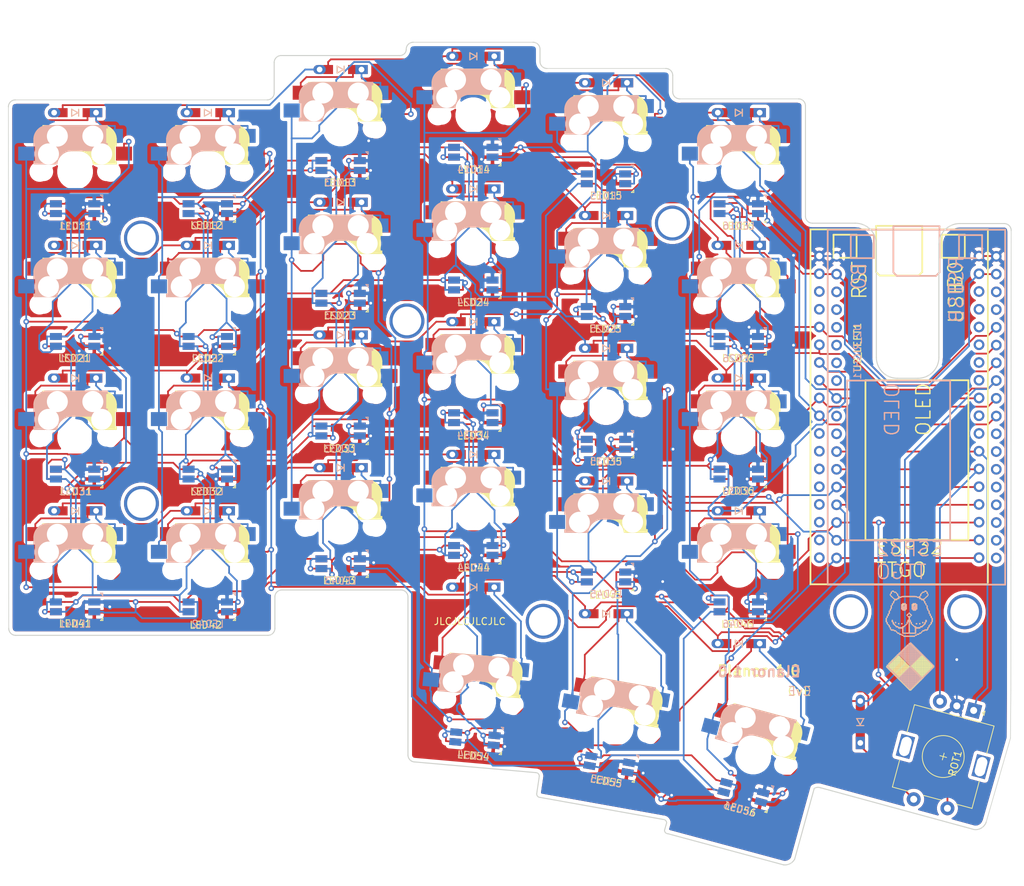
<source format=kicad_pcb>
(kicad_pcb (version 20171130) (host pcbnew 5.1.10)
  (layers (0 F.Cu signal) (31 B.Cu signal) (34 B.Paste user) (35 F.Paste user) (36 B.SilkS user) (37 F.SilkS user) (38 B.Mask user) (39 F.Mask user) (44 Edge.Cuts user))
  (net 0 "")
  (net 1 Row1)
  (net 2 "Net-(D11-Pad1)")
  (net 3 "Net-(D12-Pad1)")
  (net 4 "Net-(D13-Pad1)")
  (net 5 "Net-(D14-Pad1)")
  (net 6 "Net-(D15-Pad1)")
  (net 7 "Net-(D16-Pad1)")
  (net 8 Row2)
  (net 9 "Net-(D21-Pad1)")
  (net 10 "Net-(D22-Pad1)")
  (net 11 "Net-(D23-Pad1)")
  (net 12 "Net-(D24-Pad1)")
  (net 13 "Net-(D25-Pad1)")
  (net 14 "Net-(D26-Pad1)")
  (net 15 Row3)
  (net 16 "Net-(D31-Pad1)")
  (net 17 "Net-(D32-Pad1)")
  (net 18 "Net-(D33-Pad1)")
  (net 19 "Net-(D34-Pad1)")
  (net 20 "Net-(D35-Pad1)")
  (net 21 "Net-(D36-Pad1)")
  (net 22 Row4)
  (net 23 "Net-(D41-Pad1)")
  (net 24 "Net-(D42-Pad1)")
  (net 25 "Net-(D43-Pad1)")
  (net 26 "Net-(D44-Pad1)")
  (net 27 "Net-(D45-Pad1)")
  (net 28 "Net-(D46-Pad1)")
  (net 29 Row5)
  (net 30 "Net-(D54-Pad1)")
  (net 31 "Net-(D55-Pad1)")
  (net 32 "Net-(D56-Pad1)")
  (net 33 Column1)
  (net 34 Column2)
  (net 35 Column3)
  (net 36 Column4)
  (net 37 Column5)
  (net 38 Column6)
  (net 39 din)
  (net 40 B)
  (net 41 A)
  (net 42 "Net-(U2_LEFT1-PadPIN26)")
  (net 43 "Net-(U2_LEFT1-PadPIN28)")
  (net 44 "Net-(U2_LEFT1-PadPIN29)")
  (net 45 "Net-(U2_LEFT1-PadPIN30)")
  (net 46 "Net-(U2_LEFT1-PadPIN31)")
  (net 47 "Net-(U2_LEFT1-PadPIN32)")
  (net 48 "Net-(U2_LEFT1-PadPIN17)")
  (net 49 "Net-(U2_LEFT1-PadPIN16)")
  (net 50 "Net-(U2_LEFT1-PadPIN15)")
  (net 51 "Net-(U2_LEFT1-PadPIN14)")
  (net 52 "Net-(U2_LEFT1-PadPIN13)")
  (net 53 "Net-(U2_LEFT1-PadPIN12)")
  (net 54 "Net-(U2_LEFT1-PadPIN11)")
  (net 55 "Net-(U2_LEFT1-PadPIN10)")
  (net 56 "Net-(U2_LEFT1-PadPIN3)")
  (net 57 "Net-(U2_LEFT1-PadPIN2)")
  (net 58 "Net-(U2_RIGHT1-PadPIN26)")
  (net 59 "Net-(U2_RIGHT1-PadPIN28)")
  (net 60 "Net-(U2_RIGHT1-PadPIN29)")
  (net 61 "Net-(U2_RIGHT1-PadPIN30)")
  (net 62 "Net-(U2_RIGHT1-PadPIN31)")
  (net 63 "Net-(U2_RIGHT1-PadPIN32)")
  (net 64 "Net-(U2_RIGHT1-PadPIN17)")
  (net 65 "Net-(U2_RIGHT1-PadPIN16)")
  (net 66 "Net-(U2_RIGHT1-PadPIN15)")
  (net 67 "Net-(U2_RIGHT1-PadPIN14)")
  (net 68 "Net-(U2_RIGHT1-PadPIN13)")
  (net 69 "Net-(U2_RIGHT1-PadPIN12)")
  (net 70 "Net-(U2_RIGHT1-PadPIN11)")
  (net 71 "Net-(U2_RIGHT1-PadPIN10)")
  (net 72 "Net-(U2_RIGHT1-PadPIN3)")
  (net 73 "Net-(U2_RIGHT1-PadPIN2)")
  (net 74 "Net-(U2_LEFT1-PadPIN33)")
  (net 75 "Net-(U2_RIGHT1-PadPIN33)")
  (net 76 "Net-(LED11-Pad2)")
  (net 77 +5V)
  (net 78 GND)
  (net 79 "Net-(LED11-Pad4)")
  (net 80 "Net-(LED12-Pad4)")
  (net 81 "Net-(LED13-Pad4)")
  (net 82 "Net-(LED14-Pad4)")
  (net 83 "Net-(LED15-Pad4)")
  (net 84 "Net-(LED21-Pad4)")
  (net 85 "Net-(LED23-Pad4)")
  (net 86 "Net-(LED25-Pad4)")
  (net 87 "Net-(LED31-Pad4)")
  (net 88 "Net-(LED33-Pad4)")
  (net 89 "Net-(LED35-Pad4)")
  (net 90 "Net-(LED41-Pad4)")
  (net 91 "Net-(LED43-Pad4)")
  (net 92 "Net-(LED45-Pad4)")
  (net 93 "Net-(LED55-Pad4)")
  (net 94 "Net-(LED12-Pad2)")
  (net 95 "Net-(LED14-Pad2)")
  (net 96 "Net-(LED16-Pad2)")
  (net 97 "Net-(LED22-Pad2)")
  (net 98 "Net-(LED24-Pad2)")
  (net 99 "Net-(LED26-Pad2)")
  (net 100 "Net-(LED32-Pad2)")
  (net 101 "Net-(LED34-Pad2)")
  (net 102 "Net-(LED36-Pad2)")
  (net 103 "Net-(LED44-Pad2)")
  (net 104 "Net-(LED46-Pad2)")
  (net 105 "Net-(DROT1-Pad1)")
  (net 106 "Net-(U2_LEFT1-PadPIN25)")
  (net 107 "Net-(U2_RIGHT1-PadPIN25)")
  (module casper:beaver_fiona (layer B.Cu) (at 202.6 127.1 180)
    (fp_text reference beaver1 hide)
    (fp_text value FL hide)
  )
  (module casper:beaver_fiona (layer F.Cu) (at 202.6 127.1)
    (fp_text reference beaver1 hide)
    (fp_text value FL hide)
  )
  (module casper:cve_logo_neg (layer B.Cu) (at 199.2 129.8 270)
    (fp_text reference BOARD_LOGO1 hide)
    (fp_text value CvE (at 8.4 12.3 180) (layer B.SilkS) (effects (font (size 1.27 1.27)) (justify mirror)))
  )
  (module casper:cve_logo_neg (layer F.Cu) (at 197.9 131.1)
    (fp_text reference BOARD_LOGO1 hide)
    (fp_text value CvE (at -11 7.1) (layer F.SilkS) (effects (font (size 1.27 1.27))))
  )
  (module kbd:CherryMX_MidHeight_Hotswap1.5v (layer F.Cu) (at 180.271 147.547 345)
    (fp_text reference K56 hide)
    (fp_text value key hide)
    (pad "" np_thru_hole circle (at 4.5 0 345) (size 1.7 1.7) (drill 1.7) (layers *.Cu *.Mask))
    (pad "" np_thru_hole circle (at -4.5 0 345) (size 1.7 1.7) (drill 1.7) (layers *.Cu *.Mask))
    (pad 2 smd rect (at 5.7 -5.12 165) (size 2.3 2) (layers B.Cu B.Paste B.Mask) (net 32 "Net-(D56-Pad1)"))
    (pad "" np_thru_hole circle (at -5.08 0 345) (size 1.9 1.9) (drill 1.9) (layers *.Cu *.Mask))
    (pad "" np_thru_hole circle (at 5.08 0 345) (size 1.9 1.9) (drill 1.9) (layers *.Cu *.Mask))
    (pad "" np_thru_hole circle (at 0 0 75) (size 4.1 4.1) (drill 4.1) (layers *.Cu *.Mask))
    (pad "" np_thru_hole circle (at 2.54 -5.08 165) (size 3 3) (drill 3) (layers *.Cu *.Mask))
    (pad "" np_thru_hole circle (at 3.81 -2.540001 165) (size 3 3) (drill 3) (layers *.Cu *.Mask))
    (pad "" np_thru_hole circle (at -2.54 -5.08 165) (size 3 3) (drill 3) (layers *.Cu *.Mask))
    (pad "" np_thru_hole circle (at -3.81 -2.54 165) (size 3 3) (drill 3) (layers *.Cu *.Mask))
    (pad 2 smd rect (at -5.7 -5.12 165) (size 2.3 2) (layers F.Cu F.Paste F.Mask) (net 32 "Net-(D56-Pad1)"))
    (pad 1 smd rect (at 7 -2.58 165) (size 2.3 2) (layers F.Cu F.Paste F.Mask) (net 38 Column6))
    (pad 1 smd rect (at -7 -2.58 165) (size 2.3 2) (layers B.Cu B.Paste B.Mask) (net 38 Column6))
  )
  (module kbd:D3_TH_SMD_v2 (layer F.Cu) (at 83.2 112.376 180)
    (fp_text reference D41 hide)
    (fp_text value 1N4148 hide)
    (pad 2 smd rect (at 1.775 0) (size 1.4 1.3) (layers F.Cu F.Paste F.Mask) (net 22 Row4))
    (pad 1 smd rect (at -1.775 0) (size 1.4 1.3) (layers F.Cu F.Paste F.Mask) (net 23 "Net-(D41-Pad1)"))
    (pad 2 thru_hole oval (at 3 0 180) (size 1.778 1.3) (drill 0.8128) (layers *.Cu B.Mask) (net 22 Row4))
    (pad 1 thru_hole rect (at -3 0 180) (size 1.778 1.3) (drill 0.8128) (layers *.Cu B.Mask) (net 23 "Net-(D41-Pad1)"))
  )
  (module kbd:D3_TH_SMD_v2 (layer F.Cu) (at 178.2 131.376 180)
    (fp_text reference D56 hide)
    (fp_text value 1N4148 hide)
    (pad 2 smd rect (at 1.775 0) (size 1.4 1.3) (layers F.Cu F.Paste F.Mask) (net 29 Row5))
    (pad 1 smd rect (at -1.775 0) (size 1.4 1.3) (layers F.Cu F.Paste F.Mask) (net 32 "Net-(D56-Pad1)"))
    (pad 2 thru_hole oval (at 3 0 180) (size 1.778 1.3) (drill 0.8128) (layers *.Cu B.Mask) (net 29 Row5))
    (pad 1 thru_hole rect (at -3 0 180) (size 1.778 1.3) (drill 0.8128) (layers *.Cu B.Mask) (net 32 "Net-(D56-Pad1)"))
  )
  (module kbd:D3_TH_SMD_v2 (layer F.Cu) (at 159.2 127.101 180)
    (fp_text reference D55 hide)
    (fp_text value 1N4148 hide)
    (pad 2 smd rect (at 1.775 0) (size 1.4 1.3) (layers F.Cu F.Paste F.Mask) (net 29 Row5))
    (pad 1 smd rect (at -1.775 0) (size 1.4 1.3) (layers F.Cu F.Paste F.Mask) (net 31 "Net-(D55-Pad1)"))
    (pad 2 thru_hole oval (at 3 0 180) (size 1.778 1.3) (drill 0.8128) (layers *.Cu B.Mask) (net 29 Row5))
    (pad 1 thru_hole rect (at -3 0 180) (size 1.778 1.3) (drill 0.8128) (layers *.Cu B.Mask) (net 31 "Net-(D55-Pad1)"))
  )
  (module kbd:D3_TH_SMD_v2 (layer F.Cu) (at 140.2 123.301 180)
    (fp_text reference D54 hide)
    (fp_text value 1N4148 hide)
    (pad 2 smd rect (at 1.775 0) (size 1.4 1.3) (layers F.Cu F.Paste F.Mask) (net 29 Row5))
    (pad 1 smd rect (at -1.775 0) (size 1.4 1.3) (layers F.Cu F.Paste F.Mask) (net 30 "Net-(D54-Pad1)"))
    (pad 2 thru_hole oval (at 3 0 180) (size 1.778 1.3) (drill 0.8128) (layers *.Cu B.Mask) (net 29 Row5))
    (pad 1 thru_hole rect (at -3 0 180) (size 1.778 1.3) (drill 0.8128) (layers *.Cu B.Mask) (net 30 "Net-(D54-Pad1)"))
  )
  (module kbd:D3_TH_SMD_v2 (layer F.Cu) (at 195.6 142.6 90)
    (fp_text reference DROT1 hide)
    (fp_text value 1N414 hide)
    (pad 2 smd rect (at 1.775 0 270) (size 1.4 1.3) (layers F.Cu F.Paste F.Mask) (net 29 Row5))
    (pad 1 smd rect (at -1.775 0 270) (size 1.4 1.3) (layers F.Cu F.Paste F.Mask) (net 105 "Net-(DROT1-Pad1)"))
    (pad 2 thru_hole oval (at 3 0 90) (size 1.778 1.3) (drill 0.8128) (layers *.Cu B.Mask) (net 29 Row5))
    (pad 1 thru_hole rect (at -3 0 90) (size 1.778 1.3) (drill 0.8128) (layers *.Cu B.Mask) (net 105 "Net-(DROT1-Pad1)"))
  )
  (module kbd:D3_TH_SMD_v2 (layer F.Cu) (at 178.2 112.376 180)
    (fp_text reference D46 hide)
    (fp_text value 1N4148 hide)
    (pad 2 smd rect (at 1.775 0) (size 1.4 1.3) (layers F.Cu F.Paste F.Mask) (net 22 Row4))
    (pad 1 smd rect (at -1.775 0) (size 1.4 1.3) (layers F.Cu F.Paste F.Mask) (net 28 "Net-(D46-Pad1)"))
    (pad 2 thru_hole oval (at 3 0 180) (size 1.778 1.3) (drill 0.8128) (layers *.Cu B.Mask) (net 22 Row4))
    (pad 1 thru_hole rect (at -3 0 180) (size 1.778 1.3) (drill 0.8128) (layers *.Cu B.Mask) (net 28 "Net-(D46-Pad1)"))
  )
  (module kbd:D3_TH_SMD_v2 (layer F.Cu) (at 159.2 108.101 180)
    (fp_text reference D45 hide)
    (fp_text value 1N4148 hide)
    (pad 2 smd rect (at 1.775 0) (size 1.4 1.3) (layers F.Cu F.Paste F.Mask) (net 22 Row4))
    (pad 1 smd rect (at -1.775 0) (size 1.4 1.3) (layers F.Cu F.Paste F.Mask) (net 27 "Net-(D45-Pad1)"))
    (pad 2 thru_hole oval (at 3 0 180) (size 1.778 1.3) (drill 0.8128) (layers *.Cu B.Mask) (net 22 Row4))
    (pad 1 thru_hole rect (at -3 0 180) (size 1.778 1.3) (drill 0.8128) (layers *.Cu B.Mask) (net 27 "Net-(D45-Pad1)"))
  )
  (module kbd:D3_TH_SMD_v2 (layer F.Cu) (at 140.2 104.301 180)
    (fp_text reference D44 hide)
    (fp_text value 1N4148 hide)
    (pad 2 smd rect (at 1.775 0) (size 1.4 1.3) (layers F.Cu F.Paste F.Mask) (net 22 Row4))
    (pad 1 smd rect (at -1.775 0) (size 1.4 1.3) (layers F.Cu F.Paste F.Mask) (net 26 "Net-(D44-Pad1)"))
    (pad 2 thru_hole oval (at 3 0 180) (size 1.778 1.3) (drill 0.8128) (layers *.Cu B.Mask) (net 22 Row4))
    (pad 1 thru_hole rect (at -3 0 180) (size 1.778 1.3) (drill 0.8128) (layers *.Cu B.Mask) (net 26 "Net-(D44-Pad1)"))
  )
  (module kbd:D3_TH_SMD_v2 (layer F.Cu) (at 121.2 106.201 180)
    (fp_text reference D43 hide)
    (fp_text value 1N4148 hide)
    (pad 2 smd rect (at 1.775 0) (size 1.4 1.3) (layers F.Cu F.Paste F.Mask) (net 22 Row4))
    (pad 1 smd rect (at -1.775 0) (size 1.4 1.3) (layers F.Cu F.Paste F.Mask) (net 25 "Net-(D43-Pad1)"))
    (pad 2 thru_hole oval (at 3 0 180) (size 1.778 1.3) (drill 0.8128) (layers *.Cu B.Mask) (net 22 Row4))
    (pad 1 thru_hole rect (at -3 0 180) (size 1.778 1.3) (drill 0.8128) (layers *.Cu B.Mask) (net 25 "Net-(D43-Pad1)"))
  )
  (module kbd:D3_TH_SMD_v2 (layer F.Cu) (at 102.2 112.376 180)
    (fp_text reference D42 hide)
    (fp_text value 1N4148 hide)
    (pad 2 smd rect (at 1.775 0) (size 1.4 1.3) (layers F.Cu F.Paste F.Mask) (net 22 Row4))
    (pad 1 smd rect (at -1.775 0) (size 1.4 1.3) (layers F.Cu F.Paste F.Mask) (net 24 "Net-(D42-Pad1)"))
    (pad 2 thru_hole oval (at 3 0 180) (size 1.778 1.3) (drill 0.8128) (layers *.Cu B.Mask) (net 22 Row4))
    (pad 1 thru_hole rect (at -3 0 180) (size 1.778 1.3) (drill 0.8128) (layers *.Cu B.Mask) (net 24 "Net-(D42-Pad1)"))
  )
  (module kbd:D3_TH_SMD_v2 (layer F.Cu) (at 178.2 93.3756 180)
    (fp_text reference D36 hide)
    (fp_text value 1N4148 hide)
    (pad 2 smd rect (at 1.775 0) (size 1.4 1.3) (layers F.Cu F.Paste F.Mask) (net 15 Row3))
    (pad 1 smd rect (at -1.775 0) (size 1.4 1.3) (layers F.Cu F.Paste F.Mask) (net 21 "Net-(D36-Pad1)"))
    (pad 2 thru_hole oval (at 3 0 180) (size 1.778 1.3) (drill 0.8128) (layers *.Cu B.Mask) (net 15 Row3))
    (pad 1 thru_hole rect (at -3 0 180) (size 1.778 1.3) (drill 0.8128) (layers *.Cu B.Mask) (net 21 "Net-(D36-Pad1)"))
  )
  (module kbd:D3_TH_SMD_v2 (layer F.Cu) (at 159.2 89.1006 180)
    (fp_text reference D35 hide)
    (fp_text value 1N4148 hide)
    (pad 2 smd rect (at 1.775 0) (size 1.4 1.3) (layers F.Cu F.Paste F.Mask) (net 15 Row3))
    (pad 1 smd rect (at -1.775 0) (size 1.4 1.3) (layers F.Cu F.Paste F.Mask) (net 20 "Net-(D35-Pad1)"))
    (pad 2 thru_hole oval (at 3 0 180) (size 1.778 1.3) (drill 0.8128) (layers *.Cu B.Mask) (net 15 Row3))
    (pad 1 thru_hole rect (at -3 0 180) (size 1.778 1.3) (drill 0.8128) (layers *.Cu B.Mask) (net 20 "Net-(D35-Pad1)"))
  )
  (module kbd:D3_TH_SMD_v2 (layer F.Cu) (at 140.2 85.3006 180)
    (fp_text reference D34 hide)
    (fp_text value 1N414 hide)
    (pad 2 smd rect (at 1.775 0) (size 1.4 1.3) (layers F.Cu F.Paste F.Mask) (net 15 Row3))
    (pad 1 smd rect (at -1.775 0) (size 1.4 1.3) (layers F.Cu F.Paste F.Mask) (net 19 "Net-(D34-Pad1)"))
    (pad 2 thru_hole oval (at 3 0 180) (size 1.778 1.3) (drill 0.8128) (layers *.Cu B.Mask) (net 15 Row3))
    (pad 1 thru_hole rect (at -3 0 180) (size 1.778 1.3) (drill 0.8128) (layers *.Cu B.Mask) (net 19 "Net-(D34-Pad1)"))
  )
  (module kbd:D3_TH_SMD_v2 (layer F.Cu) (at 121.2 87.2006 180)
    (fp_text reference D33 hide)
    (fp_text value 1N4148 hide)
    (pad 2 smd rect (at 1.775 0) (size 1.4 1.3) (layers F.Cu F.Paste F.Mask) (net 15 Row3))
    (pad 1 smd rect (at -1.775 0) (size 1.4 1.3) (layers F.Cu F.Paste F.Mask) (net 18 "Net-(D33-Pad1)"))
    (pad 2 thru_hole oval (at 3 0 180) (size 1.778 1.3) (drill 0.8128) (layers *.Cu B.Mask) (net 15 Row3))
    (pad 1 thru_hole rect (at -3 0 180) (size 1.778 1.3) (drill 0.8128) (layers *.Cu B.Mask) (net 18 "Net-(D33-Pad1)"))
  )
  (module kbd:D3_TH_SMD_v2 (layer F.Cu) (at 102.2 93.3756 180)
    (fp_text reference D32 hide)
    (fp_text value 1N4148 hide)
    (pad 2 smd rect (at 1.775 0) (size 1.4 1.3) (layers F.Cu F.Paste F.Mask) (net 15 Row3))
    (pad 1 smd rect (at -1.775 0) (size 1.4 1.3) (layers F.Cu F.Paste F.Mask) (net 17 "Net-(D32-Pad1)"))
    (pad 2 thru_hole oval (at 3 0 180) (size 1.778 1.3) (drill 0.8128) (layers *.Cu B.Mask) (net 15 Row3))
    (pad 1 thru_hole rect (at -3 0 180) (size 1.778 1.3) (drill 0.8128) (layers *.Cu B.Mask) (net 17 "Net-(D32-Pad1)"))
  )
  (module kbd:D3_TH_SMD_v2 (layer F.Cu) (at 83.2 93.3756 180)
    (fp_text reference D31 hide)
    (fp_text value 1N4148 hide)
    (pad 2 smd rect (at 1.775 0) (size 1.4 1.3) (layers F.Cu F.Paste F.Mask) (net 15 Row3))
    (pad 1 smd rect (at -1.775 0) (size 1.4 1.3) (layers F.Cu F.Paste F.Mask) (net 16 "Net-(D31-Pad1)"))
    (pad 2 thru_hole oval (at 3 0 180) (size 1.778 1.3) (drill 0.8128) (layers *.Cu B.Mask) (net 15 Row3))
    (pad 1 thru_hole rect (at -3 0 180) (size 1.778 1.3) (drill 0.8128) (layers *.Cu B.Mask) (net 16 "Net-(D31-Pad1)"))
  )
  (module kbd:D3_TH_SMD_v2 (layer F.Cu) (at 178.2 74.3756 180)
    (fp_text reference D26 hide)
    (fp_text value 1N4148 hide)
    (pad 2 smd rect (at 1.775 0) (size 1.4 1.3) (layers F.Cu F.Paste F.Mask) (net 8 Row2))
    (pad 1 smd rect (at -1.775 0) (size 1.4 1.3) (layers F.Cu F.Paste F.Mask) (net 14 "Net-(D26-Pad1)"))
    (pad 2 thru_hole oval (at 3 0 180) (size 1.778 1.3) (drill 0.8128) (layers *.Cu B.Mask) (net 8 Row2))
    (pad 1 thru_hole rect (at -3 0 180) (size 1.778 1.3) (drill 0.8128) (layers *.Cu B.Mask) (net 14 "Net-(D26-Pad1)"))
  )
  (module kbd:D3_TH_SMD_v2 (layer F.Cu) (at 159.2 70.1006 180)
    (fp_text reference D25 hide)
    (fp_text value 1N414 hide)
    (pad 2 smd rect (at 1.775 0) (size 1.4 1.3) (layers F.Cu F.Paste F.Mask) (net 8 Row2))
    (pad 1 smd rect (at -1.775 0) (size 1.4 1.3) (layers F.Cu F.Paste F.Mask) (net 13 "Net-(D25-Pad1)"))
    (pad 2 thru_hole oval (at 3 0 180) (size 1.778 1.3) (drill 0.8128) (layers *.Cu B.Mask) (net 8 Row2))
    (pad 1 thru_hole rect (at -3 0 180) (size 1.778 1.3) (drill 0.8128) (layers *.Cu B.Mask) (net 13 "Net-(D25-Pad1)"))
  )
  (module kbd:D3_TH_SMD_v2 (layer F.Cu) (at 140.2 66.3006 180)
    (fp_text reference D24 hide)
    (fp_text value 1N4148 hide)
    (pad 2 smd rect (at 1.775 0) (size 1.4 1.3) (layers F.Cu F.Paste F.Mask) (net 8 Row2))
    (pad 1 smd rect (at -1.775 0) (size 1.4 1.3) (layers F.Cu F.Paste F.Mask) (net 12 "Net-(D24-Pad1)"))
    (pad 2 thru_hole oval (at 3 0 180) (size 1.778 1.3) (drill 0.8128) (layers *.Cu B.Mask) (net 8 Row2))
    (pad 1 thru_hole rect (at -3 0 180) (size 1.778 1.3) (drill 0.8128) (layers *.Cu B.Mask) (net 12 "Net-(D24-Pad1)"))
  )
  (module kbd:D3_TH_SMD_v2 (layer F.Cu) (at 121.2 68.2006 180)
    (fp_text reference D23 hide)
    (fp_text value 1N4148 hide)
    (pad 2 smd rect (at 1.775 0) (size 1.4 1.3) (layers F.Cu F.Paste F.Mask) (net 8 Row2))
    (pad 1 smd rect (at -1.775 0) (size 1.4 1.3) (layers F.Cu F.Paste F.Mask) (net 11 "Net-(D23-Pad1)"))
    (pad 2 thru_hole oval (at 3 0 180) (size 1.778 1.3) (drill 0.8128) (layers *.Cu B.Mask) (net 8 Row2))
    (pad 1 thru_hole rect (at -3 0 180) (size 1.778 1.3) (drill 0.8128) (layers *.Cu B.Mask) (net 11 "Net-(D23-Pad1)"))
  )
  (module kbd:D3_TH_SMD_v2 (layer F.Cu) (at 102.2 74.3756 180)
    (fp_text reference D22 hide)
    (fp_text value 1N4148 hide)
    (pad 2 smd rect (at 1.775 0) (size 1.4 1.3) (layers F.Cu F.Paste F.Mask) (net 8 Row2))
    (pad 1 smd rect (at -1.775 0) (size 1.4 1.3) (layers F.Cu F.Paste F.Mask) (net 10 "Net-(D22-Pad1)"))
    (pad 2 thru_hole oval (at 3 0 180) (size 1.778 1.3) (drill 0.8128) (layers *.Cu B.Mask) (net 8 Row2))
    (pad 1 thru_hole rect (at -3 0 180) (size 1.778 1.3) (drill 0.8128) (layers *.Cu B.Mask) (net 10 "Net-(D22-Pad1)"))
  )
  (module kbd:D3_TH_SMD_v2 (layer F.Cu) (at 83.2 74.3756 180)
    (fp_text reference D21 hide)
    (fp_text value 1N4148 hide)
    (pad 2 smd rect (at 1.775 0) (size 1.4 1.3) (layers F.Cu F.Paste F.Mask) (net 8 Row2))
    (pad 1 smd rect (at -1.775 0) (size 1.4 1.3) (layers F.Cu F.Paste F.Mask) (net 9 "Net-(D21-Pad1)"))
    (pad 2 thru_hole oval (at 3 0 180) (size 1.778 1.3) (drill 0.8128) (layers *.Cu B.Mask) (net 8 Row2))
    (pad 1 thru_hole rect (at -3 0 180) (size 1.778 1.3) (drill 0.8128) (layers *.Cu B.Mask) (net 9 "Net-(D21-Pad1)"))
  )
  (module kbd:D3_TH_SMD_v2 (layer F.Cu) (at 178.2 55.3756 180)
    (fp_text reference D16 hide)
    (fp_text value 1N4148 hide)
    (pad 2 smd rect (at 1.775 0) (size 1.4 1.3) (layers F.Cu F.Paste F.Mask) (net 1 Row1))
    (pad 1 smd rect (at -1.775 0) (size 1.4 1.3) (layers F.Cu F.Paste F.Mask) (net 7 "Net-(D16-Pad1)"))
    (pad 2 thru_hole oval (at 3 0 180) (size 1.778 1.3) (drill 0.8128) (layers *.Cu B.Mask) (net 1 Row1))
    (pad 1 thru_hole rect (at -3 0 180) (size 1.778 1.3) (drill 0.8128) (layers *.Cu B.Mask) (net 7 "Net-(D16-Pad1)"))
  )
  (module kbd:D3_TH_SMD_v2 (layer F.Cu) (at 159.2 51.1006 180)
    (fp_text reference D15 hide)
    (fp_text value 1N414 hide)
    (pad 2 smd rect (at 1.775 0) (size 1.4 1.3) (layers F.Cu F.Paste F.Mask) (net 1 Row1))
    (pad 1 smd rect (at -1.775 0) (size 1.4 1.3) (layers F.Cu F.Paste F.Mask) (net 6 "Net-(D15-Pad1)"))
    (pad 2 thru_hole oval (at 3 0 180) (size 1.778 1.3) (drill 0.8128) (layers *.Cu B.Mask) (net 1 Row1))
    (pad 1 thru_hole rect (at -3 0 180) (size 1.778 1.3) (drill 0.8128) (layers *.Cu B.Mask) (net 6 "Net-(D15-Pad1)"))
  )
  (module kbd:D3_TH_SMD_v2 (layer F.Cu) (at 140.2 47.3006 180)
    (fp_text reference D14 hide)
    (fp_text value 1N4148 hide)
    (pad 2 smd rect (at 1.775 0) (size 1.4 1.3) (layers F.Cu F.Paste F.Mask) (net 1 Row1))
    (pad 1 smd rect (at -1.775 0) (size 1.4 1.3) (layers F.Cu F.Paste F.Mask) (net 5 "Net-(D14-Pad1)"))
    (pad 2 thru_hole oval (at 3 0 180) (size 1.778 1.3) (drill 0.8128) (layers *.Cu B.Mask) (net 1 Row1))
    (pad 1 thru_hole rect (at -3 0 180) (size 1.778 1.3) (drill 0.8128) (layers *.Cu B.Mask) (net 5 "Net-(D14-Pad1)"))
  )
  (module kbd:D3_TH_SMD_v2 (layer F.Cu) (at 121.2 49.2006 180)
    (fp_text reference D13 hide)
    (fp_text value 1N4148 hide)
    (pad 2 smd rect (at 1.775 0) (size 1.4 1.3) (layers F.Cu F.Paste F.Mask) (net 1 Row1))
    (pad 1 smd rect (at -1.775 0) (size 1.4 1.3) (layers F.Cu F.Paste F.Mask) (net 4 "Net-(D13-Pad1)"))
    (pad 2 thru_hole oval (at 3 0 180) (size 1.778 1.3) (drill 0.8128) (layers *.Cu B.Mask) (net 1 Row1))
    (pad 1 thru_hole rect (at -3 0 180) (size 1.778 1.3) (drill 0.8128) (layers *.Cu B.Mask) (net 4 "Net-(D13-Pad1)"))
  )
  (module kbd:D3_TH_SMD_v2 (layer F.Cu) (at 102.2 55.3756 180)
    (fp_text reference D12 hide)
    (fp_text value 1N4148 hide)
    (pad 2 smd rect (at 1.775 0) (size 1.4 1.3) (layers F.Cu F.Paste F.Mask) (net 1 Row1))
    (pad 1 smd rect (at -1.775 0) (size 1.4 1.3) (layers F.Cu F.Paste F.Mask) (net 3 "Net-(D12-Pad1)"))
    (pad 2 thru_hole oval (at 3 0 180) (size 1.778 1.3) (drill 0.8128) (layers *.Cu B.Mask) (net 1 Row1))
    (pad 1 thru_hole rect (at -3 0 180) (size 1.778 1.3) (drill 0.8128) (layers *.Cu B.Mask) (net 3 "Net-(D12-Pad1)"))
  )
  (module kbd:D3_TH_SMD_v2 (layer F.Cu) (at 83.2 55.3756 180)
    (fp_text reference D11 hide)
    (fp_text value 1N4148 hide)
    (pad 2 smd rect (at 1.775 0) (size 1.4 1.3) (layers F.Cu F.Paste F.Mask) (net 1 Row1))
    (pad 1 smd rect (at -1.775 0) (size 1.4 1.3) (layers F.Cu F.Paste F.Mask) (net 2 "Net-(D11-Pad1)"))
    (pad 2 thru_hole oval (at 3 0 180) (size 1.778 1.3) (drill 0.8128) (layers *.Cu B.Mask) (net 1 Row1))
    (pad 1 thru_hole rect (at -3 0 180) (size 1.778 1.3) (drill 0.8128) (layers *.Cu B.Mask) (net 2 "Net-(D11-Pad1)"))
  )
  (module kbd:CherryMX_MidHeight_Hotswap1.25v (layer F.Cu) (at 160.589 143.423 350)
    (fp_text reference K55 hide)
    (fp_text value key hide)
    (pad "" np_thru_hole circle (at 4.5 0 350) (size 1.7 1.7) (drill 1.7) (layers *.Cu *.Mask))
    (pad "" np_thru_hole circle (at -4.5 0 350) (size 1.7 1.7) (drill 1.7) (layers *.Cu *.Mask))
    (pad 2 smd rect (at 5.7 -5.12 170) (size 2.3 2) (layers B.Cu B.Paste B.Mask) (net 31 "Net-(D55-Pad1)"))
    (pad "" np_thru_hole circle (at -5.08 0 350) (size 1.9 1.9) (drill 1.9) (layers *.Cu *.Mask))
    (pad "" np_thru_hole circle (at 5.08 0 350) (size 1.9 1.9) (drill 1.9) (layers *.Cu *.Mask))
    (pad "" np_thru_hole circle (at 0 0 80) (size 4.1 4.1) (drill 4.1) (layers *.Cu *.Mask))
    (pad "" np_thru_hole circle (at 2.54 -5.08 170) (size 3 3) (drill 3) (layers *.Cu *.Mask))
    (pad "" np_thru_hole circle (at 3.81 -2.540001 170) (size 3 3) (drill 3) (layers *.Cu *.Mask))
    (pad "" np_thru_hole circle (at -2.54 -5.08 170) (size 3 3) (drill 3) (layers *.Cu *.Mask))
    (pad "" np_thru_hole circle (at -3.81 -2.54 170) (size 3 3) (drill 3) (layers *.Cu *.Mask))
    (pad 2 smd rect (at -5.7 -5.12 170) (size 2.3 2) (layers F.Cu F.Paste F.Mask) (net 31 "Net-(D55-Pad1)"))
    (pad 1 smd rect (at 7 -2.58 170) (size 2.3 2) (layers F.Cu F.Paste F.Mask) (net 37 Column5))
    (pad 1 smd rect (at -7 -2.58 170) (size 2.3 2) (layers B.Cu B.Paste B.Mask) (net 37 Column5))
  )
  (module ttgo:ESP32_TTGO_V2 (layer F.Cu) (at 201.8 94.95 270)
    (fp_text reference U2_LEFT1 (at -5.967 6.6 270) (layer F.SilkS))
    (fp_text value TTGO_ESP32_OLED_V2)
    (fp_text user USB (at -9.267 -7.5 270) (layer F.SilkS) (effects (font (size 2.032 2.032) (thickness 0.2032)) (justify left)))
    (fp_text user RST (at -12.69 6.32 270) (layer F.SilkS) (effects (font (size 2.032 2.032) (thickness 0.2032)) (justify left)))
    (fp_text user B0 (at -14.22 -7.41 270) (layer F.SilkS) (effects (font (size 2.032 2.032) (thickness 0.2032)) (justify left)))
    (fp_text user OLED (at 6.857949 -2.837713 270) (layer F.SilkS) (effects (font (size 2.032 2.032) (thickness 0.2032)) (justify left)))
    (fp_text user "ESP32\nTTGO" (at 24.233 4.1 180) (layer F.SilkS) (effects (font (size 2.032 2.032) (thickness 0.2032)) (justify left)))
    (pad PIN18 thru_hole circle (at 24.129949 -10.795025 270) (size 1.524 1.524) (drill 0.9144) (layers *.Cu *.Mask) (net 37 Column5))
    (pad PIN19 thru_hole circle (at 21.589949 -10.795025 270) (size 1.524 1.524) (drill 0.9144) (layers *.Cu *.Mask) (net 36 Column4))
    (pad PIN20 thru_hole circle (at 19.049949 -10.795025 270) (size 1.524 1.524) (drill 0.9144) (layers *.Cu *.Mask) (net 35 Column3))
    (pad PIN21 thru_hole circle (at 16.509949 -10.795025 270) (size 1.524 1.524) (drill 0.9144) (layers *.Cu *.Mask) (net 34 Column2))
    (pad PIN22 thru_hole circle (at 13.969949 -10.795025 270) (size 1.524 1.524) (drill 0.9144) (layers *.Cu *.Mask) (net 33 Column1))
    (pad PIN23 thru_hole circle (at 11.429949 -10.795025 270) (size 1.524 1.524) (drill 0.9144) (layers *.Cu *.Mask) (net 40 B))
    (pad PIN24 thru_hole circle (at 8.889949 -10.795025 270) (size 1.524 1.524) (drill 0.9144) (layers *.Cu *.Mask) (net 41 A))
    (pad PIN25 thru_hole circle (at 6.349949 -10.795025 270) (size 1.524 1.524) (drill 0.9144) (layers *.Cu *.Mask) (net 106 "Net-(U2_LEFT1-PadPIN25)"))
    (pad PIN26 thru_hole circle (at 3.809949 -10.795025 270) (size 1.524 1.524) (drill 0.9144) (layers *.Cu *.Mask) (net 42 "Net-(U2_LEFT1-PadPIN26)"))
    (pad PIN28 thru_hole circle (at -1.270051 -10.795025 270) (size 1.524 1.524) (drill 0.9144) (layers *.Cu *.Mask) (net 43 "Net-(U2_LEFT1-PadPIN28)"))
    (pad PIN29 thru_hole circle (at -3.810051 -10.795025 270) (size 1.524 1.524) (drill 0.9144) (layers *.Cu *.Mask) (net 44 "Net-(U2_LEFT1-PadPIN29)"))
    (pad PIN30 thru_hole circle (at -6.350051 -10.795025 270) (size 1.524 1.524) (drill 0.9144) (layers *.Cu *.Mask) (net 45 "Net-(U2_LEFT1-PadPIN30)"))
    (pad PIN31 thru_hole circle (at -8.890051 -10.795025 270) (size 1.524 1.524) (drill 0.9144) (layers *.Cu *.Mask) (net 46 "Net-(U2_LEFT1-PadPIN31)"))
    (pad PIN32 thru_hole circle (at -11.430051 -10.795025 270) (size 1.524 1.524) (drill 0.9144) (layers *.Cu *.Mask) (net 47 "Net-(U2_LEFT1-PadPIN32)"))
    (pad PIN33 thru_hole circle (at -13.970051 -10.795025 270) (size 1.524 1.524) (drill 0.9144) (layers *.Cu *.Mask) (net 74 "Net-(U2_LEFT1-PadPIN33)"))
    (pad PIN34 thru_hole circle (at -16.510051 -10.795025 270) (size 1.524 1.524) (drill 0.9144) (layers *.Cu *.Mask) (net 77 +5V))
    (pad PIN35 thru_hole circle (at -19.050051 -10.795025 270) (size 1.524 1.524) (drill 0.9144) (layers *.Cu *.Mask) (net 78 GND))
    (pad PIN17 thru_hole circle (at 24.129949 12.064975 270) (size 1.524 1.524) (drill 0.9144) (layers *.Cu *.Mask) (net 48 "Net-(U2_LEFT1-PadPIN17)"))
    (pad PIN16 thru_hole circle (at 21.589949 12.064975 270) (size 1.524 1.524) (drill 0.9144) (layers *.Cu *.Mask) (net 49 "Net-(U2_LEFT1-PadPIN16)"))
    (pad PIN15 thru_hole circle (at 19.049949 12.064975 270) (size 1.524 1.524) (drill 0.9144) (layers *.Cu *.Mask) (net 50 "Net-(U2_LEFT1-PadPIN15)"))
    (pad PIN14 thru_hole circle (at 16.509949 12.064975 270) (size 1.524 1.524) (drill 0.9144) (layers *.Cu *.Mask) (net 51 "Net-(U2_LEFT1-PadPIN14)"))
    (pad PIN13 thru_hole circle (at 13.969949 12.064975 270) (size 1.524 1.524) (drill 0.9144) (layers *.Cu *.Mask) (net 52 "Net-(U2_LEFT1-PadPIN13)"))
    (pad PIN12 thru_hole circle (at 11.429949 12.064975 270) (size 1.524 1.524) (drill 0.9144) (layers *.Cu *.Mask) (net 53 "Net-(U2_LEFT1-PadPIN12)"))
    (pad PIN11 thru_hole circle (at 8.889949 12.064975 270) (size 1.524 1.524) (drill 0.9144) (layers *.Cu *.Mask) (net 54 "Net-(U2_LEFT1-PadPIN11)"))
    (pad PIN10 thru_hole circle (at 6.349949 12.064975 270) (size 1.524 1.524) (drill 0.9144) (layers *.Cu *.Mask) (net 55 "Net-(U2_LEFT1-PadPIN10)"))
    (pad PIN9 thru_hole circle (at 3.809949 12.064975 270) (size 1.524 1.524) (drill 0.9144) (layers *.Cu *.Mask) (net 39 din))
    (pad PIN7 thru_hole circle (at -1.270051 12.064975 270) (size 1.524 1.524) (drill 0.9144) (layers *.Cu *.Mask) (net 29 Row5))
    (pad PIN6 thru_hole circle (at -3.810051 12.064975 270) (size 1.524 1.524) (drill 0.9144) (layers *.Cu *.Mask) (net 22 Row4))
    (pad PIN5 thru_hole circle (at -6.350051 12.064975 270) (size 1.524 1.524) (drill 0.9144) (layers *.Cu *.Mask) (net 15 Row3))
    (pad PIN4 thru_hole circle (at -8.890051 12.064975 270) (size 1.524 1.524) (drill 0.9144) (layers *.Cu *.Mask) (net 8 Row2))
    (pad PIN3 thru_hole circle (at -11.430051 12.064975 270) (size 1.524 1.524) (drill 0.9144) (layers *.Cu *.Mask) (net 56 "Net-(U2_LEFT1-PadPIN3)"))
    (pad PIN2 thru_hole circle (at -13.970051 12.064975 270) (size 1.524 1.524) (drill 0.9144) (layers *.Cu *.Mask) (net 57 "Net-(U2_LEFT1-PadPIN2)"))
    (pad PIN1 thru_hole circle (at -16.510051 12.064975 270) (size 1.524 1.524) (drill 0.9144) (layers *.Cu *.Mask) (net 77 +5V))
    (pad PIN0 thru_hole circle (at -19.050051 12.064975 270) (size 1.524 1.524) (drill 0.9144) (layers *.Cu *.Mask) (net 78 GND))
    (pad PIN8 thru_hole circle (at 1.269949 12.064975 270) (size 1.524 1.524) (drill 0.9144) (layers *.Cu *.Mask) (net 38 Column6))
    (pad PIN27 thru_hole circle (at 1.269949 -10.795025 270) (size 1.524 1.524) (drill 0.9144) (layers *.Cu *.Mask) (net 1 Row1))
  )
  (module Keebio-Parts:RotaryEncoder_Alps_EC11E-Switch_Vertical_H20mm (layer F.Cu) (at 207.471 147.547 255)
    (fp_text reference ROT1 (at 0.483543 -1.910501 75) (layer F.SilkS))
    (fp_text value Device_Rotary_Encoder_Switch)
    (pad S1 thru_hole circle (at 7 2.5 255) (size 2 2) (drill 1) (layers *.Cu *.Mask) (net 105 "Net-(DROT1-Pad1)"))
    (pad S2 thru_hole circle (at 7 -2.5 255) (size 2 2) (drill 1) (layers *.Cu *.Mask) (net 35 Column3))
    (pad MP thru_hole rect (at 0 5.6 255) (size 3.2 2) (drill oval 2.8 1.5) (layers *.Cu *.Mask))
    (pad MP thru_hole rect (at 0 -5.6 255) (size 3.2 2) (drill oval 2.8 1.5) (layers *.Cu *.Mask))
    (pad B thru_hole circle (at -7.5 2.5 255) (size 2 2) (drill 1) (layers *.Cu *.Mask) (net 40 B))
    (pad C thru_hole circle (at -7.5 0 255) (size 2 2) (drill 1) (layers *.Cu *.Mask) (net 78 GND))
    (pad A thru_hole rect (at -7.5 -2.5 255) (size 2 2) (drill 1) (layers *.Cu *.Mask) (net 41 A))
  )
  (module kbd:CherryMX_MidHeight_Hotswap_ME (layer F.Cu) (at 83.2 63.82)
    (fp_text reference K11 hide)
    (fp_text value key hide)
    (pad "" np_thru_hole circle (at 4.5 0) (size 1.7 1.7) (drill 1.7) (layers *.Cu *.Mask))
    (pad "" np_thru_hole circle (at -4.5 0) (size 1.7 1.7) (drill 1.7) (layers *.Cu *.Mask))
    (pad 2 smd rect (at 5.7 -5.12 180) (size 2.3 2) (layers B.Cu B.Paste B.Mask) (net 2 "Net-(D11-Pad1)"))
    (pad "" np_thru_hole circle (at -5.08 0) (size 1.9 1.9) (drill 1.9) (layers *.Cu *.Mask))
    (pad "" np_thru_hole circle (at 5.08 0) (size 1.9 1.9) (drill 1.9) (layers *.Cu *.Mask))
    (pad "" np_thru_hole circle (at 0 0 90) (size 4.1 4.1) (drill 4.1) (layers *.Cu *.Mask))
    (pad "" np_thru_hole circle (at 2.54 -5.08 180) (size 3 3) (drill 3) (layers *.Cu *.Mask))
    (pad "" np_thru_hole circle (at 3.81 -2.540001 180) (size 3 3) (drill 3) (layers *.Cu *.Mask))
    (pad "" np_thru_hole circle (at -2.54 -5.08 180) (size 3 3) (drill 3) (layers *.Cu *.Mask))
    (pad "" np_thru_hole circle (at -3.81 -2.54 180) (size 3 3) (drill 3) (layers *.Cu *.Mask))
    (pad 2 smd rect (at -5.7 -5.12 180) (size 2.3 2) (layers F.Cu F.Paste F.Mask) (net 2 "Net-(D11-Pad1)"))
    (pad 1 smd rect (at 7 -2.58 180) (size 2.3 2) (layers F.Cu F.Paste F.Mask) (net 33 Column1))
    (pad 1 smd rect (at -7 -2.58 180) (size 2.3 2) (layers B.Cu B.Paste B.Mask) (net 33 Column1))
  )
  (module kbd:CherryMX_MidHeight_Hotswap_ME (layer F.Cu) (at 102.2 63.82)
    (fp_text reference K12 hide)
    (fp_text value key hide)
    (pad "" np_thru_hole circle (at 4.5 0) (size 1.7 1.7) (drill 1.7) (layers *.Cu *.Mask))
    (pad "" np_thru_hole circle (at -4.5 0) (size 1.7 1.7) (drill 1.7) (layers *.Cu *.Mask))
    (pad 2 smd rect (at 5.7 -5.12 180) (size 2.3 2) (layers B.Cu B.Paste B.Mask) (net 3 "Net-(D12-Pad1)"))
    (pad "" np_thru_hole circle (at -5.08 0) (size 1.9 1.9) (drill 1.9) (layers *.Cu *.Mask))
    (pad "" np_thru_hole circle (at 5.08 0) (size 1.9 1.9) (drill 1.9) (layers *.Cu *.Mask))
    (pad "" np_thru_hole circle (at 0 0 90) (size 4.1 4.1) (drill 4.1) (layers *.Cu *.Mask))
    (pad "" np_thru_hole circle (at 2.54 -5.08 180) (size 3 3) (drill 3) (layers *.Cu *.Mask))
    (pad "" np_thru_hole circle (at 3.81 -2.540001 180) (size 3 3) (drill 3) (layers *.Cu *.Mask))
    (pad "" np_thru_hole circle (at -2.54 -5.08 180) (size 3 3) (drill 3) (layers *.Cu *.Mask))
    (pad "" np_thru_hole circle (at -3.81 -2.54 180) (size 3 3) (drill 3) (layers *.Cu *.Mask))
    (pad 2 smd rect (at -5.7 -5.12 180) (size 2.3 2) (layers F.Cu F.Paste F.Mask) (net 3 "Net-(D12-Pad1)"))
    (pad 1 smd rect (at 7 -2.58 180) (size 2.3 2) (layers F.Cu F.Paste F.Mask) (net 34 Column2))
    (pad 1 smd rect (at -7 -2.58 180) (size 2.3 2) (layers B.Cu B.Paste B.Mask) (net 34 Column2))
  )
  (module kbd:CherryMX_MidHeight_Hotswap_ME (layer F.Cu) (at 121.2 57.645)
    (fp_text reference K13 hide)
    (fp_text value key hide)
    (pad "" np_thru_hole circle (at 4.5 0) (size 1.7 1.7) (drill 1.7) (layers *.Cu *.Mask))
    (pad "" np_thru_hole circle (at -4.5 0) (size 1.7 1.7) (drill 1.7) (layers *.Cu *.Mask))
    (pad 2 smd rect (at 5.7 -5.12 180) (size 2.3 2) (layers B.Cu B.Paste B.Mask) (net 4 "Net-(D13-Pad1)"))
    (pad "" np_thru_hole circle (at -5.08 0) (size 1.9 1.9) (drill 1.9) (layers *.Cu *.Mask))
    (pad "" np_thru_hole circle (at 5.08 0) (size 1.9 1.9) (drill 1.9) (layers *.Cu *.Mask))
    (pad "" np_thru_hole circle (at 0 0 90) (size 4.1 4.1) (drill 4.1) (layers *.Cu *.Mask))
    (pad "" np_thru_hole circle (at 2.54 -5.08 180) (size 3 3) (drill 3) (layers *.Cu *.Mask))
    (pad "" np_thru_hole circle (at 3.81 -2.540001 180) (size 3 3) (drill 3) (layers *.Cu *.Mask))
    (pad "" np_thru_hole circle (at -2.54 -5.08 180) (size 3 3) (drill 3) (layers *.Cu *.Mask))
    (pad "" np_thru_hole circle (at -3.81 -2.54 180) (size 3 3) (drill 3) (layers *.Cu *.Mask))
    (pad 2 smd rect (at -5.7 -5.12 180) (size 2.3 2) (layers F.Cu F.Paste F.Mask) (net 4 "Net-(D13-Pad1)"))
    (pad 1 smd rect (at 7 -2.58 180) (size 2.3 2) (layers F.Cu F.Paste F.Mask) (net 35 Column3))
    (pad 1 smd rect (at -7 -2.58 180) (size 2.3 2) (layers B.Cu B.Paste B.Mask) (net 35 Column3))
  )
  (module kbd:CherryMX_MidHeight_Hotswap_ME (layer F.Cu) (at 140.2 55.745)
    (fp_text reference K14 hide)
    (fp_text value key hide)
    (pad "" np_thru_hole circle (at 4.5 0) (size 1.7 1.7) (drill 1.7) (layers *.Cu *.Mask))
    (pad "" np_thru_hole circle (at -4.5 0) (size 1.7 1.7) (drill 1.7) (layers *.Cu *.Mask))
    (pad 2 smd rect (at 5.7 -5.12 180) (size 2.3 2) (layers B.Cu B.Paste B.Mask) (net 5 "Net-(D14-Pad1)"))
    (pad "" np_thru_hole circle (at -5.08 0) (size 1.9 1.9) (drill 1.9) (layers *.Cu *.Mask))
    (pad "" np_thru_hole circle (at 5.08 0) (size 1.9 1.9) (drill 1.9) (layers *.Cu *.Mask))
    (pad "" np_thru_hole circle (at 0 0 90) (size 4.1 4.1) (drill 4.1) (layers *.Cu *.Mask))
    (pad "" np_thru_hole circle (at 2.54 -5.08 180) (size 3 3) (drill 3) (layers *.Cu *.Mask))
    (pad "" np_thru_hole circle (at 3.81 -2.540001 180) (size 3 3) (drill 3) (layers *.Cu *.Mask))
    (pad "" np_thru_hole circle (at -2.54 -5.08 180) (size 3 3) (drill 3) (layers *.Cu *.Mask))
    (pad "" np_thru_hole circle (at -3.81 -2.54 180) (size 3 3) (drill 3) (layers *.Cu *.Mask))
    (pad 2 smd rect (at -5.7 -5.12 180) (size 2.3 2) (layers F.Cu F.Paste F.Mask) (net 5 "Net-(D14-Pad1)"))
    (pad 1 smd rect (at 7 -2.58 180) (size 2.3 2) (layers F.Cu F.Paste F.Mask) (net 36 Column4))
    (pad 1 smd rect (at -7 -2.58 180) (size 2.3 2) (layers B.Cu B.Paste B.Mask) (net 36 Column4))
  )
  (module kbd:CherryMX_MidHeight_Hotswap_ME (layer F.Cu) (at 159.2 59.545)
    (fp_text reference K15 hide)
    (fp_text value key hide)
    (pad "" np_thru_hole circle (at 4.5 0) (size 1.7 1.7) (drill 1.7) (layers *.Cu *.Mask))
    (pad "" np_thru_hole circle (at -4.5 0) (size 1.7 1.7) (drill 1.7) (layers *.Cu *.Mask))
    (pad 2 smd rect (at 5.7 -5.12 180) (size 2.3 2) (layers B.Cu B.Paste B.Mask) (net 6 "Net-(D15-Pad1)"))
    (pad "" np_thru_hole circle (at -5.08 0) (size 1.9 1.9) (drill 1.9) (layers *.Cu *.Mask))
    (pad "" np_thru_hole circle (at 5.08 0) (size 1.9 1.9) (drill 1.9) (layers *.Cu *.Mask))
    (pad "" np_thru_hole circle (at 0 0 90) (size 4.1 4.1) (drill 4.1) (layers *.Cu *.Mask))
    (pad "" np_thru_hole circle (at 2.54 -5.08 180) (size 3 3) (drill 3) (layers *.Cu *.Mask))
    (pad "" np_thru_hole circle (at 3.81 -2.540001 180) (size 3 3) (drill 3) (layers *.Cu *.Mask))
    (pad "" np_thru_hole circle (at -2.54 -5.08 180) (size 3 3) (drill 3) (layers *.Cu *.Mask))
    (pad "" np_thru_hole circle (at -3.81 -2.54 180) (size 3 3) (drill 3) (layers *.Cu *.Mask))
    (pad 2 smd rect (at -5.7 -5.12 180) (size 2.3 2) (layers F.Cu F.Paste F.Mask) (net 6 "Net-(D15-Pad1)"))
    (pad 1 smd rect (at 7 -2.58 180) (size 2.3 2) (layers F.Cu F.Paste F.Mask) (net 37 Column5))
    (pad 1 smd rect (at -7 -2.58 180) (size 2.3 2) (layers B.Cu B.Paste B.Mask) (net 37 Column5))
  )
  (module kbd:CherryMX_MidHeight_Hotswap_ME (layer F.Cu) (at 178.2 63.82)
    (fp_text reference K16 hide)
    (fp_text value key hide)
    (pad "" np_thru_hole circle (at 4.5 0) (size 1.7 1.7) (drill 1.7) (layers *.Cu *.Mask))
    (pad "" np_thru_hole circle (at -4.5 0) (size 1.7 1.7) (drill 1.7) (layers *.Cu *.Mask))
    (pad 2 smd rect (at 5.7 -5.12 180) (size 2.3 2) (layers B.Cu B.Paste B.Mask) (net 7 "Net-(D16-Pad1)"))
    (pad "" np_thru_hole circle (at -5.08 0) (size 1.9 1.9) (drill 1.9) (layers *.Cu *.Mask))
    (pad "" np_thru_hole circle (at 5.08 0) (size 1.9 1.9) (drill 1.9) (layers *.Cu *.Mask))
    (pad "" np_thru_hole circle (at 0 0 90) (size 4.1 4.1) (drill 4.1) (layers *.Cu *.Mask))
    (pad "" np_thru_hole circle (at 2.54 -5.08 180) (size 3 3) (drill 3) (layers *.Cu *.Mask))
    (pad "" np_thru_hole circle (at 3.81 -2.540001 180) (size 3 3) (drill 3) (layers *.Cu *.Mask))
    (pad "" np_thru_hole circle (at -2.54 -5.08 180) (size 3 3) (drill 3) (layers *.Cu *.Mask))
    (pad "" np_thru_hole circle (at -3.81 -2.54 180) (size 3 3) (drill 3) (layers *.Cu *.Mask))
    (pad 2 smd rect (at -5.7 -5.12 180) (size 2.3 2) (layers F.Cu F.Paste F.Mask) (net 7 "Net-(D16-Pad1)"))
    (pad 1 smd rect (at 7 -2.58 180) (size 2.3 2) (layers F.Cu F.Paste F.Mask) (net 38 Column6))
    (pad 1 smd rect (at -7 -2.58 180) (size 2.3 2) (layers B.Cu B.Paste B.Mask) (net 38 Column6))
  )
  (module kbd:CherryMX_MidHeight_Hotswap_ME (layer F.Cu) (at 83.2 82.82)
    (fp_text reference K21 hide)
    (fp_text value key hide)
    (pad "" np_thru_hole circle (at 4.5 0) (size 1.7 1.7) (drill 1.7) (layers *.Cu *.Mask))
    (pad "" np_thru_hole circle (at -4.5 0) (size 1.7 1.7) (drill 1.7) (layers *.Cu *.Mask))
    (pad 2 smd rect (at 5.7 -5.12 180) (size 2.3 2) (layers B.Cu B.Paste B.Mask) (net 9 "Net-(D21-Pad1)"))
    (pad "" np_thru_hole circle (at -5.08 0) (size 1.9 1.9) (drill 1.9) (layers *.Cu *.Mask))
    (pad "" np_thru_hole circle (at 5.08 0) (size 1.9 1.9) (drill 1.9) (layers *.Cu *.Mask))
    (pad "" np_thru_hole circle (at 0 0 90) (size 4.1 4.1) (drill 4.1) (layers *.Cu *.Mask))
    (pad "" np_thru_hole circle (at 2.54 -5.08 180) (size 3 3) (drill 3) (layers *.Cu *.Mask))
    (pad "" np_thru_hole circle (at 3.81 -2.540001 180) (size 3 3) (drill 3) (layers *.Cu *.Mask))
    (pad "" np_thru_hole circle (at -2.54 -5.08 180) (size 3 3) (drill 3) (layers *.Cu *.Mask))
    (pad "" np_thru_hole circle (at -3.81 -2.54 180) (size 3 3) (drill 3) (layers *.Cu *.Mask))
    (pad 2 smd rect (at -5.7 -5.12 180) (size 2.3 2) (layers F.Cu F.Paste F.Mask) (net 9 "Net-(D21-Pad1)"))
    (pad 1 smd rect (at 7 -2.58 180) (size 2.3 2) (layers F.Cu F.Paste F.Mask) (net 33 Column1))
    (pad 1 smd rect (at -7 -2.58 180) (size 2.3 2) (layers B.Cu B.Paste B.Mask) (net 33 Column1))
  )
  (module kbd:CherryMX_MidHeight_Hotswap_ME (layer F.Cu) (at 102.2 82.82)
    (fp_text reference K22 hide)
    (fp_text value key hide)
    (pad "" np_thru_hole circle (at 4.5 0) (size 1.7 1.7) (drill 1.7) (layers *.Cu *.Mask))
    (pad "" np_thru_hole circle (at -4.5 0) (size 1.7 1.7) (drill 1.7) (layers *.Cu *.Mask))
    (pad 2 smd rect (at 5.7 -5.12 180) (size 2.3 2) (layers B.Cu B.Paste B.Mask) (net 10 "Net-(D22-Pad1)"))
    (pad "" np_thru_hole circle (at -5.08 0) (size 1.9 1.9) (drill 1.9) (layers *.Cu *.Mask))
    (pad "" np_thru_hole circle (at 5.08 0) (size 1.9 1.9) (drill 1.9) (layers *.Cu *.Mask))
    (pad "" np_thru_hole circle (at 0 0 90) (size 4.1 4.1) (drill 4.1) (layers *.Cu *.Mask))
    (pad "" np_thru_hole circle (at 2.54 -5.08 180) (size 3 3) (drill 3) (layers *.Cu *.Mask))
    (pad "" np_thru_hole circle (at 3.81 -2.540001 180) (size 3 3) (drill 3) (layers *.Cu *.Mask))
    (pad "" np_thru_hole circle (at -2.54 -5.08 180) (size 3 3) (drill 3) (layers *.Cu *.Mask))
    (pad "" np_thru_hole circle (at -3.81 -2.54 180) (size 3 3) (drill 3) (layers *.Cu *.Mask))
    (pad 2 smd rect (at -5.7 -5.12 180) (size 2.3 2) (layers F.Cu F.Paste F.Mask) (net 10 "Net-(D22-Pad1)"))
    (pad 1 smd rect (at 7 -2.58 180) (size 2.3 2) (layers F.Cu F.Paste F.Mask) (net 34 Column2))
    (pad 1 smd rect (at -7 -2.58 180) (size 2.3 2) (layers B.Cu B.Paste B.Mask) (net 34 Column2))
  )
  (module kbd:CherryMX_MidHeight_Hotswap_ME (layer F.Cu) (at 121.2 76.645)
    (fp_text reference K23 hide)
    (fp_text value key hide)
    (pad "" np_thru_hole circle (at 4.5 0) (size 1.7 1.7) (drill 1.7) (layers *.Cu *.Mask))
    (pad "" np_thru_hole circle (at -4.5 0) (size 1.7 1.7) (drill 1.7) (layers *.Cu *.Mask))
    (pad 2 smd rect (at 5.7 -5.12 180) (size 2.3 2) (layers B.Cu B.Paste B.Mask) (net 11 "Net-(D23-Pad1)"))
    (pad "" np_thru_hole circle (at -5.08 0) (size 1.9 1.9) (drill 1.9) (layers *.Cu *.Mask))
    (pad "" np_thru_hole circle (at 5.08 0) (size 1.9 1.9) (drill 1.9) (layers *.Cu *.Mask))
    (pad "" np_thru_hole circle (at 0 0 90) (size 4.1 4.1) (drill 4.1) (layers *.Cu *.Mask))
    (pad "" np_thru_hole circle (at 2.54 -5.08 180) (size 3 3) (drill 3) (layers *.Cu *.Mask))
    (pad "" np_thru_hole circle (at 3.81 -2.540001 180) (size 3 3) (drill 3) (layers *.Cu *.Mask))
    (pad "" np_thru_hole circle (at -2.54 -5.08 180) (size 3 3) (drill 3) (layers *.Cu *.Mask))
    (pad "" np_thru_hole circle (at -3.81 -2.54 180) (size 3 3) (drill 3) (layers *.Cu *.Mask))
    (pad 2 smd rect (at -5.7 -5.12 180) (size 2.3 2) (layers F.Cu F.Paste F.Mask) (net 11 "Net-(D23-Pad1)"))
    (pad 1 smd rect (at 7 -2.58 180) (size 2.3 2) (layers F.Cu F.Paste F.Mask) (net 35 Column3))
    (pad 1 smd rect (at -7 -2.58 180) (size 2.3 2) (layers B.Cu B.Paste B.Mask) (net 35 Column3))
  )
  (module kbd:CherryMX_MidHeight_Hotswap_ME (layer F.Cu) (at 140.2 74.745)
    (fp_text reference K24 hide)
    (fp_text value key hide)
    (pad "" np_thru_hole circle (at 4.5 0) (size 1.7 1.7) (drill 1.7) (layers *.Cu *.Mask))
    (pad "" np_thru_hole circle (at -4.5 0) (size 1.7 1.7) (drill 1.7) (layers *.Cu *.Mask))
    (pad 2 smd rect (at 5.7 -5.12 180) (size 2.3 2) (layers B.Cu B.Paste B.Mask) (net 12 "Net-(D24-Pad1)"))
    (pad "" np_thru_hole circle (at -5.08 0) (size 1.9 1.9) (drill 1.9) (layers *.Cu *.Mask))
    (pad "" np_thru_hole circle (at 5.08 0) (size 1.9 1.9) (drill 1.9) (layers *.Cu *.Mask))
    (pad "" np_thru_hole circle (at 0 0 90) (size 4.1 4.1) (drill 4.1) (layers *.Cu *.Mask))
    (pad "" np_thru_hole circle (at 2.54 -5.08 180) (size 3 3) (drill 3) (layers *.Cu *.Mask))
    (pad "" np_thru_hole circle (at 3.81 -2.540001 180) (size 3 3) (drill 3) (layers *.Cu *.Mask))
    (pad "" np_thru_hole circle (at -2.54 -5.08 180) (size 3 3) (drill 3) (layers *.Cu *.Mask))
    (pad "" np_thru_hole circle (at -3.81 -2.54 180) (size 3 3) (drill 3) (layers *.Cu *.Mask))
    (pad 2 smd rect (at -5.7 -5.12 180) (size 2.3 2) (layers F.Cu F.Paste F.Mask) (net 12 "Net-(D24-Pad1)"))
    (pad 1 smd rect (at 7 -2.58 180) (size 2.3 2) (layers F.Cu F.Paste F.Mask) (net 36 Column4))
    (pad 1 smd rect (at -7 -2.58 180) (size 2.3 2) (layers B.Cu B.Paste B.Mask) (net 36 Column4))
  )
  (module kbd:CherryMX_MidHeight_Hotswap_ME (layer F.Cu) (at 159.2 78.545)
    (fp_text reference K25 hide)
    (fp_text value key hide)
    (pad "" np_thru_hole circle (at 4.5 0) (size 1.7 1.7) (drill 1.7) (layers *.Cu *.Mask))
    (pad "" np_thru_hole circle (at -4.5 0) (size 1.7 1.7) (drill 1.7) (layers *.Cu *.Mask))
    (pad 2 smd rect (at 5.7 -5.12 180) (size 2.3 2) (layers B.Cu B.Paste B.Mask) (net 13 "Net-(D25-Pad1)"))
    (pad "" np_thru_hole circle (at -5.08 0) (size 1.9 1.9) (drill 1.9) (layers *.Cu *.Mask))
    (pad "" np_thru_hole circle (at 5.08 0) (size 1.9 1.9) (drill 1.9) (layers *.Cu *.Mask))
    (pad "" np_thru_hole circle (at 0 0 90) (size 4.1 4.1) (drill 4.1) (layers *.Cu *.Mask))
    (pad "" np_thru_hole circle (at 2.54 -5.08 180) (size 3 3) (drill 3) (layers *.Cu *.Mask))
    (pad "" np_thru_hole circle (at 3.81 -2.540001 180) (size 3 3) (drill 3) (layers *.Cu *.Mask))
    (pad "" np_thru_hole circle (at -2.54 -5.08 180) (size 3 3) (drill 3) (layers *.Cu *.Mask))
    (pad "" np_thru_hole circle (at -3.81 -2.54 180) (size 3 3) (drill 3) (layers *.Cu *.Mask))
    (pad 2 smd rect (at -5.7 -5.12 180) (size 2.3 2) (layers F.Cu F.Paste F.Mask) (net 13 "Net-(D25-Pad1)"))
    (pad 1 smd rect (at 7 -2.58 180) (size 2.3 2) (layers F.Cu F.Paste F.Mask) (net 37 Column5))
    (pad 1 smd rect (at -7 -2.58 180) (size 2.3 2) (layers B.Cu B.Paste B.Mask) (net 37 Column5))
  )
  (module kbd:CherryMX_MidHeight_Hotswap_ME (layer F.Cu) (at 178.2 82.82)
    (fp_text reference K26 hide)
    (fp_text value key hide)
    (pad "" np_thru_hole circle (at 4.5 0) (size 1.7 1.7) (drill 1.7) (layers *.Cu *.Mask))
    (pad "" np_thru_hole circle (at -4.5 0) (size 1.7 1.7) (drill 1.7) (layers *.Cu *.Mask))
    (pad 2 smd rect (at 5.7 -5.12 180) (size 2.3 2) (layers B.Cu B.Paste B.Mask) (net 14 "Net-(D26-Pad1)"))
    (pad "" np_thru_hole circle (at -5.08 0) (size 1.9 1.9) (drill 1.9) (layers *.Cu *.Mask))
    (pad "" np_thru_hole circle (at 5.08 0) (size 1.9 1.9) (drill 1.9) (layers *.Cu *.Mask))
    (pad "" np_thru_hole circle (at 0 0 90) (size 4.1 4.1) (drill 4.1) (layers *.Cu *.Mask))
    (pad "" np_thru_hole circle (at 2.54 -5.08 180) (size 3 3) (drill 3) (layers *.Cu *.Mask))
    (pad "" np_thru_hole circle (at 3.81 -2.540001 180) (size 3 3) (drill 3) (layers *.Cu *.Mask))
    (pad "" np_thru_hole circle (at -2.54 -5.08 180) (size 3 3) (drill 3) (layers *.Cu *.Mask))
    (pad "" np_thru_hole circle (at -3.81 -2.54 180) (size 3 3) (drill 3) (layers *.Cu *.Mask))
    (pad 2 smd rect (at -5.7 -5.12 180) (size 2.3 2) (layers F.Cu F.Paste F.Mask) (net 14 "Net-(D26-Pad1)"))
    (pad 1 smd rect (at 7 -2.58 180) (size 2.3 2) (layers F.Cu F.Paste F.Mask) (net 38 Column6))
    (pad 1 smd rect (at -7 -2.58 180) (size 2.3 2) (layers B.Cu B.Paste B.Mask) (net 38 Column6))
  )
  (module kbd:CherryMX_MidHeight_Hotswap_ME (layer F.Cu) (at 83.2 101.82)
    (fp_text reference K31 hide)
    (fp_text value key hide)
    (pad "" np_thru_hole circle (at 4.5 0) (size 1.7 1.7) (drill 1.7) (layers *.Cu *.Mask))
    (pad "" np_thru_hole circle (at -4.5 0) (size 1.7 1.7) (drill 1.7) (layers *.Cu *.Mask))
    (pad 2 smd rect (at 5.7 -5.12 180) (size 2.3 2) (layers B.Cu B.Paste B.Mask) (net 16 "Net-(D31-Pad1)"))
    (pad "" np_thru_hole circle (at -5.08 0) (size 1.9 1.9) (drill 1.9) (layers *.Cu *.Mask))
    (pad "" np_thru_hole circle (at 5.08 0) (size 1.9 1.9) (drill 1.9) (layers *.Cu *.Mask))
    (pad "" np_thru_hole circle (at 0 0 90) (size 4.1 4.1) (drill 4.1) (layers *.Cu *.Mask))
    (pad "" np_thru_hole circle (at 2.54 -5.08 180) (size 3 3) (drill 3) (layers *.Cu *.Mask))
    (pad "" np_thru_hole circle (at 3.81 -2.540001 180) (size 3 3) (drill 3) (layers *.Cu *.Mask))
    (pad "" np_thru_hole circle (at -2.54 -5.08 180) (size 3 3) (drill 3) (layers *.Cu *.Mask))
    (pad "" np_thru_hole circle (at -3.81 -2.54 180) (size 3 3) (drill 3) (layers *.Cu *.Mask))
    (pad 2 smd rect (at -5.7 -5.12 180) (size 2.3 2) (layers F.Cu F.Paste F.Mask) (net 16 "Net-(D31-Pad1)"))
    (pad 1 smd rect (at 7 -2.58 180) (size 2.3 2) (layers F.Cu F.Paste F.Mask) (net 33 Column1))
    (pad 1 smd rect (at -7 -2.58 180) (size 2.3 2) (layers B.Cu B.Paste B.Mask) (net 33 Column1))
  )
  (module kbd:CherryMX_MidHeight_Hotswap_ME (layer F.Cu) (at 102.2 101.82)
    (fp_text reference K32 hide)
    (fp_text value key hide)
    (pad "" np_thru_hole circle (at 4.5 0) (size 1.7 1.7) (drill 1.7) (layers *.Cu *.Mask))
    (pad "" np_thru_hole circle (at -4.5 0) (size 1.7 1.7) (drill 1.7) (layers *.Cu *.Mask))
    (pad 2 smd rect (at 5.7 -5.12 180) (size 2.3 2) (layers B.Cu B.Paste B.Mask) (net 17 "Net-(D32-Pad1)"))
    (pad "" np_thru_hole circle (at -5.08 0) (size 1.9 1.9) (drill 1.9) (layers *.Cu *.Mask))
    (pad "" np_thru_hole circle (at 5.08 0) (size 1.9 1.9) (drill 1.9) (layers *.Cu *.Mask))
    (pad "" np_thru_hole circle (at 0 0 90) (size 4.1 4.1) (drill 4.1) (layers *.Cu *.Mask))
    (pad "" np_thru_hole circle (at 2.54 -5.08 180) (size 3 3) (drill 3) (layers *.Cu *.Mask))
    (pad "" np_thru_hole circle (at 3.81 -2.540001 180) (size 3 3) (drill 3) (layers *.Cu *.Mask))
    (pad "" np_thru_hole circle (at -2.54 -5.08 180) (size 3 3) (drill 3) (layers *.Cu *.Mask))
    (pad "" np_thru_hole circle (at -3.81 -2.54 180) (size 3 3) (drill 3) (layers *.Cu *.Mask))
    (pad 2 smd rect (at -5.7 -5.12 180) (size 2.3 2) (layers F.Cu F.Paste F.Mask) (net 17 "Net-(D32-Pad1)"))
    (pad 1 smd rect (at 7 -2.58 180) (size 2.3 2) (layers F.Cu F.Paste F.Mask) (net 34 Column2))
    (pad 1 smd rect (at -7 -2.58 180) (size 2.3 2) (layers B.Cu B.Paste B.Mask) (net 34 Column2))
  )
  (module kbd:CherryMX_MidHeight_Hotswap_ME (layer F.Cu) (at 121.2 95.645)
    (fp_text reference K33 hide)
    (fp_text value key hide)
    (pad "" np_thru_hole circle (at 4.5 0) (size 1.7 1.7) (drill 1.7) (layers *.Cu *.Mask))
    (pad "" np_thru_hole circle (at -4.5 0) (size 1.7 1.7) (drill 1.7) (layers *.Cu *.Mask))
    (pad 2 smd rect (at 5.7 -5.12 180) (size 2.3 2) (layers B.Cu B.Paste B.Mask) (net 18 "Net-(D33-Pad1)"))
    (pad "" np_thru_hole circle (at -5.08 0) (size 1.9 1.9) (drill 1.9) (layers *.Cu *.Mask))
    (pad "" np_thru_hole circle (at 5.08 0) (size 1.9 1.9) (drill 1.9) (layers *.Cu *.Mask))
    (pad "" np_thru_hole circle (at 0 0 90) (size 4.1 4.1) (drill 4.1) (layers *.Cu *.Mask))
    (pad "" np_thru_hole circle (at 2.54 -5.08 180) (size 3 3) (drill 3) (layers *.Cu *.Mask))
    (pad "" np_thru_hole circle (at 3.81 -2.540001 180) (size 3 3) (drill 3) (layers *.Cu *.Mask))
    (pad "" np_thru_hole circle (at -2.54 -5.08 180) (size 3 3) (drill 3) (layers *.Cu *.Mask))
    (pad "" np_thru_hole circle (at -3.81 -2.54 180) (size 3 3) (drill 3) (layers *.Cu *.Mask))
    (pad 2 smd rect (at -5.7 -5.12 180) (size 2.3 2) (layers F.Cu F.Paste F.Mask) (net 18 "Net-(D33-Pad1)"))
    (pad 1 smd rect (at 7 -2.58 180) (size 2.3 2) (layers F.Cu F.Paste F.Mask) (net 35 Column3))
    (pad 1 smd rect (at -7 -2.58 180) (size 2.3 2) (layers B.Cu B.Paste B.Mask) (net 35 Column3))
  )
  (module kbd:CherryMX_MidHeight_Hotswap_ME (layer F.Cu) (at 140.2 93.745)
    (fp_text reference K34 hide)
    (fp_text value key hide)
    (pad "" np_thru_hole circle (at 4.5 0) (size 1.7 1.7) (drill 1.7) (layers *.Cu *.Mask))
    (pad "" np_thru_hole circle (at -4.5 0) (size 1.7 1.7) (drill 1.7) (layers *.Cu *.Mask))
    (pad 2 smd rect (at 5.7 -5.12 180) (size 2.3 2) (layers B.Cu B.Paste B.Mask) (net 19 "Net-(D34-Pad1)"))
    (pad "" np_thru_hole circle (at -5.08 0) (size 1.9 1.9) (drill 1.9) (layers *.Cu *.Mask))
    (pad "" np_thru_hole circle (at 5.08 0) (size 1.9 1.9) (drill 1.9) (layers *.Cu *.Mask))
    (pad "" np_thru_hole circle (at 0 0 90) (size 4.1 4.1) (drill 4.1) (layers *.Cu *.Mask))
    (pad "" np_thru_hole circle (at 2.54 -5.08 180) (size 3 3) (drill 3) (layers *.Cu *.Mask))
    (pad "" np_thru_hole circle (at 3.81 -2.540001 180) (size 3 3) (drill 3) (layers *.Cu *.Mask))
    (pad "" np_thru_hole circle (at -2.54 -5.08 180) (size 3 3) (drill 3) (layers *.Cu *.Mask))
    (pad "" np_thru_hole circle (at -3.81 -2.54 180) (size 3 3) (drill 3) (layers *.Cu *.Mask))
    (pad 2 smd rect (at -5.7 -5.12 180) (size 2.3 2) (layers F.Cu F.Paste F.Mask) (net 19 "Net-(D34-Pad1)"))
    (pad 1 smd rect (at 7 -2.58 180) (size 2.3 2) (layers F.Cu F.Paste F.Mask) (net 36 Column4))
    (pad 1 smd rect (at -7 -2.58 180) (size 2.3 2) (layers B.Cu B.Paste B.Mask) (net 36 Column4))
  )
  (module kbd:CherryMX_MidHeight_Hotswap_ME (layer F.Cu) (at 159.2 97.545)
    (fp_text reference K35 hide)
    (fp_text value key hide)
    (pad "" np_thru_hole circle (at 4.5 0) (size 1.7 1.7) (drill 1.7) (layers *.Cu *.Mask))
    (pad "" np_thru_hole circle (at -4.5 0) (size 1.7 1.7) (drill 1.7) (layers *.Cu *.Mask))
    (pad 2 smd rect (at 5.7 -5.12 180) (size 2.3 2) (layers B.Cu B.Paste B.Mask) (net 20 "Net-(D35-Pad1)"))
    (pad "" np_thru_hole circle (at -5.08 0) (size 1.9 1.9) (drill 1.9) (layers *.Cu *.Mask))
    (pad "" np_thru_hole circle (at 5.08 0) (size 1.9 1.9) (drill 1.9) (layers *.Cu *.Mask))
    (pad "" np_thru_hole circle (at 0 0 90) (size 4.1 4.1) (drill 4.1) (layers *.Cu *.Mask))
    (pad "" np_thru_hole circle (at 2.54 -5.08 180) (size 3 3) (drill 3) (layers *.Cu *.Mask))
    (pad "" np_thru_hole circle (at 3.81 -2.540001 180) (size 3 3) (drill 3) (layers *.Cu *.Mask))
    (pad "" np_thru_hole circle (at -2.54 -5.08 180) (size 3 3) (drill 3) (layers *.Cu *.Mask))
    (pad "" np_thru_hole circle (at -3.81 -2.54 180) (size 3 3) (drill 3) (layers *.Cu *.Mask))
    (pad 2 smd rect (at -5.7 -5.12 180) (size 2.3 2) (layers F.Cu F.Paste F.Mask) (net 20 "Net-(D35-Pad1)"))
    (pad 1 smd rect (at 7 -2.58 180) (size 2.3 2) (layers F.Cu F.Paste F.Mask) (net 37 Column5))
    (pad 1 smd rect (at -7 -2.58 180) (size 2.3 2) (layers B.Cu B.Paste B.Mask) (net 37 Column5))
  )
  (module kbd:CherryMX_MidHeight_Hotswap_ME (layer F.Cu) (at 178.2 101.82)
    (fp_text reference K36 hide)
    (fp_text value key hide)
    (pad "" np_thru_hole circle (at 4.5 0) (size 1.7 1.7) (drill 1.7) (layers *.Cu *.Mask))
    (pad "" np_thru_hole circle (at -4.5 0) (size 1.7 1.7) (drill 1.7) (layers *.Cu *.Mask))
    (pad 2 smd rect (at 5.7 -5.12 180) (size 2.3 2) (layers B.Cu B.Paste B.Mask) (net 21 "Net-(D36-Pad1)"))
    (pad "" np_thru_hole circle (at -5.08 0) (size 1.9 1.9) (drill 1.9) (layers *.Cu *.Mask))
    (pad "" np_thru_hole circle (at 5.08 0) (size 1.9 1.9) (drill 1.9) (layers *.Cu *.Mask))
    (pad "" np_thru_hole circle (at 0 0 90) (size 4.1 4.1) (drill 4.1) (layers *.Cu *.Mask))
    (pad "" np_thru_hole circle (at 2.54 -5.08 180) (size 3 3) (drill 3) (layers *.Cu *.Mask))
    (pad "" np_thru_hole circle (at 3.81 -2.540001 180) (size 3 3) (drill 3) (layers *.Cu *.Mask))
    (pad "" np_thru_hole circle (at -2.54 -5.08 180) (size 3 3) (drill 3) (layers *.Cu *.Mask))
    (pad "" np_thru_hole circle (at -3.81 -2.54 180) (size 3 3) (drill 3) (layers *.Cu *.Mask))
    (pad 2 smd rect (at -5.7 -5.12 180) (size 2.3 2) (layers F.Cu F.Paste F.Mask) (net 21 "Net-(D36-Pad1)"))
    (pad 1 smd rect (at 7 -2.58 180) (size 2.3 2) (layers F.Cu F.Paste F.Mask) (net 38 Column6))
    (pad 1 smd rect (at -7 -2.58 180) (size 2.3 2) (layers B.Cu B.Paste B.Mask) (net 38 Column6))
  )
  (module kbd:CherryMX_MidHeight_Hotswap_ME (layer F.Cu) (at 83.2 120.82)
    (fp_text reference K41 hide)
    (fp_text value key hide)
    (pad "" np_thru_hole circle (at 4.5 0) (size 1.7 1.7) (drill 1.7) (layers *.Cu *.Mask))
    (pad "" np_thru_hole circle (at -4.5 0) (size 1.7 1.7) (drill 1.7) (layers *.Cu *.Mask))
    (pad 2 smd rect (at 5.7 -5.12 180) (size 2.3 2) (layers B.Cu B.Paste B.Mask) (net 23 "Net-(D41-Pad1)"))
    (pad "" np_thru_hole circle (at -5.08 0) (size 1.9 1.9) (drill 1.9) (layers *.Cu *.Mask))
    (pad "" np_thru_hole circle (at 5.08 0) (size 1.9 1.9) (drill 1.9) (layers *.Cu *.Mask))
    (pad "" np_thru_hole circle (at 0 0 90) (size 4.1 4.1) (drill 4.1) (layers *.Cu *.Mask))
    (pad "" np_thru_hole circle (at 2.54 -5.08 180) (size 3 3) (drill 3) (layers *.Cu *.Mask))
    (pad "" np_thru_hole circle (at 3.81 -2.540001 180) (size 3 3) (drill 3) (layers *.Cu *.Mask))
    (pad "" np_thru_hole circle (at -2.54 -5.08 180) (size 3 3) (drill 3) (layers *.Cu *.Mask))
    (pad "" np_thru_hole circle (at -3.81 -2.54 180) (size 3 3) (drill 3) (layers *.Cu *.Mask))
    (pad 2 smd rect (at -5.7 -5.12 180) (size 2.3 2) (layers F.Cu F.Paste F.Mask) (net 23 "Net-(D41-Pad1)"))
    (pad 1 smd rect (at 7 -2.58 180) (size 2.3 2) (layers F.Cu F.Paste F.Mask) (net 33 Column1))
    (pad 1 smd rect (at -7 -2.58 180) (size 2.3 2) (layers B.Cu B.Paste B.Mask) (net 33 Column1))
  )
  (module kbd:CherryMX_MidHeight_Hotswap_ME (layer F.Cu) (at 102.2 120.82)
    (fp_text reference K42 hide)
    (fp_text value key hide)
    (pad "" np_thru_hole circle (at 4.5 0) (size 1.7 1.7) (drill 1.7) (layers *.Cu *.Mask))
    (pad "" np_thru_hole circle (at -4.5 0) (size 1.7 1.7) (drill 1.7) (layers *.Cu *.Mask))
    (pad 2 smd rect (at 5.7 -5.12 180) (size 2.3 2) (layers B.Cu B.Paste B.Mask) (net 24 "Net-(D42-Pad1)"))
    (pad "" np_thru_hole circle (at -5.08 0) (size 1.9 1.9) (drill 1.9) (layers *.Cu *.Mask))
    (pad "" np_thru_hole circle (at 5.08 0) (size 1.9 1.9) (drill 1.9) (layers *.Cu *.Mask))
    (pad "" np_thru_hole circle (at 0 0 90) (size 4.1 4.1) (drill 4.1) (layers *.Cu *.Mask))
    (pad "" np_thru_hole circle (at 2.54 -5.08 180) (size 3 3) (drill 3) (layers *.Cu *.Mask))
    (pad "" np_thru_hole circle (at 3.81 -2.540001 180) (size 3 3) (drill 3) (layers *.Cu *.Mask))
    (pad "" np_thru_hole circle (at -2.54 -5.08 180) (size 3 3) (drill 3) (layers *.Cu *.Mask))
    (pad "" np_thru_hole circle (at -3.81 -2.54 180) (size 3 3) (drill 3) (layers *.Cu *.Mask))
    (pad 2 smd rect (at -5.7 -5.12 180) (size 2.3 2) (layers F.Cu F.Paste F.Mask) (net 24 "Net-(D42-Pad1)"))
    (pad 1 smd rect (at 7 -2.58 180) (size 2.3 2) (layers F.Cu F.Paste F.Mask) (net 34 Column2))
    (pad 1 smd rect (at -7 -2.58 180) (size 2.3 2) (layers B.Cu B.Paste B.Mask) (net 34 Column2))
  )
  (module kbd:CherryMX_MidHeight_Hotswap_ME (layer F.Cu) (at 121.2 114.645)
    (fp_text reference K43 hide)
    (fp_text value key hide)
    (pad "" np_thru_hole circle (at 4.5 0) (size 1.7 1.7) (drill 1.7) (layers *.Cu *.Mask))
    (pad "" np_thru_hole circle (at -4.5 0) (size 1.7 1.7) (drill 1.7) (layers *.Cu *.Mask))
    (pad 2 smd rect (at 5.7 -5.12 180) (size 2.3 2) (layers B.Cu B.Paste B.Mask) (net 25 "Net-(D43-Pad1)"))
    (pad "" np_thru_hole circle (at -5.08 0) (size 1.9 1.9) (drill 1.9) (layers *.Cu *.Mask))
    (pad "" np_thru_hole circle (at 5.08 0) (size 1.9 1.9) (drill 1.9) (layers *.Cu *.Mask))
    (pad "" np_thru_hole circle (at 0 0 90) (size 4.1 4.1) (drill 4.1) (layers *.Cu *.Mask))
    (pad "" np_thru_hole circle (at 2.54 -5.08 180) (size 3 3) (drill 3) (layers *.Cu *.Mask))
    (pad "" np_thru_hole circle (at 3.81 -2.540001 180) (size 3 3) (drill 3) (layers *.Cu *.Mask))
    (pad "" np_thru_hole circle (at -2.54 -5.08 180) (size 3 3) (drill 3) (layers *.Cu *.Mask))
    (pad "" np_thru_hole circle (at -3.81 -2.54 180) (size 3 3) (drill 3) (layers *.Cu *.Mask))
    (pad 2 smd rect (at -5.7 -5.12 180) (size 2.3 2) (layers F.Cu F.Paste F.Mask) (net 25 "Net-(D43-Pad1)"))
    (pad 1 smd rect (at 7 -2.58 180) (size 2.3 2) (layers F.Cu F.Paste F.Mask) (net 35 Column3))
    (pad 1 smd rect (at -7 -2.58 180) (size 2.3 2) (layers B.Cu B.Paste B.Mask) (net 35 Column3))
  )
  (module kbd:CherryMX_MidHeight_Hotswap_ME (layer F.Cu) (at 140.2 112.745)
    (fp_text reference K44 hide)
    (fp_text value key hide)
    (pad "" np_thru_hole circle (at 4.5 0) (size 1.7 1.7) (drill 1.7) (layers *.Cu *.Mask))
    (pad "" np_thru_hole circle (at -4.5 0) (size 1.7 1.7) (drill 1.7) (layers *.Cu *.Mask))
    (pad 2 smd rect (at 5.7 -5.12 180) (size 2.3 2) (layers B.Cu B.Paste B.Mask) (net 26 "Net-(D44-Pad1)"))
    (pad "" np_thru_hole circle (at -5.08 0) (size 1.9 1.9) (drill 1.9) (layers *.Cu *.Mask))
    (pad "" np_thru_hole circle (at 5.08 0) (size 1.9 1.9) (drill 1.9) (layers *.Cu *.Mask))
    (pad "" np_thru_hole circle (at 0 0 90) (size 4.1 4.1) (drill 4.1) (layers *.Cu *.Mask))
    (pad "" np_thru_hole circle (at 2.54 -5.08 180) (size 3 3) (drill 3) (layers *.Cu *.Mask))
    (pad "" np_thru_hole circle (at 3.81 -2.540001 180) (size 3 3) (drill 3) (layers *.Cu *.Mask))
    (pad "" np_thru_hole circle (at -2.54 -5.08 180) (size 3 3) (drill 3) (layers *.Cu *.Mask))
    (pad "" np_thru_hole circle (at -3.81 -2.54 180) (size 3 3) (drill 3) (layers *.Cu *.Mask))
    (pad 2 smd rect (at -5.7 -5.12 180) (size 2.3 2) (layers F.Cu F.Paste F.Mask) (net 26 "Net-(D44-Pad1)"))
    (pad 1 smd rect (at 7 -2.58 180) (size 2.3 2) (layers F.Cu F.Paste F.Mask) (net 36 Column4))
    (pad 1 smd rect (at -7 -2.58 180) (size 2.3 2) (layers B.Cu B.Paste B.Mask) (net 36 Column4))
  )
  (module kbd:CherryMX_MidHeight_Hotswap_ME (layer F.Cu) (at 159.2 116.545)
    (fp_text reference K45 hide)
    (fp_text value key hide)
    (pad "" np_thru_hole circle (at 4.5 0) (size 1.7 1.7) (drill 1.7) (layers *.Cu *.Mask))
    (pad "" np_thru_hole circle (at -4.5 0) (size 1.7 1.7) (drill 1.7) (layers *.Cu *.Mask))
    (pad 2 smd rect (at 5.7 -5.12 180) (size 2.3 2) (layers B.Cu B.Paste B.Mask) (net 27 "Net-(D45-Pad1)"))
    (pad "" np_thru_hole circle (at -5.08 0) (size 1.9 1.9) (drill 1.9) (layers *.Cu *.Mask))
    (pad "" np_thru_hole circle (at 5.08 0) (size 1.9 1.9) (drill 1.9) (layers *.Cu *.Mask))
    (pad "" np_thru_hole circle (at 0 0 90) (size 4.1 4.1) (drill 4.1) (layers *.Cu *.Mask))
    (pad "" np_thru_hole circle (at 2.54 -5.08 180) (size 3 3) (drill 3) (layers *.Cu *.Mask))
    (pad "" np_thru_hole circle (at 3.81 -2.540001 180) (size 3 3) (drill 3) (layers *.Cu *.Mask))
    (pad "" np_thru_hole circle (at -2.54 -5.08 180) (size 3 3) (drill 3) (layers *.Cu *.Mask))
    (pad "" np_thru_hole circle (at -3.81 -2.54 180) (size 3 3) (drill 3) (layers *.Cu *.Mask))
    (pad 2 smd rect (at -5.7 -5.12 180) (size 2.3 2) (layers F.Cu F.Paste F.Mask) (net 27 "Net-(D45-Pad1)"))
    (pad 1 smd rect (at 7 -2.58 180) (size 2.3 2) (layers F.Cu F.Paste F.Mask) (net 37 Column5))
    (pad 1 smd rect (at -7 -2.58 180) (size 2.3 2) (layers B.Cu B.Paste B.Mask) (net 37 Column5))
  )
  (module kbd:CherryMX_MidHeight_Hotswap_ME (layer F.Cu) (at 178.2 120.82)
    (fp_text reference K46 hide)
    (fp_text value key hide)
    (pad "" np_thru_hole circle (at 4.5 0) (size 1.7 1.7) (drill 1.7) (layers *.Cu *.Mask))
    (pad "" np_thru_hole circle (at -4.5 0) (size 1.7 1.7) (drill 1.7) (layers *.Cu *.Mask))
    (pad 2 smd rect (at 5.7 -5.12 180) (size 2.3 2) (layers B.Cu B.Paste B.Mask) (net 28 "Net-(D46-Pad1)"))
    (pad "" np_thru_hole circle (at -5.08 0) (size 1.9 1.9) (drill 1.9) (layers *.Cu *.Mask))
    (pad "" np_thru_hole circle (at 5.08 0) (size 1.9 1.9) (drill 1.9) (layers *.Cu *.Mask))
    (pad "" np_thru_hole circle (at 0 0 90) (size 4.1 4.1) (drill 4.1) (layers *.Cu *.Mask))
    (pad "" np_thru_hole circle (at 2.54 -5.08 180) (size 3 3) (drill 3) (layers *.Cu *.Mask))
    (pad "" np_thru_hole circle (at 3.81 -2.540001 180) (size 3 3) (drill 3) (layers *.Cu *.Mask))
    (pad "" np_thru_hole circle (at -2.54 -5.08 180) (size 3 3) (drill 3) (layers *.Cu *.Mask))
    (pad "" np_thru_hole circle (at -3.81 -2.54 180) (size 3 3) (drill 3) (layers *.Cu *.Mask))
    (pad 2 smd rect (at -5.7 -5.12 180) (size 2.3 2) (layers F.Cu F.Paste F.Mask) (net 28 "Net-(D46-Pad1)"))
    (pad 1 smd rect (at 7 -2.58 180) (size 2.3 2) (layers F.Cu F.Paste F.Mask) (net 38 Column6))
    (pad 1 smd rect (at -7 -2.58 180) (size 2.3 2) (layers B.Cu B.Paste B.Mask) (net 38 Column6))
  )
  (module kbd:CherryMX_MidHeight_Hotswap_ME (layer F.Cu) (at 140.897 139.715 355)
    (fp_text reference K54 hide)
    (fp_text value key hide)
    (pad "" np_thru_hole circle (at 4.5 0 355) (size 1.7 1.7) (drill 1.7) (layers *.Cu *.Mask))
    (pad "" np_thru_hole circle (at -4.5 0 355) (size 1.7 1.7) (drill 1.7) (layers *.Cu *.Mask))
    (pad 2 smd rect (at 5.7 -5.12 175) (size 2.3 2) (layers B.Cu B.Paste B.Mask) (net 30 "Net-(D54-Pad1)"))
    (pad "" np_thru_hole circle (at -5.08 0 355) (size 1.9 1.9) (drill 1.9) (layers *.Cu *.Mask))
    (pad "" np_thru_hole circle (at 5.08 0 355) (size 1.9 1.9) (drill 1.9) (layers *.Cu *.Mask))
    (pad "" np_thru_hole circle (at 0 0 85) (size 4.1 4.1) (drill 4.1) (layers *.Cu *.Mask))
    (pad "" np_thru_hole circle (at 2.54 -5.08 175) (size 3 3) (drill 3) (layers *.Cu *.Mask))
    (pad "" np_thru_hole circle (at 3.81 -2.540001 175) (size 3 3) (drill 3) (layers *.Cu *.Mask))
    (pad "" np_thru_hole circle (at -2.54 -5.08 175) (size 3 3) (drill 3) (layers *.Cu *.Mask))
    (pad "" np_thru_hole circle (at -3.81 -2.54 175) (size 3 3) (drill 3) (layers *.Cu *.Mask))
    (pad 2 smd rect (at -5.7 -5.12 175) (size 2.3 2) (layers F.Cu F.Paste F.Mask) (net 30 "Net-(D54-Pad1)"))
    (pad 1 smd rect (at 7 -2.58 175) (size 2.3 2) (layers F.Cu F.Paste F.Mask) (net 36 Column4))
    (pad 1 smd rect (at -7 -2.58 175) (size 2.3 2) (layers B.Cu B.Paste B.Mask) (net 36 Column4))
  )
  (module kbd:SK6812_double_sided_no_hole (layer F.Cu) (at 83.2 69.12)
    (fp_text reference LED11 (at 0.1 2.5 180) (layer F.SilkS))
    (fp_text value SK6812MINI)
    (fp_text user %R (at -0.01 2.46 180) (layer B.SilkS) (effects (justify mirror)))
    (pad 3 smd rect (at 2.75 -0.7) (size 1.7 1) (layers B.Cu B.Paste B.Mask) (net 78 GND))
    (pad 4 smd rect (at 2.75 0.7) (size 1.7 1) (layers B.Cu B.Paste B.Mask) (net 79 "Net-(LED11-Pad4)"))
    (pad 2 smd rect (at -2.75 -0.7) (size 1.7 1) (layers B.Cu B.Paste B.Mask) (net 76 "Net-(LED11-Pad2)"))
    (pad 1 smd rect (at -2.75 0.7) (size 1.7 1) (layers B.Cu B.Paste B.Mask) (net 77 +5V))
    (pad 3 smd rect (at 2.75 0.7) (size 1.7 1) (layers F.Cu F.Paste F.Mask) (net 78 GND))
    (pad 4 smd rect (at 2.75 -0.7) (size 1.7 1) (layers F.Cu F.Paste F.Mask) (net 79 "Net-(LED11-Pad4)"))
    (pad 2 smd rect (at -2.75 0.7) (size 1.7 1) (layers F.Cu F.Paste F.Mask) (net 76 "Net-(LED11-Pad2)"))
    (pad 1 smd rect (at -2.75 -0.7) (size 1.7 1) (layers F.Cu F.Paste F.Mask) (net 77 +5V))
  )
  (module kbd:SK6812_double_sided_no_hole (layer F.Cu) (at 102.2 69.12)
    (fp_text reference LED12 (at -0.2 2.38 180) (layer F.SilkS))
    (fp_text value SK6812MIN)
    (fp_text user %R (at -0.01 2.46 180) (layer B.SilkS) (effects (justify mirror)))
    (pad 3 smd rect (at 2.75 -0.7) (size 1.7 1) (layers B.Cu B.Paste B.Mask) (net 78 GND))
    (pad 4 smd rect (at 2.75 0.7) (size 1.7 1) (layers B.Cu B.Paste B.Mask) (net 80 "Net-(LED12-Pad4)"))
    (pad 2 smd rect (at -2.75 -0.7) (size 1.7 1) (layers B.Cu B.Paste B.Mask) (net 94 "Net-(LED12-Pad2)"))
    (pad 1 smd rect (at -2.75 0.7) (size 1.7 1) (layers B.Cu B.Paste B.Mask) (net 77 +5V))
    (pad 3 smd rect (at 2.75 0.7) (size 1.7 1) (layers F.Cu F.Paste F.Mask) (net 78 GND))
    (pad 4 smd rect (at 2.75 -0.7) (size 1.7 1) (layers F.Cu F.Paste F.Mask) (net 80 "Net-(LED12-Pad4)"))
    (pad 2 smd rect (at -2.75 0.7) (size 1.7 1) (layers F.Cu F.Paste F.Mask) (net 94 "Net-(LED12-Pad2)"))
    (pad 1 smd rect (at -2.75 -0.7) (size 1.7 1) (layers F.Cu F.Paste F.Mask) (net 77 +5V))
  )
  (module kbd:SK6812_double_sided_no_hole (layer F.Cu) (at 121.2 62.945)
    (fp_text reference LED13 (at -0.1 2.455 180) (layer F.SilkS))
    (fp_text value SK6812MINI)
    (fp_text user %R (at -0.01 2.46 180) (layer B.SilkS) (effects (justify mirror)))
    (pad 3 smd rect (at 2.75 -0.7) (size 1.7 1) (layers B.Cu B.Paste B.Mask) (net 78 GND))
    (pad 4 smd rect (at 2.75 0.7) (size 1.7 1) (layers B.Cu B.Paste B.Mask) (net 81 "Net-(LED13-Pad4)"))
    (pad 2 smd rect (at -2.75 -0.7) (size 1.7 1) (layers B.Cu B.Paste B.Mask) (net 80 "Net-(LED12-Pad4)"))
    (pad 1 smd rect (at -2.75 0.7) (size 1.7 1) (layers B.Cu B.Paste B.Mask) (net 77 +5V))
    (pad 3 smd rect (at 2.75 0.7) (size 1.7 1) (layers F.Cu F.Paste F.Mask) (net 78 GND))
    (pad 4 smd rect (at 2.75 -0.7) (size 1.7 1) (layers F.Cu F.Paste F.Mask) (net 81 "Net-(LED13-Pad4)"))
    (pad 2 smd rect (at -2.75 0.7) (size 1.7 1) (layers F.Cu F.Paste F.Mask) (net 80 "Net-(LED12-Pad4)"))
    (pad 1 smd rect (at -2.75 -0.7) (size 1.7 1) (layers F.Cu F.Paste F.Mask) (net 77 +5V))
  )
  (module kbd:SK6812_double_sided_no_hole (layer F.Cu) (at 140.2 61.045)
    (fp_text reference LED14 (at 0.1 2.5 180) (layer F.SilkS))
    (fp_text value SK6812MIN)
    (fp_text user %R (at -0.01 2.46 180) (layer B.SilkS) (effects (justify mirror)))
    (pad 3 smd rect (at 2.75 -0.7) (size 1.7 1) (layers B.Cu B.Paste B.Mask) (net 78 GND))
    (pad 4 smd rect (at 2.75 0.7) (size 1.7 1) (layers B.Cu B.Paste B.Mask) (net 82 "Net-(LED14-Pad4)"))
    (pad 2 smd rect (at -2.75 -0.7) (size 1.7 1) (layers B.Cu B.Paste B.Mask) (net 95 "Net-(LED14-Pad2)"))
    (pad 1 smd rect (at -2.75 0.7) (size 1.7 1) (layers B.Cu B.Paste B.Mask) (net 77 +5V))
    (pad 3 smd rect (at 2.75 0.7) (size 1.7 1) (layers F.Cu F.Paste F.Mask) (net 78 GND))
    (pad 4 smd rect (at 2.75 -0.7) (size 1.7 1) (layers F.Cu F.Paste F.Mask) (net 82 "Net-(LED14-Pad4)"))
    (pad 2 smd rect (at -2.75 0.7) (size 1.7 1) (layers F.Cu F.Paste F.Mask) (net 95 "Net-(LED14-Pad2)"))
    (pad 1 smd rect (at -2.75 -0.7) (size 1.7 1) (layers F.Cu F.Paste F.Mask) (net 77 +5V))
  )
  (module kbd:SK6812_double_sided_no_hole (layer F.Cu) (at 159.2 64.845)
    (fp_text reference LED15 (at 0 2.4 180) (layer F.SilkS))
    (fp_text value SK6812MIN)
    (fp_text user %R (at -0.01 2.46 180) (layer B.SilkS) (effects (justify mirror)))
    (pad 3 smd rect (at 2.75 -0.7) (size 1.7 1) (layers B.Cu B.Paste B.Mask) (net 78 GND))
    (pad 4 smd rect (at 2.75 0.7) (size 1.7 1) (layers B.Cu B.Paste B.Mask) (net 83 "Net-(LED15-Pad4)"))
    (pad 2 smd rect (at -2.75 -0.7) (size 1.7 1) (layers B.Cu B.Paste B.Mask) (net 82 "Net-(LED14-Pad4)"))
    (pad 1 smd rect (at -2.75 0.7) (size 1.7 1) (layers B.Cu B.Paste B.Mask) (net 77 +5V))
    (pad 3 smd rect (at 2.75 0.7) (size 1.7 1) (layers F.Cu F.Paste F.Mask) (net 78 GND))
    (pad 4 smd rect (at 2.75 -0.7) (size 1.7 1) (layers F.Cu F.Paste F.Mask) (net 83 "Net-(LED15-Pad4)"))
    (pad 2 smd rect (at -2.75 0.7) (size 1.7 1) (layers F.Cu F.Paste F.Mask) (net 82 "Net-(LED14-Pad4)"))
    (pad 1 smd rect (at -2.75 -0.7) (size 1.7 1) (layers F.Cu F.Paste F.Mask) (net 77 +5V))
  )
  (module kbd:SK6812_double_sided_no_hole (layer F.Cu) (at 178.2 69.12)
    (fp_text reference LED16 (at -0.1 2.5 180) (layer F.SilkS))
    (fp_text value SK6812MINI)
    (fp_text user %R (at -0.01 2.46 180) (layer B.SilkS) (effects (justify mirror)))
    (pad 3 smd rect (at 2.75 -0.7) (size 1.7 1) (layers B.Cu B.Paste B.Mask) (net 78 GND))
    (pad 4 smd rect (at 2.75 0.7) (size 1.7 1) (layers B.Cu B.Paste B.Mask) (net 39 din))
    (pad 2 smd rect (at -2.75 -0.7) (size 1.7 1) (layers B.Cu B.Paste B.Mask) (net 96 "Net-(LED16-Pad2)"))
    (pad 1 smd rect (at -2.75 0.7) (size 1.7 1) (layers B.Cu B.Paste B.Mask) (net 77 +5V))
    (pad 3 smd rect (at 2.75 0.7) (size 1.7 1) (layers F.Cu F.Paste F.Mask) (net 78 GND))
    (pad 4 smd rect (at 2.75 -0.7) (size 1.7 1) (layers F.Cu F.Paste F.Mask) (net 39 din))
    (pad 2 smd rect (at -2.75 0.7) (size 1.7 1) (layers F.Cu F.Paste F.Mask) (net 96 "Net-(LED16-Pad2)"))
    (pad 1 smd rect (at -2.75 -0.7) (size 1.7 1) (layers F.Cu F.Paste F.Mask) (net 77 +5V))
  )
  (module kbd:SK6812_double_sided_no_hole (layer F.Cu) (at 83.2 88.12)
    (fp_text reference LED21 (at -0.1 2.4 180) (layer F.SilkS))
    (fp_text value SK6812MINI)
    (fp_text user %R (at -0.01 2.46 180) (layer B.SilkS) (effects (justify mirror)))
    (pad 3 smd rect (at 2.75 -0.7) (size 1.7 1) (layers B.Cu B.Paste B.Mask) (net 78 GND))
    (pad 4 smd rect (at 2.75 0.7) (size 1.7 1) (layers B.Cu B.Paste B.Mask) (net 84 "Net-(LED21-Pad4)"))
    (pad 2 smd rect (at -2.75 -0.7) (size 1.7 1) (layers B.Cu B.Paste B.Mask) (net 79 "Net-(LED11-Pad4)"))
    (pad 1 smd rect (at -2.75 0.7) (size 1.7 1) (layers B.Cu B.Paste B.Mask) (net 77 +5V))
    (pad 3 smd rect (at 2.75 0.7) (size 1.7 1) (layers F.Cu F.Paste F.Mask) (net 78 GND))
    (pad 4 smd rect (at 2.75 -0.7) (size 1.7 1) (layers F.Cu F.Paste F.Mask) (net 84 "Net-(LED21-Pad4)"))
    (pad 2 smd rect (at -2.75 0.7) (size 1.7 1) (layers F.Cu F.Paste F.Mask) (net 79 "Net-(LED11-Pad4)"))
    (pad 1 smd rect (at -2.75 -0.7) (size 1.7 1) (layers F.Cu F.Paste F.Mask) (net 77 +5V))
  )
  (module kbd:SK6812_double_sided_no_hole (layer F.Cu) (at 102.2 88.12)
    (fp_text reference LED22 (at 0 2.4 180) (layer F.SilkS))
    (fp_text value SK6812MINI)
    (fp_text user %R (at -0.01 2.46 180) (layer B.SilkS) (effects (justify mirror)))
    (pad 3 smd rect (at 2.75 -0.7) (size 1.7 1) (layers B.Cu B.Paste B.Mask) (net 78 GND))
    (pad 4 smd rect (at 2.75 0.7) (size 1.7 1) (layers B.Cu B.Paste B.Mask) (net 94 "Net-(LED12-Pad2)"))
    (pad 2 smd rect (at -2.75 -0.7) (size 1.7 1) (layers B.Cu B.Paste B.Mask) (net 97 "Net-(LED22-Pad2)"))
    (pad 1 smd rect (at -2.75 0.7) (size 1.7 1) (layers B.Cu B.Paste B.Mask) (net 77 +5V))
    (pad 3 smd rect (at 2.75 0.7) (size 1.7 1) (layers F.Cu F.Paste F.Mask) (net 78 GND))
    (pad 4 smd rect (at 2.75 -0.7) (size 1.7 1) (layers F.Cu F.Paste F.Mask) (net 94 "Net-(LED12-Pad2)"))
    (pad 2 smd rect (at -2.75 0.7) (size 1.7 1) (layers F.Cu F.Paste F.Mask) (net 97 "Net-(LED22-Pad2)"))
    (pad 1 smd rect (at -2.75 -0.7) (size 1.7 1) (layers F.Cu F.Paste F.Mask) (net 77 +5V))
  )
  (module kbd:SK6812_double_sided_no_hole (layer F.Cu) (at 121.2 81.945)
    (fp_text reference LED23 (at -0.1 2.5 180) (layer F.SilkS))
    (fp_text value SK6812MIN)
    (fp_text user %R (at -0.01 2.46 180) (layer B.SilkS) (effects (justify mirror)))
    (pad 3 smd rect (at 2.75 -0.7) (size 1.7 1) (layers B.Cu B.Paste B.Mask) (net 78 GND))
    (pad 4 smd rect (at 2.75 0.7) (size 1.7 1) (layers B.Cu B.Paste B.Mask) (net 85 "Net-(LED23-Pad4)"))
    (pad 2 smd rect (at -2.75 -0.7) (size 1.7 1) (layers B.Cu B.Paste B.Mask) (net 81 "Net-(LED13-Pad4)"))
    (pad 1 smd rect (at -2.75 0.7) (size 1.7 1) (layers B.Cu B.Paste B.Mask) (net 77 +5V))
    (pad 3 smd rect (at 2.75 0.7) (size 1.7 1) (layers F.Cu F.Paste F.Mask) (net 78 GND))
    (pad 4 smd rect (at 2.75 -0.7) (size 1.7 1) (layers F.Cu F.Paste F.Mask) (net 85 "Net-(LED23-Pad4)"))
    (pad 2 smd rect (at -2.75 0.7) (size 1.7 1) (layers F.Cu F.Paste F.Mask) (net 81 "Net-(LED13-Pad4)"))
    (pad 1 smd rect (at -2.75 -0.7) (size 1.7 1) (layers F.Cu F.Paste F.Mask) (net 77 +5V))
  )
  (module kbd:SK6812_double_sided_no_hole (layer F.Cu) (at 140.2 80.045)
    (fp_text reference LED24 (at 0 2.5 180) (layer F.SilkS))
    (fp_text value SK6812MINI)
    (fp_text user %R (at -0.01 2.46 180) (layer B.SilkS) (effects (justify mirror)))
    (pad 3 smd rect (at 2.75 -0.7) (size 1.7 1) (layers B.Cu B.Paste B.Mask) (net 78 GND))
    (pad 4 smd rect (at 2.75 0.7) (size 1.7 1) (layers B.Cu B.Paste B.Mask) (net 95 "Net-(LED14-Pad2)"))
    (pad 2 smd rect (at -2.75 -0.7) (size 1.7 1) (layers B.Cu B.Paste B.Mask) (net 98 "Net-(LED24-Pad2)"))
    (pad 1 smd rect (at -2.75 0.7) (size 1.7 1) (layers B.Cu B.Paste B.Mask) (net 77 +5V))
    (pad 3 smd rect (at 2.75 0.7) (size 1.7 1) (layers F.Cu F.Paste F.Mask) (net 78 GND))
    (pad 4 smd rect (at 2.75 -0.7) (size 1.7 1) (layers F.Cu F.Paste F.Mask) (net 95 "Net-(LED14-Pad2)"))
    (pad 2 smd rect (at -2.75 0.7) (size 1.7 1) (layers F.Cu F.Paste F.Mask) (net 98 "Net-(LED24-Pad2)"))
    (pad 1 smd rect (at -2.75 -0.7) (size 1.7 1) (layers F.Cu F.Paste F.Mask) (net 77 +5V))
  )
  (module kbd:SK6812_double_sided_no_hole (layer F.Cu) (at 159.2 83.845)
    (fp_text reference LED25 (at -0.1 2.5 180) (layer F.SilkS))
    (fp_text value SK6812MINI)
    (fp_text user %R (at -0.01 2.46 180) (layer B.SilkS) (effects (justify mirror)))
    (pad 3 smd rect (at 2.75 -0.7) (size 1.7 1) (layers B.Cu B.Paste B.Mask) (net 78 GND))
    (pad 4 smd rect (at 2.75 0.7) (size 1.7 1) (layers B.Cu B.Paste B.Mask) (net 86 "Net-(LED25-Pad4)"))
    (pad 2 smd rect (at -2.75 -0.7) (size 1.7 1) (layers B.Cu B.Paste B.Mask) (net 83 "Net-(LED15-Pad4)"))
    (pad 1 smd rect (at -2.75 0.7) (size 1.7 1) (layers B.Cu B.Paste B.Mask) (net 77 +5V))
    (pad 3 smd rect (at 2.75 0.7) (size 1.7 1) (layers F.Cu F.Paste F.Mask) (net 78 GND))
    (pad 4 smd rect (at 2.75 -0.7) (size 1.7 1) (layers F.Cu F.Paste F.Mask) (net 86 "Net-(LED25-Pad4)"))
    (pad 2 smd rect (at -2.75 0.7) (size 1.7 1) (layers F.Cu F.Paste F.Mask) (net 83 "Net-(LED15-Pad4)"))
    (pad 1 smd rect (at -2.75 -0.7) (size 1.7 1) (layers F.Cu F.Paste F.Mask) (net 77 +5V))
  )
  (module kbd:SK6812_double_sided_no_hole (layer F.Cu) (at 178.2 88.12)
    (fp_text reference LED26 (at -0.1 2.4 180) (layer F.SilkS))
    (fp_text value SK6812MINI)
    (fp_text user %R (at -0.01 2.46 180) (layer B.SilkS) (effects (justify mirror)))
    (pad 3 smd rect (at 2.75 -0.7) (size 1.7 1) (layers B.Cu B.Paste B.Mask) (net 78 GND))
    (pad 4 smd rect (at 2.75 0.7) (size 1.7 1) (layers B.Cu B.Paste B.Mask) (net 96 "Net-(LED16-Pad2)"))
    (pad 2 smd rect (at -2.75 -0.7) (size 1.7 1) (layers B.Cu B.Paste B.Mask) (net 99 "Net-(LED26-Pad2)"))
    (pad 1 smd rect (at -2.75 0.7) (size 1.7 1) (layers B.Cu B.Paste B.Mask) (net 77 +5V))
    (pad 3 smd rect (at 2.75 0.7) (size 1.7 1) (layers F.Cu F.Paste F.Mask) (net 78 GND))
    (pad 4 smd rect (at 2.75 -0.7) (size 1.7 1) (layers F.Cu F.Paste F.Mask) (net 96 "Net-(LED16-Pad2)"))
    (pad 2 smd rect (at -2.75 0.7) (size 1.7 1) (layers F.Cu F.Paste F.Mask) (net 99 "Net-(LED26-Pad2)"))
    (pad 1 smd rect (at -2.75 -0.7) (size 1.7 1) (layers F.Cu F.Paste F.Mask) (net 77 +5V))
  )
  (module kbd:SK6812_double_sided_no_hole (layer F.Cu) (at 83.2 107.12)
    (fp_text reference LED31 (at 0.1 2.5 180) (layer F.SilkS))
    (fp_text value SK6812MINI)
    (fp_text user %R (at -0.01 2.46 180) (layer B.SilkS) (effects (justify mirror)))
    (pad 3 smd rect (at 2.75 -0.7) (size 1.7 1) (layers B.Cu B.Paste B.Mask) (net 78 GND))
    (pad 4 smd rect (at 2.75 0.7) (size 1.7 1) (layers B.Cu B.Paste B.Mask) (net 87 "Net-(LED31-Pad4)"))
    (pad 2 smd rect (at -2.75 -0.7) (size 1.7 1) (layers B.Cu B.Paste B.Mask) (net 84 "Net-(LED21-Pad4)"))
    (pad 1 smd rect (at -2.75 0.7) (size 1.7 1) (layers B.Cu B.Paste B.Mask) (net 77 +5V))
    (pad 3 smd rect (at 2.75 0.7) (size 1.7 1) (layers F.Cu F.Paste F.Mask) (net 78 GND))
    (pad 4 smd rect (at 2.75 -0.7) (size 1.7 1) (layers F.Cu F.Paste F.Mask) (net 87 "Net-(LED31-Pad4)"))
    (pad 2 smd rect (at -2.75 0.7) (size 1.7 1) (layers F.Cu F.Paste F.Mask) (net 84 "Net-(LED21-Pad4)"))
    (pad 1 smd rect (at -2.75 -0.7) (size 1.7 1) (layers F.Cu F.Paste F.Mask) (net 77 +5V))
  )
  (module kbd:SK6812_double_sided_no_hole (layer F.Cu) (at 102.2 107.12)
    (fp_text reference LED32 (at -0.2 2.5 180) (layer F.SilkS))
    (fp_text value SK6812MINI)
    (fp_text user %R (at -0.01 2.46 180) (layer B.SilkS) (effects (justify mirror)))
    (pad 3 smd rect (at 2.75 -0.7) (size 1.7 1) (layers B.Cu B.Paste B.Mask) (net 78 GND))
    (pad 4 smd rect (at 2.75 0.7) (size 1.7 1) (layers B.Cu B.Paste B.Mask) (net 97 "Net-(LED22-Pad2)"))
    (pad 2 smd rect (at -2.75 -0.7) (size 1.7 1) (layers B.Cu B.Paste B.Mask) (net 100 "Net-(LED32-Pad2)"))
    (pad 1 smd rect (at -2.75 0.7) (size 1.7 1) (layers B.Cu B.Paste B.Mask) (net 77 +5V))
    (pad 3 smd rect (at 2.75 0.7) (size 1.7 1) (layers F.Cu F.Paste F.Mask) (net 78 GND))
    (pad 4 smd rect (at 2.75 -0.7) (size 1.7 1) (layers F.Cu F.Paste F.Mask) (net 97 "Net-(LED22-Pad2)"))
    (pad 2 smd rect (at -2.75 0.7) (size 1.7 1) (layers F.Cu F.Paste F.Mask) (net 100 "Net-(LED32-Pad2)"))
    (pad 1 smd rect (at -2.75 -0.7) (size 1.7 1) (layers F.Cu F.Paste F.Mask) (net 77 +5V))
  )
  (module kbd:SK6812_double_sided_no_hole (layer F.Cu) (at 121.2 100.945)
    (fp_text reference LED33 (at -0.2 2.5 180) (layer F.SilkS))
    (fp_text value SK6812MINI)
    (fp_text user LED33 (at -0.1 2.6 180) (layer B.SilkS) (effects (justify mirror)))
    (pad 3 smd rect (at 2.75 -0.7) (size 1.7 1) (layers B.Cu B.Paste B.Mask) (net 78 GND))
    (pad 4 smd rect (at 2.75 0.7) (size 1.7 1) (layers B.Cu B.Paste B.Mask) (net 88 "Net-(LED33-Pad4)"))
    (pad 2 smd rect (at -2.75 -0.7) (size 1.7 1) (layers B.Cu B.Paste B.Mask) (net 85 "Net-(LED23-Pad4)"))
    (pad 1 smd rect (at -2.75 0.7) (size 1.7 1) (layers B.Cu B.Paste B.Mask) (net 77 +5V))
    (pad 3 smd rect (at 2.75 0.7) (size 1.7 1) (layers F.Cu F.Paste F.Mask) (net 78 GND))
    (pad 4 smd rect (at 2.75 -0.7) (size 1.7 1) (layers F.Cu F.Paste F.Mask) (net 88 "Net-(LED33-Pad4)"))
    (pad 2 smd rect (at -2.75 0.7) (size 1.7 1) (layers F.Cu F.Paste F.Mask) (net 85 "Net-(LED23-Pad4)"))
    (pad 1 smd rect (at -2.75 -0.7) (size 1.7 1) (layers F.Cu F.Paste F.Mask) (net 77 +5V))
  )
  (module kbd:SK6812_double_sided_no_hole (layer F.Cu) (at 140.2 99.045)
    (fp_text reference LED34 (at 0 2.6 180) (layer F.SilkS))
    (fp_text value SK6812MINI)
    (fp_text user %R (at -0.01 2.46 180) (layer B.SilkS) (effects (justify mirror)))
    (pad 3 smd rect (at 2.75 -0.7) (size 1.7 1) (layers B.Cu B.Paste B.Mask) (net 78 GND))
    (pad 4 smd rect (at 2.75 0.7) (size 1.7 1) (layers B.Cu B.Paste B.Mask) (net 98 "Net-(LED24-Pad2)"))
    (pad 2 smd rect (at -2.75 -0.7) (size 1.7 1) (layers B.Cu B.Paste B.Mask) (net 101 "Net-(LED34-Pad2)"))
    (pad 1 smd rect (at -2.75 0.7) (size 1.7 1) (layers B.Cu B.Paste B.Mask) (net 77 +5V))
    (pad 3 smd rect (at 2.75 0.7) (size 1.7 1) (layers F.Cu F.Paste F.Mask) (net 78 GND))
    (pad 4 smd rect (at 2.75 -0.7) (size 1.7 1) (layers F.Cu F.Paste F.Mask) (net 98 "Net-(LED24-Pad2)"))
    (pad 2 smd rect (at -2.75 0.7) (size 1.7 1) (layers F.Cu F.Paste F.Mask) (net 101 "Net-(LED34-Pad2)"))
    (pad 1 smd rect (at -2.75 -0.7) (size 1.7 1) (layers F.Cu F.Paste F.Mask) (net 77 +5V))
  )
  (module kbd:SK6812_double_sided_no_hole (layer F.Cu) (at 159.2 102.845)
    (fp_text reference LED35 (at 0 2.5 180) (layer F.SilkS))
    (fp_text value SK6812MINI)
    (fp_text user %R (at -0.01 2.46 180) (layer B.SilkS) (effects (justify mirror)))
    (pad 3 smd rect (at 2.75 -0.7) (size 1.7 1) (layers B.Cu B.Paste B.Mask) (net 78 GND))
    (pad 4 smd rect (at 2.75 0.7) (size 1.7 1) (layers B.Cu B.Paste B.Mask) (net 89 "Net-(LED35-Pad4)"))
    (pad 2 smd rect (at -2.75 -0.7) (size 1.7 1) (layers B.Cu B.Paste B.Mask) (net 86 "Net-(LED25-Pad4)"))
    (pad 1 smd rect (at -2.75 0.7) (size 1.7 1) (layers B.Cu B.Paste B.Mask) (net 77 +5V))
    (pad 3 smd rect (at 2.75 0.7) (size 1.7 1) (layers F.Cu F.Paste F.Mask) (net 78 GND))
    (pad 4 smd rect (at 2.75 -0.7) (size 1.7 1) (layers F.Cu F.Paste F.Mask) (net 89 "Net-(LED35-Pad4)"))
    (pad 2 smd rect (at -2.75 0.7) (size 1.7 1) (layers F.Cu F.Paste F.Mask) (net 86 "Net-(LED25-Pad4)"))
    (pad 1 smd rect (at -2.75 -0.7) (size 1.7 1) (layers F.Cu F.Paste F.Mask) (net 77 +5V))
  )
  (module kbd:SK6812_double_sided_no_hole (layer F.Cu) (at 178.2 107.12)
    (fp_text reference LED36 (at -0.1 2.4 180) (layer F.SilkS))
    (fp_text value SK6812MINI)
    (fp_text user %R (at -0.01 2.46 180) (layer B.SilkS) (effects (justify mirror)))
    (pad 3 smd rect (at 2.75 -0.7) (size 1.7 1) (layers B.Cu B.Paste B.Mask) (net 78 GND))
    (pad 4 smd rect (at 2.75 0.7) (size 1.7 1) (layers B.Cu B.Paste B.Mask) (net 99 "Net-(LED26-Pad2)"))
    (pad 2 smd rect (at -2.75 -0.7) (size 1.7 1) (layers B.Cu B.Paste B.Mask) (net 102 "Net-(LED36-Pad2)"))
    (pad 1 smd rect (at -2.75 0.7) (size 1.7 1) (layers B.Cu B.Paste B.Mask) (net 77 +5V))
    (pad 3 smd rect (at 2.75 0.7) (size 1.7 1) (layers F.Cu F.Paste F.Mask) (net 78 GND))
    (pad 4 smd rect (at 2.75 -0.7) (size 1.7 1) (layers F.Cu F.Paste F.Mask) (net 99 "Net-(LED26-Pad2)"))
    (pad 2 smd rect (at -2.75 0.7) (size 1.7 1) (layers F.Cu F.Paste F.Mask) (net 102 "Net-(LED36-Pad2)"))
    (pad 1 smd rect (at -2.75 -0.7) (size 1.7 1) (layers F.Cu F.Paste F.Mask) (net 77 +5V))
  )
  (module kbd:SK6812_double_sided_no_hole (layer F.Cu) (at 83.2 126.12)
    (fp_text reference LED41 (at 0 2.4 180) (layer F.SilkS))
    (fp_text value SK6812MINI)
    (fp_text user %R (at -0.01 2.46 180) (layer B.SilkS) (effects (justify mirror)))
    (pad 3 smd rect (at 2.75 -0.7) (size 1.7 1) (layers B.Cu B.Paste B.Mask) (net 78 GND))
    (pad 4 smd rect (at 2.75 0.7) (size 1.7 1) (layers B.Cu B.Paste B.Mask) (net 90 "Net-(LED41-Pad4)"))
    (pad 2 smd rect (at -2.75 -0.7) (size 1.7 1) (layers B.Cu B.Paste B.Mask) (net 87 "Net-(LED31-Pad4)"))
    (pad 1 smd rect (at -2.75 0.7) (size 1.7 1) (layers B.Cu B.Paste B.Mask) (net 77 +5V))
    (pad 3 smd rect (at 2.75 0.7) (size 1.7 1) (layers F.Cu F.Paste F.Mask) (net 78 GND))
    (pad 4 smd rect (at 2.75 -0.7) (size 1.7 1) (layers F.Cu F.Paste F.Mask) (net 90 "Net-(LED41-Pad4)"))
    (pad 2 smd rect (at -2.75 0.7) (size 1.7 1) (layers F.Cu F.Paste F.Mask) (net 87 "Net-(LED31-Pad4)"))
    (pad 1 smd rect (at -2.75 -0.7) (size 1.7 1) (layers F.Cu F.Paste F.Mask) (net 77 +5V))
  )
  (module kbd:SK6812_double_sided_no_hole (layer F.Cu) (at 102.2 126.12)
    (fp_text reference LED42 (at -0.3 2.6 180) (layer F.SilkS))
    (fp_text value SK6812MINI)
    (fp_text user %R (at -0.01 2.46 180) (layer B.SilkS) (effects (justify mirror)))
    (pad 3 smd rect (at 2.75 -0.7) (size 1.7 1) (layers B.Cu B.Paste B.Mask) (net 78 GND))
    (pad 4 smd rect (at 2.75 0.7) (size 1.7 1) (layers B.Cu B.Paste B.Mask) (net 100 "Net-(LED32-Pad2)"))
    (pad 2 smd rect (at -2.75 -0.7) (size 1.7 1) (layers B.Cu B.Paste B.Mask) (net 90 "Net-(LED41-Pad4)"))
    (pad 1 smd rect (at -2.75 0.7) (size 1.7 1) (layers B.Cu B.Paste B.Mask) (net 77 +5V))
    (pad 3 smd rect (at 2.75 0.7) (size 1.7 1) (layers F.Cu F.Paste F.Mask) (net 78 GND))
    (pad 4 smd rect (at 2.75 -0.7) (size 1.7 1) (layers F.Cu F.Paste F.Mask) (net 100 "Net-(LED32-Pad2)"))
    (pad 2 smd rect (at -2.75 0.7) (size 1.7 1) (layers F.Cu F.Paste F.Mask) (net 90 "Net-(LED41-Pad4)"))
    (pad 1 smd rect (at -2.75 -0.7) (size 1.7 1) (layers F.Cu F.Paste F.Mask) (net 77 +5V))
  )
  (module kbd:SK6812_double_sided_no_hole (layer F.Cu) (at 121.2 119.945)
    (fp_text reference LED43 (at -0.2 2.4 180) (layer F.SilkS))
    (fp_text value SK6812MINI)
    (fp_text user %R (at -0.01 2.46 180) (layer B.SilkS) (effects (justify mirror)))
    (pad 3 smd rect (at 2.75 -0.7) (size 1.7 1) (layers B.Cu B.Paste B.Mask) (net 78 GND))
    (pad 4 smd rect (at 2.75 0.7) (size 1.7 1) (layers B.Cu B.Paste B.Mask) (net 91 "Net-(LED43-Pad4)"))
    (pad 2 smd rect (at -2.75 -0.7) (size 1.7 1) (layers B.Cu B.Paste B.Mask) (net 88 "Net-(LED33-Pad4)"))
    (pad 1 smd rect (at -2.75 0.7) (size 1.7 1) (layers B.Cu B.Paste B.Mask) (net 77 +5V))
    (pad 3 smd rect (at 2.75 0.7) (size 1.7 1) (layers F.Cu F.Paste F.Mask) (net 78 GND))
    (pad 4 smd rect (at 2.75 -0.7) (size 1.7 1) (layers F.Cu F.Paste F.Mask) (net 91 "Net-(LED43-Pad4)"))
    (pad 2 smd rect (at -2.75 0.7) (size 1.7 1) (layers F.Cu F.Paste F.Mask) (net 88 "Net-(LED33-Pad4)"))
    (pad 1 smd rect (at -2.75 -0.7) (size 1.7 1) (layers F.Cu F.Paste F.Mask) (net 77 +5V))
  )
  (module kbd:SK6812_double_sided_no_hole (layer F.Cu) (at 140.2 118.045)
    (fp_text reference LED44 (at 0.1 2.5 180) (layer F.SilkS))
    (fp_text value SK6812MINI)
    (fp_text user %R (at -0.01 2.46 180) (layer B.SilkS) (effects (justify mirror)))
    (pad 3 smd rect (at 2.75 -0.7) (size 1.7 1) (layers B.Cu B.Paste B.Mask) (net 78 GND))
    (pad 4 smd rect (at 2.75 0.7) (size 1.7 1) (layers B.Cu B.Paste B.Mask) (net 101 "Net-(LED34-Pad2)"))
    (pad 2 smd rect (at -2.75 -0.7) (size 1.7 1) (layers B.Cu B.Paste B.Mask) (net 103 "Net-(LED44-Pad2)"))
    (pad 1 smd rect (at -2.75 0.7) (size 1.7 1) (layers B.Cu B.Paste B.Mask) (net 77 +5V))
    (pad 3 smd rect (at 2.75 0.7) (size 1.7 1) (layers F.Cu F.Paste F.Mask) (net 78 GND))
    (pad 4 smd rect (at 2.75 -0.7) (size 1.7 1) (layers F.Cu F.Paste F.Mask) (net 101 "Net-(LED34-Pad2)"))
    (pad 2 smd rect (at -2.75 0.7) (size 1.7 1) (layers F.Cu F.Paste F.Mask) (net 103 "Net-(LED44-Pad2)"))
    (pad 1 smd rect (at -2.75 -0.7) (size 1.7 1) (layers F.Cu F.Paste F.Mask) (net 77 +5V))
  )
  (module kbd:SK6812_double_sided_no_hole (layer F.Cu) (at 159.2 121.845)
    (fp_text reference LED45 (at -0.1 2.6 180) (layer F.SilkS))
    (fp_text value SK6812MINI)
    (fp_text user %R (at -0.01 2.46 180) (layer B.SilkS) (effects (justify mirror)))
    (pad 3 smd rect (at 2.75 -0.7) (size 1.7 1) (layers B.Cu B.Paste B.Mask) (net 78 GND))
    (pad 4 smd rect (at 2.75 0.7) (size 1.7 1) (layers B.Cu B.Paste B.Mask) (net 92 "Net-(LED45-Pad4)"))
    (pad 2 smd rect (at -2.75 -0.7) (size 1.7 1) (layers B.Cu B.Paste B.Mask) (net 89 "Net-(LED35-Pad4)"))
    (pad 1 smd rect (at -2.75 0.7) (size 1.7 1) (layers B.Cu B.Paste B.Mask) (net 77 +5V))
    (pad 3 smd rect (at 2.75 0.7) (size 1.7 1) (layers F.Cu F.Paste F.Mask) (net 78 GND))
    (pad 4 smd rect (at 2.75 -0.7) (size 1.7 1) (layers F.Cu F.Paste F.Mask) (net 92 "Net-(LED45-Pad4)"))
    (pad 2 smd rect (at -2.75 0.7) (size 1.7 1) (layers F.Cu F.Paste F.Mask) (net 89 "Net-(LED35-Pad4)"))
    (pad 1 smd rect (at -2.75 -0.7) (size 1.7 1) (layers F.Cu F.Paste F.Mask) (net 77 +5V))
  )
  (module kbd:SK6812_double_sided_no_hole (layer F.Cu) (at 178.2 126.12)
    (fp_text reference LED46 (at -0.2 2.5 180) (layer F.SilkS))
    (fp_text value SK6812MINI)
    (fp_text user %R (at -0.01 2.46 180) (layer B.SilkS) (effects (justify mirror)))
    (pad 3 smd rect (at 2.75 -0.7) (size 1.7 1) (layers B.Cu B.Paste B.Mask) (net 78 GND))
    (pad 4 smd rect (at 2.75 0.7) (size 1.7 1) (layers B.Cu B.Paste B.Mask) (net 102 "Net-(LED36-Pad2)"))
    (pad 2 smd rect (at -2.75 -0.7) (size 1.7 1) (layers B.Cu B.Paste B.Mask) (net 104 "Net-(LED46-Pad2)"))
    (pad 1 smd rect (at -2.75 0.7) (size 1.7 1) (layers B.Cu B.Paste B.Mask) (net 77 +5V))
    (pad 3 smd rect (at 2.75 0.7) (size 1.7 1) (layers F.Cu F.Paste F.Mask) (net 78 GND))
    (pad 4 smd rect (at 2.75 -0.7) (size 1.7 1) (layers F.Cu F.Paste F.Mask) (net 102 "Net-(LED36-Pad2)"))
    (pad 2 smd rect (at -2.75 0.7) (size 1.7 1) (layers F.Cu F.Paste F.Mask) (net 104 "Net-(LED46-Pad2)"))
    (pad 1 smd rect (at -2.75 -0.7) (size 1.7 1) (layers F.Cu F.Paste F.Mask) (net 77 +5V))
  )
  (module kbd:SK6812_double_sided_no_hole (layer F.Cu) (at 140.435 144.994 355)
    (fp_text reference LED54 (at -0.020487 2.462155 355) (layer F.SilkS))
    (fp_text value SK6812MINI)
    (fp_text user %R (at -0.01 2.46 355) (layer B.SilkS) (effects (justify mirror)))
    (pad 3 smd rect (at 2.75 -0.7 355) (size 1.7 1) (layers B.Cu B.Paste B.Mask) (net 78 GND))
    (pad 4 smd rect (at 2.75 0.7 355) (size 1.7 1) (layers B.Cu B.Paste B.Mask) (net 103 "Net-(LED44-Pad2)"))
    (pad 2 smd rect (at -2.75 -0.7 355) (size 1.7 1) (layers B.Cu B.Paste B.Mask) (net 91 "Net-(LED43-Pad4)"))
    (pad 1 smd rect (at -2.75 0.7 355) (size 1.7 1) (layers B.Cu B.Paste B.Mask) (net 77 +5V))
    (pad 3 smd rect (at 2.75 0.7 355) (size 1.7 1) (layers F.Cu F.Paste F.Mask) (net 78 GND))
    (pad 4 smd rect (at 2.75 -0.7 355) (size 1.7 1) (layers F.Cu F.Paste F.Mask) (net 103 "Net-(LED44-Pad2)"))
    (pad 2 smd rect (at -2.75 0.7 355) (size 1.7 1) (layers F.Cu F.Paste F.Mask) (net 91 "Net-(LED43-Pad4)"))
    (pad 1 smd rect (at -2.75 -0.7 355) (size 1.7 1) (layers F.Cu F.Paste F.Mask) (net 77 +5V))
  )
  (module kbd:SK6812_double_sided_no_hole (layer F.Cu) (at 159.669 148.643 350)
    (fp_text reference LED55 (at -0.021434 2.498683 350) (layer F.SilkS))
    (fp_text value SK6812MINI)
    (fp_text user %R (at -0.01 2.46 350) (layer B.SilkS) (effects (justify mirror)))
    (pad 3 smd rect (at 2.75 -0.7 350) (size 1.7 1) (layers B.Cu B.Paste B.Mask) (net 78 GND))
    (pad 4 smd rect (at 2.75 0.7 350) (size 1.7 1) (layers B.Cu B.Paste B.Mask) (net 93 "Net-(LED55-Pad4)"))
    (pad 2 smd rect (at -2.75 -0.7 350) (size 1.7 1) (layers B.Cu B.Paste B.Mask) (net 92 "Net-(LED45-Pad4)"))
    (pad 1 smd rect (at -2.75 0.7 350) (size 1.7 1) (layers B.Cu B.Paste B.Mask) (net 77 +5V))
    (pad 3 smd rect (at 2.75 0.7 350) (size 1.7 1) (layers F.Cu F.Paste F.Mask) (net 78 GND))
    (pad 4 smd rect (at 2.75 -0.7 350) (size 1.7 1) (layers F.Cu F.Paste F.Mask) (net 93 "Net-(LED55-Pad4)"))
    (pad 2 smd rect (at -2.75 0.7 350) (size 1.7 1) (layers F.Cu F.Paste F.Mask) (net 92 "Net-(LED45-Pad4)"))
    (pad 1 smd rect (at -2.75 -0.7 350) (size 1.7 1) (layers F.Cu F.Paste F.Mask) (net 77 +5V))
  )
  (module kbd:SK6812_double_sided_no_hole (layer F.Cu) (at 178.899 152.667 345)
    (fp_text reference LED56 (at 0.184762 2.490026 345) (layer F.SilkS))
    (fp_text value SK6812MINI)
    (fp_text user %R (at -0.01 2.46 345) (layer B.SilkS) (effects (justify mirror)))
    (pad 3 smd rect (at 2.75 -0.7 345) (size 1.7 1) (layers B.Cu B.Paste B.Mask) (net 78 GND))
    (pad 4 smd rect (at 2.75 0.7 345) (size 1.7 1) (layers B.Cu B.Paste B.Mask) (net 104 "Net-(LED46-Pad2)"))
    (pad 2 smd rect (at -2.75 -0.7 345) (size 1.7 1) (layers B.Cu B.Paste B.Mask) (net 93 "Net-(LED55-Pad4)"))
    (pad 1 smd rect (at -2.75 0.7 345) (size 1.7 1) (layers B.Cu B.Paste B.Mask) (net 77 +5V))
    (pad 3 smd rect (at 2.75 0.7 345) (size 1.7 1) (layers F.Cu F.Paste F.Mask) (net 78 GND))
    (pad 4 smd rect (at 2.75 -0.7 345) (size 1.7 1) (layers F.Cu F.Paste F.Mask) (net 104 "Net-(LED46-Pad2)"))
    (pad 2 smd rect (at -2.75 0.7 345) (size 1.7 1) (layers F.Cu F.Paste F.Mask) (net 93 "Net-(LED55-Pad4)"))
    (pad 1 smd rect (at -2.75 -0.7 345) (size 1.7 1) (layers F.Cu F.Paste F.Mask) (net 77 +5V))
  )
  (module ttgo:ESP32_TTGO_V2 (layer B.Cu) (at 203 95 270)
    (fp_text reference U2_RIGHT1 (at -5.4101 7.795 90) (layer B.SilkS) (effects (justify mirror)))
    (fp_text value TTGO_ESP32_OLED_V)
    (fp_text user USB (at -9.3101 -6.405 270) (layer B.SilkS) (effects (font (size 2.032 2.032) (thickness 0.2032)) (justify right mirror)))
    (fp_text user RST (at -13.48 -6.35 270) (layer B.SilkS) (effects (font (size 2.032 2.032) (thickness 0.2032)) (justify right mirror)))
    (fp_text user B0 (at -14.1 7.61 270) (layer B.SilkS) (effects (font (size 2.032 2.032) (thickness 0.2032)) (justify right mirror)))
    (fp_text user OLED (at 6.857949 2.837713 270) (layer B.SilkS) (effects (font (size 2.032 2.032) (thickness 0.2032)) (justify right mirror)))
    (fp_text user "ESP32\nTTGO" (at 24.4899 5.295 180) (layer B.SilkS) (effects (font (size 2.032 2.032) (thickness 0.2032)) (justify right mirror)))
    (pad PIN18 thru_hole circle (at 24.129949 10.795025 270) (size 1.524 1.524) (drill 0.9144) (layers *.Cu *.Mask) (net 37 Column5))
    (pad PIN19 thru_hole circle (at 21.589949 10.795025 270) (size 1.524 1.524) (drill 0.9144) (layers *.Cu *.Mask) (net 36 Column4))
    (pad PIN20 thru_hole circle (at 19.049949 10.795025 270) (size 1.524 1.524) (drill 0.9144) (layers *.Cu *.Mask) (net 35 Column3))
    (pad PIN21 thru_hole circle (at 16.509949 10.795025 270) (size 1.524 1.524) (drill 0.9144) (layers *.Cu *.Mask) (net 34 Column2))
    (pad PIN22 thru_hole circle (at 13.969949 10.795025 270) (size 1.524 1.524) (drill 0.9144) (layers *.Cu *.Mask) (net 33 Column1))
    (pad PIN23 thru_hole circle (at 11.429949 10.795025 270) (size 1.524 1.524) (drill 0.9144) (layers *.Cu *.Mask) (net 40 B))
    (pad PIN24 thru_hole circle (at 8.889949 10.795025 270) (size 1.524 1.524) (drill 0.9144) (layers *.Cu *.Mask) (net 41 A))
    (pad PIN25 thru_hole circle (at 6.349949 10.795025 270) (size 1.524 1.524) (drill 0.9144) (layers *.Cu *.Mask) (net 107 "Net-(U2_RIGHT1-PadPIN25)"))
    (pad PIN26 thru_hole circle (at 3.809949 10.795025 270) (size 1.524 1.524) (drill 0.9144) (layers *.Cu *.Mask) (net 58 "Net-(U2_RIGHT1-PadPIN26)"))
    (pad PIN28 thru_hole circle (at -1.270051 10.795025 270) (size 1.524 1.524) (drill 0.9144) (layers *.Cu *.Mask) (net 59 "Net-(U2_RIGHT1-PadPIN28)"))
    (pad PIN29 thru_hole circle (at -3.810051 10.795025 270) (size 1.524 1.524) (drill 0.9144) (layers *.Cu *.Mask) (net 60 "Net-(U2_RIGHT1-PadPIN29)"))
    (pad PIN30 thru_hole circle (at -6.350051 10.795025 270) (size 1.524 1.524) (drill 0.9144) (layers *.Cu *.Mask) (net 61 "Net-(U2_RIGHT1-PadPIN30)"))
    (pad PIN31 thru_hole circle (at -8.890051 10.795025 270) (size 1.524 1.524) (drill 0.9144) (layers *.Cu *.Mask) (net 62 "Net-(U2_RIGHT1-PadPIN31)"))
    (pad PIN32 thru_hole circle (at -11.430051 10.795025 270) (size 1.524 1.524) (drill 0.9144) (layers *.Cu *.Mask) (net 63 "Net-(U2_RIGHT1-PadPIN32)"))
    (pad PIN33 thru_hole circle (at -13.970051 10.795025 270) (size 1.524 1.524) (drill 0.9144) (layers *.Cu *.Mask) (net 75 "Net-(U2_RIGHT1-PadPIN33)"))
    (pad PIN34 thru_hole circle (at -16.510051 10.795025 270) (size 1.524 1.524) (drill 0.9144) (layers *.Cu *.Mask) (net 77 +5V))
    (pad PIN35 thru_hole circle (at -19.050051 10.795025 270) (size 1.524 1.524) (drill 0.9144) (layers *.Cu *.Mask) (net 78 GND))
    (pad PIN17 thru_hole circle (at 24.129949 -12.064975 270) (size 1.524 1.524) (drill 0.9144) (layers *.Cu *.Mask) (net 64 "Net-(U2_RIGHT1-PadPIN17)"))
    (pad PIN16 thru_hole circle (at 21.589949 -12.064975 270) (size 1.524 1.524) (drill 0.9144) (layers *.Cu *.Mask) (net 65 "Net-(U2_RIGHT1-PadPIN16)"))
    (pad PIN15 thru_hole circle (at 19.049949 -12.064975 270) (size 1.524 1.524) (drill 0.9144) (layers *.Cu *.Mask) (net 66 "Net-(U2_RIGHT1-PadPIN15)"))
    (pad PIN14 thru_hole circle (at 16.509949 -12.064975 270) (size 1.524 1.524) (drill 0.9144) (layers *.Cu *.Mask) (net 67 "Net-(U2_RIGHT1-PadPIN14)"))
    (pad PIN13 thru_hole circle (at 13.969949 -12.064975 270) (size 1.524 1.524) (drill 0.9144) (layers *.Cu *.Mask) (net 68 "Net-(U2_RIGHT1-PadPIN13)"))
    (pad PIN12 thru_hole circle (at 11.429949 -12.064975 270) (size 1.524 1.524) (drill 0.9144) (layers *.Cu *.Mask) (net 69 "Net-(U2_RIGHT1-PadPIN12)"))
    (pad PIN11 thru_hole circle (at 8.889949 -12.064975 270) (size 1.524 1.524) (drill 0.9144) (layers *.Cu *.Mask) (net 70 "Net-(U2_RIGHT1-PadPIN11)"))
    (pad PIN10 thru_hole circle (at 6.349949 -12.064975 270) (size 1.524 1.524) (drill 0.9144) (layers *.Cu *.Mask) (net 71 "Net-(U2_RIGHT1-PadPIN10)"))
    (pad PIN9 thru_hole circle (at 3.809949 -12.064975 270) (size 1.524 1.524) (drill 0.9144) (layers *.Cu *.Mask) (net 39 din))
    (pad PIN7 thru_hole circle (at -1.270051 -12.064975 270) (size 1.524 1.524) (drill 0.9144) (layers *.Cu *.Mask) (net 29 Row5))
    (pad PIN6 thru_hole circle (at -3.810051 -12.064975 270) (size 1.524 1.524) (drill 0.9144) (layers *.Cu *.Mask) (net 22 Row4))
    (pad PIN5 thru_hole circle (at -6.350051 -12.064975 270) (size 1.524 1.524) (drill 0.9144) (layers *.Cu *.Mask) (net 15 Row3))
    (pad PIN4 thru_hole circle (at -8.890051 -12.064975 270) (size 1.524 1.524) (drill 0.9144) (layers *.Cu *.Mask) (net 8 Row2))
    (pad PIN3 thru_hole circle (at -11.430051 -12.064975 270) (size 1.524 1.524) (drill 0.9144) (layers *.Cu *.Mask) (net 72 "Net-(U2_RIGHT1-PadPIN3)"))
    (pad PIN2 thru_hole circle (at -13.970051 -12.064975 270) (size 1.524 1.524) (drill 0.9144) (layers *.Cu *.Mask) (net 73 "Net-(U2_RIGHT1-PadPIN2)"))
    (pad PIN1 thru_hole circle (at -16.510051 -12.064975 270) (size 1.524 1.524) (drill 0.9144) (layers *.Cu *.Mask) (net 77 +5V))
    (pad PIN0 thru_hole circle (at -19.050051 -12.064975 270) (size 1.524 1.524) (drill 0.9144) (layers *.Cu *.Mask) (net 78 GND))
    (pad PIN8 thru_hole circle (at 1.269949 -12.064975 270) (size 1.524 1.524) (drill 0.9144) (layers *.Cu *.Mask) (net 38 Column6))
    (pad PIN27 thru_hole circle (at 1.269949 10.795025 270) (size 1.524 1.524) (drill 0.9144) (layers *.Cu *.Mask) (net 1 Row1))
  )
  (module MountingHole:LEGO_HOLE (layer F.Cu) (at 210.54 126.82)
    (fp_text reference EC12 hide)
    (fp_text value EC12)
    (pad "" thru_hole circle (at 0 0) (size 5 5) (drill 4.1) (layers *.Cu *.Mask))
  )
  (module MountingHole:LEGO_HOLE (layer F.Cu) (at 194.213 126.82)
    (fp_text reference EC11 hide)
    (fp_text value EC11)
    (pad "" thru_hole circle (at 0 0) (size 5 5) (drill 4.1) (layers *.Cu *.Mask))
  )
  (module MountingHole:LEGO_HOLE (layer F.Cu) (at 92.7 73.32)
    (fp_text reference C11 hide)
    (fp_text value "column 5")
    (pad "" thru_hole circle (at 0 0) (size 5 5) (drill 4.1) (layers *.Cu *.Mask))
  )
  (module MountingHole:LEGO_HOLE (layer F.Cu) (at 130.7 85.195 45)
    (fp_text reference C33 hide)
    (fp_text value "column 4")
    (pad "" thru_hole circle (at 0 0 45) (size 5 5) (drill 4.1) (layers *.Cu *.Mask))
  )
  (module MountingHole:LEGO_HOLE (layer F.Cu) (at 150.211 128.186)
    (fp_text reference C55 hide)
    (fp_text value column1)
    (pad "" thru_hole circle (at 0 0) (size 5 5) (drill 4.1) (layers *.Cu *.Mask))
  )
  (module MountingHole:LEGO_HOLE (layer F.Cu) (at 92.7 111.32 45)
    (fp_text reference C15 hide)
    (fp_text value column3)
    (pad "" thru_hole circle (at 0 0 45) (size 5 5) (drill 4.1) (layers *.Cu *.Mask))
  )
  (module MountingHole:LEGO_HOLE (layer F.Cu) (at 168.7 71.1825)
    (fp_text reference C51 hide)
    (fp_text value column2)
    (pad "" thru_hole circle (at 0 0) (size 5 5) (drill 4.1) (layers *.Cu *.Mask))
  )
  (gr_text JLCJLCJLCJLC (at 139.7 128.2) (layer F.SilkS) (effects (font (size 1 1))))
  (gr_arc (start 212.099999 156.400001) (end 211.9 158) (angle -76.98872809) (layer Edge.Cuts) (width 0.15))
  (gr_text "Elanor 1.0\n" (at 181.1 135.4) (layer B.SilkS) (effects (font (size 1.5 1.5) (thickness 0.3)) (justify mirror)))
  (gr_text "Elanor 1.0\n" (at 181.1 135.3) (layer F.SilkS) (effects (font (size 1.5 1.5) (thickness 0.3))))
  (gr_arc (start 149.15 150.35) (end 149.65 150.35) (angle -90) (layer Edge.Cuts) (width 0.15))
  (gr_arc (start 149.775 152.9) (end 149.275 152.9) (angle -90) (layer Edge.Cuts) (width 0.15))
  (gr_arc (start 167.375 157.05) (end 167.875 157.05) (angle -90) (layer Edge.Cuts) (width 0.15))
  (gr_line (start 167.575 158.1) (end 167.875 157.05) (layer Edge.Cuts) (width 0.15))
  (gr_arc (start 168.075 158.1) (end 167.575 158.1) (angle -90) (layer Edge.Cuts) (width 0.15))
  (gr_line (start 149.65 150.35) (end 149.275 152.9) (layer Edge.Cuts) (width 0.15))
  (gr_line (start 189.85 152) (end 211.9 158) (layer Edge.Cuts) (width 0.15))
  (gr_line (start 209.85 71.25) (end 216.2 71.25) (layer Edge.Cuts) (width 0.15))
  (gr_line (start 187.75 54.4) (end 187.75 70.2) (layer Edge.Cuts) (width 0.15))
  (gr_line (start 168.75 50.05) (end 168.75 52.4) (layer Edge.Cuts) (width 0.15))
  (gr_line (start 149.75 46.3) (end 149.75 48.05) (layer Edge.Cuts) (width 0.15))
  (gr_arc (start 148.75 46.3) (end 149.75 46.3) (angle -90) (layer Edge.Cuts) (width 0.15))
  (gr_line (start 110.7 53.55) (end 74.65 53.55) (layer Edge.Cuts) (width 0.1))
  (gr_line (start 73.65 54.55) (end 73.7 129.2) (layer Edge.Cuts) (width 0.1))
  (gr_line (start 217.1 144.9) (end 217.15 138.1) (layer Edge.Cuts) (width 0.1))
  (gr_line (start 217.15 138.1) (end 217.2 72.25) (layer Edge.Cuts) (width 0.1))
  (gr_line (start 186.75 53.4) (end 169.75 53.4) (layer Edge.Cuts) (width 0.1))
  (gr_line (start 167.75 49.05) (end 150.75 49.05) (layer Edge.Cuts) (width 0.1))
  (gr_line (start 148.75 45.3) (end 131.6 45.3) (layer Edge.Cuts) (width 0.1))
  (gr_line (start 186.202417 162.245753) (end 189.00559 152.109148) (layer Edge.Cuts) (width 0.15))
  (gr_arc (start 189.55 153) (end 189.85 152) (angle -48.12880985) (layer Edge.Cuts) (width 0.15))
  (gr_arc (start 184.799999 161.450001) (end 184.6 163.05) (angle -67.55379304) (layer Edge.Cuts) (width 0.15))
  (gr_arc (start 203.85 90.4) (end 203.85 93.4) (angle -90) (layer Edge.Cuts) (width 0.15))
  (gr_arc (start 200.9 90.4) (end 197.9 90.4) (angle -90) (layer Edge.Cuts) (width 0.15))
  (gr_line (start 203.85 93.4) (end 200.9 93.4) (layer Edge.Cuts) (width 0.15))
  (gr_line (start 206.85 74.25) (end 206.85 90.4) (layer Edge.Cuts) (width 0.15))
  (gr_line (start 197.9 74.2) (end 197.9 90.4) (layer Edge.Cuts) (width 0.15))
  (gr_arc (start 209.85 74.25) (end 209.85 71.25) (angle -90) (layer Edge.Cuts) (width 0.15))
  (gr_arc (start 194.9 74.2) (end 197.9 74.2) (angle -90.95484125) (layer Edge.Cuts) (width 0.15))
  (gr_arc (start 131.85 147.325) (end 130.85 147.325) (angle -90) (layer Edge.Cuts) (width 0.15))
  (gr_arc (start 129.85 124.7) (end 130.85 124.7) (angle -90) (layer Edge.Cuts) (width 0.15))
  (gr_arc (start 112.8 124.7) (end 112.8 123.7) (angle -90) (layer Edge.Cuts) (width 0.15))
  (gr_arc (start 110.8 129.2) (end 110.8 130.2) (angle -90) (layer Edge.Cuts) (width 0.15))
  (gr_line (start 111.8 124.7) (end 111.8 129.2) (layer Edge.Cuts) (width 0.15))
  (gr_line (start 129.85 123.7) (end 112.8 123.7) (layer Edge.Cuts) (width 0.15))
  (gr_line (start 130.85 147.325) (end 130.85 124.7) (layer Edge.Cuts) (width 0.15))
  (gr_line (start 168.075 158.6) (end 184.6 163.05) (layer Edge.Cuts) (width 0.15))
  (gr_line (start 149.775 153.4) (end 167.375 156.55) (layer Edge.Cuts) (width 0.15))
  (gr_line (start 131.85 148.325) (end 149.15 149.85) (layer Edge.Cuts) (width 0.15))
  (gr_line (start 74.7 130.2) (end 110.8 130.2) (layer Edge.Cuts) (width 0.15))
  (gr_arc (start 150.75 48.05) (end 149.75 48.05) (angle -90) (layer Edge.Cuts) (width 0.15))
  (gr_arc (start 129.702496 46.3) (end 129.65 47.2) (angle -90.47595435) (layer Edge.Cuts) (width 0.15))
  (gr_arc (start 74.7 129.2) (end 73.7 129.2) (angle -90) (layer Edge.Cuts) (width 0.15))
  (gr_arc (start 188.75 70.2) (end 187.75 70.2) (angle -90) (layer Edge.Cuts) (width 0.15))
  (gr_line (start 188.75 71.2) (end 194.85 71.2) (layer Edge.Cuts) (width 0.15))
  (gr_arc (start 169.75 52.4) (end 168.75 52.4) (angle -90) (layer Edge.Cuts) (width 0.15))
  (gr_line (start 112.7 47.2) (end 129.65 47.2) (layer Edge.Cuts) (width 0.15))
  (gr_line (start 111.7 52.55) (end 111.7 48.2) (layer Edge.Cuts) (width 0.15))
  (gr_arc (start 74.65 54.55) (end 74.65 53.55) (angle -90) (layer Edge.Cuts) (width 0.15))
  (gr_arc (start 216.2 72.25) (end 217.2 72.25) (angle -90) (layer Edge.Cuts) (width 0.15))
  (gr_arc (start 186.75 54.4) (end 187.75 54.4) (angle -90) (layer Edge.Cuts) (width 0.15))
  (gr_arc (start 167.75 50.05) (end 168.75 50.05) (angle -90) (layer Edge.Cuts) (width 0.15))
  (gr_arc (start 131.6 46.3) (end 131.6 45.3) (angle -92.58509029) (layer Edge.Cuts) (width 0.15))
  (gr_arc (start 112.7 48.2) (end 112.7 47.2) (angle -90) (layer Edge.Cuts) (width 0.15))
  (gr_arc (start 110.7 52.55) (end 110.7 53.55) (angle -90) (layer Edge.Cuts) (width 0.15))
  (gr_line (start 213.613891 156.955093) (end 217.1 144.9) (layer Edge.Cuts) (width 0.1))
  (segment (start 175.2 55.3756) (end 169.3221 55.3756) (width 0.25) (layer F.Cu) (net 1))
  (segment (start 169.3221 55.3756) (end 163.972 50.0255) (width 0.25) (layer F.Cu) (net 1))
  (segment (start 163.972 50.0255) (end 157.425 50.0255) (width 0.25) (layer F.Cu) (net 1))
  (segment (start 175.2 55.3756) (end 176.425 55.3756) (width 0.25) (layer F.Cu) (net 1))
  (segment (start 157.425 51.1006) (end 157.425 50.0255) (width 0.25) (layer F.Cu) (net 1))
  (segment (start 156.2 51.1006) (end 157.425 51.1006) (width 0.25) (layer F.Cu) (net 1))
  (segment (start 137.2 46.2255) (end 145.664 46.2255) (width 0.25) (layer F.Cu) (net 1))
  (segment (start 145.664 46.2255) (end 150.5391 51.1006) (width 0.25) (layer F.Cu) (net 1))
  (segment (start 150.5391 51.1006) (end 156.2 51.1006) (width 0.25) (layer F.Cu) (net 1))
  (segment (start 137.2 47.3006) (end 137.2 46.2255) (width 0.25) (layer F.Cu) (net 1))
  (segment (start 137.2 47.3006) (end 136.543 47.3006) (width 0.25) (layer F.Cu) (net 1))
  (segment (start 138.425 47.3006) (end 137.2 47.3006) (width 0.25) (layer F.Cu) (net 1))
  (segment (start 136.543 47.3006) (end 135.8859 47.3006) (width 0.25) (layer F.Cu) (net 1))
  (segment (start 119.425 49.2006) (end 119.425 48.1255) (width 0.25) (layer F.Cu) (net 1))
  (segment (start 119.425 48.1255) (end 119.8045 47.746) (width 0.25) (layer F.Cu) (net 1))
  (segment (start 119.8045 47.746) (end 135.4405 47.746) (width 0.25) (layer F.Cu) (net 1))
  (segment (start 135.4405 47.746) (end 135.8859 47.3006) (width 0.25) (layer F.Cu) (net 1))
  (segment (start 118.2 49.2006) (end 119.425 49.2006) (width 0.25) (layer F.Cu) (net 1))
  (segment (start 99.2 55.3756) (end 99.2 54.3005) (width 0.25) (layer B.Cu) (net 1))
  (segment (start 99.2 54.3005) (end 111.0397 54.3005) (width 0.25) (layer B.Cu) (net 1))
  (segment (start 111.0397 54.3005) (end 116.1396 49.2006) (width 0.25) (layer B.Cu) (net 1))
  (segment (start 116.1396 49.2006) (end 118.2 49.2006) (width 0.25) (layer B.Cu) (net 1))
  (segment (start 100.425 55.3756) (end 99.2999 55.3756) (width 0.25) (layer F.Cu) (net 1))
  (segment (start 99.2 54.838) (end 99.2999 54.9379) (width 0.25) (layer F.Cu) (net 1))
  (segment (start 99.2999 54.9379) (end 99.2999 55.3756) (width 0.25) (layer F.Cu) (net 1))
  (segment (start 99.2 54.838) (end 99.2 54.3005) (width 0.25) (layer F.Cu) (net 1))
  (segment (start 99.2 55.3756) (end 99.2 54.838) (width 0.25) (layer F.Cu) (net 1))
  (segment (start 81.425 55.3756) (end 81.425 54.3005) (width 0.25) (layer F.Cu) (net 1))
  (segment (start 81.425 54.3005) (end 99.2 54.3005) (width 0.25) (layer F.Cu) (net 1))
  (segment (start 80.2 55.3756) (end 81.425 55.3756) (width 0.25) (layer F.Cu) (net 1))
  (segment (start 175.2 55.3756) (end 175.2 56.4507) (width 0.25) (layer B.Cu) (net 1))
  (segment (start 192.205 96.27) (end 190.885 94.95) (width 0.25) (layer B.Cu) (net 1))
  (segment (start 190.885 94.95) (end 189.2781 94.95) (width 0.25) (layer B.Cu) (net 1))
  (segment (start 189.2781 94.95) (end 187.759 93.4309) (width 0.25) (layer B.Cu) (net 1))
  (segment (start 187.759 93.4309) (end 187.759 72.3362) (width 0.25) (layer B.Cu) (net 1))
  (segment (start 187.759 72.3362) (end 181.2446 65.8218) (width 0.25) (layer B.Cu) (net 1))
  (segment (start 181.2446 65.8218) (end 181.2446 63.3642) (width 0.25) (layer B.Cu) (net 1))
  (segment (start 181.2446 63.3642) (end 178.2001 60.3197) (width 0.25) (layer B.Cu) (net 1))
  (segment (start 178.2001 60.3197) (end 178.2001 58.4734) (width 0.25) (layer B.Cu) (net 1))
  (segment (start 178.2001 58.4734) (end 176.1774 56.4507) (width 0.25) (layer B.Cu) (net 1))
  (segment (start 176.1774 56.4507) (end 175.2 56.4507) (width 0.25) (layer B.Cu) (net 1))
  (segment (start 192.205 96.27) (end 212.545 96.27) (width 0.25) (layer F.Cu) (net 1))
  (segment (start 212.545 96.27) (end 212.595 96.22) (width 0.25) (layer F.Cu) (net 1))
  (segment (start 86.2 55.3756) (end 84.975 55.3756) (width 0.25) (layer F.Cu) (net 2))
  (segment (start 86.2 55.3756) (end 86.2 56.4507) (width 0.25) (layer B.Cu) (net 2))
  (segment (start 88.9 58.7) (end 88.9 57.2749) (width 0.25) (layer B.Cu) (net 2))
  (segment (start 88.9 57.2749) (end 87.0242 57.2749) (width 0.25) (layer B.Cu) (net 2))
  (segment (start 87.0242 57.2749) (end 86.2 56.4507) (width 0.25) (layer B.Cu) (net 2))
  (segment (start 84.975 55.3756) (end 84.975 56.4507) (width 0.25) (layer F.Cu) (net 2))
  (segment (start 77.5 58.7) (end 77.5 57.2749) (width 0.25) (layer F.Cu) (net 2))
  (segment (start 77.5 57.2749) (end 78.3242 56.4507) (width 0.25) (layer F.Cu) (net 2))
  (segment (start 78.3242 56.4507) (end 84.975 56.4507) (width 0.25) (layer F.Cu) (net 2))
  (segment (start 105.2 55.3756) (end 103.975 55.3756) (width 0.25) (layer F.Cu) (net 3))
  (segment (start 105.2 55.3756) (end 105.2 56.4507) (width 0.25) (layer B.Cu) (net 3))
  (segment (start 107.9 58.7) (end 107.9 57.2749) (width 0.25) (layer B.Cu) (net 3))
  (segment (start 107.9 57.2749) (end 106.0242 57.2749) (width 0.25) (layer B.Cu) (net 3))
  (segment (start 106.0242 57.2749) (end 105.2 56.4507) (width 0.25) (layer B.Cu) (net 3))
  (segment (start 103.975 55.3756) (end 103.975 56.4507) (width 0.25) (layer F.Cu) (net 3))
  (segment (start 96.5 58.7) (end 96.5 57.2749) (width 0.25) (layer F.Cu) (net 3))
  (segment (start 96.5 57.2749) (end 97.3242 56.4507) (width 0.25) (layer F.Cu) (net 3))
  (segment (start 97.3242 56.4507) (end 103.975 56.4507) (width 0.25) (layer F.Cu) (net 3))
  (segment (start 124.2 49.2006) (end 122.975 49.2006) (width 0.25) (layer F.Cu) (net 4))
  (segment (start 124.2 49.2006) (end 124.2 50.2757) (width 0.25) (layer B.Cu) (net 4))
  (segment (start 126.9 52.525) (end 126.9 51.0999) (width 0.25) (layer B.Cu) (net 4))
  (segment (start 126.9 51.0999) (end 125.0242 51.0999) (width 0.25) (layer B.Cu) (net 4))
  (segment (start 125.0242 51.0999) (end 124.2 50.2757) (width 0.25) (layer B.Cu) (net 4))
  (segment (start 122.975 49.2006) (end 122.975 50.2757) (width 0.25) (layer F.Cu) (net 4))
  (segment (start 115.5 52.525) (end 115.5 51.0999) (width 0.25) (layer F.Cu) (net 4))
  (segment (start 115.5 51.0999) (end 116.3242 50.2757) (width 0.25) (layer F.Cu) (net 4))
  (segment (start 116.3242 50.2757) (end 122.975 50.2757) (width 0.25) (layer F.Cu) (net 4))
  (segment (start 143.2 47.3006) (end 141.975 47.3006) (width 0.25) (layer F.Cu) (net 5))
  (segment (start 143.2 47.3006) (end 143.2 48.3757) (width 0.25) (layer B.Cu) (net 5))
  (segment (start 145.9 50.625) (end 145.9 49.1999) (width 0.25) (layer B.Cu) (net 5))
  (segment (start 145.9 49.1999) (end 144.0242 49.1999) (width 0.25) (layer B.Cu) (net 5))
  (segment (start 144.0242 49.1999) (end 143.2 48.3757) (width 0.25) (layer B.Cu) (net 5))
  (segment (start 141.975 47.3006) (end 141.975 48.3757) (width 0.25) (layer F.Cu) (net 5))
  (segment (start 134.5 50.625) (end 134.5 49.1999) (width 0.25) (layer F.Cu) (net 5))
  (segment (start 134.5 49.1999) (end 135.3242 48.3757) (width 0.25) (layer F.Cu) (net 5))
  (segment (start 135.3242 48.3757) (end 141.975 48.3757) (width 0.25) (layer F.Cu) (net 5))
  (segment (start 162.2 51.1006) (end 160.975 51.1006) (width 0.25) (layer F.Cu) (net 6))
  (segment (start 162.2 51.1006) (end 162.2 52.1757) (width 0.25) (layer B.Cu) (net 6))
  (segment (start 164.9 54.425) (end 164.9 52.9999) (width 0.25) (layer B.Cu) (net 6))
  (segment (start 164.9 52.9999) (end 163.0242 52.9999) (width 0.25) (layer B.Cu) (net 6))
  (segment (start 163.0242 52.9999) (end 162.2 52.1757) (width 0.25) (layer B.Cu) (net 6))
  (segment (start 160.975 51.1006) (end 160.975 52.1757) (width 0.25) (layer F.Cu) (net 6))
  (segment (start 153.5 54.425) (end 153.5 52.9999) (width 0.25) (layer F.Cu) (net 6))
  (segment (start 153.5 52.9999) (end 154.3242 52.1757) (width 0.25) (layer F.Cu) (net 6))
  (segment (start 154.3242 52.1757) (end 160.975 52.1757) (width 0.25) (layer F.Cu) (net 6))
  (segment (start 181.2 55.3756) (end 179.975 55.3756) (width 0.25) (layer F.Cu) (net 7))
  (segment (start 181.2 55.3756) (end 181.2 56.4507) (width 0.25) (layer B.Cu) (net 7))
  (segment (start 183.9 58.7) (end 183.9 57.2749) (width 0.25) (layer B.Cu) (net 7))
  (segment (start 183.9 57.2749) (end 182.0242 57.2749) (width 0.25) (layer B.Cu) (net 7))
  (segment (start 182.0242 57.2749) (end 181.2 56.4507) (width 0.25) (layer B.Cu) (net 7))
  (segment (start 179.975 55.3756) (end 179.975 56.4507) (width 0.25) (layer F.Cu) (net 7))
  (segment (start 172.5 58.7) (end 172.5 57.2749) (width 0.25) (layer F.Cu) (net 7))
  (segment (start 172.5 57.2749) (end 173.3242 56.4507) (width 0.25) (layer F.Cu) (net 7))
  (segment (start 173.3242 56.4507) (end 179.975 56.4507) (width 0.25) (layer F.Cu) (net 7))
  (segment (start 175.2 74.3756) (end 175.2 73.3005) (width 0.25) (layer F.Cu) (net 8))
  (segment (start 175.2 73.3005) (end 170.1264 68.2269) (width 0.25) (layer F.Cu) (net 8))
  (segment (start 170.1264 68.2269) (end 156.9986 68.2269) (width 0.25) (layer F.Cu) (net 8))
  (segment (start 156.9986 68.2269) (end 156.2 69.0255) (width 0.25) (layer F.Cu) (net 8))
  (segment (start 175.2 74.3756) (end 176.425 74.3756) (width 0.25) (layer F.Cu) (net 8))
  (segment (start 156.2 69.163) (end 156.2 69.0255) (width 0.25) (layer F.Cu) (net 8))
  (segment (start 156.2 69.563) (end 156.2 69.163) (width 0.25) (layer F.Cu) (net 8))
  (segment (start 157.425 70.1006) (end 156.2999 70.1006) (width 0.25) (layer F.Cu) (net 8))
  (segment (start 156.2 69.563) (end 156.2999 69.6629) (width 0.25) (layer F.Cu) (net 8))
  (segment (start 156.2999 69.6629) (end 156.2999 70.1006) (width 0.25) (layer F.Cu) (net 8))
  (segment (start 156.2 70.1006) (end 156.2 69.563) (width 0.25) (layer F.Cu) (net 8))
  (segment (start 137.8625 66.3006) (end 138.9377 65.2254) (width 0.25) (layer F.Cu) (net 8))
  (segment (start 138.9377 65.2254) (end 152.3999 65.2254) (width 0.25) (layer F.Cu) (net 8))
  (segment (start 152.3999 65.2254) (end 156.2 69.0255) (width 0.25) (layer F.Cu) (net 8))
  (segment (start 137.8625 66.3006) (end 137.2999 66.3006) (width 0.25) (layer F.Cu) (net 8))
  (segment (start 138.425 66.3006) (end 137.8625 66.3006) (width 0.25) (layer F.Cu) (net 8))
  (segment (start 137.2 65.763) (end 137.2999 65.8629) (width 0.25) (layer F.Cu) (net 8))
  (segment (start 137.2999 65.8629) (end 137.2999 66.3006) (width 0.25) (layer F.Cu) (net 8))
  (segment (start 137.2 65.763) (end 137.2 65.2255) (width 0.25) (layer F.Cu) (net 8))
  (segment (start 137.2 66.3006) (end 137.2 65.763) (width 0.25) (layer F.Cu) (net 8))
  (segment (start 119.425 68.2006) (end 119.425 67.1255) (width 0.25) (layer F.Cu) (net 8))
  (segment (start 119.425 67.1255) (end 120.5001 66.0504) (width 0.25) (layer F.Cu) (net 8))
  (segment (start 120.5001 66.0504) (end 120.5001 62.9084) (width 0.25) (layer F.Cu) (net 8))
  (segment (start 120.5001 62.9084) (end 122.0887 61.3198) (width 0.25) (layer F.Cu) (net 8))
  (segment (start 122.0887 61.3198) (end 133.2943 61.3198) (width 0.25) (layer F.Cu) (net 8))
  (segment (start 133.2943 61.3198) (end 137.2 65.2255) (width 0.25) (layer F.Cu) (net 8))
  (segment (start 118.2 68.2006) (end 119.425 68.2006) (width 0.25) (layer F.Cu) (net 8))
  (segment (start 100.425 73.3005) (end 107.2368 73.3005) (width 0.25) (layer F.Cu) (net 8))
  (segment (start 107.2368 73.3005) (end 112.3367 68.2006) (width 0.25) (layer F.Cu) (net 8))
  (segment (start 112.3367 68.2006) (end 118.2 68.2006) (width 0.25) (layer F.Cu) (net 8))
  (segment (start 100.425 74.3756) (end 100.425 73.3005) (width 0.25) (layer F.Cu) (net 8))
  (segment (start 99.2 74.3756) (end 100.425 74.3756) (width 0.25) (layer F.Cu) (net 8))
  (segment (start 81.425 73.3005) (end 87.3312 73.3005) (width 0.25) (layer F.Cu) (net 8))
  (segment (start 87.3312 73.3005) (end 90.3055 76.2748) (width 0.25) (layer F.Cu) (net 8))
  (segment (start 90.3055 76.2748) (end 93.8821 76.2748) (width 0.25) (layer F.Cu) (net 8))
  (segment (start 93.8821 76.2748) (end 95.7813 74.3756) (width 0.25) (layer F.Cu) (net 8))
  (segment (start 95.7813 74.3756) (end 99.2 74.3756) (width 0.25) (layer F.Cu) (net 8))
  (segment (start 81.425 74.3756) (end 81.425 73.3005) (width 0.25) (layer F.Cu) (net 8))
  (segment (start 80.2 74.3756) (end 81.425 74.3756) (width 0.25) (layer F.Cu) (net 8))
  (segment (start 176.425 74.3756) (end 176.425 75.4507) (width 0.25) (layer F.Cu) (net 8))
  (segment (start 189.735 86.06) (end 184.0342 86.06) (width 0.25) (layer F.Cu) (net 8))
  (segment (start 184.0342 86.06) (end 181.2446 83.2704) (width 0.25) (layer F.Cu) (net 8))
  (segment (start 181.2446 83.2704) (end 181.2446 82.3642) (width 0.25) (layer F.Cu) (net 8))
  (segment (start 181.2446 82.3642) (end 177.6498 78.7694) (width 0.25) (layer F.Cu) (net 8))
  (segment (start 177.6498 78.7694) (end 177.6498 76.6755) (width 0.25) (layer F.Cu) (net 8))
  (segment (start 177.6498 76.6755) (end 176.425 75.4507) (width 0.25) (layer F.Cu) (net 8))
  (segment (start 215.065 86.11) (end 213.845 87.33) (width 0.25) (layer F.Cu) (net 8))
  (segment (start 213.845 87.33) (end 212.1341 87.33) (width 0.25) (layer F.Cu) (net 8))
  (segment (start 212.1341 87.33) (end 205.605 93.8591) (width 0.25) (layer F.Cu) (net 8))
  (segment (start 205.605 93.8591) (end 199.4866 93.8591) (width 0.25) (layer F.Cu) (net 8))
  (segment (start 199.4866 93.8591) (end 193.0075 87.38) (width 0.25) (layer F.Cu) (net 8))
  (segment (start 193.0075 87.38) (end 191.055 87.38) (width 0.25) (layer F.Cu) (net 8))
  (segment (start 191.055 87.38) (end 189.735 86.06) (width 0.25) (layer F.Cu) (net 8))
  (segment (start 86.2 74.3756) (end 84.975 74.3756) (width 0.25) (layer F.Cu) (net 9))
  (segment (start 86.2 74.3756) (end 86.2 75.4507) (width 0.25) (layer B.Cu) (net 9))
  (segment (start 88.9 77.7) (end 88.9 76.2749) (width 0.25) (layer B.Cu) (net 9))
  (segment (start 88.9 76.2749) (end 87.0242 76.2749) (width 0.25) (layer B.Cu) (net 9))
  (segment (start 87.0242 76.2749) (end 86.2 75.4507) (width 0.25) (layer B.Cu) (net 9))
  (segment (start 84.975 74.3756) (end 84.975 75.4507) (width 0.25) (layer F.Cu) (net 9))
  (segment (start 77.5 77.7) (end 77.5 76.2749) (width 0.25) (layer F.Cu) (net 9))
  (segment (start 77.5 76.2749) (end 78.3242 75.4507) (width 0.25) (layer F.Cu) (net 9))
  (segment (start 78.3242 75.4507) (end 84.975 75.4507) (width 0.25) (layer F.Cu) (net 9))
  (segment (start 105.2 74.3756) (end 103.975 74.3756) (width 0.25) (layer F.Cu) (net 10))
  (segment (start 96.5 76.2749) (end 96.5232 76.2517) (width 0.25) (layer F.Cu) (net 10))
  (segment (start 96.5232 76.2517) (end 96.6842 76.4128) (width 0.25) (layer F.Cu) (net 10))
  (segment (start 96.6842 76.4128) (end 97.1401 76.4128) (width 0.25) (layer F.Cu) (net 10))
  (segment (start 97.1401 76.4128) (end 98.0356 75.5173) (width 0.25) (layer F.Cu) (net 10))
  (segment (start 98.0356 75.5173) (end 98.0356 75.4507) (width 0.25) (layer F.Cu) (net 10))
  (segment (start 98.0356 75.4507) (end 103.975 75.4507) (width 0.25) (layer F.Cu) (net 10))
  (segment (start 105.2 74.3756) (end 105.2 75.4507) (width 0.25) (layer B.Cu) (net 10))
  (segment (start 107.9 77.7) (end 107.9 76.2749) (width 0.25) (layer B.Cu) (net 10))
  (segment (start 107.9 76.2749) (end 106.0242 76.2749) (width 0.25) (layer B.Cu) (net 10))
  (segment (start 106.0242 76.2749) (end 105.2 75.4507) (width 0.25) (layer B.Cu) (net 10))
  (segment (start 103.975 74.3756) (end 103.975 75.4507) (width 0.25) (layer F.Cu) (net 10))
  (segment (start 96.5 77.7) (end 96.5 76.2749) (width 0.25) (layer F.Cu) (net 10))
  (segment (start 124.2 68.2006) (end 122.975 68.2006) (width 0.25) (layer F.Cu) (net 11))
  (segment (start 124.2 68.2006) (end 124.2 69.2757) (width 0.25) (layer B.Cu) (net 11))
  (segment (start 126.9 71.525) (end 126.9 70.0999) (width 0.25) (layer B.Cu) (net 11))
  (segment (start 126.9 70.0999) (end 125.0242 70.0999) (width 0.25) (layer B.Cu) (net 11))
  (segment (start 125.0242 70.0999) (end 124.2 69.2757) (width 0.25) (layer B.Cu) (net 11))
  (segment (start 122.975 68.2006) (end 122.975 69.2757) (width 0.25) (layer F.Cu) (net 11))
  (segment (start 115.5 71.525) (end 115.5 70.0999) (width 0.25) (layer F.Cu) (net 11))
  (segment (start 115.5 70.0999) (end 116.3242 69.2757) (width 0.25) (layer F.Cu) (net 11))
  (segment (start 116.3242 69.2757) (end 122.975 69.2757) (width 0.25) (layer F.Cu) (net 11))
  (segment (start 143.2 66.3006) (end 141.975 66.3006) (width 0.25) (layer F.Cu) (net 12))
  (segment (start 143.2 66.3006) (end 143.2 67.3757) (width 0.25) (layer B.Cu) (net 12))
  (segment (start 145.9 69.625) (end 145.9 68.1999) (width 0.25) (layer B.Cu) (net 12))
  (segment (start 145.9 68.1999) (end 144.0242 68.1999) (width 0.25) (layer B.Cu) (net 12))
  (segment (start 144.0242 68.1999) (end 143.2 67.3757) (width 0.25) (layer B.Cu) (net 12))
  (segment (start 141.975 66.3006) (end 141.975 67.3757) (width 0.25) (layer F.Cu) (net 12))
  (segment (start 134.5 69.625) (end 134.5 68.1999) (width 0.25) (layer F.Cu) (net 12))
  (segment (start 134.5 68.1999) (end 135.3242 67.3757) (width 0.25) (layer F.Cu) (net 12))
  (segment (start 135.3242 67.3757) (end 141.975 67.3757) (width 0.25) (layer F.Cu) (net 12))
  (segment (start 162.2 70.1006) (end 160.975 70.1006) (width 0.25) (layer F.Cu) (net 13))
  (segment (start 162.2 70.1006) (end 162.2 71.1757) (width 0.25) (layer B.Cu) (net 13))
  (segment (start 164.9 73.425) (end 164.9 71.9999) (width 0.25) (layer B.Cu) (net 13))
  (segment (start 164.9 71.9999) (end 163.0242 71.9999) (width 0.25) (layer B.Cu) (net 13))
  (segment (start 163.0242 71.9999) (end 162.2 71.1757) (width 0.25) (layer B.Cu) (net 13))
  (segment (start 160.975 70.1006) (end 160.975 71.1757) (width 0.25) (layer F.Cu) (net 13))
  (segment (start 153.5 73.425) (end 153.5 71.9999) (width 0.25) (layer F.Cu) (net 13))
  (segment (start 153.5 71.9999) (end 154.3242 71.1757) (width 0.25) (layer F.Cu) (net 13))
  (segment (start 154.3242 71.1757) (end 160.975 71.1757) (width 0.25) (layer F.Cu) (net 13))
  (segment (start 172.5 77.7) (end 172.5 76.0327) (width 0.25) (layer F.Cu) (net 14))
  (segment (start 172.5 76.0327) (end 172.5448 75.9879) (width 0.25) (layer F.Cu) (net 14))
  (segment (start 181.2 73.3005) (end 179.3474 71.4479) (width 0.25) (layer B.Cu) (net 14))
  (segment (start 179.3474 71.4479) (end 179.3474 69.4655) (width 0.25) (layer B.Cu) (net 14))
  (segment (start 179.3474 69.4655) (end 177.3659 67.484) (width 0.25) (layer B.Cu) (net 14))
  (segment (start 177.3659 67.484) (end 174.4348 67.484) (width 0.25) (layer B.Cu) (net 14))
  (segment (start 174.4348 67.484) (end 172.5448 69.374) (width 0.25) (layer B.Cu) (net 14))
  (segment (start 172.5448 69.374) (end 172.5448 75.9879) (width 0.25) (layer B.Cu) (net 14))
  (segment (start 181.2 74.3756) (end 181.2 73.3005) (width 0.25) (layer B.Cu) (net 14))
  (segment (start 181.2 74.3756) (end 179.975 74.3756) (width 0.25) (layer F.Cu) (net 14))
  (segment (start 181.2 74.3756) (end 181.2 75.4507) (width 0.25) (layer B.Cu) (net 14))
  (segment (start 183.9 77.7) (end 183.9 76.2749) (width 0.25) (layer B.Cu) (net 14))
  (segment (start 183.9 76.2749) (end 182.0242 76.2749) (width 0.25) (layer B.Cu) (net 14))
  (segment (start 182.0242 76.2749) (end 181.2 75.4507) (width 0.25) (layer B.Cu) (net 14))
  (via (at 172.5448 75.9879) (size 0.8) (layers F.Cu B.Cu) (net 14))
  (segment (start 176.425 92.3005) (end 178.9381 89.7874) (width 0.25) (layer F.Cu) (net 15))
  (segment (start 178.9381 89.7874) (end 189.735 89.7874) (width 0.25) (layer F.Cu) (net 15))
  (segment (start 146.3445 84.2255) (end 152.4 84.2255) (width 0.25) (layer B.Cu) (net 15))
  (segment (start 152.4 84.2255) (end 156.2 88.0255) (width 0.25) (layer B.Cu) (net 15))
  (segment (start 138.425 84.2255) (end 146.3445 84.2255) (width 0.25) (layer F.Cu) (net 15))
  (segment (start 175.2 93.3756) (end 176.425 93.3756) (width 0.25) (layer F.Cu) (net 15))
  (segment (start 157.425 89.1006) (end 157.425 88.0255) (width 0.25) (layer F.Cu) (net 15))
  (segment (start 157.425 88.0255) (end 172.15 88.0255) (width 0.25) (layer F.Cu) (net 15))
  (segment (start 172.15 88.0255) (end 176.425 92.3005) (width 0.25) (layer F.Cu) (net 15))
  (segment (start 156.2 89.1006) (end 157.425 89.1006) (width 0.25) (layer F.Cu) (net 15))
  (segment (start 138.425 85.3006) (end 138.425 84.2255) (width 0.25) (layer F.Cu) (net 15))
  (segment (start 137.2 85.3006) (end 138.425 85.3006) (width 0.25) (layer F.Cu) (net 15))
  (segment (start 156.2 89.1006) (end 156.2 88.0255) (width 0.25) (layer B.Cu) (net 15))
  (segment (start 119.425 86.1255) (end 125.2837 86.1255) (width 0.25) (layer F.Cu) (net 15))
  (segment (start 125.2837 86.1255) (end 127.2851 88.1269) (width 0.25) (layer F.Cu) (net 15))
  (segment (start 127.2851 88.1269) (end 132.0777 88.1269) (width 0.25) (layer F.Cu) (net 15))
  (segment (start 132.0777 88.1269) (end 134.904 85.3006) (width 0.25) (layer F.Cu) (net 15))
  (segment (start 134.904 85.3006) (end 137.2 85.3006) (width 0.25) (layer F.Cu) (net 15))
  (segment (start 119.425 87.2006) (end 119.425 86.1255) (width 0.25) (layer F.Cu) (net 15))
  (segment (start 118.2 87.2006) (end 119.425 87.2006) (width 0.25) (layer F.Cu) (net 15))
  (segment (start 99.2 92.5692) (end 101.0864 90.6828) (width 0.25) (layer F.Cu) (net 15))
  (segment (start 101.0864 90.6828) (end 108.8545 90.6828) (width 0.25) (layer F.Cu) (net 15))
  (segment (start 108.8545 90.6828) (end 112.3367 87.2006) (width 0.25) (layer F.Cu) (net 15))
  (segment (start 112.3367 87.2006) (end 118.2 87.2006) (width 0.25) (layer F.Cu) (net 15))
  (segment (start 99.2 92.5692) (end 99.2 92.3005) (width 0.25) (layer F.Cu) (net 15))
  (segment (start 99.2 92.838) (end 99.2 92.5692) (width 0.25) (layer F.Cu) (net 15))
  (segment (start 100.425 93.3756) (end 99.2999 93.3756) (width 0.25) (layer F.Cu) (net 15))
  (segment (start 99.2 92.838) (end 99.2999 92.9379) (width 0.25) (layer F.Cu) (net 15))
  (segment (start 99.2999 92.9379) (end 99.2999 93.3756) (width 0.25) (layer F.Cu) (net 15))
  (segment (start 99.2 93.3756) (end 99.2 92.838) (width 0.25) (layer F.Cu) (net 15))
  (segment (start 81.425 93.3756) (end 81.425 92.3005) (width 0.25) (layer F.Cu) (net 15))
  (segment (start 81.425 92.3005) (end 99.2 92.3005) (width 0.25) (layer F.Cu) (net 15))
  (segment (start 80.2 93.3756) (end 81.425 93.3756) (width 0.25) (layer F.Cu) (net 15))
  (segment (start 215.065 88.65) (end 213.845 89.87) (width 0.25) (layer F.Cu) (net 15))
  (segment (start 213.845 89.87) (end 211.285 89.87) (width 0.25) (layer F.Cu) (net 15))
  (segment (start 211.285 89.87) (end 206.7399 94.4151) (width 0.25) (layer F.Cu) (net 15))
  (segment (start 206.7399 94.4151) (end 198.462 94.4151) (width 0.25) (layer F.Cu) (net 15))
  (segment (start 198.462 94.4151) (end 193.9669 89.92) (width 0.25) (layer F.Cu) (net 15))
  (segment (start 193.9669 89.92) (end 189.8676 89.92) (width 0.25) (layer F.Cu) (net 15))
  (segment (start 189.8676 89.92) (end 189.735 89.7874) (width 0.25) (layer F.Cu) (net 15))
  (segment (start 189.735 88.6) (end 189.735 89.7874) (width 0.25) (layer F.Cu) (net 15))
  (segment (start 176.425 93.3756) (end 176.425 92.3005) (width 0.25) (layer F.Cu) (net 15))
  (via (at 146.3445 84.2255) (size 0.8) (layers F.Cu B.Cu) (net 15))
  (segment (start 86.2 93.3756) (end 84.975 93.3756) (width 0.25) (layer F.Cu) (net 16))
  (segment (start 86.2 93.3756) (end 86.2 94.4507) (width 0.25) (layer B.Cu) (net 16))
  (segment (start 88.9 96.7) (end 88.9 95.2749) (width 0.25) (layer B.Cu) (net 16))
  (segment (start 88.9 95.2749) (end 87.0242 95.2749) (width 0.25) (layer B.Cu) (net 16))
  (segment (start 87.0242 95.2749) (end 86.2 94.4507) (width 0.25) (layer B.Cu) (net 16))
  (segment (start 84.975 93.3756) (end 84.975 94.4507) (width 0.25) (layer F.Cu) (net 16))
  (segment (start 77.5 96.7) (end 77.5 95.2749) (width 0.25) (layer F.Cu) (net 16))
  (segment (start 77.5 95.2749) (end 78.3242 94.4507) (width 0.25) (layer F.Cu) (net 16))
  (segment (start 78.3242 94.4507) (end 84.975 94.4507) (width 0.25) (layer F.Cu) (net 16))
  (segment (start 105.2 93.3756) (end 103.975 93.3756) (width 0.25) (layer F.Cu) (net 17))
  (segment (start 105.2 93.3756) (end 105.2 94.4507) (width 0.25) (layer B.Cu) (net 17))
  (segment (start 107.9 96.7) (end 107.9 95.2749) (width 0.25) (layer B.Cu) (net 17))
  (segment (start 107.9 95.2749) (end 106.0242 95.2749) (width 0.25) (layer B.Cu) (net 17))
  (segment (start 106.0242 95.2749) (end 105.2 94.4507) (width 0.25) (layer B.Cu) (net 17))
  (segment (start 103.975 93.3756) (end 103.975 94.4507) (width 0.25) (layer F.Cu) (net 17))
  (segment (start 96.5 96.7) (end 96.5 95.2749) (width 0.25) (layer F.Cu) (net 17))
  (segment (start 96.5 95.2749) (end 97.3242 94.4507) (width 0.25) (layer F.Cu) (net 17))
  (segment (start 97.3242 94.4507) (end 103.975 94.4507) (width 0.25) (layer F.Cu) (net 17))
  (segment (start 124.2 87.2006) (end 122.975 87.2006) (width 0.25) (layer F.Cu) (net 18))
  (segment (start 124.2 87.2006) (end 124.2 88.2757) (width 0.25) (layer B.Cu) (net 18))
  (segment (start 126.9 90.525) (end 126.9 89.0999) (width 0.25) (layer B.Cu) (net 18))
  (segment (start 126.9 89.0999) (end 125.0242 89.0999) (width 0.25) (layer B.Cu) (net 18))
  (segment (start 125.0242 89.0999) (end 124.2 88.2757) (width 0.25) (layer B.Cu) (net 18))
  (segment (start 122.975 87.2006) (end 122.975 88.2757) (width 0.25) (layer F.Cu) (net 18))
  (segment (start 115.5 90.525) (end 115.5 89.0999) (width 0.25) (layer F.Cu) (net 18))
  (segment (start 115.5 89.0999) (end 116.3242 88.2757) (width 0.25) (layer F.Cu) (net 18))
  (segment (start 116.3242 88.2757) (end 122.975 88.2757) (width 0.25) (layer F.Cu) (net 18))
  (segment (start 143.2 85.3006) (end 141.975 85.3006) (width 0.25) (layer F.Cu) (net 19))
  (segment (start 134.5 87.1999) (end 135.3242 86.3757) (width 0.25) (layer F.Cu) (net 19))
  (segment (start 135.3242 86.3757) (end 141.975 86.3757) (width 0.25) (layer F.Cu) (net 19))
  (segment (start 143.2 85.3006) (end 143.2 86.3757) (width 0.25) (layer B.Cu) (net 19))
  (segment (start 145.9 88.625) (end 145.9 87.1999) (width 0.25) (layer B.Cu) (net 19))
  (segment (start 145.9 87.1999) (end 144.0242 87.1999) (width 0.25) (layer B.Cu) (net 19))
  (segment (start 144.0242 87.1999) (end 143.2 86.3757) (width 0.25) (layer B.Cu) (net 19))
  (segment (start 141.975 85.3006) (end 141.975 86.3757) (width 0.25) (layer F.Cu) (net 19))
  (segment (start 134.5 88.625) (end 134.5 87.1999) (width 0.25) (layer F.Cu) (net 19))
  (segment (start 153.5 92.425) (end 153.5 90.9999) (width 0.25) (layer F.Cu) (net 20))
  (segment (start 160.975 89.1006) (end 160.975 90.1757) (width 0.25) (layer F.Cu) (net 20))
  (segment (start 153.5 90.9999) (end 154.3242 90.1757) (width 0.25) (layer F.Cu) (net 20))
  (segment (start 154.3242 90.1757) (end 160.975 90.1757) (width 0.25) (layer F.Cu) (net 20))
  (segment (start 162.2 89.1006) (end 160.975 89.1006) (width 0.25) (layer F.Cu) (net 20))
  (segment (start 162.2 89.1006) (end 162.2 90.1757) (width 0.25) (layer B.Cu) (net 20))
  (segment (start 164.9 92.425) (end 164.9 90.9999) (width 0.25) (layer B.Cu) (net 20))
  (segment (start 164.9 90.9999) (end 163.0242 90.9999) (width 0.25) (layer B.Cu) (net 20))
  (segment (start 163.0242 90.9999) (end 162.2 90.1757) (width 0.25) (layer B.Cu) (net 20))
  (segment (start 181.2 93.3756) (end 179.975 93.3756) (width 0.25) (layer F.Cu) (net 21))
  (segment (start 181.2 93.3756) (end 181.2 94.4507) (width 0.25) (layer B.Cu) (net 21))
  (segment (start 183.9 96.7) (end 183.9 95.2749) (width 0.25) (layer B.Cu) (net 21))
  (segment (start 183.9 95.2749) (end 182.0242 95.2749) (width 0.25) (layer B.Cu) (net 21))
  (segment (start 182.0242 95.2749) (end 181.2 94.4507) (width 0.25) (layer B.Cu) (net 21))
  (segment (start 179.975 93.3756) (end 179.975 94.4507) (width 0.25) (layer F.Cu) (net 21))
  (segment (start 172.5 96.7) (end 172.5 95.2749) (width 0.25) (layer F.Cu) (net 21))
  (segment (start 172.5 95.2749) (end 173.3242 94.4507) (width 0.25) (layer F.Cu) (net 21))
  (segment (start 173.3242 94.4507) (end 179.975 94.4507) (width 0.25) (layer F.Cu) (net 21))
  (segment (start 138.425 103.2259) (end 146.169 103.2259) (width 0.25) (layer F.Cu) (net 22))
  (segment (start 146.169 103.2259) (end 151.0441 108.101) (width 0.25) (layer F.Cu) (net 22))
  (segment (start 151.0441 108.101) (end 156.2 108.101) (width 0.25) (layer F.Cu) (net 22))
  (segment (start 138.425 104.301) (end 138.425 103.2259) (width 0.25) (layer F.Cu) (net 22))
  (segment (start 157.425 108.101) (end 156.2 108.101) (width 0.25) (layer F.Cu) (net 22))
  (segment (start 100.425 111.3009) (end 108.6335 111.3009) (width 0.25) (layer F.Cu) (net 22))
  (segment (start 108.6335 111.3009) (end 113.7334 106.201) (width 0.25) (layer F.Cu) (net 22))
  (segment (start 113.7334 106.201) (end 118.2 106.201) (width 0.25) (layer F.Cu) (net 22))
  (segment (start 119.425 105.1259) (end 123.5306 105.1259) (width 0.25) (layer F.Cu) (net 22))
  (segment (start 123.5306 105.1259) (end 124.3555 104.301) (width 0.25) (layer F.Cu) (net 22))
  (segment (start 124.3555 104.301) (end 137.2 104.301) (width 0.25) (layer F.Cu) (net 22))
  (segment (start 80.2 112.376) (end 81.425 112.376) (width 0.25) (layer F.Cu) (net 22))
  (segment (start 175.2 112.376) (end 176.425 112.376) (width 0.25) (layer F.Cu) (net 22))
  (segment (start 158.5501 108.101) (end 159.6253 107.0258) (width 0.25) (layer F.Cu) (net 22))
  (segment (start 159.6253 107.0258) (end 163.3901 107.0258) (width 0.25) (layer F.Cu) (net 22))
  (segment (start 163.3901 107.0258) (end 168.7403 112.376) (width 0.25) (layer F.Cu) (net 22))
  (segment (start 168.7403 112.376) (end 175.2 112.376) (width 0.25) (layer F.Cu) (net 22))
  (segment (start 157.425 108.101) (end 158.5501 108.101) (width 0.25) (layer F.Cu) (net 22))
  (segment (start 100.425 112.376) (end 100.425 111.3009) (width 0.25) (layer F.Cu) (net 22))
  (segment (start 119.425 106.201) (end 118.2 106.201) (width 0.25) (layer F.Cu) (net 22))
  (segment (start 137.2 104.301) (end 138.425 104.301) (width 0.25) (layer F.Cu) (net 22))
  (segment (start 119.425 106.201) (end 119.425 105.1259) (width 0.25) (layer F.Cu) (net 22))
  (segment (start 81.425 112.376) (end 81.425 111.3009) (width 0.25) (layer F.Cu) (net 22))
  (segment (start 99.2 112.376) (end 96.8469 112.376) (width 0.25) (layer F.Cu) (net 22))
  (segment (start 96.8469 112.376) (end 94.968 114.2549) (width 0.25) (layer F.Cu) (net 22))
  (segment (start 94.968 114.2549) (end 90.2378 114.2549) (width 0.25) (layer F.Cu) (net 22))
  (segment (start 90.2378 114.2549) (end 87.2838 111.3009) (width 0.25) (layer F.Cu) (net 22))
  (segment (start 87.2838 111.3009) (end 81.425 111.3009) (width 0.25) (layer F.Cu) (net 22))
  (segment (start 100.425 112.376) (end 99.2 112.376) (width 0.25) (layer F.Cu) (net 22))
  (segment (start 189.735 91.14) (end 190.9722 92.3772) (width 0.25) (layer B.Cu) (net 22))
  (segment (start 190.9722 92.3772) (end 192.5695 92.3772) (width 0.25) (layer B.Cu) (net 22))
  (segment (start 192.5695 92.3772) (end 193.4143 93.222) (width 0.25) (layer B.Cu) (net 22))
  (segment (start 193.4143 93.222) (end 193.4143 96.8024) (width 0.25) (layer B.Cu) (net 22))
  (segment (start 193.4143 96.8024) (end 192.6289 97.5878) (width 0.25) (layer B.Cu) (net 22))
  (segment (start 192.6289 97.5878) (end 191.7201 97.5878) (width 0.25) (layer B.Cu) (net 22))
  (segment (start 191.7201 97.5878) (end 190.9451 98.3628) (width 0.25) (layer B.Cu) (net 22))
  (segment (start 190.9451 98.3628) (end 190.9451 99.2394) (width 0.25) (layer B.Cu) (net 22))
  (segment (start 190.9451 99.2394) (end 190.1545 100.03) (width 0.25) (layer B.Cu) (net 22))
  (segment (start 190.1545 100.03) (end 189.3259 100.03) (width 0.25) (layer B.Cu) (net 22))
  (segment (start 189.3259 100.03) (end 186.3472 103.0087) (width 0.25) (layer B.Cu) (net 22))
  (segment (start 186.3472 103.0087) (end 186.3472 104.5359) (width 0.25) (layer B.Cu) (net 22))
  (segment (start 186.3472 104.5359) (end 178.5071 112.376) (width 0.25) (layer B.Cu) (net 22))
  (segment (start 178.5071 112.376) (end 175.2 112.376) (width 0.25) (layer B.Cu) (net 22))
  (segment (start 215.065 91.19) (end 213.845 92.41) (width 0.25) (layer F.Cu) (net 22))
  (segment (start 213.845 92.41) (end 210.6299 92.41) (width 0.25) (layer F.Cu) (net 22))
  (segment (start 210.6299 92.41) (end 208.0126 95.0273) (width 0.25) (layer F.Cu) (net 22))
  (segment (start 208.0126 95.0273) (end 197.7919 95.0273) (width 0.25) (layer F.Cu) (net 22))
  (segment (start 197.7919 95.0273) (end 195.2246 92.46) (width 0.25) (layer F.Cu) (net 22))
  (segment (start 195.2246 92.46) (end 191.055 92.46) (width 0.25) (layer F.Cu) (net 22))
  (segment (start 191.055 92.46) (end 189.735 91.14) (width 0.25) (layer F.Cu) (net 22))
  (segment (start 86.2 112.376) (end 84.975 112.376) (width 0.25) (layer F.Cu) (net 23))
  (segment (start 86.2 112.376) (end 86.2 113.4511) (width 0.25) (layer B.Cu) (net 23))
  (segment (start 88.9 115.7) (end 88.9 114.2749) (width 0.25) (layer B.Cu) (net 23))
  (segment (start 88.9 114.2749) (end 87.0238 114.2749) (width 0.25) (layer B.Cu) (net 23))
  (segment (start 87.0238 114.2749) (end 86.2 113.4511) (width 0.25) (layer B.Cu) (net 23))
  (segment (start 84.975 112.376) (end 84.975 113.4511) (width 0.25) (layer F.Cu) (net 23))
  (segment (start 77.5 115.7) (end 77.5 114.2749) (width 0.25) (layer F.Cu) (net 23))
  (segment (start 77.5 114.2749) (end 78.3238 113.4511) (width 0.25) (layer F.Cu) (net 23))
  (segment (start 78.3238 113.4511) (end 84.975 113.4511) (width 0.25) (layer F.Cu) (net 23))
  (segment (start 105.2 112.376) (end 103.975 112.376) (width 0.25) (layer F.Cu) (net 24))
  (segment (start 105.2 112.376) (end 105.2 113.4511) (width 0.25) (layer B.Cu) (net 24))
  (segment (start 107.9 115.7) (end 107.9 114.2749) (width 0.25) (layer B.Cu) (net 24))
  (segment (start 107.9 114.2749) (end 106.0238 114.2749) (width 0.25) (layer B.Cu) (net 24))
  (segment (start 106.0238 114.2749) (end 105.2 113.4511) (width 0.25) (layer B.Cu) (net 24))
  (segment (start 103.975 112.376) (end 103.975 113.4511) (width 0.25) (layer F.Cu) (net 24))
  (segment (start 96.5 115.7) (end 96.5 114.2749) (width 0.25) (layer F.Cu) (net 24))
  (segment (start 96.5 114.2749) (end 97.3238 113.4511) (width 0.25) (layer F.Cu) (net 24))
  (segment (start 97.3238 113.4511) (end 103.975 113.4511) (width 0.25) (layer F.Cu) (net 24))
  (segment (start 124.2 106.201) (end 122.975 106.201) (width 0.25) (layer F.Cu) (net 25))
  (segment (start 124.2 106.201) (end 124.2 107.2761) (width 0.25) (layer B.Cu) (net 25))
  (segment (start 126.9 109.525) (end 126.9 108.0999) (width 0.25) (layer B.Cu) (net 25))
  (segment (start 126.9 108.0999) (end 125.0238 108.0999) (width 0.25) (layer B.Cu) (net 25))
  (segment (start 125.0238 108.0999) (end 124.2 107.2761) (width 0.25) (layer B.Cu) (net 25))
  (segment (start 122.975 106.201) (end 122.975 107.2761) (width 0.25) (layer F.Cu) (net 25))
  (segment (start 115.5 109.525) (end 115.5 108.0999) (width 0.25) (layer F.Cu) (net 25))
  (segment (start 115.5 108.0999) (end 116.3238 107.2761) (width 0.25) (layer F.Cu) (net 25))
  (segment (start 116.3238 107.2761) (end 122.975 107.2761) (width 0.25) (layer F.Cu) (net 25))
  (segment (start 143.2 104.301) (end 141.975 104.301) (width 0.25) (layer F.Cu) (net 26))
  (segment (start 143.2 104.301) (end 143.2 105.3761) (width 0.25) (layer B.Cu) (net 26))
  (segment (start 145.9 107.625) (end 145.9 106.1999) (width 0.25) (layer B.Cu) (net 26))
  (segment (start 145.9 106.1999) (end 144.0238 106.1999) (width 0.25) (layer B.Cu) (net 26))
  (segment (start 144.0238 106.1999) (end 143.2 105.3761) (width 0.25) (layer B.Cu) (net 26))
  (segment (start 141.975 104.301) (end 141.975 105.3761) (width 0.25) (layer F.Cu) (net 26))
  (segment (start 134.5 107.625) (end 134.5 106.1999) (width 0.25) (layer F.Cu) (net 26))
  (segment (start 134.5 106.1999) (end 135.3238 105.3761) (width 0.25) (layer F.Cu) (net 26))
  (segment (start 135.3238 105.3761) (end 141.975 105.3761) (width 0.25) (layer F.Cu) (net 26))
  (segment (start 162.2 108.101) (end 160.975 108.101) (width 0.25) (layer F.Cu) (net 27))
  (segment (start 162.2 108.101) (end 162.2 109.1761) (width 0.25) (layer B.Cu) (net 27))
  (segment (start 164.9 111.425) (end 164.9 109.9999) (width 0.25) (layer B.Cu) (net 27))
  (segment (start 164.9 109.9999) (end 163.0238 109.9999) (width 0.25) (layer B.Cu) (net 27))
  (segment (start 163.0238 109.9999) (end 162.2 109.1761) (width 0.25) (layer B.Cu) (net 27))
  (segment (start 160.975 108.101) (end 160.975 109.1761) (width 0.25) (layer F.Cu) (net 27))
  (segment (start 153.5 111.425) (end 153.5 109.9999) (width 0.25) (layer F.Cu) (net 27))
  (segment (start 153.5 109.9999) (end 154.3238 109.1761) (width 0.25) (layer F.Cu) (net 27))
  (segment (start 154.3238 109.1761) (end 160.975 109.1761) (width 0.25) (layer F.Cu) (net 27))
  (segment (start 179.975 112.376) (end 179.975 113.4511) (width 0.25) (layer F.Cu) (net 28))
  (segment (start 172.5 115.7) (end 172.5 114.2749) (width 0.25) (layer F.Cu) (net 28))
  (segment (start 172.5 114.2749) (end 173.3238 113.4511) (width 0.25) (layer F.Cu) (net 28))
  (segment (start 173.3238 113.4511) (end 179.975 113.4511) (width 0.25) (layer F.Cu) (net 28))
  (segment (start 181.2 112.376) (end 179.975 112.376) (width 0.25) (layer F.Cu) (net 28))
  (segment (start 181.2 112.376) (end 181.2 113.4511) (width 0.25) (layer B.Cu) (net 28))
  (segment (start 183.9 115.7) (end 183.9 114.2749) (width 0.25) (layer B.Cu) (net 28))
  (segment (start 183.9 114.2749) (end 182.0238 114.2749) (width 0.25) (layer B.Cu) (net 28))
  (segment (start 182.0238 114.2749) (end 181.2 113.4511) (width 0.25) (layer B.Cu) (net 28))
  (segment (start 195.6 139.6) (end 193.0716 139.6) (width 0.25) (layer F.Cu) (net 29))
  (segment (start 193.0716 139.6) (end 183.7795 130.3079) (width 0.25) (layer F.Cu) (net 29))
  (segment (start 183.7795 130.3079) (end 183.0501 130.3079) (width 0.25) (layer F.Cu) (net 29))
  (segment (start 183.0501 130.3079) (end 182.493 129.7508) (width 0.25) (layer F.Cu) (net 29))
  (segment (start 182.493 129.7508) (end 175.7501 129.7508) (width 0.25) (layer F.Cu) (net 29))
  (segment (start 175.7501 129.7508) (end 175.2 130.3009) (width 0.25) (layer F.Cu) (net 29))
  (segment (start 175.2 130.3009) (end 170.3748 125.4757) (width 0.25) (layer F.Cu) (net 29))
  (segment (start 170.3748 125.4757) (end 158.4878 125.4757) (width 0.25) (layer F.Cu) (net 29))
  (segment (start 158.4878 125.4757) (end 156.8625 127.101) (width 0.25) (layer F.Cu) (net 29))
  (segment (start 156.2 126.0259) (end 151.8499 121.6758) (width 0.25) (layer F.Cu) (net 29))
  (segment (start 151.8499 121.6758) (end 138.9751 121.6758) (width 0.25) (layer F.Cu) (net 29))
  (segment (start 138.9751 121.6758) (end 138.425 122.2259) (width 0.25) (layer F.Cu) (net 29))
  (segment (start 195.6 139.6) (end 195.6 140.825) (width 0.25) (layer F.Cu) (net 29))
  (segment (start 176.425 131.376) (end 175.2999 131.376) (width 0.25) (layer F.Cu) (net 29))
  (segment (start 175.2 130.8384) (end 175.2999 130.9383) (width 0.25) (layer F.Cu) (net 29))
  (segment (start 175.2999 130.9383) (end 175.2999 131.376) (width 0.25) (layer F.Cu) (net 29))
  (segment (start 175.2 130.8384) (end 175.2 130.3009) (width 0.25) (layer F.Cu) (net 29))
  (segment (start 175.2 131.376) (end 175.2 130.8384) (width 0.25) (layer F.Cu) (net 29))
  (segment (start 156.8625 127.101) (end 156.2999 127.101) (width 0.25) (layer F.Cu) (net 29))
  (segment (start 157.425 127.101) (end 156.8625 127.101) (width 0.25) (layer F.Cu) (net 29))
  (segment (start 156.2 126.5634) (end 156.2999 126.6633) (width 0.25) (layer F.Cu) (net 29))
  (segment (start 156.2999 126.6633) (end 156.2999 127.101) (width 0.25) (layer F.Cu) (net 29))
  (segment (start 156.2 126.5634) (end 156.2 126.0259) (width 0.25) (layer F.Cu) (net 29))
  (segment (start 156.2 127.101) (end 156.2 126.5634) (width 0.25) (layer F.Cu) (net 29))
  (segment (start 138.425 123.301) (end 138.425 122.2259) (width 0.25) (layer F.Cu) (net 29))
  (segment (start 137.2 123.301) (end 138.425 123.301) (width 0.25) (layer F.Cu) (net 29))
  (segment (start 195.6 139.6) (end 196.6751 139.6) (width 0.25) (layer B.Cu) (net 29))
  (segment (start 215.065 93.73) (end 213.845 94.95) (width 0.25) (layer B.Cu) (net 29))
  (segment (start 213.845 94.95) (end 212.1111 94.95) (width 0.25) (layer B.Cu) (net 29))
  (segment (start 212.1111 94.95) (end 201.9873 105.0738) (width 0.25) (layer B.Cu) (net 29))
  (segment (start 201.9873 105.0738) (end 201.9873 134.2878) (width 0.25) (layer B.Cu) (net 29))
  (segment (start 201.9873 134.2878) (end 196.6751 139.6) (width 0.25) (layer B.Cu) (net 29))
  (segment (start 215.065 93.73) (end 213.9278 94.8672) (width 0.25) (layer F.Cu) (net 29))
  (segment (start 213.9278 94.8672) (end 211.5677 94.8672) (width 0.25) (layer F.Cu) (net 29))
  (segment (start 211.5677 94.8672) (end 210.8574 95.5775) (width 0.25) (layer F.Cu) (net 29))
  (segment (start 210.8574 95.5775) (end 194.906 95.5775) (width 0.25) (layer F.Cu) (net 29))
  (segment (start 194.906 95.5775) (end 194.3285 95) (width 0.25) (layer F.Cu) (net 29))
  (segment (start 194.3285 95) (end 191.055 95) (width 0.25) (layer F.Cu) (net 29))
  (segment (start 191.055 95) (end 189.735 93.68) (width 0.25) (layer F.Cu) (net 29))
  (segment (start 143.2 123.301) (end 141.975 123.301) (width 0.25) (layer F.Cu) (net 30))
  (segment (start 143.2 123.301) (end 143.2 124.3761) (width 0.25) (layer B.Cu) (net 30))
  (segment (start 147.0215 135.1113) (end 147.1578 133.5542) (width 0.25) (layer B.Cu) (net 30))
  (segment (start 147.1578 133.5542) (end 147.1577 133.5542) (width 0.25) (layer B.Cu) (net 30))
  (segment (start 147.1577 133.5542) (end 147.0215 133.418) (width 0.25) (layer B.Cu) (net 30))
  (segment (start 147.0215 133.418) (end 147.0215 128.1976) (width 0.25) (layer B.Cu) (net 30))
  (segment (start 147.0215 128.1976) (end 143.2 124.3761) (width 0.25) (layer B.Cu) (net 30))
  (segment (start 141.975 123.301) (end 141.975 124.3761) (width 0.25) (layer F.Cu) (net 30))
  (segment (start 135.6649 134.1177) (end 135.8012 132.5608) (width 0.25) (layer F.Cu) (net 30))
  (segment (start 135.8012 132.5608) (end 135.8011 132.5608) (width 0.25) (layer F.Cu) (net 30))
  (segment (start 135.8011 132.5608) (end 135.8011 130.55) (width 0.25) (layer F.Cu) (net 30))
  (segment (start 135.8011 130.55) (end 141.975 124.3761) (width 0.25) (layer F.Cu) (net 30))
  (segment (start 162.2 127.101) (end 160.975 127.101) (width 0.25) (layer F.Cu) (net 31))
  (segment (start 162.2 127.101) (end 162.2 128.1761) (width 0.25) (layer B.Cu) (net 31))
  (segment (start 167.0915 139.3706) (end 167.3871 137.6935) (width 0.25) (layer B.Cu) (net 31))
  (segment (start 167.3871 137.6935) (end 167.0915 137.3979) (width 0.25) (layer B.Cu) (net 31))
  (segment (start 167.0915 137.3979) (end 167.0915 133.0676) (width 0.25) (layer B.Cu) (net 31))
  (segment (start 167.0915 133.0676) (end 162.2 128.1761) (width 0.25) (layer B.Cu) (net 31))
  (segment (start 160.975 127.101) (end 160.975 128.1761) (width 0.25) (layer F.Cu) (net 31))
  (segment (start 155.8647 137.391) (end 156.1603 135.7139) (width 0.25) (layer F.Cu) (net 31))
  (segment (start 156.1603 135.7139) (end 156.1603 132.9908) (width 0.25) (layer F.Cu) (net 31))
  (segment (start 156.1603 132.9908) (end 160.975 128.1761) (width 0.25) (layer F.Cu) (net 31))
  (segment (start 179.975 131.376) (end 179.975 132.4511) (width 0.25) (layer F.Cu) (net 32))
  (segment (start 176.0904 141.1262) (end 176.5685 139.3419) (width 0.25) (layer F.Cu) (net 32))
  (segment (start 176.5685 139.3419) (end 176.5684 139.3419) (width 0.25) (layer F.Cu) (net 32))
  (segment (start 176.5684 139.3419) (end 176.5684 135.8577) (width 0.25) (layer F.Cu) (net 32))
  (segment (start 176.5684 135.8577) (end 179.975 132.4511) (width 0.25) (layer F.Cu) (net 32))
  (segment (start 187.1019 144.0767) (end 187.58 142.2925) (width 0.25) (layer B.Cu) (net 32))
  (segment (start 181.2 131.376) (end 181.2 132.4511) (width 0.25) (layer B.Cu) (net 32))
  (segment (start 181.2 132.4511) (end 187.1019 138.353) (width 0.25) (layer B.Cu) (net 32))
  (segment (start 187.1019 138.353) (end 187.1019 141.8145) (width 0.25) (layer B.Cu) (net 32))
  (segment (start 187.1019 141.8145) (end 187.5799 142.2925) (width 0.25) (layer B.Cu) (net 32))
  (segment (start 187.5799 142.2925) (end 187.58 142.2925) (width 0.25) (layer B.Cu) (net 32))
  (segment (start 181.2 131.376) (end 179.975 131.376) (width 0.25) (layer F.Cu) (net 32))
  (segment (start 90.2 101.9191) (end 92.6307 104.3498) (width 0.25) (layer F.Cu) (net 33))
  (segment (start 92.6307 104.3498) (end 112.2756 104.3498) (width 0.25) (layer F.Cu) (net 33))
  (segment (start 112.2756 104.3498) (end 117.352 99.2734) (width 0.25) (layer F.Cu) (net 33))
  (segment (start 117.352 99.2734) (end 125.3482 99.2734) (width 0.25) (layer F.Cu) (net 33))
  (segment (start 125.3482 99.2734) (end 127.1443 101.0695) (width 0.25) (layer F.Cu) (net 33))
  (segment (start 127.1443 101.0695) (end 145.8278 101.0695) (width 0.25) (layer F.Cu) (net 33))
  (segment (start 145.8278 101.0695) (end 151.234 106.4757) (width 0.25) (layer F.Cu) (net 33))
  (segment (start 151.234 106.4757) (end 163.6181 106.4757) (width 0.25) (layer F.Cu) (net 33))
  (segment (start 163.6181 106.4757) (end 168.3692 111.2268) (width 0.25) (layer F.Cu) (net 33))
  (segment (start 168.3692 111.2268) (end 183.5144 111.2268) (width 0.25) (layer F.Cu) (net 33))
  (segment (start 183.5144 111.2268) (end 184.0238 110.7174) (width 0.25) (layer F.Cu) (net 33))
  (segment (start 192.205 108.9699) (end 191.0509 110.124) (width 0.25) (layer B.Cu) (net 33))
  (segment (start 191.0509 110.124) (end 184.6172 110.124) (width 0.25) (layer B.Cu) (net 33))
  (segment (start 184.6172 110.124) (end 184.0238 110.7174) (width 0.25) (layer B.Cu) (net 33))
  (segment (start 90.2 101.9191) (end 87.8231 104.296) (width 0.25) (layer F.Cu) (net 33))
  (segment (start 87.8231 104.296) (end 82.157 104.296) (width 0.25) (layer F.Cu) (net 33))
  (segment (start 82.157 104.296) (end 82.0829 104.2219) (width 0.25) (layer F.Cu) (net 33))
  (segment (start 82.0829 104.2219) (end 76.2 104.2219) (width 0.25) (layer F.Cu) (net 33))
  (segment (start 90.2 99.24) (end 90.2 101.9191) (width 0.25) (layer F.Cu) (net 33))
  (segment (start 76.2 123.3122) (end 87.7544 123.3122) (width 0.25) (layer F.Cu) (net 33))
  (segment (start 87.7544 123.3122) (end 90.2 120.8666) (width 0.25) (layer F.Cu) (net 33))
  (segment (start 90.2 120.8666) (end 90.2 118.24) (width 0.25) (layer F.Cu) (net 33))
  (segment (start 212.595 108.9199) (end 212.545 108.9699) (width 0.25) (layer F.Cu) (net 33))
  (segment (start 212.545 108.9699) (end 192.205 108.9699) (width 0.25) (layer F.Cu) (net 33))
  (segment (start 76.2 104.2219) (end 76.2 99.24) (width 0.25) (layer B.Cu) (net 33))
  (segment (start 76.2 118.24) (end 76.2 104.2219) (width 0.25) (layer B.Cu) (net 33))
  (segment (start 76.2 66.2972) (end 76.2 61.24) (width 0.25) (layer B.Cu) (net 33))
  (segment (start 76.2 80.24) (end 76.2 66.2972) (width 0.25) (layer B.Cu) (net 33))
  (segment (start 76.2 66.2972) (end 87.8238 66.2972) (width 0.25) (layer B.Cu) (net 33))
  (segment (start 87.8238 66.2972) (end 90.8845 63.2365) (width 0.25) (layer B.Cu) (net 33))
  (segment (start 90.8845 63.2365) (end 90.8845 59.5154) (width 0.25) (layer B.Cu) (net 33))
  (segment (start 90.8845 59.5154) (end 90.585 59.8149) (width 0.25) (layer F.Cu) (net 33))
  (segment (start 90.585 59.8149) (end 90.2 59.8149) (width 0.25) (layer F.Cu) (net 33))
  (segment (start 90.2 61.24) (end 90.2 59.8149) (width 0.25) (layer F.Cu) (net 33))
  (segment (start 90.2 80.24) (end 90.2 82.8451) (width 0.25) (layer F.Cu) (net 33))
  (segment (start 90.2 82.8451) (end 87.7499 85.2952) (width 0.25) (layer F.Cu) (net 33))
  (segment (start 87.7499 85.2952) (end 76.2 85.2952) (width 0.25) (layer F.Cu) (net 33))
  (segment (start 76.2 99.24) (end 76.2 85.2952) (width 0.25) (layer B.Cu) (net 33))
  (segment (start 76.2 80.24) (end 76.2 85.2952) (width 0.25) (layer B.Cu) (net 33))
  (segment (start 76.2 118.24) (end 76.2 123.3122) (width 0.25) (layer B.Cu) (net 33))
  (via (at 184.0238 110.7174) (size 0.8) (layers F.Cu B.Cu) (net 33))
  (via (at 76.2 104.2219) (size 0.8) (layers F.Cu B.Cu) (net 33))
  (via (at 90.8845 59.5154) (size 0.8) (layers F.Cu B.Cu) (net 33))
  (via (at 76.2 85.2952) (size 0.8) (layers F.Cu B.Cu) (net 33))
  (via (at 76.2 123.3122) (size 0.8) (layers F.Cu B.Cu) (net 33))
  (segment (start 111.2817 117.9418) (end 111.2817 123.4608) (width 0.25) (layer B.Cu) (net 34))
  (segment (start 183.4377 131.133) (end 193.3939 121.1768) (width 0.25) (layer B.Cu) (net 34))
  (segment (start 193.3939 121.1768) (end 193.3939 112.6988) (width 0.25) (layer B.Cu) (net 34))
  (segment (start 193.3939 112.6988) (end 192.205 111.5099) (width 0.25) (layer B.Cu) (net 34))
  (segment (start 109.7516 97.445) (end 111.2817 98.9751) (width 0.25) (layer B.Cu) (net 34))
  (segment (start 111.2817 98.9751) (end 111.2817 117.9418) (width 0.25) (layer B.Cu) (net 34))
  (segment (start 110.7751 118.24) (end 111.0733 117.9418) (width 0.25) (layer F.Cu) (net 34))
  (segment (start 111.0733 117.9418) (end 111.2817 117.9418) (width 0.25) (layer F.Cu) (net 34))
  (segment (start 109.7516 78.1148) (end 109.7516 97.445) (width 0.25) (layer B.Cu) (net 34))
  (segment (start 109.2 118.24) (end 110.7751 118.24) (width 0.25) (layer F.Cu) (net 34))
  (segment (start 192.205 111.5099) (end 212.545 111.5099) (width 0.25) (layer F.Cu) (net 34))
  (segment (start 212.545 111.5099) (end 212.595 111.4599) (width 0.25) (layer F.Cu) (net 34))
  (segment (start 107.4345 67.4501) (end 109.7516 69.7672) (width 0.25) (layer B.Cu) (net 34))
  (segment (start 109.7516 69.7672) (end 109.7516 78.1148) (width 0.25) (layer B.Cu) (net 34))
  (segment (start 109.7516 97.445) (end 109.3817 97.8149) (width 0.25) (layer F.Cu) (net 34))
  (segment (start 109.3817 97.8149) (end 109.2 97.8149) (width 0.25) (layer F.Cu) (net 34))
  (segment (start 109.2 99.24) (end 109.2 97.8149) (width 0.25) (layer F.Cu) (net 34))
  (segment (start 95.6744 67.4501) (end 107.4345 67.4501) (width 0.25) (layer B.Cu) (net 34))
  (segment (start 107.4345 67.4501) (end 111.0522 63.8324) (width 0.25) (layer B.Cu) (net 34))
  (segment (start 111.0522 63.8324) (end 111.0522 61.24) (width 0.25) (layer B.Cu) (net 34))
  (segment (start 110.7751 61.24) (end 111.0522 61.24) (width 0.25) (layer F.Cu) (net 34))
  (segment (start 109.2 61.24) (end 110.7751 61.24) (width 0.25) (layer F.Cu) (net 34))
  (segment (start 95.6744 67.4501) (end 95.6744 63.1395) (width 0.25) (layer B.Cu) (net 34))
  (segment (start 95.6744 63.1395) (end 95.2 62.6651) (width 0.25) (layer B.Cu) (net 34))
  (segment (start 95.2 78.8149) (end 95.6744 78.3405) (width 0.25) (layer B.Cu) (net 34))
  (segment (start 95.6744 78.3405) (end 95.6744 67.4501) (width 0.25) (layer B.Cu) (net 34))
  (segment (start 109.7516 78.1148) (end 109.2 78.6664) (width 0.25) (layer F.Cu) (net 34))
  (segment (start 109.2 78.6664) (end 109.2 80.24) (width 0.25) (layer F.Cu) (net 34))
  (segment (start 95.2 61.24) (end 95.2 62.6651) (width 0.25) (layer B.Cu) (net 34))
  (segment (start 95.2 80.24) (end 95.2 78.8149) (width 0.25) (layer B.Cu) (net 34))
  (segment (start 95.2 99.24) (end 95.2 80.24) (width 0.25) (layer B.Cu) (net 34))
  (segment (start 95.2 116.8149) (end 95.655 116.3599) (width 0.25) (layer B.Cu) (net 34))
  (segment (start 95.655 116.3599) (end 95.655 101.1201) (width 0.25) (layer B.Cu) (net 34))
  (segment (start 95.655 101.1201) (end 95.2 100.6651) (width 0.25) (layer B.Cu) (net 34))
  (segment (start 95.2 99.9525) (end 95.2 99.24) (width 0.25) (layer B.Cu) (net 34))
  (segment (start 95.2 99.9525) (end 95.2 100.6651) (width 0.25) (layer B.Cu) (net 34))
  (segment (start 95.2 118.24) (end 95.2 116.8149) (width 0.25) (layer B.Cu) (net 34))
  (via (at 183.4377 131.133) (size 0.8) (layers F.Cu B.Cu) (net 34))
  (via (at 111.2817 123.4608) (size 0.8) (layers F.Cu B.Cu) (net 34))
  (via (at 111.2817 117.9418) (size 0.8) (layers F.Cu B.Cu) (net 34))
  (via (at 109.7516 97.445) (size 0.8) (layers F.Cu B.Cu) (net 34))
  (via (at 111.0522 61.24) (size 0.8) (layers F.Cu B.Cu) (net 34))
  (via (at 109.7516 78.1148) (size 0.8) (layers F.Cu B.Cu) (net 34))
  (segment (start 183.0971 131.133) (end 183.4377 131.133) (width 0.25) (layer F.Cu) (net 34))
  (segment (start 182.265 130.3009) (end 183.0971 131.133) (width 0.25) (layer F.Cu) (net 34))
  (segment (start 177.5502 132.2168) (end 177.5502 131.7377) (width 0.25) (layer F.Cu) (net 34))
  (segment (start 174.4362 132.4512) (end 177.3158 132.4512) (width 0.25) (layer F.Cu) (net 34))
  (segment (start 168.0108 126.0258) (end 174.4362 132.4512) (width 0.25) (layer F.Cu) (net 34))
  (segment (start 177.5502 131.7377) (end 178.987 130.3009) (width 0.25) (layer F.Cu) (net 34))
  (segment (start 160.0602 126.0258) (end 168.0108 126.0258) (width 0.25) (layer F.Cu) (net 34))
  (segment (start 159.2 126.886) (end 160.0602 126.0258) (width 0.25) (layer F.Cu) (net 34))
  (segment (start 159.2 127.99) (end 159.2 126.886) (width 0.25) (layer F.Cu) (net 34))
  (segment (start 111.4821 123.2604) (end 132.6594 123.2604) (width 0.25) (layer F.Cu) (net 34))
  (segment (start 132.6594 123.2604) (end 133.7752 124.3762) (width 0.25) (layer F.Cu) (net 34))
  (segment (start 133.7752 124.3762) (end 139.301 124.3762) (width 0.25) (layer F.Cu) (net 34))
  (segment (start 139.301 124.3762) (end 140.7625 122.9147) (width 0.25) (layer F.Cu) (net 34))
  (segment (start 140.7625 122.4841) (end 141.0207 122.2259) (width 0.25) (layer F.Cu) (net 34))
  (segment (start 149.3159 122.2259) (end 153.74075 126.65075) (width 0.25) (layer F.Cu) (net 34))
  (segment (start 178.987 130.3009) (end 182.265 130.3009) (width 0.25) (layer F.Cu) (net 34))
  (segment (start 140.7625 122.9147) (end 140.7625 122.4841) (width 0.25) (layer F.Cu) (net 34))
  (segment (start 158.16 129.03) (end 159.2 127.99) (width 0.25) (layer F.Cu) (net 34))
  (segment (start 141.0207 122.2259) (end 149.3159 122.2259) (width 0.25) (layer F.Cu) (net 34))
  (segment (start 177.3158 132.4512) (end 177.5502 132.2168) (width 0.25) (layer F.Cu) (net 34))
  (segment (start 111.2817 123.4608) (end 111.4821 123.2604) (width 0.25) (layer F.Cu) (net 34))
  (segment (start 155.2115 129.03) (end 158.16 129.03) (width 0.25) (layer F.Cu) (net 34))
  (segment (start 153.74075 126.65075) (end 153.74075 127.55925) (width 0.25) (layer F.Cu) (net 34))
  (segment (start 153.74075 127.55925) (end 155.2115 129.03) (width 0.25) (layer F.Cu) (net 34))
  (segment (start 126.6291 78.0704) (end 125.2285 78.0704) (width 0.25) (layer F.Cu) (net 35))
  (segment (start 125.2285 78.0704) (end 124.0749 76.9168) (width 0.25) (layer F.Cu) (net 35))
  (segment (start 124.0749 76.9168) (end 124.0749 76.0195) (width 0.25) (layer F.Cu) (net 35))
  (segment (start 124.0749 76.0195) (end 122.2253 74.1699) (width 0.25) (layer F.Cu) (net 35))
  (segment (start 122.2253 74.1699) (end 120.1748 74.1699) (width 0.25) (layer F.Cu) (net 35))
  (segment (start 120.1748 74.1699) (end 118.7249 75.6198) (width 0.25) (layer F.Cu) (net 35))
  (segment (start 118.7249 75.6198) (end 118.7249 76.5116) (width 0.25) (layer F.Cu) (net 35))
  (segment (start 118.7249 76.5116) (end 117.2111 78.0254) (width 0.25) (layer F.Cu) (net 35))
  (segment (start 117.2111 78.0254) (end 115.5282 78.0254) (width 0.25) (layer F.Cu) (net 35))
  (segment (start 115.5282 78.0254) (end 114.2 76.6972) (width 0.25) (layer F.Cu) (net 35))
  (segment (start 114.2 76.6972) (end 114.2 76.4531) (width 0.25) (layer F.Cu) (net 35))
  (segment (start 128.2 74.065) (end 128.2 76.7441) (width 0.25) (layer F.Cu) (net 35))
  (segment (start 128.2 76.7441) (end 126.8737 78.0704) (width 0.25) (layer F.Cu) (net 35))
  (segment (start 126.8737 78.0704) (end 126.6291 78.0704) (width 0.25) (layer F.Cu) (net 35))
  (segment (start 126.6291 78.0704) (end 126.6291 78.3272) (width 0.25) (layer F.Cu) (net 35))
  (segment (start 128.2 98.4663) (end 129.0388 97.6275) (width 0.25) (layer B.Cu) (net 35))
  (segment (start 129.0388 97.6275) (end 129.0388 87.6705) (width 0.25) (layer B.Cu) (net 35))
  (segment (start 129.0388 87.6705) (end 126.6291 85.2608) (width 0.25) (layer B.Cu) (net 35))
  (segment (start 126.6291 85.2608) (end 126.6291 78.3272) (width 0.25) (layer B.Cu) (net 35))
  (segment (start 128.2 94.4901) (end 128.2 98.4663) (width 0.25) (layer F.Cu) (net 35))
  (segment (start 128.2 107.8092) (end 128.2 98.4663) (width 0.25) (layer B.Cu) (net 35))
  (segment (start 128.2 112.065) (end 128.2 113.4901) (width 0.25) (layer F.Cu) (net 35))
  (segment (start 128.2 113.4901) (end 130.8456 116.1357) (width 0.25) (layer F.Cu) (net 35))
  (segment (start 130.8456 116.1357) (end 149.4199 116.1357) (width 0.25) (layer F.Cu) (net 35))
  (segment (start 149.4199 116.1357) (end 152.882 119.5978) (width 0.25) (layer F.Cu) (net 35))
  (segment (start 152.882 119.5978) (end 169.3398 119.5978) (width 0.25) (layer F.Cu) (net 35))
  (segment (start 169.3398 119.5978) (end 171.9702 122.2282) (width 0.25) (layer F.Cu) (net 35))
  (segment (start 171.9702 122.2282) (end 174.1437 122.2282) (width 0.25) (layer F.Cu) (net 35))
  (segment (start 174.1437 122.2282) (end 175.1554 121.2165) (width 0.25) (layer F.Cu) (net 35))
  (segment (start 175.1554 121.2165) (end 175.1554 120.3642) (width 0.25) (layer F.Cu) (net 35))
  (segment (start 175.1554 120.3642) (end 177.2055 118.3141) (width 0.25) (layer F.Cu) (net 35))
  (segment (start 177.2055 118.3141) (end 179.2581 118.3141) (width 0.25) (layer F.Cu) (net 35))
  (segment (start 179.2581 118.3141) (end 180.6752 119.7312) (width 0.25) (layer F.Cu) (net 35))
  (segment (start 180.6752 119.7312) (end 180.6752 120.6607) (width 0.25) (layer F.Cu) (net 35))
  (segment (start 180.6752 120.6607) (end 182.2508 122.2363) (width 0.25) (layer F.Cu) (net 35))
  (segment (start 182.2508 122.2363) (end 183.9811 122.2363) (width 0.25) (layer F.Cu) (net 35))
  (segment (start 183.9811 122.2363) (end 188.1867 118.0307) (width 0.25) (layer F.Cu) (net 35))
  (segment (start 188.1867 118.0307) (end 188.1867 116.4034) (width 0.25) (layer F.Cu) (net 35))
  (segment (start 188.1867 116.4034) (end 189.3202 115.2699) (width 0.25) (layer F.Cu) (net 35))
  (segment (start 189.3202 115.2699) (end 190.985 115.2699) (width 0.25) (layer F.Cu) (net 35))
  (segment (start 190.985 115.2699) (end 192.205 114.0499) (width 0.25) (layer F.Cu) (net 35))
  (segment (start 128.2 107.8092) (end 128.2 112.065) (width 0.25) (layer F.Cu) (net 35))
  (segment (start 114.2 112.065) (end 114.2 93.065) (width 0.25) (layer B.Cu) (net 35))
  (segment (start 212.595 113.9999) (end 212.545 114.0499) (width 0.25) (layer F.Cu) (net 35))
  (segment (start 212.545 114.0499) (end 192.205 114.0499) (width 0.25) (layer F.Cu) (net 35))
  (segment (start 114.2 76.4531) (end 114.2 75.4901) (width 0.25) (layer B.Cu) (net 35))
  (segment (start 114.2 93.065) (end 114.2 76.4531) (width 0.25) (layer B.Cu) (net 35))
  (segment (start 114.2 59.0629) (end 114.2 55.065) (width 0.25) (layer B.Cu) (net 35))
  (segment (start 114.2 74.065) (end 114.2 59.0629) (width 0.25) (layer B.Cu) (net 35))
  (segment (start 114.2 59.0629) (end 117.0939 59.0629) (width 0.25) (layer B.Cu) (net 35))
  (segment (start 117.0939 59.0629) (end 118.1554 58.0014) (width 0.25) (layer B.Cu) (net 35))
  (segment (start 118.1554 58.0014) (end 118.1554 57.1893) (width 0.25) (layer B.Cu) (net 35))
  (segment (start 118.1554 57.1893) (end 120.5852 54.7595) (width 0.25) (layer B.Cu) (net 35))
  (segment (start 120.5852 54.7595) (end 120.5852 50.6752) (width 0.25) (layer B.Cu) (net 35))
  (segment (start 120.5852 50.6752) (end 123.135 48.1254) (width 0.25) (layer B.Cu) (net 35))
  (segment (start 123.135 48.1254) (end 125.3216 48.1254) (width 0.25) (layer B.Cu) (net 35))
  (segment (start 125.3216 48.1254) (end 131.2642 54.068) (width 0.25) (layer B.Cu) (net 35))
  (segment (start 131.2642 54.068) (end 131.2642 55.5796) (width 0.25) (layer B.Cu) (net 35))
  (segment (start 128.2 55.065) (end 129.7751 55.065) (width 0.25) (layer F.Cu) (net 35))
  (segment (start 131.2642 55.5796) (end 130.2897 55.5796) (width 0.25) (layer F.Cu) (net 35))
  (segment (start 130.2897 55.5796) (end 129.7751 55.065) (width 0.25) (layer F.Cu) (net 35))
  (segment (start 128.2 93.065) (end 128.2 94.4901) (width 0.25) (layer F.Cu) (net 35))
  (segment (start 114.2 74.5133) (end 114.2 74.065) (width 0.25) (layer B.Cu) (net 35))
  (segment (start 114.2 74.5133) (end 114.2 75.4901) (width 0.25) (layer B.Cu) (net 35))
  (via (at 126.6291 78.3272) (size 0.8) (layers F.Cu B.Cu) (net 35))
  (via (at 128.2 107.8092) (size 0.8) (layers F.Cu B.Cu) (net 35))
  (via (at 128.2 98.4663) (size 0.8) (layers F.Cu B.Cu) (net 35))
  (via (at 114.2 76.4531) (size 0.8) (layers F.Cu B.Cu) (net 35))
  (via (at 131.2642 55.5796) (size 0.8) (layers F.Cu B.Cu) (net 35))
  (segment (start 208.074081 154.955528) (end 208.074081 145.874081) (width 0.25) (layer F.Cu) (net 35))
  (via (at 198.2 135.8) (size 0.8) (drill 0.4) (layers F.Cu B.Cu) (net 35))
  (segment (start 198.2 136) (end 198.2 135.8) (width 0.25) (layer F.Cu) (net 35))
  (segment (start 208.074081 145.874081) (end 198.2 136) (width 0.25) (layer F.Cu) (net 35))
  (via (at 198.2501 114.0499) (size 0.8) (drill 0.4) (layers F.Cu B.Cu) (net 35))
  (segment (start 198.2 114.1) (end 198.2501 114.0499) (width 0.25) (layer B.Cu) (net 35))
  (segment (start 198.2 135.8) (end 198.2 114.1) (width 0.25) (layer B.Cu) (net 35))
  (segment (start 147.2 96.4403) (end 133.2 96.4403) (width 0.25) (layer F.Cu) (net 36))
  (segment (start 133.2 96.4403) (end 133.2 92.5901) (width 0.25) (layer B.Cu) (net 36))
  (segment (start 133.2 110.165) (end 133.2 96.4403) (width 0.25) (layer B.Cu) (net 36))
  (segment (start 147.2 96.4403) (end 147.2 91.165) (width 0.25) (layer F.Cu) (net 36))
  (segment (start 182.4864 110.3652) (end 168.2856 110.3652) (width 0.25) (layer F.Cu) (net 36))
  (segment (start 168.2856 110.3652) (end 163.846 105.9256) (width 0.25) (layer F.Cu) (net 36))
  (segment (start 163.846 105.9256) (end 154.7964 105.9256) (width 0.25) (layer F.Cu) (net 36))
  (segment (start 154.7964 105.9256) (end 147.2 98.3292) (width 0.25) (layer F.Cu) (net 36))
  (segment (start 147.2 98.3292) (end 147.2 96.4403) (width 0.25) (layer F.Cu) (net 36))
  (segment (start 133.2 114.9836) (end 133.2 110.165) (width 0.25) (layer B.Cu) (net 36))
  (segment (start 133.2 91.165) (end 133.2 92.5901) (width 0.25) (layer B.Cu) (net 36))
  (segment (start 147.2 110.165) (end 147.2 112.7754) (width 0.25) (layer F.Cu) (net 36))
  (segment (start 147.2 112.7754) (end 144.683 115.2924) (width 0.25) (layer F.Cu) (net 36))
  (segment (start 144.683 115.2924) (end 133.5088 115.2924) (width 0.25) (layer F.Cu) (net 36))
  (segment (start 133.5088 115.2924) (end 133.2 114.9836) (width 0.25) (layer F.Cu) (net 36))
  (segment (start 134.2848 134.9777) (end 134.2847 134.9777) (width 0.25) (layer B.Cu) (net 36))
  (segment (start 134.2847 134.9777) (end 133.2 133.893) (width 0.25) (layer B.Cu) (net 36))
  (segment (start 133.2 133.893) (end 133.2 114.9836) (width 0.25) (layer B.Cu) (net 36))
  (segment (start 192.205 116.5899) (end 190.9678 115.3527) (width 0.25) (layer B.Cu) (net 36))
  (segment (start 190.9678 115.3527) (end 187.4739 115.3527) (width 0.25) (layer B.Cu) (net 36))
  (segment (start 187.4739 115.3527) (end 182.4864 110.3652) (width 0.25) (layer B.Cu) (net 36))
  (segment (start 147.2 53.165) (end 147.2 51.7399) (width 0.25) (layer F.Cu) (net 36))
  (segment (start 133.2 58.2609) (end 133.2 53.165) (width 0.25) (layer B.Cu) (net 36))
  (segment (start 133.2 72.165) (end 133.2 58.2609) (width 0.25) (layer B.Cu) (net 36))
  (segment (start 133.2 58.2609) (end 144.709 58.2609) (width 0.25) (layer B.Cu) (net 36))
  (segment (start 144.709 58.2609) (end 147.7649 55.205) (width 0.25) (layer B.Cu) (net 36))
  (segment (start 147.7649 55.205) (end 147.7649 51.4167) (width 0.25) (layer B.Cu) (net 36))
  (segment (start 147.2 51.7399) (end 147.4417 51.7399) (width 0.25) (layer F.Cu) (net 36))
  (segment (start 147.4417 51.7399) (end 147.7649 51.4167) (width 0.25) (layer F.Cu) (net 36))
  (segment (start 192.205 116.5899) (end 212.545 116.5899) (width 0.25) (layer F.Cu) (net 36))
  (segment (start 212.545 116.5899) (end 212.595 116.5399) (width 0.25) (layer F.Cu) (net 36))
  (segment (start 148.0952 137.7549) (end 147.9589 139.3118) (width 0.25) (layer F.Cu) (net 36))
  (segment (start 147.2 72.165) (end 147.2 91.165) (width 0.25) (layer F.Cu) (net 36))
  (segment (start 133.2 72.6133) (end 133.2 72.165) (width 0.25) (layer B.Cu) (net 36))
  (segment (start 133.2 72.6133) (end 133.2 73.5901) (width 0.25) (layer B.Cu) (net 36))
  (segment (start 133.2 91.165) (end 133.2 89.7399) (width 0.25) (layer B.Cu) (net 36))
  (segment (start 133.2 89.7399) (end 133.6767 89.2632) (width 0.25) (layer B.Cu) (net 36))
  (segment (start 133.6767 89.2632) (end 133.6767 74.0668) (width 0.25) (layer B.Cu) (net 36))
  (segment (start 133.6767 74.0668) (end 133.2 73.5901) (width 0.25) (layer B.Cu) (net 36))
  (segment (start 134.1485 136.5347) (end 134.0122 138.0918) (width 0.25) (layer B.Cu) (net 36))
  (segment (start 147.9589 139.3118) (end 147.959 139.3118) (width 0.25) (layer F.Cu) (net 36))
  (segment (start 147.959 139.3118) (end 147.959 140.1454) (width 0.25) (layer F.Cu) (net 36))
  (segment (start 147.959 140.1454) (end 145.8748 142.2296) (width 0.25) (layer F.Cu) (net 36))
  (segment (start 145.8748 142.2296) (end 136.7887 142.2296) (width 0.25) (layer F.Cu) (net 36))
  (segment (start 134.0122 138.0918) (end 134.0123 138.0918) (width 0.25) (layer B.Cu) (net 36))
  (segment (start 134.0123 138.0918) (end 134.1485 138.228) (width 0.25) (layer B.Cu) (net 36))
  (segment (start 134.1485 138.228) (end 134.1485 139.5894) (width 0.25) (layer B.Cu) (net 36))
  (segment (start 134.1485 139.5894) (end 136.7887 142.2296) (width 0.25) (layer B.Cu) (net 36))
  (segment (start 134.1485 136.5347) (end 134.2848 134.9777) (width 0.25) (layer B.Cu) (net 36))
  (via (at 133.2 96.4403) (size 0.8) (layers F.Cu B.Cu) (net 36))
  (via (at 133.2 114.9836) (size 0.8) (layers F.Cu B.Cu) (net 36))
  (via (at 147.7649 51.4167) (size 0.8) (layers F.Cu B.Cu) (net 36))
  (via (at 182.4864 110.3652) (size 0.8) (layers F.Cu B.Cu) (net 36))
  (via (at 136.7887 142.2296) (size 0.8) (layers F.Cu B.Cu) (net 36))
  (segment (start 156.5842 60.9451) (end 156.5842 58.6605) (width 0.25) (layer B.Cu) (net 37))
  (segment (start 156.5842 58.6605) (end 159.3987 55.846) (width 0.25) (layer B.Cu) (net 37))
  (segment (start 159.3987 55.846) (end 159.3987 51.7055) (width 0.25) (layer B.Cu) (net 37))
  (segment (start 159.3987 51.7055) (end 161.0788 50.0254) (width 0.25) (layer B.Cu) (net 37))
  (segment (start 161.0788 50.0254) (end 163.3007 50.0254) (width 0.25) (layer B.Cu) (net 37))
  (segment (start 163.3007 50.0254) (end 166.9725 53.6972) (width 0.25) (layer B.Cu) (net 37))
  (segment (start 166.9725 53.6972) (end 166.9725 55.2291) (width 0.25) (layer B.Cu) (net 37))
  (segment (start 152.2 75.965) (end 152.2 72.2653) (width 0.25) (layer B.Cu) (net 37))
  (segment (start 152.2 72.2653) (end 157.7252 66.7401) (width 0.25) (layer B.Cu) (net 37))
  (segment (start 157.7252 66.7401) (end 157.7252 62.0861) (width 0.25) (layer B.Cu) (net 37))
  (segment (start 157.7252 62.0861) (end 156.5842 60.9451) (width 0.25) (layer B.Cu) (net 37))
  (segment (start 156.5842 60.9451) (end 153.5195 60.9451) (width 0.25) (layer B.Cu) (net 37))
  (segment (start 153.5195 60.9451) (end 152.2 59.6256) (width 0.25) (layer B.Cu) (net 37))
  (segment (start 152.2 59.6256) (end 152.2 56.965) (width 0.25) (layer B.Cu) (net 37))
  (segment (start 166.9725 55.2291) (end 166.6617 55.5399) (width 0.25) (layer F.Cu) (net 37))
  (segment (start 166.6617 55.5399) (end 166.2 55.5399) (width 0.25) (layer F.Cu) (net 37))
  (segment (start 166.2 56.965) (end 166.2 55.5399) (width 0.25) (layer F.Cu) (net 37))
  (segment (start 152.2 81.3614) (end 152.2 75.965) (width 0.25) (layer B.Cu) (net 37))
  (segment (start 168.0712 95.0639) (end 167.9652 95.1699) (width 0.25) (layer B.Cu) (net 37))
  (segment (start 167.9652 95.1699) (end 167.9652 114.9887) (width 0.25) (layer B.Cu) (net 37))
  (segment (start 167.9652 114.9887) (end 166.2 116.7539) (width 0.25) (layer B.Cu) (net 37))
  (segment (start 167.9307 142.0977) (end 169.7294 142.4148) (width 0.25) (layer F.Cu) (net 37))
  (segment (start 177.1403 133.4523) (end 169.7294 140.8632) (width 0.25) (layer F.Cu) (net 37))
  (segment (start 169.7294 140.8632) (end 169.7294 142.4148) (width 0.25) (layer F.Cu) (net 37))
  (segment (start 192.205 119.1299) (end 183.0162 128.3187) (width 0.25) (layer B.Cu) (net 37))
  (segment (start 183.0162 128.3187) (end 182.0499 128.3187) (width 0.25) (layer B.Cu) (net 37))
  (segment (start 182.0499 128.3187) (end 177.1403 133.2283) (width 0.25) (layer B.Cu) (net 37))
  (segment (start 177.1403 133.2283) (end 177.1403 133.4523) (width 0.25) (layer B.Cu) (net 37))
  (segment (start 152.2 81.3614) (end 152.2 83.4814) (width 0.25) (layer F.Cu) (net 37))
  (segment (start 152.2 83.4814) (end 150.6249 85.0565) (width 0.25) (layer F.Cu) (net 37))
  (segment (start 166.2 75.965) (end 166.2 78.5754) (width 0.25) (layer F.Cu) (net 37))
  (segment (start 166.2 78.5754) (end 163.414 81.3614) (width 0.25) (layer F.Cu) (net 37))
  (segment (start 163.414 81.3614) (end 152.2 81.3614) (width 0.25) (layer F.Cu) (net 37))
  (segment (start 167.6351 143.7748) (end 167.6351 144.2789) (width 0.25) (layer F.Cu) (net 37))
  (segment (start 167.6351 144.2789) (end 165.9747 145.9393) (width 0.25) (layer F.Cu) (net 37))
  (segment (start 165.9747 145.9393) (end 157.0398 145.9393) (width 0.25) (layer F.Cu) (net 37))
  (segment (start 157.0398 145.9393) (end 153.7597 142.6592) (width 0.25) (layer F.Cu) (net 37))
  (segment (start 153.7597 142.6592) (end 153.3243 142.6592) (width 0.25) (layer F.Cu) (net 37))
  (segment (start 154.439 137.9898) (end 154.439 139.9041) (width 0.25) (layer B.Cu) (net 37))
  (segment (start 154.439 139.9041) (end 153.3243 141.0188) (width 0.25) (layer B.Cu) (net 37))
  (segment (start 153.3243 141.0188) (end 153.3243 142.6592) (width 0.25) (layer B.Cu) (net 37))
  (segment (start 167.9307 142.0977) (end 167.6351 143.7748) (width 0.25) (layer F.Cu) (net 37))
  (segment (start 154.439 137.9898) (end 154.439 124.1599) (width 0.25) (layer B.Cu) (net 37))
  (segment (start 154.1434 139.6667) (end 154.439 137.9898) (width 0.25) (layer B.Cu) (net 37))
  (segment (start 167.7751 94.965) (end 167.874 95.0639) (width 0.25) (layer F.Cu) (net 37))
  (segment (start 167.874 95.0639) (end 168.0712 95.0639) (width 0.25) (layer F.Cu) (net 37))
  (segment (start 166.2 94.965) (end 167.7751 94.965) (width 0.25) (layer F.Cu) (net 37))
  (segment (start 150.6249 94.965) (end 150.6249 85.0565) (width 0.25) (layer B.Cu) (net 37))
  (segment (start 166.2 116.7539) (end 164.0994 118.8545) (width 0.25) (layer B.Cu) (net 37))
  (segment (start 164.0994 118.8545) (end 162.1044 118.8545) (width 0.25) (layer B.Cu) (net 37))
  (segment (start 162.1044 118.8545) (end 156.799 124.1599) (width 0.25) (layer B.Cu) (net 37))
  (segment (start 156.799 124.1599) (end 154.439 124.1599) (width 0.25) (layer B.Cu) (net 37))
  (segment (start 152.2 113.965) (end 152.2 121.9209) (width 0.25) (layer B.Cu) (net 37))
  (segment (start 152.2 121.9209) (end 154.439 124.1599) (width 0.25) (layer B.Cu) (net 37))
  (segment (start 166.2 116.7539) (end 166.2 113.965) (width 0.25) (layer F.Cu) (net 37))
  (segment (start 212.595 119.0799) (end 212.545 119.1299) (width 0.25) (layer F.Cu) (net 37))
  (segment (start 212.545 119.1299) (end 192.205 119.1299) (width 0.25) (layer F.Cu) (net 37))
  (segment (start 152.2 94.965) (end 152.2 113.965) (width 0.25) (layer B.Cu) (net 37))
  (segment (start 152.2 94.965) (end 150.6249 94.965) (width 0.25) (layer B.Cu) (net 37))
  (via (at 166.9725 55.2291) (size 0.8) (layers F.Cu B.Cu) (net 37))
  (via (at 177.1403 133.4523) (size 0.8) (layers F.Cu B.Cu) (net 37))
  (via (at 152.2 81.3614) (size 0.8) (layers F.Cu B.Cu) (net 37))
  (via (at 153.3243 142.6592) (size 0.8) (layers F.Cu B.Cu) (net 37))
  (via (at 168.0712 95.0639) (size 0.8) (layers F.Cu B.Cu) (net 37))
  (via (at 166.2 116.7539) (size 0.8) (layers F.Cu B.Cu) (net 37))
  (via (at 150.6249 85.0565) (size 0.8) (layers F.Cu B.Cu) (net 37))
  (segment (start 176.7849 127.7685) (end 176.7849 132.6409) (width 0.25) (layer B.Cu) (net 38))
  (segment (start 176.7849 132.6409) (end 176.3152 133.1106) (width 0.25) (layer B.Cu) (net 38))
  (segment (start 176.3152 133.1106) (end 176.3152 139.7991) (width 0.25) (layer B.Cu) (net 38))
  (segment (start 176.3152 139.7991) (end 174.6554 141.4589) (width 0.25) (layer B.Cu) (net 38))
  (segment (start 171.2 118.24) (end 171.2 120.9225) (width 0.25) (layer B.Cu) (net 38))
  (segment (start 171.2 120.9225) (end 174.7656 124.4881) (width 0.25) (layer B.Cu) (net 38))
  (segment (start 174.7656 124.4881) (end 176.5316 124.4881) (width 0.25) (layer B.Cu) (net 38))
  (segment (start 176.5316 124.4881) (end 176.7849 124.7414) (width 0.25) (layer B.Cu) (net 38))
  (segment (start 176.7849 124.7414) (end 176.7849 127.7685) (width 0.25) (layer B.Cu) (net 38))
  (segment (start 176.7849 127.7685) (end 182.7618 127.7685) (width 0.25) (layer B.Cu) (net 38))
  (segment (start 182.7618 127.7685) (end 186.6536 123.8767) (width 0.25) (layer B.Cu) (net 38))
  (segment (start 186.6536 123.8767) (end 186.6536 115.6993) (width 0.25) (layer B.Cu) (net 38))
  (segment (start 185.2 115.6993) (end 185.2 118.24) (width 0.25) (layer F.Cu) (net 38))
  (segment (start 185.2 99.24) (end 185.2 115.6993) (width 0.25) (layer F.Cu) (net 38))
  (segment (start 186.6536 115.6993) (end 185.2 115.6993) (width 0.25) (layer F.Cu) (net 38))
  (segment (start 185.2 61.24) (end 185.2 63.851) (width 0.25) (layer F.Cu) (net 38))
  (segment (start 185.2 63.851) (end 182.4106 66.6404) (width 0.25) (layer F.Cu) (net 38))
  (segment (start 182.4106 66.6404) (end 174.9609 66.6404) (width 0.25) (layer F.Cu) (net 38))
  (segment (start 174.9609 66.6404) (end 174.1724 67.4289) (width 0.25) (layer F.Cu) (net 38))
  (segment (start 174.1773 143.2432) (end 174.6554 141.4589) (width 0.25) (layer B.Cu) (net 38))
  (segment (start 171.2 99.24) (end 171.2 118.24) (width 0.25) (layer B.Cu) (net 38))
  (segment (start 187.2221 148.6509) (end 187.2222 148.6509) (width 0.25) (layer F.Cu) (net 38))
  (segment (start 187.2222 148.6509) (end 187.2222 148.7632) (width 0.25) (layer F.Cu) (net 38))
  (segment (start 187.2222 148.7632) (end 185.7112 150.2742) (width 0.25) (layer F.Cu) (net 38))
  (segment (start 185.7112 150.2742) (end 177.4614 150.2742) (width 0.25) (layer F.Cu) (net 38))
  (segment (start 177.4614 150.2742) (end 177.0451 149.8579) (width 0.25) (layer F.Cu) (net 38))
  (segment (start 173.6992 145.0274) (end 173.6992 146.512) (width 0.25) (layer B.Cu) (net 38))
  (segment (start 173.6992 146.512) (end 177.0451 149.8579) (width 0.25) (layer B.Cu) (net 38))
  (segment (start 187.7002 146.8666) (end 187.2221 148.6509) (width 0.25) (layer F.Cu) (net 38))
  (segment (start 174.1773 143.2432) (end 173.6992 145.0274) (width 0.25) (layer B.Cu) (net 38))
  (segment (start 174.1724 67.4289) (end 171.6767 67.4289) (width 0.25) (layer F.Cu) (net 38))
  (segment (start 174.1724 67.4289) (end 174.1724 70.5841) (width 0.25) (layer F.Cu) (net 38))
  (segment (start 174.1724 70.5841) (end 176.6123 73.024) (width 0.25) (layer F.Cu) (net 38))
  (segment (start 176.6123 73.024) (end 177.0333 73.024) (width 0.25) (layer F.Cu) (net 38))
  (segment (start 177.0333 73.024) (end 177.7322 73.7229) (width 0.25) (layer F.Cu) (net 38))
  (segment (start 177.7322 73.7229) (end 177.7322 74.2005) (width 0.25) (layer F.Cu) (net 38))
  (segment (start 177.7322 74.2005) (end 178.9825 75.4508) (width 0.25) (layer F.Cu) (net 38))
  (segment (start 178.9825 75.4508) (end 181.8359 75.4508) (width 0.25) (layer F.Cu) (net 38))
  (segment (start 181.8359 75.4508) (end 185.2 78.8149) (width 0.25) (layer F.Cu) (net 38))
  (segment (start 185.2 80.24) (end 185.2 78.8149) (width 0.25) (layer F.Cu) (net 38))
  (segment (start 171.6767 67.4289) (end 171.6767 63.1418) (width 0.25) (layer B.Cu) (net 38))
  (segment (start 171.6767 63.1418) (end 171.2 62.6651) (width 0.25) (layer B.Cu) (net 38))
  (segment (start 171.2 78.8149) (end 171.6767 78.3382) (width 0.25) (layer B.Cu) (net 38))
  (segment (start 171.6767 78.3382) (end 171.6767 67.4289) (width 0.25) (layer B.Cu) (net 38))
  (segment (start 215.065 96.27) (end 213.8746 97.4604) (width 0.25) (layer F.Cu) (net 38))
  (segment (start 213.8746 97.4604) (end 190.9754 97.4604) (width 0.25) (layer F.Cu) (net 38))
  (segment (start 190.9754 97.4604) (end 189.735 96.22) (width 0.25) (layer F.Cu) (net 38))
  (segment (start 171.2 61.24) (end 171.2 62.6651) (width 0.25) (layer B.Cu) (net 38))
  (segment (start 171.2 80.24) (end 171.2 78.8149) (width 0.25) (layer B.Cu) (net 38))
  (segment (start 171.2 99.24) (end 171.2 80.24) (width 0.25) (layer B.Cu) (net 38))
  (segment (start 185.2 99.24) (end 186.7751 99.24) (width 0.25) (layer F.Cu) (net 38))
  (segment (start 186.7751 99.24) (end 186.7751 99.1799) (width 0.25) (layer F.Cu) (net 38))
  (segment (start 186.7751 99.1799) (end 189.735 96.22) (width 0.25) (layer F.Cu) (net 38))
  (via (at 186.6536 115.6993) (size 0.8) (layers F.Cu B.Cu) (net 38))
  (via (at 177.0451 149.8579) (size 0.8) (layers F.Cu B.Cu) (net 38))
  (via (at 171.6767 67.4289) (size 0.8) (layers F.Cu B.Cu) (net 38))
  (segment (start 189.735 98.76) (end 186.866 95.891) (width 0.25) (layer B.Cu) (net 39))
  (segment (start 186.866 95.891) (end 186.866 75.3801) (width 0.25) (layer B.Cu) (net 39))
  (segment (start 186.866 75.3801) (end 182.3072 70.8213) (width 0.25) (layer B.Cu) (net 39))
  (segment (start 215.065 98.81) (end 213.8744 100.0006) (width 0.25) (layer F.Cu) (net 39))
  (segment (start 213.8744 100.0006) (end 190.9756 100.0006) (width 0.25) (layer F.Cu) (net 39))
  (segment (start 190.9756 100.0006) (end 189.735 98.76) (width 0.25) (layer F.Cu) (net 39))
  (segment (start 182.3072 70.8213) (end 182.2251 70.7392) (width 0.25) (layer B.Cu) (net 39))
  (segment (start 182.2251 70.7392) (end 182.2251 69.82) (width 0.25) (layer B.Cu) (net 39))
  (segment (start 180.95 68.42) (end 182.2251 68.42) (width 0.25) (layer F.Cu) (net 39))
  (segment (start 180.95 69.82) (end 182.2251 69.82) (width 0.25) (layer B.Cu) (net 39))
  (segment (start 182.2251 68.42) (end 182.2251 70.7392) (width 0.25) (layer F.Cu) (net 39))
  (segment (start 182.2251 70.7392) (end 182.3072 70.8213) (width 0.25) (layer F.Cu) (net 39))
  (via (at 182.3072 70.8213) (size 0.8) (layers F.Cu B.Cu) (net 39))
  (segment (start 192.205 106.4299) (end 212.545 106.4299) (width 0.25) (layer F.Cu) (net 40))
  (segment (start 212.545 106.4299) (end 212.595 106.3799) (width 0.25) (layer F.Cu) (net 40))
  (segment (start 206.9973 139.6555) (end 206.9973 111.9776) (width 0.25) (layer B.Cu) (net 40))
  (segment (start 206.9973 111.9776) (end 212.595 106.3799) (width 0.25) (layer B.Cu) (net 40))
  (segment (start 192.205 103.89) (end 212.545 103.89) (width 0.25) (layer F.Cu) (net 41))
  (segment (start 212.545 103.89) (end 212.595 103.84) (width 0.25) (layer F.Cu) (net 41))
  (segment (start 211.827 140.9496) (end 212.2947 139.2042) (width 0.25) (layer B.Cu) (net 41))
  (segment (start 212.2947 139.2042) (end 213.8003 137.6986) (width 0.25) (layer B.Cu) (net 41))
  (segment (start 213.8003 137.6986) (end 213.8003 105.0453) (width 0.25) (layer B.Cu) (net 41))
  (segment (start 213.8003 105.0453) (end 212.595 103.84) (width 0.25) (layer B.Cu) (net 41))
  (segment (start 79.1749 69.82) (end 78.8733 69.82) (width 0.25) (layer F.Cu) (net 76))
  (segment (start 79.1749 68.42) (end 78.8733 68.7216) (width 0.25) (layer B.Cu) (net 76))
  (segment (start 78.8733 68.7216) (end 78.8733 69.82) (width 0.25) (layer B.Cu) (net 76))
  (segment (start 80.45 69.82) (end 79.1749 69.82) (width 0.25) (layer F.Cu) (net 76))
  (segment (start 80.45 68.42) (end 79.1749 68.42) (width 0.25) (layer B.Cu) (net 76))
  (via (at 78.8733 69.82) (size 0.8) (layers F.Cu B.Cu) (net 76))
  (segment (start 138.7251 99.745) (end 139.5921 100.612) (width 0.25) (layer B.Cu) (net 77))
  (segment (start 139.5921 100.612) (end 139.5921 109.8526) (width 0.25) (layer B.Cu) (net 77))
  (segment (start 139.5921 109.8526) (end 137.1554 112.2893) (width 0.25) (layer B.Cu) (net 77))
  (segment (start 137.1554 112.2893) (end 137.1554 114.7469) (width 0.25) (layer B.Cu) (net 77))
  (segment (start 137.1554 114.7469) (end 136.1749 115.7274) (width 0.25) (layer B.Cu) (net 77))
  (segment (start 136.1749 115.7274) (end 136.1749 118.745) (width 0.25) (layer B.Cu) (net 77))
  (segment (start 99.5345 105.698) (end 100.0576 105.1749) (width 0.25) (layer F.Cu) (net 77))
  (segment (start 100.0576 105.1749) (end 113.1832 105.1749) (width 0.25) (layer F.Cu) (net 77))
  (segment (start 113.1832 105.1749) (end 116.8905 101.4676) (width 0.25) (layer F.Cu) (net 77))
  (segment (start 173.6805 105.9256) (end 164.624 105.9256) (width 0.25) (layer F.Cu) (net 77))
  (segment (start 164.624 105.9256) (end 164.0739 105.3755) (width 0.25) (layer F.Cu) (net 77))
  (segment (start 164.0739 105.3755) (end 160.1715 105.3755) (width 0.25) (layer F.Cu) (net 77))
  (segment (start 160.1715 105.3755) (end 158.3963 103.6002) (width 0.25) (layer F.Cu) (net 77))
  (segment (start 158.3963 103.6002) (end 156.8961 105.1004) (width 0.25) (layer F.Cu) (net 77))
  (segment (start 156.8961 105.1004) (end 155.1749 105.1004) (width 0.25) (layer F.Cu) (net 77))
  (segment (start 155.1749 103.545) (end 155.1749 105.1004) (width 0.25) (layer B.Cu) (net 77))
  (segment (start 83.3181 125.42) (end 81.9181 126.82) (width 0.25) (layer B.Cu) (net 77))
  (segment (start 81.9181 126.82) (end 80.45 126.82) (width 0.25) (layer B.Cu) (net 77))
  (segment (start 85.7103 124.4446) (end 84.2935 124.4446) (width 0.25) (layer B.Cu) (net 77))
  (segment (start 84.2935 124.4446) (end 83.3181 125.42) (width 0.25) (layer B.Cu) (net 77))
  (segment (start 83.3181 125.42) (end 84.2432 124.4949) (width 0.25) (layer F.Cu) (net 77))
  (segment (start 84.2432 124.4949) (end 97.2498 124.4949) (width 0.25) (layer F.Cu) (net 77))
  (segment (start 97.2498 124.4949) (end 98.1749 125.42) (width 0.25) (layer F.Cu) (net 77))
  (segment (start 83.3181 125.42) (end 81.7251 125.42) (width 0.25) (layer F.Cu) (net 77))
  (segment (start 171.7478 129.2471) (end 174.1749 126.82) (width 0.25) (layer B.Cu) (net 77))
  (segment (start 170.3209 147.3636) (end 170.3209 130.674) (width 0.25) (layer B.Cu) (net 77))
  (segment (start 170.3209 130.674) (end 171.7478 129.2471) (width 0.25) (layer B.Cu) (net 77))
  (segment (start 171.7478 129.2471) (end 167.1512 124.6505) (width 0.25) (layer B.Cu) (net 77))
  (segment (start 167.1512 124.6505) (end 161.3152 124.6505) (width 0.25) (layer F.Cu) (net 77))
  (segment (start 161.3152 124.6505) (end 157.8097 121.145) (width 0.25) (layer F.Cu) (net 77))
  (segment (start 157.8097 121.145) (end 156.45 121.145) (width 0.25) (layer F.Cu) (net 77))
  (segment (start 175.45 125.42) (end 175.0909 125.7791) (width 0.25) (layer F.Cu) (net 77))
  (segment (start 175.0909 125.7791) (end 173.4604 125.7791) (width 0.25) (layer F.Cu) (net 77))
  (segment (start 173.4604 125.7791) (end 172.3318 124.6505) (width 0.25) (layer F.Cu) (net 77))
  (segment (start 172.3318 124.6505) (end 167.1512 124.6505) (width 0.25) (layer F.Cu) (net 77))
  (segment (start 154.506 121.145) (end 154.4867 121.1257) (width 0.25) (layer F.Cu) (net 77))
  (segment (start 154.4867 121.1257) (end 142.5781 121.1257) (width 0.25) (layer F.Cu) (net 77))
  (segment (start 142.5781 121.1257) (end 138.7974 117.345) (width 0.25) (layer F.Cu) (net 77))
  (segment (start 138.7974 117.345) (end 137.45 117.345) (width 0.25) (layer F.Cu) (net 77))
  (segment (start 118.45 119.245) (end 113.5357 119.245) (width 0.25) (layer F.Cu) (net 77))
  (segment (start 113.5357 119.245) (end 108.8898 123.8909) (width 0.25) (layer F.Cu) (net 77))
  (segment (start 108.8898 123.8909) (end 100.3416 123.8909) (width 0.25) (layer F.Cu) (net 77))
  (segment (start 100.3416 123.8909) (end 98.8125 125.42) (width 0.25) (layer F.Cu) (net 77))
  (segment (start 192.205 78.4899) (end 193.3922 79.6771) (width 0.25) (layer B.Cu) (net 77))
  (segment (start 193.3922 79.6771) (end 193.3922 88.5458) (width 0.25) (layer B.Cu) (net 77))
  (segment (start 193.3922 88.5458) (end 199.3376 94.4912) (width 0.25) (layer B.Cu) (net 77))
  (segment (start 199.3376 94.4912) (end 205.4469 94.4912) (width 0.25) (layer B.Cu) (net 77))
  (segment (start 205.4469 94.4912) (end 211.1696 88.7685) (width 0.25) (layer B.Cu) (net 77))
  (segment (start 211.1696 88.7685) (end 211.1696 79.8653) (width 0.25) (layer B.Cu) (net 77))
  (segment (start 211.1696 79.8653) (end 212.595 78.4399) (width 0.25) (layer B.Cu) (net 77))
  (segment (start 150.5908 81.7315) (end 141.1548 81.7315) (width 0.25) (layer B.Cu) (net 77))
  (segment (start 141.1548 81.7315) (end 140.477 81.0537) (width 0.25) (layer B.Cu) (net 77))
  (segment (start 140.477 81.0537) (end 140.477 79.998) (width 0.25) (layer B.Cu) (net 77))
  (segment (start 140.477 79.998) (end 137.7856 77.3066) (width 0.25) (layer B.Cu) (net 77))
  (segment (start 137.7856 77.3066) (end 137.7054 77.3066) (width 0.25) (layer B.Cu) (net 77))
  (segment (start 156.45 84.545) (end 153.4976 84.545) (width 0.25) (layer B.Cu) (net 77))
  (segment (start 153.4976 84.545) (end 150.6841 81.7315) (width 0.25) (layer B.Cu) (net 77))
  (segment (start 150.6841 81.7315) (end 150.5908 81.7315) (width 0.25) (layer B.Cu) (net 77))
  (segment (start 150.5908 81.7315) (end 150.5908 70.1291) (width 0.25) (layer B.Cu) (net 77))
  (segment (start 150.5908 70.1291) (end 155.1749 65.545) (width 0.25) (layer B.Cu) (net 77))
  (segment (start 156.45 65.545) (end 155.1749 65.545) (width 0.25) (layer B.Cu) (net 77))
  (segment (start 98.8125 106.42) (end 99.5345 105.698) (width 0.25) (layer F.Cu) (net 77))
  (segment (start 99.5345 105.698) (end 99.0544 105.2179) (width 0.25) (layer F.Cu) (net 77))
  (segment (start 99.0544 105.2179) (end 98.6146 105.2179) (width 0.25) (layer B.Cu) (net 77))
  (segment (start 98.6146 105.2179) (end 98.1749 105.6576) (width 0.25) (layer B.Cu) (net 77))
  (segment (start 98.1749 105.6576) (end 98.1749 107.82) (width 0.25) (layer B.Cu) (net 77))
  (segment (start 100.7251 88.82) (end 100.7251 89.2542) (width 0.25) (layer B.Cu) (net 77))
  (segment (start 100.7251 89.2542) (end 101.5924 90.1215) (width 0.25) (layer B.Cu) (net 77))
  (segment (start 101.5924 90.1215) (end 101.5924 98.9273) (width 0.25) (layer B.Cu) (net 77))
  (segment (start 101.5924 98.9273) (end 99.0544 101.4653) (width 0.25) (layer B.Cu) (net 77))
  (segment (start 99.0544 101.4653) (end 99.0544 105.2179) (width 0.25) (layer B.Cu) (net 77))
  (segment (start 135.887 98.2813) (end 136.1749 98.5692) (width 0.25) (layer B.Cu) (net 77))
  (segment (start 136.1749 98.5692) (end 136.1749 99.745) (width 0.25) (layer B.Cu) (net 77))
  (segment (start 155.1749 64.145) (end 140.8274 64.145) (width 0.25) (layer F.Cu) (net 77))
  (segment (start 140.8274 64.145) (end 139.3526 62.6702) (width 0.25) (layer F.Cu) (net 77))
  (segment (start 156.45 64.145) (end 155.1749 64.145) (width 0.25) (layer F.Cu) (net 77))
  (segment (start 178.6758 70.3162) (end 177.422 70.3162) (width 0.25) (layer F.Cu) (net 77))
  (segment (start 189.735 78.4399) (end 187.4045 78.4399) (width 0.25) (layer F.Cu) (net 77))
  (segment (start 187.4045 78.4399) (end 179.2808 70.3162) (width 0.25) (layer F.Cu) (net 77))
  (segment (start 179.2808 70.3162) (end 178.6758 70.3162) (width 0.25) (layer F.Cu) (net 77))
  (segment (start 176.7251 68.42) (end 176.833 68.3121) (width 0.25) (layer F.Cu) (net 77))
  (segment (start 176.833 68.3121) (end 178.2037 68.3121) (width 0.25) (layer F.Cu) (net 77))
  (segment (start 178.2037 68.3121) (end 178.6758 68.7842) (width 0.25) (layer F.Cu) (net 77))
  (segment (start 178.6758 68.7842) (end 178.6758 70.3162) (width 0.25) (layer F.Cu) (net 77))
  (segment (start 175.45 68.42) (end 176.7251 68.42) (width 0.25) (layer F.Cu) (net 77))
  (segment (start 136.1749 79.345) (end 136.1749 80.745) (width 0.25) (layer B.Cu) (net 77))
  (segment (start 137.7054 77.3066) (end 137.4648 77.3066) (width 0.25) (layer B.Cu) (net 77))
  (segment (start 137.4648 77.3066) (end 136.1749 78.5965) (width 0.25) (layer B.Cu) (net 77))
  (segment (start 136.1749 78.5965) (end 136.1749 79.345) (width 0.25) (layer B.Cu) (net 77))
  (segment (start 136.1749 79.345) (end 135.8977 79.345) (width 0.25) (layer B.Cu) (net 77))
  (segment (start 135.8977 79.345) (end 121.6251 79.345) (width 0.25) (layer F.Cu) (net 77))
  (segment (start 121.6251 79.345) (end 119.7251 81.245) (width 0.25) (layer F.Cu) (net 77))
  (segment (start 136.1749 79.345) (end 135.8977 79.345) (width 0.25) (layer F.Cu) (net 77))
  (segment (start 99.45 87.42) (end 100.7251 87.42) (width 0.25) (layer F.Cu) (net 77))
  (segment (start 118.45 81.245) (end 111.8602 81.245) (width 0.25) (layer F.Cu) (net 77))
  (segment (start 111.8602 81.245) (end 106.6103 86.4949) (width 0.25) (layer F.Cu) (net 77))
  (segment (start 106.6103 86.4949) (end 101.6502 86.4949) (width 0.25) (layer F.Cu) (net 77))
  (segment (start 101.6502 86.4949) (end 100.7251 87.42) (width 0.25) (layer F.Cu) (net 77))
  (segment (start 119.0876 81.245) (end 118.45 81.245) (width 0.25) (layer F.Cu) (net 77))
  (segment (start 119.0876 81.245) (end 119.7251 81.245) (width 0.25) (layer F.Cu) (net 77))
  (segment (start 137.7054 77.3066) (end 137.7054 73.7393) (width 0.25) (layer B.Cu) (net 77))
  (segment (start 137.7054 73.7393) (end 139.5924 71.8523) (width 0.25) (layer B.Cu) (net 77))
  (segment (start 139.5924 71.8523) (end 139.5924 62.91) (width 0.25) (layer B.Cu) (net 77))
  (segment (start 139.5924 62.91) (end 139.3526 62.6702) (width 0.25) (layer B.Cu) (net 77))
  (segment (start 137.45 79.345) (end 136.1749 79.345) (width 0.25) (layer F.Cu) (net 77))
  (segment (start 85.7103 124.4446) (end 85.7103 119.8298) (width 0.25) (layer B.Cu) (net 77))
  (segment (start 85.7103 119.8298) (end 83.3059 117.4254) (width 0.25) (layer B.Cu) (net 77))
  (segment (start 83.3059 117.4254) (end 83.3059 109.233) (width 0.25) (layer B.Cu) (net 77))
  (segment (start 83.3059 109.233) (end 81.8929 107.82) (width 0.25) (layer B.Cu) (net 77))
  (segment (start 81.8929 107.82) (end 81.7251 107.82) (width 0.25) (layer B.Cu) (net 77))
  (segment (start 177.422 70.3162) (end 177.5907 70.4849) (width 0.25) (layer B.Cu) (net 77))
  (segment (start 177.5907 70.4849) (end 177.5907 79.8654) (width 0.25) (layer B.Cu) (net 77))
  (segment (start 177.5907 79.8654) (end 175.1015 82.3546) (width 0.25) (layer B.Cu) (net 77))
  (segment (start 175.1015 82.3546) (end 175.1015 84.4435) (width 0.25) (layer B.Cu) (net 77))
  (segment (start 175.1015 84.4435) (end 174.1749 85.3701) (width 0.25) (layer B.Cu) (net 77))
  (segment (start 174.1749 85.3701) (end 174.1749 87.054) (width 0.25) (layer B.Cu) (net 77))
  (segment (start 176.7251 69.82) (end 177.2213 70.3162) (width 0.25) (layer B.Cu) (net 77))
  (segment (start 177.2213 70.3162) (end 177.422 70.3162) (width 0.25) (layer B.Cu) (net 77))
  (segment (start 80.45 69.82) (end 81.7251 69.82) (width 0.25) (layer B.Cu) (net 77))
  (segment (start 81.7251 69.82) (end 82.599 70.6939) (width 0.25) (layer B.Cu) (net 77))
  (segment (start 82.599 70.6939) (end 82.599 79.8571) (width 0.25) (layer B.Cu) (net 77))
  (segment (start 82.599 79.8571) (end 80.0015 82.4546) (width 0.25) (layer B.Cu) (net 77))
  (segment (start 80.0015 82.4546) (end 80.0015 85.3242) (width 0.25) (layer B.Cu) (net 77))
  (segment (start 80.0015 85.3242) (end 78.072 87.2537) (width 0.25) (layer B.Cu) (net 77))
  (segment (start 78.072 87.2537) (end 78.072 89.1941) (width 0.25) (layer B.Cu) (net 77))
  (segment (start 78.072 89.1941) (end 78.5448 89.6669) (width 0.25) (layer B.Cu) (net 77))
  (segment (start 78.5448 89.6669) (end 79.6031 89.6669) (width 0.25) (layer B.Cu) (net 77))
  (segment (start 79.6031 89.6669) (end 80.45 88.82) (width 0.25) (layer B.Cu) (net 77))
  (segment (start 138.7251 61.745) (end 139.3526 62.3725) (width 0.25) (layer B.Cu) (net 77))
  (segment (start 139.3526 62.3725) (end 139.3526 62.6702) (width 0.25) (layer B.Cu) (net 77))
  (segment (start 139.3526 62.6702) (end 139.3526 60.9725) (width 0.25) (layer F.Cu) (net 77))
  (segment (start 139.3526 60.9725) (end 138.7251 60.345) (width 0.25) (layer F.Cu) (net 77))
  (segment (start 99.45 68.42) (end 100.7251 68.42) (width 0.25) (layer F.Cu) (net 77))
  (segment (start 118.45 62.245) (end 112.3958 62.245) (width 0.25) (layer F.Cu) (net 77))
  (segment (start 112.3958 62.245) (end 107.1459 67.4949) (width 0.25) (layer F.Cu) (net 77))
  (segment (start 107.1459 67.4949) (end 101.6502 67.4949) (width 0.25) (layer F.Cu) (net 77))
  (segment (start 101.6502 67.4949) (end 100.7251 68.42) (width 0.25) (layer F.Cu) (net 77))
  (segment (start 119.0876 62.245) (end 118.45 62.245) (width 0.25) (layer F.Cu) (net 77))
  (segment (start 119.0876 62.245) (end 119.7251 62.245) (width 0.25) (layer F.Cu) (net 77))
  (segment (start 119.972 119.4919) (end 119.972 121.4839) (width 0.25) (layer F.Cu) (net 77))
  (segment (start 119.5876 119.245) (end 119.7251 119.245) (width 0.25) (layer F.Cu) (net 77))
  (segment (start 119.7251 119.245) (end 119.972 119.4919) (width 0.25) (layer F.Cu) (net 77))
  (segment (start 119.972 119.4919) (end 121.5221 117.9418) (width 0.25) (layer F.Cu) (net 77))
  (segment (start 121.5221 117.9418) (end 135.3717 117.9418) (width 0.25) (layer F.Cu) (net 77))
  (segment (start 118.45 120.645) (end 119.7251 120.645) (width 0.25) (layer B.Cu) (net 77))
  (segment (start 119.972 121.4839) (end 119.7251 121.237) (width 0.25) (layer B.Cu) (net 77))
  (segment (start 119.7251 121.237) (end 119.7251 120.645) (width 0.25) (layer B.Cu) (net 77))
  (segment (start 118.45 119.245) (end 119.5876 119.245) (width 0.25) (layer F.Cu) (net 77))
  (segment (start 80.45 107.82) (end 79.1749 107.82) (width 0.25) (layer B.Cu) (net 77))
  (segment (start 80.45 88.82) (end 81.7251 88.82) (width 0.25) (layer B.Cu) (net 77))
  (segment (start 81.7251 88.82) (end 82.6294 89.7243) (width 0.25) (layer B.Cu) (net 77))
  (segment (start 82.6294 89.7243) (end 82.6294 98.8904) (width 0.25) (layer B.Cu) (net 77))
  (segment (start 82.6294 98.8904) (end 80.0615 101.4583) (width 0.25) (layer B.Cu) (net 77))
  (segment (start 80.0615 101.4583) (end 80.0615 102.3085) (width 0.25) (layer B.Cu) (net 77))
  (segment (start 80.0615 102.3085) (end 79.1749 103.1951) (width 0.25) (layer B.Cu) (net 77))
  (segment (start 79.1749 103.1951) (end 79.1749 107.82) (width 0.25) (layer B.Cu) (net 77))
  (segment (start 175.45 87.42) (end 174.1749 87.42) (width 0.25) (layer F.Cu) (net 77))
  (segment (start 173.89 87.054) (end 160.9383 87.054) (width 0.25) (layer F.Cu) (net 77))
  (segment (start 160.9383 87.054) (end 158.7669 84.8826) (width 0.25) (layer F.Cu) (net 77))
  (segment (start 174.1749 87.42) (end 174.1749 87.3389) (width 0.25) (layer F.Cu) (net 77))
  (segment (start 174.1749 87.3389) (end 173.89 87.054) (width 0.25) (layer F.Cu) (net 77))
  (segment (start 173.89 87.054) (end 174.1749 87.054) (width 0.25) (layer B.Cu) (net 77))
  (segment (start 174.1749 87.054) (end 174.1749 88.82) (width 0.25) (layer B.Cu) (net 77))
  (segment (start 98.1749 87.0095) (end 98.1749 88.82) (width 0.25) (layer B.Cu) (net 77))
  (segment (start 100.7251 69.82) (end 101.5924 70.6873) (width 0.25) (layer B.Cu) (net 77))
  (segment (start 101.5924 70.6873) (end 101.5924 79.9273) (width 0.25) (layer B.Cu) (net 77))
  (segment (start 101.5924 79.9273) (end 99.0543 82.4654) (width 0.25) (layer B.Cu) (net 77))
  (segment (start 99.0543 82.4654) (end 99.0543 85.4264) (width 0.25) (layer B.Cu) (net 77))
  (segment (start 99.0543 85.4264) (end 98.1749 86.3058) (width 0.25) (layer B.Cu) (net 77))
  (segment (start 98.1749 86.3058) (end 98.1749 87.0095) (width 0.25) (layer B.Cu) (net 77))
  (segment (start 98.1749 87.0095) (end 97.7644 87.0095) (width 0.25) (layer B.Cu) (net 77))
  (segment (start 97.7644 87.0095) (end 97.2498 86.4949) (width 0.25) (layer F.Cu) (net 77))
  (segment (start 97.2498 86.4949) (end 82.6502 86.4949) (width 0.25) (layer F.Cu) (net 77))
  (segment (start 82.6502 86.4949) (end 81.7251 87.42) (width 0.25) (layer F.Cu) (net 77))
  (segment (start 98.1749 87.42) (end 97.7644 87.0095) (width 0.25) (layer F.Cu) (net 77))
  (segment (start 118.45 100.245) (end 117.1749 100.245) (width 0.25) (layer F.Cu) (net 77))
  (segment (start 117.1749 101.4676) (end 117.1749 101.645) (width 0.25) (layer B.Cu) (net 77))
  (segment (start 119.7251 82.645) (end 120.5924 83.5123) (width 0.25) (layer B.Cu) (net 77))
  (segment (start 120.5924 83.5123) (end 120.5924 92.7523) (width 0.25) (layer B.Cu) (net 77))
  (segment (start 120.5924 92.7523) (end 118.1554 95.1893) (width 0.25) (layer B.Cu) (net 77))
  (segment (start 118.1554 95.1893) (end 118.1554 97.6469) (width 0.25) (layer B.Cu) (net 77))
  (segment (start 118.1554 97.6469) (end 117.1749 98.6274) (width 0.25) (layer B.Cu) (net 77))
  (segment (start 117.1749 98.6274) (end 117.1749 101.4676) (width 0.25) (layer B.Cu) (net 77))
  (segment (start 117.1749 101.4676) (end 116.8905 101.4676) (width 0.25) (layer B.Cu) (net 77))
  (segment (start 117.1749 100.245) (end 117.1749 101.1832) (width 0.25) (layer F.Cu) (net 77))
  (segment (start 117.1749 101.1832) (end 116.8905 101.4676) (width 0.25) (layer F.Cu) (net 77))
  (segment (start 157.7251 84.545) (end 158.0627 84.8826) (width 0.25) (layer B.Cu) (net 77))
  (segment (start 158.0627 84.8826) (end 158.7669 84.8826) (width 0.25) (layer B.Cu) (net 77))
  (segment (start 156.45 84.545) (end 157.7251 84.545) (width 0.25) (layer B.Cu) (net 77))
  (segment (start 157.7251 83.145) (end 157.7251 83.8408) (width 0.25) (layer F.Cu) (net 77))
  (segment (start 157.7251 83.8408) (end 158.7669 84.8826) (width 0.25) (layer F.Cu) (net 77))
  (segment (start 156.45 83.145) (end 157.7251 83.145) (width 0.25) (layer F.Cu) (net 77))
  (segment (start 98.1749 106.42) (end 97.2498 105.4949) (width 0.25) (layer F.Cu) (net 77))
  (segment (start 97.2498 105.4949) (end 82.6502 105.4949) (width 0.25) (layer F.Cu) (net 77))
  (segment (start 82.6502 105.4949) (end 81.7251 106.42) (width 0.25) (layer F.Cu) (net 77))
  (segment (start 98.8125 106.42) (end 98.1749 106.42) (width 0.25) (layer F.Cu) (net 77))
  (segment (start 99.45 106.42) (end 98.8125 106.42) (width 0.25) (layer F.Cu) (net 77))
  (segment (start 119.7251 63.645) (end 120.5924 64.5123) (width 0.25) (layer B.Cu) (net 77))
  (segment (start 120.5924 64.5123) (end 120.5924 73.7523) (width 0.25) (layer B.Cu) (net 77))
  (segment (start 120.5924 73.7523) (end 118.6491 75.6956) (width 0.25) (layer B.Cu) (net 77))
  (segment (start 118.6491 75.6956) (end 118.6491 79.0535) (width 0.25) (layer B.Cu) (net 77))
  (segment (start 118.6491 79.0535) (end 117.1749 80.5277) (width 0.25) (layer B.Cu) (net 77))
  (segment (start 117.1749 80.5277) (end 117.1749 82.645) (width 0.25) (layer B.Cu) (net 77))
  (segment (start 137.45 98.345) (end 136.1749 98.345) (width 0.25) (layer F.Cu) (net 77))
  (segment (start 136.1749 98.345) (end 136.1112 98.2813) (width 0.25) (layer F.Cu) (net 77))
  (segment (start 136.1112 98.2813) (end 135.887 98.2813) (width 0.25) (layer F.Cu) (net 77))
  (segment (start 158.3963 103.6002) (end 157.7251 102.9291) (width 0.25) (layer F.Cu) (net 77))
  (segment (start 157.7251 102.9291) (end 157.7251 102.145) (width 0.25) (layer F.Cu) (net 77))
  (segment (start 156.45 103.545) (end 155.1749 103.545) (width 0.25) (layer B.Cu) (net 77))
  (segment (start 176.7251 88.82) (end 176.7251 90.0869) (width 0.25) (layer B.Cu) (net 77))
  (segment (start 176.7251 90.0869) (end 177.5924 90.9542) (width 0.25) (layer B.Cu) (net 77))
  (segment (start 177.5924 90.9542) (end 177.5924 98.9273) (width 0.25) (layer B.Cu) (net 77))
  (segment (start 177.5924 98.9273) (end 175.1554 101.3643) (width 0.25) (layer B.Cu) (net 77))
  (segment (start 175.1554 101.3643) (end 175.1554 104.0692) (width 0.25) (layer B.Cu) (net 77))
  (segment (start 175.1554 104.0692) (end 174.1749 105.0497) (width 0.25) (layer B.Cu) (net 77))
  (segment (start 174.1749 106.42) (end 173.6805 105.9256) (width 0.25) (layer F.Cu) (net 77))
  (segment (start 173.6805 105.9256) (end 174.1749 105.4312) (width 0.25) (layer F.Cu) (net 77))
  (segment (start 174.1749 105.4312) (end 174.1749 105.0497) (width 0.25) (layer F.Cu) (net 77))
  (segment (start 174.1749 107.82) (end 174.1749 105.0497) (width 0.25) (layer B.Cu) (net 77))
  (segment (start 98.1749 124.4446) (end 85.7103 124.4446) (width 0.25) (layer B.Cu) (net 77))
  (segment (start 80.45 107.82) (end 81.7251 107.82) (width 0.25) (layer B.Cu) (net 77))
  (segment (start 98.1749 124.4446) (end 98.1749 126.82) (width 0.25) (layer B.Cu) (net 77))
  (segment (start 100.7251 107.82) (end 101.5921 108.687) (width 0.25) (layer B.Cu) (net 77))
  (segment (start 101.5921 108.687) (end 101.5921 117.9276) (width 0.25) (layer B.Cu) (net 77))
  (segment (start 101.5921 117.9276) (end 99.1554 120.3643) (width 0.25) (layer B.Cu) (net 77))
  (segment (start 99.1554 120.3643) (end 99.1554 123.4641) (width 0.25) (layer B.Cu) (net 77))
  (segment (start 99.1554 123.4641) (end 98.1749 124.4446) (width 0.25) (layer B.Cu) (net 77))
  (segment (start 135.3717 117.9418) (end 135.9685 117.345) (width 0.25) (layer F.Cu) (net 77))
  (segment (start 135.9685 117.345) (end 137.45 117.345) (width 0.25) (layer F.Cu) (net 77))
  (segment (start 135.3717 117.9418) (end 136.1749 118.745) (width 0.25) (layer B.Cu) (net 77))
  (segment (start 156.45 122.545) (end 155.1749 122.545) (width 0.25) (layer B.Cu) (net 77))
  (segment (start 155.1749 122.545) (end 155.1749 121.8139) (width 0.25) (layer B.Cu) (net 77))
  (segment (start 155.1749 121.8139) (end 154.506 121.145) (width 0.25) (layer B.Cu) (net 77))
  (segment (start 156.45 121.145) (end 154.506 121.145) (width 0.25) (layer F.Cu) (net 77))
  (segment (start 174.5904 152.2372) (end 170.3209 147.9677) (width 0.25) (layer B.Cu) (net 77))
  (segment (start 170.3209 147.9677) (end 170.3209 147.3636) (width 0.25) (layer B.Cu) (net 77))
  (segment (start 170.3209 147.3636) (end 159.9964 147.3636) (width 0.25) (layer B.Cu) (net 77))
  (segment (start 159.9964 147.3636) (end 158.2556 149.1044) (width 0.25) (layer B.Cu) (net 77))
  (segment (start 158.2556 149.1044) (end 158.2556 149.1045) (width 0.25) (layer B.Cu) (net 77))
  (segment (start 175.45 126.82) (end 174.1749 126.82) (width 0.25) (layer B.Cu) (net 77))
  (segment (start 139.3608 145.1946) (end 139.3608 144.162) (width 0.25) (layer B.Cu) (net 77))
  (segment (start 138.9854 145.5699) (end 138.9854 145.57) (width 0.25) (layer B.Cu) (net 77))
  (segment (start 138.9854 145.57) (end 139.3608 145.1946) (width 0.25) (layer B.Cu) (net 77))
  (segment (start 156.8392 148.8548) (end 143.021 148.8548) (width 0.25) (layer B.Cu) (net 77))
  (segment (start 143.021 148.8548) (end 139.3608 145.1946) (width 0.25) (layer B.Cu) (net 77))
  (segment (start 139.3608 144.162) (end 140.0221 143.5007) (width 0.25) (layer F.Cu) (net 77))
  (segment (start 140.0221 143.5007) (end 153.6903 143.5007) (width 0.25) (layer F.Cu) (net 77))
  (segment (start 153.6903 143.5007) (end 157.7905 147.6009) (width 0.25) (layer F.Cu) (net 77))
  (segment (start 138.9557 144.162) (end 139.3608 144.162) (width 0.25) (layer F.Cu) (net 77))
  (segment (start 137.7565 144.057) (end 138.9557 144.162) (width 0.25) (layer F.Cu) (net 77))
  (segment (start 175.45 106.42) (end 174.1749 106.42) (width 0.25) (layer F.Cu) (net 77))
  (segment (start 192.205 78.4899) (end 189.785 78.4899) (width 0.25) (layer F.Cu) (net 77))
  (segment (start 189.785 78.4899) (end 189.735 78.4399) (width 0.25) (layer F.Cu) (net 77))
  (segment (start 215.065 78.4899) (end 212.645 78.4899) (width 0.25) (layer F.Cu) (net 77))
  (segment (start 212.645 78.4899) (end 212.595 78.4399) (width 0.25) (layer F.Cu) (net 77))
  (segment (start 98.8125 68.42) (end 99.45 68.42) (width 0.25) (layer F.Cu) (net 77))
  (segment (start 98.8125 68.42) (end 98.1749 68.42) (width 0.25) (layer F.Cu) (net 77))
  (segment (start 80.45 68.42) (end 81.7251 68.42) (width 0.25) (layer F.Cu) (net 77))
  (segment (start 98.1749 68.42) (end 97.2498 67.4949) (width 0.25) (layer F.Cu) (net 77))
  (segment (start 97.2498 67.4949) (end 82.6502 67.4949) (width 0.25) (layer F.Cu) (net 77))
  (segment (start 82.6502 67.4949) (end 81.7251 68.42) (width 0.25) (layer F.Cu) (net 77))
  (segment (start 137.45 60.345) (end 138.7251 60.345) (width 0.25) (layer F.Cu) (net 77))
  (segment (start 119.7251 62.245) (end 121.6251 60.345) (width 0.25) (layer F.Cu) (net 77))
  (segment (start 121.6251 60.345) (end 137.45 60.345) (width 0.25) (layer F.Cu) (net 77))
  (segment (start 175.45 88.82) (end 174.1749 88.82) (width 0.25) (layer B.Cu) (net 77))
  (segment (start 175.45 69.82) (end 176.7251 69.82) (width 0.25) (layer B.Cu) (net 77))
  (segment (start 98.8125 87.42) (end 99.45 87.42) (width 0.25) (layer F.Cu) (net 77))
  (segment (start 98.8125 87.42) (end 98.1749 87.42) (width 0.25) (layer F.Cu) (net 77))
  (segment (start 99.45 69.82) (end 100.7251 69.82) (width 0.25) (layer B.Cu) (net 77))
  (segment (start 99.45 88.82) (end 98.1749 88.82) (width 0.25) (layer B.Cu) (net 77))
  (segment (start 100.0876 88.82) (end 99.45 88.82) (width 0.25) (layer B.Cu) (net 77))
  (segment (start 100.0876 88.82) (end 100.7251 88.82) (width 0.25) (layer B.Cu) (net 77))
  (segment (start 80.45 87.42) (end 81.7251 87.42) (width 0.25) (layer F.Cu) (net 77))
  (segment (start 118.45 63.645) (end 119.7251 63.645) (width 0.25) (layer B.Cu) (net 77))
  (segment (start 118.45 82.645) (end 117.1749 82.645) (width 0.25) (layer B.Cu) (net 77))
  (segment (start 119.0876 82.645) (end 118.45 82.645) (width 0.25) (layer B.Cu) (net 77))
  (segment (start 119.0876 82.645) (end 119.7251 82.645) (width 0.25) (layer B.Cu) (net 77))
  (segment (start 137.45 61.745) (end 138.7251 61.745) (width 0.25) (layer B.Cu) (net 77))
  (segment (start 137.45 80.745) (end 136.1749 80.745) (width 0.25) (layer B.Cu) (net 77))
  (segment (start 99.45 107.82) (end 98.1749 107.82) (width 0.25) (layer B.Cu) (net 77))
  (segment (start 100.0243 107.82) (end 99.45 107.82) (width 0.25) (layer B.Cu) (net 77))
  (segment (start 100.0243 107.82) (end 100.7251 107.82) (width 0.25) (layer B.Cu) (net 77))
  (segment (start 80.45 106.42) (end 81.7251 106.42) (width 0.25) (layer F.Cu) (net 77))
  (segment (start 118.45 101.645) (end 117.1749 101.645) (width 0.25) (layer B.Cu) (net 77))
  (segment (start 137.45 99.745) (end 136.1749 99.745) (width 0.25) (layer B.Cu) (net 77))
  (segment (start 138.0876 99.745) (end 137.45 99.745) (width 0.25) (layer B.Cu) (net 77))
  (segment (start 138.0876 99.745) (end 138.7251 99.745) (width 0.25) (layer B.Cu) (net 77))
  (segment (start 157.0876 102.145) (end 156.45 102.145) (width 0.25) (layer F.Cu) (net 77))
  (segment (start 157.0876 102.145) (end 157.7251 102.145) (width 0.25) (layer F.Cu) (net 77))
  (segment (start 175.45 88.82) (end 176.7251 88.82) (width 0.25) (layer B.Cu) (net 77))
  (segment (start 175.45 107.82) (end 174.1749 107.82) (width 0.25) (layer B.Cu) (net 77))
  (segment (start 98.8125 125.42) (end 98.1749 125.42) (width 0.25) (layer F.Cu) (net 77))
  (segment (start 99.45 125.42) (end 98.8125 125.42) (width 0.25) (layer F.Cu) (net 77))
  (segment (start 99.45 126.82) (end 98.1749 126.82) (width 0.25) (layer B.Cu) (net 77))
  (segment (start 80.45 125.42) (end 81.7251 125.42) (width 0.25) (layer F.Cu) (net 77))
  (segment (start 137.45 118.745) (end 136.1749 118.745) (width 0.25) (layer B.Cu) (net 77))
  (segment (start 137.6345 145.4517) (end 138.9854 145.5699) (width 0.25) (layer B.Cu) (net 77))
  (segment (start 156.8392 148.8548) (end 158.2556 149.1045) (width 0.25) (layer B.Cu) (net 77))
  (segment (start 157.7905 147.6009) (end 158.4987 147.7258) (width 0.25) (layer F.Cu) (net 77))
  (segment (start 157.0823 147.4761) (end 157.7905 147.6009) (width 0.25) (layer F.Cu) (net 77))
  (segment (start 176.0615 152.6314) (end 174.5904 152.2372) (width 0.25) (layer B.Cu) (net 77))
  (segment (start 176.4239 151.2791) (end 174.9527 150.8849) (width 0.25) (layer F.Cu) (net 77))
  (segment (start 174.9527 150.8849) (end 171.4325 147.3647) (width 0.25) (layer F.Cu) (net 77))
  (segment (start 171.4325 147.3647) (end 158.8597 147.3647) (width 0.25) (layer F.Cu) (net 77))
  (segment (start 158.8597 147.3647) (end 158.4987 147.7257) (width 0.25) (layer F.Cu) (net 77))
  (segment (start 158.4987 147.7257) (end 158.4987 147.7258) (width 0.25) (layer F.Cu) (net 77))
  (via (at 83.3181 125.42) (size 0.8) (layers F.Cu B.Cu) (net 77))
  (via (at 99.0544 105.2179) (size 0.8) (layers F.Cu B.Cu) (net 77))
  (via (at 135.8977 79.345) (size 0.8) (layers F.Cu B.Cu) (net 77))
  (via (at 139.3526 62.6702) (size 0.8) (layers F.Cu B.Cu) (net 77))
  (via (at 119.972 121.4839) (size 0.8) (layers F.Cu B.Cu) (net 77))
  (via (at 173.89 87.054) (size 0.8) (layers F.Cu B.Cu) (net 77))
  (via (at 97.7644 87.0095) (size 0.8) (layers F.Cu B.Cu) (net 77))
  (via (at 116.8905 101.4676) (size 0.8) (layers F.Cu B.Cu) (net 77))
  (via (at 158.7669 84.8826) (size 0.8) (layers F.Cu B.Cu) (net 77))
  (via (at 135.887 98.2813) (size 0.8) (layers F.Cu B.Cu) (net 77))
  (via (at 177.422 70.3162) (size 0.8) (layers F.Cu B.Cu) (net 77))
  (via (at 155.1749 105.1004) (size 0.8) (layers F.Cu B.Cu) (net 77))
  (via (at 174.1749 105.0497) (size 0.8) (layers F.Cu B.Cu) (net 77))
  (via (at 135.3717 117.9418) (size 0.8) (layers F.Cu B.Cu) (net 77))
  (via (at 154.506 121.145) (size 0.8) (layers F.Cu B.Cu) (net 77))
  (via (at 167.1512 124.6505) (size 0.8) (layers F.Cu B.Cu) (net 77))
  (via (at 139.3608 144.162) (size 0.8) (layers F.Cu B.Cu) (net 77))
  (segment (start 140.9739 119.8854) (end 140.5695 120.2898) (width 0.25) (layer B.Cu) (net 78))
  (segment (start 141.3782 118.745) (end 141.3782 119.4811) (width 0.25) (layer B.Cu) (net 78))
  (segment (start 141.3782 119.4811) (end 140.9739 119.8854) (width 0.25) (layer B.Cu) (net 78))
  (segment (start 125.9355 120.2898) (end 140.5695 120.2898) (width 0.25) (layer F.Cu) (net 78))
  (segment (start 125.5197 82.645) (end 125.5197 85.765) (width 0.25) (layer B.Cu) (net 78))
  (segment (start 125.5197 85.765) (end 128.4769 88.7222) (width 0.25) (layer B.Cu) (net 78))
  (segment (start 128.4769 88.7222) (end 128.4769 96.9932) (width 0.25) (layer B.Cu) (net 78))
  (segment (start 128.4769 96.9932) (end 125.2251 100.245) (width 0.25) (layer B.Cu) (net 78))
  (segment (start 141.6749 98.345) (end 141.6749 99.4477) (width 0.25) (layer B.Cu) (net 78))
  (segment (start 141.6749 99.4477) (end 141.3776 99.745) (width 0.25) (layer B.Cu) (net 78))
  (segment (start 141.3776 99.745) (end 141.5263 99.8937) (width 0.25) (layer B.Cu) (net 78))
  (segment (start 141.5263 99.8937) (end 141.5263 102.1477) (width 0.25) (layer B.Cu) (net 78))
  (segment (start 141.6749 99.745) (end 141.3776 99.745) (width 0.25) (layer F.Cu) (net 78))
  (segment (start 125.5093 101.645) (end 126.012 102.1477) (width 0.25) (layer F.Cu) (net 78))
  (segment (start 126.012 102.1477) (end 141.5263 102.1477) (width 0.25) (layer F.Cu) (net 78))
  (segment (start 104.95 107.82) (end 111.3363 107.82) (width 0.25) (layer F.Cu) (net 78))
  (segment (start 111.3363 107.82) (end 114.8897 104.2666) (width 0.25) (layer F.Cu) (net 78))
  (segment (start 114.8897 104.2666) (end 123.2231 104.2666) (width 0.25) (layer F.Cu) (net 78))
  (segment (start 124.5876 120.645) (end 122.5977 122.6349) (width 0.25) (layer F.Cu) (net 78))
  (segment (start 122.5977 122.6349) (end 110.9238 122.6349) (width 0.25) (layer F.Cu) (net 78))
  (segment (start 110.9238 122.6349) (end 106.7387 126.82) (width 0.25) (layer F.Cu) (net 78))
  (segment (start 106.7387 126.82) (end 104.95 126.82) (width 0.25) (layer F.Cu) (net 78))
  (segment (start 212.595 75.8999) (end 208.3845 80.1104) (width 0.25) (layer B.Cu) (net 78))
  (segment (start 208.3845 80.1104) (end 208.3845 90.7599) (width 0.25) (layer B.Cu) (net 78))
  (segment (start 208.3845 90.7599) (end 205.2555 93.8889) (width 0.25) (layer B.Cu) (net 78))
  (segment (start 205.2555 93.8889) (end 199.519 93.8889) (width 0.25) (layer B.Cu) (net 78))
  (segment (start 199.519 93.8889) (end 193.9645 88.3344) (width 0.25) (layer B.Cu) (net 78))
  (segment (start 193.9645 88.3344) (end 193.9645 77.7094) (width 0.25) (layer B.Cu) (net 78))
  (segment (start 193.9645 77.7094) (end 192.205 75.9499) (width 0.25) (layer B.Cu) (net 78))
  (segment (start 167.3133 122.5031) (end 168.7903 121.0261) (width 0.25) (layer B.Cu) (net 78))
  (segment (start 168.7903 121.0261) (end 168.7903 103.545) (width 0.25) (layer B.Cu) (net 78))
  (segment (start 163.5244 103.545) (end 168.7903 103.545) (width 0.25) (layer F.Cu) (net 78))
  (segment (start 168.7903 103.545) (end 175.1169 103.545) (width 0.25) (layer F.Cu) (net 78))
  (segment (start 175.1169 103.545) (end 179.3919 107.82) (width 0.25) (layer F.Cu) (net 78))
  (segment (start 167.3133 122.5031) (end 167.2714 122.545) (width 0.25) (layer F.Cu) (net 78))
  (segment (start 167.2714 122.545) (end 163.2251 122.545) (width 0.25) (layer F.Cu) (net 78))
  (segment (start 167.3133 122.5031) (end 168.367 123.5568) (width 0.25) (layer F.Cu) (net 78))
  (segment (start 168.367 123.5568) (end 176.39 123.5568) (width 0.25) (layer F.Cu) (net 78))
  (segment (start 176.39 123.5568) (end 177.8377 125.0045) (width 0.25) (layer F.Cu) (net 78))
  (segment (start 177.8377 125.0045) (end 177.8377 125.1185) (width 0.25) (layer F.Cu) (net 78))
  (segment (start 177.8377 125.1185) (end 179.5392 126.82) (width 0.25) (layer F.Cu) (net 78))
  (segment (start 179.5392 126.82) (end 180.95 126.82) (width 0.25) (layer F.Cu) (net 78))
  (segment (start 127.5299 82.2165) (end 128.4752 81.2712) (width 0.25) (layer B.Cu) (net 78))
  (segment (start 128.4752 81.2712) (end 128.4752 66.6177) (width 0.25) (layer B.Cu) (net 78))
  (segment (start 128.4752 66.6177) (end 125.5025 63.645) (width 0.25) (layer B.Cu) (net 78))
  (segment (start 180.95 68.42) (end 179.6749 68.42) (width 0.25) (layer B.Cu) (net 78))
  (segment (start 180.95 69.82) (end 179.6749 69.82) (width 0.25) (layer F.Cu) (net 78))
  (segment (start 179.4917 67.5208) (end 179.4917 69.6368) (width 0.25) (layer F.Cu) (net 78))
  (segment (start 179.4917 69.6368) (end 179.6749 69.82) (width 0.25) (layer F.Cu) (net 78))
  (segment (start 179.6749 68.42) (end 179.6749 67.704) (width 0.25) (layer B.Cu) (net 78))
  (segment (start 179.6749 67.704) (end 179.4917 67.5208) (width 0.25) (layer B.Cu) (net 78))
  (segment (start 84.6749 107.82) (end 84.3665 107.82) (width 0.25) (layer F.Cu) (net 78))
  (segment (start 84.6749 106.42) (end 84.3665 106.7284) (width 0.25) (layer B.Cu) (net 78))
  (segment (start 84.3665 106.7284) (end 84.3665 107.82) (width 0.25) (layer B.Cu) (net 78))
  (segment (start 186.0409 88.6614) (end 186.0409 75.791) (width 0.25) (layer B.Cu) (net 78))
  (segment (start 189.735 75.8999) (end 186.1498 75.8999) (width 0.25) (layer F.Cu) (net 78))
  (segment (start 186.1498 75.8999) (end 186.0409 75.791) (width 0.25) (layer F.Cu) (net 78))
  (segment (start 186.0409 75.791) (end 180.95 70.7001) (width 0.25) (layer F.Cu) (net 78))
  (segment (start 180.95 70.7001) (end 180.95 69.82) (width 0.25) (layer F.Cu) (net 78))
  (segment (start 182.2251 88.82) (end 182.3837 88.6614) (width 0.25) (layer F.Cu) (net 78))
  (segment (start 182.3837 88.6614) (end 186.0409 88.6614) (width 0.25) (layer F.Cu) (net 78))
  (segment (start 180.95 88.82) (end 182.2251 88.82) (width 0.25) (layer F.Cu) (net 78))
  (segment (start 125.2251 62.245) (end 125.2251 63.3676) (width 0.25) (layer B.Cu) (net 78))
  (segment (start 125.2251 63.3676) (end 125.5025 63.645) (width 0.25) (layer B.Cu) (net 78))
  (segment (start 125.5197 82.645) (end 125.9482 82.2165) (width 0.25) (layer F.Cu) (net 78))
  (segment (start 125.9482 82.2165) (end 127.5299 82.2165) (width 0.25) (layer F.Cu) (net 78))
  (segment (start 127.5299 82.2165) (end 139.9195 82.2165) (width 0.25) (layer F.Cu) (net 78))
  (segment (start 139.9195 82.2165) (end 141.391 80.745) (width 0.25) (layer F.Cu) (net 78))
  (segment (start 125.2251 120.645) (end 125.5803 120.2898) (width 0.25) (layer F.Cu) (net 78))
  (segment (start 125.5803 120.2898) (end 125.9355 120.2898) (width 0.25) (layer F.Cu) (net 78))
  (segment (start 125.9355 120.2898) (end 125.9355 119.7864) (width 0.25) (layer F.Cu) (net 78))
  (segment (start 142.3125 118.745) (end 142.95 118.745) (width 0.25) (layer F.Cu) (net 78))
  (segment (start 168.5903 153.0855) (end 165.4195 149.9147) (width 0.25) (layer B.Cu) (net 78))
  (segment (start 165.4195 149.9147) (end 164.5175 149.9147) (width 0.25) (layer B.Cu) (net 78))
  (segment (start 164.5175 149.9147) (end 164.5175 149.9146) (width 0.25) (layer B.Cu) (net 78))
  (segment (start 164.5175 149.9146) (end 164.2324 149.6295) (width 0.25) (layer B.Cu) (net 78))
  (segment (start 164.2324 149.6295) (end 163.9153 149.3124) (width 0.25) (layer B.Cu) (net 78))
  (segment (start 163.9153 149.3124) (end 163.9153 148.6809) (width 0.25) (layer B.Cu) (net 78))
  (segment (start 168.5903 153.0855) (end 169.2644 153.7596) (width 0.25) (layer F.Cu) (net 78))
  (segment (start 169.2644 153.7596) (end 179.5936 153.7596) (width 0.25) (layer F.Cu) (net 78))
  (segment (start 179.5936 153.7596) (end 179.6924 153.6608) (width 0.25) (layer F.Cu) (net 78))
  (segment (start 84.6749 88.82) (end 83.9972 89.4977) (width 0.25) (layer F.Cu) (net 78))
  (segment (start 83.9972 89.4977) (end 83.7904 89.4977) (width 0.25) (layer F.Cu) (net 78))
  (segment (start 84.6749 106.42) (end 84.6749 105.4949) (width 0.25) (layer B.Cu) (net 78))
  (segment (start 84.6749 105.4949) (end 85.7109 104.4589) (width 0.25) (layer B.Cu) (net 78))
  (segment (start 85.7109 104.4589) (end 85.7109 100.7669) (width 0.25) (layer B.Cu) (net 78))
  (segment (start 85.7109 100.7669) (end 83.7904 98.8464) (width 0.25) (layer B.Cu) (net 78))
  (segment (start 83.7904 98.8464) (end 83.7904 89.4977) (width 0.25) (layer B.Cu) (net 78))
  (segment (start 182.5211 126.82) (end 189.3713 133.6702) (width 0.25) (layer F.Cu) (net 78))
  (segment (start 189.3713 133.6702) (end 209.4121 133.6702) (width 0.25) (layer F.Cu) (net 78))
  (segment (start 209.4121 140.3026) (end 209.4121 133.6702) (width 0.25) (layer B.Cu) (net 78))
  (segment (start 180.95 126.82) (end 182.5211 126.82) (width 0.25) (layer F.Cu) (net 78))
  (segment (start 142.95 61.745) (end 144.2251 61.745) (width 0.25) (layer F.Cu) (net 78))
  (segment (start 144.2251 61.745) (end 145.1502 62.6701) (width 0.25) (layer F.Cu) (net 78))
  (segment (start 145.1502 62.6701) (end 157.164 62.6701) (width 0.25) (layer F.Cu) (net 78))
  (segment (start 157.164 62.6701) (end 159.2264 64.7325) (width 0.25) (layer F.Cu) (net 78))
  (segment (start 159.2264 64.7325) (end 160.3934 64.7325) (width 0.25) (layer F.Cu) (net 78))
  (segment (start 163.2251 102.145) (end 163.2251 100.0202) (width 0.25) (layer B.Cu) (net 78))
  (segment (start 163.2251 100.0202) (end 162.2986 99.0937) (width 0.25) (layer B.Cu) (net 78))
  (segment (start 162.2986 99.0937) (end 162.2986 97.0162) (width 0.25) (layer B.Cu) (net 78))
  (segment (start 162.2986 97.0162) (end 159.7682 94.4858) (width 0.25) (layer B.Cu) (net 78))
  (segment (start 159.7682 94.4858) (end 159.7682 87.1594) (width 0.25) (layer B.Cu) (net 78))
  (segment (start 159.7682 87.1594) (end 160.992 85.9356) (width 0.25) (layer B.Cu) (net 78))
  (segment (start 160.6749 84.545) (end 160.6749 85.6185) (width 0.25) (layer F.Cu) (net 78))
  (segment (start 160.6749 85.6185) (end 160.992 85.9356) (width 0.25) (layer F.Cu) (net 78))
  (segment (start 86.9752 87.42) (end 90.5205 83.8747) (width 0.25) (layer B.Cu) (net 78))
  (segment (start 90.5205 83.8747) (end 90.5205 76.4704) (width 0.25) (layer B.Cu) (net 78))
  (segment (start 90.5205 76.4704) (end 88.3798 74.3297) (width 0.25) (layer B.Cu) (net 78))
  (segment (start 88.3798 74.3297) (end 88.3798 68.8948) (width 0.25) (layer B.Cu) (net 78))
  (segment (start 88.3798 68.8948) (end 88.0644 68.5794) (width 0.25) (layer B.Cu) (net 78))
  (segment (start 86.9752 87.42) (end 87.2251 87.42) (width 0.25) (layer B.Cu) (net 78))
  (segment (start 86.9626 87.42) (end 86.9752 87.42) (width 0.25) (layer B.Cu) (net 78))
  (segment (start 85.95 87.42) (end 86.9626 87.42) (width 0.25) (layer B.Cu) (net 78))
  (segment (start 161.95 65.545) (end 160.6749 65.545) (width 0.25) (layer F.Cu) (net 78))
  (segment (start 125.2251 82.645) (end 125.5197 82.645) (width 0.25) (layer F.Cu) (net 78))
  (segment (start 123.95 119.245) (end 123.95 113.8946) (width 0.25) (layer B.Cu) (net 78))
  (segment (start 123.95 113.8946) (end 121.7901 111.7347) (width 0.25) (layer B.Cu) (net 78))
  (segment (start 121.7901 111.7347) (end 121.7901 105.6996) (width 0.25) (layer B.Cu) (net 78))
  (segment (start 121.7901 105.6996) (end 123.2231 104.2666) (width 0.25) (layer B.Cu) (net 78))
  (segment (start 125.5093 101.645) (end 125.5093 102.073) (width 0.25) (layer B.Cu) (net 78))
  (segment (start 125.5093 102.073) (end 123.3157 104.2666) (width 0.25) (layer B.Cu) (net 78))
  (segment (start 123.3157 104.2666) (end 123.2231 104.2666) (width 0.25) (layer B.Cu) (net 78))
  (segment (start 182.2251 125.42) (end 182.2251 126.524) (width 0.25) (layer B.Cu) (net 78))
  (segment (start 182.2251 126.524) (end 182.5211 126.82) (width 0.25) (layer B.Cu) (net 78))
  (segment (start 180.95 125.42) (end 182.2251 125.42) (width 0.25) (layer B.Cu) (net 78))
  (segment (start 161.95 121.145) (end 163.2251 121.145) (width 0.25) (layer B.Cu) (net 78))
  (segment (start 163.6722 150.0596) (end 164.1505 150.0596) (width 0.25) (layer F.Cu) (net 78))
  (segment (start 164.1505 150.0596) (end 164.2346 149.9755) (width 0.25) (layer F.Cu) (net 78))
  (segment (start 164.2346 149.9755) (end 164.4567 149.9755) (width 0.25) (layer F.Cu) (net 78))
  (segment (start 164.4567 149.9755) (end 164.5175 149.9147) (width 0.25) (layer F.Cu) (net 78))
  (segment (start 189.735 75.8999) (end 192.155 75.8999) (width 0.25) (layer B.Cu) (net 78))
  (segment (start 192.155 75.8999) (end 192.205 75.9499) (width 0.25) (layer B.Cu) (net 78))
  (segment (start 161.3125 84.545) (end 162.85 86.0825) (width 0.25) (layer F.Cu) (net 78))
  (segment (start 162.85 86.0825) (end 179.6749 86.0825) (width 0.25) (layer F.Cu) (net 78))
  (segment (start 179.6749 87.42) (end 179.6749 86.0825) (width 0.25) (layer B.Cu) (net 78))
  (segment (start 212.595 75.8999) (end 215.015 75.8999) (width 0.25) (layer F.Cu) (net 78))
  (segment (start 215.015 75.8999) (end 215.065 75.9499) (width 0.25) (layer F.Cu) (net 78))
  (segment (start 103.389 70.0641) (end 102.6928 70.7603) (width 0.25) (layer F.Cu) (net 78))
  (segment (start 102.6928 70.7603) (end 94.4929 70.7603) (width 0.25) (layer F.Cu) (net 78))
  (segment (start 94.4929 70.7603) (end 92.312 68.5794) (width 0.25) (layer F.Cu) (net 78))
  (segment (start 92.312 68.5794) (end 88.0644 68.5794) (width 0.25) (layer F.Cu) (net 78))
  (segment (start 103.6749 69.82) (end 103.4308 70.0641) (width 0.25) (layer F.Cu) (net 78))
  (segment (start 103.4308 70.0641) (end 103.389 70.0641) (width 0.25) (layer F.Cu) (net 78))
  (segment (start 85.95 68.42) (end 87.2251 68.42) (width 0.25) (layer B.Cu) (net 78))
  (segment (start 88.0644 68.5794) (end 87.3845 68.5794) (width 0.25) (layer B.Cu) (net 78))
  (segment (start 87.3845 68.5794) (end 87.2251 68.42) (width 0.25) (layer B.Cu) (net 78))
  (segment (start 85.95 69.82) (end 84.6749 69.82) (width 0.25) (layer F.Cu) (net 78))
  (segment (start 85.95 68.42) (end 84.6749 68.42) (width 0.25) (layer B.Cu) (net 78))
  (segment (start 84.6749 69.82) (end 84.6749 69.2306) (width 0.25) (layer F.Cu) (net 78))
  (segment (start 84.6749 69.2306) (end 84.3713 68.927) (width 0.25) (layer F.Cu) (net 78))
  (segment (start 84.6749 68.42) (end 84.6749 68.6234) (width 0.25) (layer B.Cu) (net 78))
  (segment (start 84.6749 68.6234) (end 84.3713 68.927) (width 0.25) (layer B.Cu) (net 78))
  (segment (start 103.6749 68.42) (end 103.6749 69.7782) (width 0.25) (layer B.Cu) (net 78))
  (segment (start 103.6749 69.7782) (end 103.389 70.0641) (width 0.25) (layer B.Cu) (net 78))
  (segment (start 104.95 68.42) (end 103.6749 68.42) (width 0.25) (layer B.Cu) (net 78))
  (segment (start 104.95 69.82) (end 103.6749 69.82) (width 0.25) (layer F.Cu) (net 78))
  (segment (start 141.3727 62.0472) (end 138.733 59.4075) (width 0.25) (layer F.Cu) (net 78))
  (segment (start 138.733 59.4075) (end 125.2251 59.4075) (width 0.25) (layer F.Cu) (net 78))
  (segment (start 125.2251 62.245) (end 125.2251 59.4075) (width 0.25) (layer B.Cu) (net 78))
  (segment (start 141.8125 61.745) (end 141.6749 61.745) (width 0.25) (layer F.Cu) (net 78))
  (segment (start 141.6749 61.745) (end 141.3727 62.0472) (width 0.25) (layer F.Cu) (net 78))
  (segment (start 142.95 61.745) (end 141.8125 61.745) (width 0.25) (layer F.Cu) (net 78))
  (segment (start 123.95 62.245) (end 125.2251 62.245) (width 0.25) (layer B.Cu) (net 78))
  (segment (start 125.5025 63.645) (end 123.95 63.645) (width 0.25) (layer F.Cu) (net 78))
  (segment (start 160.6749 65.545) (end 160.6749 65.014) (width 0.25) (layer F.Cu) (net 78))
  (segment (start 160.6749 65.014) (end 160.3934 64.7325) (width 0.25) (layer F.Cu) (net 78))
  (segment (start 141.6749 60.345) (end 141.6749 61.745) (width 0.25) (layer B.Cu) (net 78))
  (segment (start 141.6749 61.745) (end 141.3727 62.0472) (width 0.25) (layer B.Cu) (net 78))
  (segment (start 142.95 60.345) (end 141.6749 60.345) (width 0.25) (layer B.Cu) (net 78))
  (segment (start 163.2251 83.145) (end 163.2251 81.6159) (width 0.25) (layer B.Cu) (net 78))
  (segment (start 163.2251 81.6159) (end 162.2986 80.6894) (width 0.25) (layer B.Cu) (net 78))
  (segment (start 162.2986 80.6894) (end 162.2986 78.0162) (width 0.25) (layer B.Cu) (net 78))
  (segment (start 162.2986 78.0162) (end 159.8124 75.53) (width 0.25) (layer B.Cu) (net 78))
  (segment (start 159.8124 75.53) (end 159.8124 65.3135) (width 0.25) (layer B.Cu) (net 78))
  (segment (start 159.8124 65.3135) (end 160.3934 64.7325) (width 0.25) (layer B.Cu) (net 78))
  (segment (start 160.6749 64.145) (end 160.3934 64.4265) (width 0.25) (layer B.Cu) (net 78))
  (segment (start 160.3934 64.4265) (end 160.3934 64.7325) (width 0.25) (layer B.Cu) (net 78))
  (segment (start 161.95 64.145) (end 160.6749 64.145) (width 0.25) (layer B.Cu) (net 78))
  (segment (start 88.1612 89.0959) (end 88.8105 89.7452) (width 0.25) (layer F.Cu) (net 78))
  (segment (start 88.8105 89.7452) (end 102.5016 89.7452) (width 0.25) (layer F.Cu) (net 78))
  (segment (start 102.5016 89.7452) (end 103.3613 88.8855) (width 0.25) (layer F.Cu) (net 78))
  (segment (start 87.2251 88.82) (end 87.501 89.0959) (width 0.25) (layer F.Cu) (net 78))
  (segment (start 87.501 89.0959) (end 88.1612 89.0959) (width 0.25) (layer F.Cu) (net 78))
  (segment (start 87.2251 87.42) (end 87.2251 88.1598) (width 0.25) (layer B.Cu) (net 78))
  (segment (start 87.2251 88.1598) (end 88.1612 89.0959) (width 0.25) (layer B.Cu) (net 78))
  (segment (start 85.95 88.82) (end 87.2251 88.82) (width 0.25) (layer F.Cu) (net 78))
  (segment (start 85.3125 88.82) (end 85.95 88.82) (width 0.25) (layer F.Cu) (net 78))
  (segment (start 85.3125 88.82) (end 84.6749 88.82) (width 0.25) (layer F.Cu) (net 78))
  (segment (start 103.3613 88.8855) (end 103.6094 88.8855) (width 0.25) (layer F.Cu) (net 78))
  (segment (start 103.6094 88.8855) (end 103.6749 88.82) (width 0.25) (layer F.Cu) (net 78))
  (segment (start 103.6749 87.42) (end 103.6749 88.5719) (width 0.25) (layer B.Cu) (net 78))
  (segment (start 103.6749 88.5719) (end 103.3613 88.8855) (width 0.25) (layer B.Cu) (net 78))
  (segment (start 104.95 87.42) (end 103.6749 87.42) (width 0.25) (layer B.Cu) (net 78))
  (segment (start 104.95 88.82) (end 103.6749 88.82) (width 0.25) (layer F.Cu) (net 78))
  (segment (start 125.2251 100.245) (end 125.2251 101.3608) (width 0.25) (layer B.Cu) (net 78))
  (segment (start 125.2251 101.3608) (end 125.5093 101.645) (width 0.25) (layer B.Cu) (net 78))
  (segment (start 123.95 81.245) (end 125.2251 81.245) (width 0.25) (layer B.Cu) (net 78))
  (segment (start 125.2251 81.245) (end 125.2251 82.3504) (width 0.25) (layer B.Cu) (net 78))
  (segment (start 125.2251 82.3504) (end 125.5197 82.645) (width 0.25) (layer B.Cu) (net 78))
  (segment (start 123.95 82.645) (end 125.2251 82.645) (width 0.25) (layer F.Cu) (net 78))
  (segment (start 142.95 80.745) (end 141.391 80.745) (width 0.25) (layer F.Cu) (net 78))
  (segment (start 141.6749 79.345) (end 141.6749 80.4611) (width 0.25) (layer B.Cu) (net 78))
  (segment (start 141.6749 80.4611) (end 141.391 80.745) (width 0.25) (layer B.Cu) (net 78))
  (segment (start 142.95 79.345) (end 141.6749 79.345) (width 0.25) (layer B.Cu) (net 78))
  (segment (start 161.95 83.145) (end 163.2251 83.145) (width 0.25) (layer B.Cu) (net 78))
  (segment (start 163.2251 84.545) (end 163.5244 84.545) (width 0.25) (layer F.Cu) (net 78))
  (segment (start 163.2251 83.145) (end 163.2251 84.2457) (width 0.25) (layer B.Cu) (net 78))
  (segment (start 163.2251 84.2457) (end 163.5244 84.545) (width 0.25) (layer B.Cu) (net 78))
  (segment (start 161.95 84.545) (end 163.2251 84.545) (width 0.25) (layer F.Cu) (net 78))
  (segment (start 161.3125 84.545) (end 160.6749 84.545) (width 0.25) (layer F.Cu) (net 78))
  (segment (start 161.95 84.545) (end 161.3125 84.545) (width 0.25) (layer F.Cu) (net 78))
  (segment (start 180.95 87.42) (end 179.6749 87.42) (width 0.25) (layer B.Cu) (net 78))
  (segment (start 180.95 88.82) (end 179.6749 88.82) (width 0.25) (layer F.Cu) (net 78))
  (segment (start 179.3905 88.8855) (end 179.6094 88.8855) (width 0.25) (layer F.Cu) (net 78))
  (segment (start 179.6094 88.8855) (end 179.6749 88.82) (width 0.25) (layer F.Cu) (net 78))
  (segment (start 179.6749 87.42) (end 179.6749 88.6011) (width 0.25) (layer B.Cu) (net 78))
  (segment (start 179.6749 88.6011) (end 179.3905 88.8855) (width 0.25) (layer B.Cu) (net 78))
  (segment (start 103.3718 107.82) (end 102.4466 108.7452) (width 0.25) (layer F.Cu) (net 78))
  (segment (start 102.4466 108.7452) (end 96.4993 108.7452) (width 0.25) (layer F.Cu) (net 78))
  (segment (start 96.4993 108.7452) (end 95.5741 107.82) (width 0.25) (layer F.Cu) (net 78))
  (segment (start 95.5741 107.82) (end 85.95 107.82) (width 0.25) (layer F.Cu) (net 78))
  (segment (start 104.95 107.82) (end 103.3718 107.82) (width 0.25) (layer F.Cu) (net 78))
  (segment (start 85.95 106.42) (end 84.6749 106.42) (width 0.25) (layer B.Cu) (net 78))
  (segment (start 85.95 107.82) (end 84.6749 107.82) (width 0.25) (layer F.Cu) (net 78))
  (segment (start 104.95 106.42) (end 103.6749 106.42) (width 0.25) (layer B.Cu) (net 78))
  (segment (start 103.6749 106.42) (end 103.6749 107.5169) (width 0.25) (layer B.Cu) (net 78))
  (segment (start 103.6749 107.5169) (end 103.3718 107.82) (width 0.25) (layer B.Cu) (net 78))
  (segment (start 123.95 119.245) (end 125.3941 119.245) (width 0.25) (layer B.Cu) (net 78))
  (segment (start 125.3941 119.245) (end 125.9355 119.7864) (width 0.25) (layer B.Cu) (net 78))
  (segment (start 125.2251 101.645) (end 125.5093 101.645) (width 0.25) (layer F.Cu) (net 78))
  (segment (start 123.95 100.245) (end 125.2251 100.245) (width 0.25) (layer B.Cu) (net 78))
  (segment (start 123.95 101.645) (end 125.2251 101.645) (width 0.25) (layer F.Cu) (net 78))
  (segment (start 142.95 98.345) (end 141.6749 98.345) (width 0.25) (layer B.Cu) (net 78))
  (segment (start 142.95 99.745) (end 141.6749 99.745) (width 0.25) (layer F.Cu) (net 78))
  (segment (start 161.95 102.145) (end 163.2251 102.145) (width 0.25) (layer B.Cu) (net 78))
  (segment (start 163.2251 103.545) (end 163.5244 103.545) (width 0.25) (layer F.Cu) (net 78))
  (segment (start 163.2251 102.145) (end 163.2251 103.2457) (width 0.25) (layer B.Cu) (net 78))
  (segment (start 163.2251 103.2457) (end 163.5244 103.545) (width 0.25) (layer B.Cu) (net 78))
  (segment (start 161.95 103.545) (end 163.2251 103.545) (width 0.25) (layer F.Cu) (net 78))
  (segment (start 180.95 107.82) (end 179.3919 107.82) (width 0.25) (layer F.Cu) (net 78))
  (segment (start 179.6749 106.42) (end 179.6749 107.537) (width 0.25) (layer B.Cu) (net 78))
  (segment (start 179.6749 107.537) (end 179.3919 107.82) (width 0.25) (layer B.Cu) (net 78))
  (segment (start 180.95 106.42) (end 179.6749 106.42) (width 0.25) (layer B.Cu) (net 78))
  (segment (start 124.5876 120.645) (end 125.2251 120.645) (width 0.25) (layer F.Cu) (net 78))
  (segment (start 123.95 120.645) (end 124.5876 120.645) (width 0.25) (layer F.Cu) (net 78))
  (segment (start 88.1612 126.12) (end 87.4612 126.82) (width 0.25) (layer F.Cu) (net 78))
  (segment (start 87.4612 126.82) (end 87.2251 126.82) (width 0.25) (layer F.Cu) (net 78))
  (segment (start 85.95 125.42) (end 87.4612 125.42) (width 0.25) (layer B.Cu) (net 78))
  (segment (start 87.4612 125.42) (end 88.1612 126.12) (width 0.25) (layer B.Cu) (net 78))
  (segment (start 87.2251 126.82) (end 88.1502 127.7451) (width 0.25) (layer F.Cu) (net 78))
  (segment (start 88.1502 127.7451) (end 102.2932 127.7451) (width 0.25) (layer F.Cu) (net 78))
  (segment (start 102.2932 127.7451) (end 103.3798 126.6585) (width 0.25) (layer F.Cu) (net 78))
  (segment (start 103.3798 126.6585) (end 103.5134 126.6585) (width 0.25) (layer F.Cu) (net 78))
  (segment (start 103.5134 126.6585) (end 103.6749 126.82) (width 0.25) (layer F.Cu) (net 78))
  (segment (start 85.95 126.82) (end 87.2251 126.82) (width 0.25) (layer F.Cu) (net 78))
  (segment (start 104.95 125.42) (end 103.6749 125.42) (width 0.25) (layer B.Cu) (net 78))
  (segment (start 103.6749 125.42) (end 103.6749 126.3634) (width 0.25) (layer B.Cu) (net 78))
  (segment (start 103.6749 126.3634) (end 103.3798 126.6585) (width 0.25) (layer B.Cu) (net 78))
  (segment (start 104.95 126.82) (end 103.6749 126.82) (width 0.25) (layer F.Cu) (net 78))
  (segment (start 142.95 117.345) (end 141.6749 117.345) (width 0.25) (layer B.Cu) (net 78))
  (segment (start 141.6749 117.345) (end 141.6749 118.4483) (width 0.25) (layer B.Cu) (net 78))
  (segment (start 141.6749 118.4483) (end 141.3782 118.745) (width 0.25) (layer B.Cu) (net 78))
  (segment (start 142.3125 118.745) (end 141.6749 118.745) (width 0.25) (layer F.Cu) (net 78))
  (segment (start 163.5431 121.7165) (end 163.2251 122.0345) (width 0.25) (layer F.Cu) (net 78))
  (segment (start 163.2251 122.0345) (end 163.2251 122.545) (width 0.25) (layer F.Cu) (net 78))
  (segment (start 163.2251 121.145) (end 163.2251 121.3985) (width 0.25) (layer B.Cu) (net 78))
  (segment (start 163.2251 121.3985) (end 163.5431 121.7165) (width 0.25) (layer B.Cu) (net 78))
  (segment (start 161.95 122.545) (end 163.2251 122.545) (width 0.25) (layer F.Cu) (net 78))
  (segment (start 141.6749 118.745) (end 141.3782 118.745) (width 0.25) (layer F.Cu) (net 78))
  (segment (start 143.2355 144.5363) (end 144.5865 144.6546) (width 0.25) (layer B.Cu) (net 78))
  (segment (start 144.4645 146.0493) (end 144.5309 146.1157) (width 0.25) (layer F.Cu) (net 78))
  (segment (start 144.5309 146.1157) (end 144.7149 146.1157) (width 0.25) (layer F.Cu) (net 78))
  (segment (start 144.5865 144.6546) (end 144.5865 145.4397) (width 0.25) (layer B.Cu) (net 78))
  (segment (start 144.5865 145.4397) (end 144.7149 145.5681) (width 0.25) (layer B.Cu) (net 78))
  (segment (start 144.7149 145.5681) (end 144.7149 146.1157) (width 0.25) (layer B.Cu) (net 78))
  (segment (start 144.4645 146.0493) (end 144.4645 146.0492) (width 0.25) (layer F.Cu) (net 78))
  (segment (start 144.4645 146.0492) (end 149.0425 146.0492) (width 0.25) (layer F.Cu) (net 78))
  (segment (start 149.0425 146.0492) (end 152.949 149.9557) (width 0.25) (layer F.Cu) (net 78))
  (segment (start 152.949 149.9557) (end 160.4439 149.9557) (width 0.25) (layer F.Cu) (net 78))
  (segment (start 160.4439 149.9557) (end 160.8393 149.5603) (width 0.25) (layer F.Cu) (net 78))
  (segment (start 160.8393 149.5603) (end 160.8393 149.5602) (width 0.25) (layer F.Cu) (net 78))
  (segment (start 162.2557 149.8099) (end 160.8393 149.5602) (width 0.25) (layer F.Cu) (net 78))
  (segment (start 143.1135 145.931) (end 144.4645 146.0493) (width 0.25) (layer F.Cu) (net 78))
  (segment (start 162.4988 148.4312) (end 163.9153 148.6809) (width 0.25) (layer B.Cu) (net 78))
  (segment (start 162.2557 149.8099) (end 163.6722 150.0596) (width 0.25) (layer F.Cu) (net 78))
  (segment (start 181.7365 152.7026) (end 180.2653 152.3084) (width 0.25) (layer B.Cu) (net 78))
  (segment (start 179.6924 153.6608) (end 179.903 153.6608) (width 0.25) (layer F.Cu) (net 78))
  (segment (start 179.903 153.6608) (end 179.903 153.6607) (width 0.25) (layer F.Cu) (net 78))
  (segment (start 181.3741 154.0549) (end 179.903 153.6607) (width 0.25) (layer F.Cu) (net 78))
  (via (at 141.5263 102.1477) (size 0.8) (layers F.Cu B.Cu) (net 78))
  (via (at 167.3133 122.5031) (size 0.8) (layers F.Cu B.Cu) (net 78))
  (via (at 168.7903 103.545) (size 0.8) (layers F.Cu B.Cu) (net 78))
  (via (at 179.4917 67.5208) (size 0.8) (layers F.Cu B.Cu) (net 78))
  (via (at 186.0409 88.6614) (size 0.8) (layers F.Cu B.Cu) (net 78))
  (via (at 186.0409 75.791) (size 0.8) (layers F.Cu B.Cu) (net 78))
  (via (at 127.5299 82.2165) (size 0.8) (layers F.Cu B.Cu) (net 78))
  (via (at 140.5695 120.2898) (size 0.8) (layers F.Cu B.Cu) (net 78))
  (via (at 168.5903 153.0855) (size 0.8) (layers F.Cu B.Cu) (net 78))
  (via (at 209.4121 133.6702) (size 0.8) (layers F.Cu B.Cu) (net 78))
  (via (at 123.2231 104.2666) (size 0.8) (layers F.Cu B.Cu) (net 78))
  (via (at 182.5211 126.82) (size 0.8) (layers F.Cu B.Cu) (net 78))
  (via (at 88.0644 68.5794) (size 0.8) (layers F.Cu B.Cu) (net 78))
  (via (at 84.3713 68.927) (size 0.8) (layers F.Cu B.Cu) (net 78))
  (via (at 103.389 70.0641) (size 0.8) (layers F.Cu B.Cu) (net 78))
  (via (at 125.2251 59.4075) (size 0.8) (layers F.Cu B.Cu) (net 78))
  (via (at 125.5025 63.645) (size 0.8) (layers F.Cu B.Cu) (net 78))
  (via (at 141.3727 62.0472) (size 0.8) (layers F.Cu B.Cu) (net 78))
  (via (at 160.3934 64.7325) (size 0.8) (layers F.Cu B.Cu) (net 78))
  (via (at 88.1612 89.0959) (size 0.8) (layers F.Cu B.Cu) (net 78))
  (via (at 103.3613 88.8855) (size 0.8) (layers F.Cu B.Cu) (net 78))
  (via (at 125.5197 82.645) (size 0.8) (layers F.Cu B.Cu) (net 78))
  (via (at 83.7904 89.4977) (size 0.8) (layers F.Cu B.Cu) (net 78))
  (via (at 141.391 80.745) (size 0.8) (layers F.Cu B.Cu) (net 78))
  (via (at 163.5244 84.545) (size 0.8) (layers F.Cu B.Cu) (net 78))
  (via (at 179.6749 86.0825) (size 0.8) (layers F.Cu B.Cu) (net 78))
  (via (at 179.3905 88.8855) (size 0.8) (layers F.Cu B.Cu) (net 78))
  (via (at 84.3665 107.82) (size 0.8) (layers F.Cu B.Cu) (net 78))
  (via (at 103.3718 107.82) (size 0.8) (layers F.Cu B.Cu) (net 78))
  (via (at 125.5093 101.645) (size 0.8) (layers F.Cu B.Cu) (net 78))
  (via (at 160.992 85.9356) (size 0.8) (layers F.Cu B.Cu) (net 78))
  (via (at 141.3776 99.745) (size 0.8) (layers F.Cu B.Cu) (net 78))
  (via (at 163.5244 103.545) (size 0.8) (layers F.Cu B.Cu) (net 78))
  (via (at 179.3919 107.82) (size 0.8) (layers F.Cu B.Cu) (net 78))
  (via (at 88.1612 126.12) (size 0.8) (layers F.Cu B.Cu) (net 78))
  (via (at 103.3798 126.6585) (size 0.8) (layers F.Cu B.Cu) (net 78))
  (via (at 125.9355 119.7864) (size 0.8) (layers F.Cu B.Cu) (net 78))
  (via (at 163.5431 121.7165) (size 0.8) (layers F.Cu B.Cu) (net 78))
  (via (at 141.3782 118.745) (size 0.8) (layers F.Cu B.Cu) (net 78))
  (via (at 144.7149 146.1157) (size 0.8) (layers F.Cu B.Cu) (net 78))
  (via (at 164.5175 149.9147) (size 0.8) (layers F.Cu B.Cu) (net 78))
  (via (at 179.6924 153.6608) (size 0.8) (layers F.Cu B.Cu) (net 78))
  (segment (start 180.2653 152.3084) (end 179.7916 152.3084) (width 0.25) (layer B.Cu) (net 78))
  (segment (start 179.7916 152.3084) (end 179.3 152.8) (width 0.25) (layer B.Cu) (net 78))
  (segment (start 179.3 153.2684) (end 179.6924 153.6608) (width 0.25) (layer B.Cu) (net 78))
  (segment (start 179.3 152.8) (end 179.3 153.2684) (width 0.25) (layer B.Cu) (net 78))
  (segment (start 79.1749 88.82) (end 78.8994 88.82) (width 0.25) (layer F.Cu) (net 79))
  (segment (start 79.1749 87.42) (end 79.1749 88.5445) (width 0.25) (layer B.Cu) (net 79))
  (segment (start 79.1749 88.5445) (end 78.8994 88.82) (width 0.25) (layer B.Cu) (net 79))
  (segment (start 80.45 87.42) (end 79.1749 87.42) (width 0.25) (layer B.Cu) (net 79))
  (segment (start 80.45 88.82) (end 79.1749 88.82) (width 0.25) (layer F.Cu) (net 79))
  (segment (start 84.6749 69.82) (end 83.8108 70.6841) (width 0.25) (layer B.Cu) (net 79))
  (segment (start 83.8108 70.6841) (end 83.8108 79.9304) (width 0.25) (layer B.Cu) (net 79))
  (segment (start 83.8108 79.9304) (end 85.6917 81.8113) (width 0.25) (layer B.Cu) (net 79))
  (segment (start 85.6917 81.8113) (end 85.6917 83.8288) (width 0.25) (layer B.Cu) (net 79))
  (segment (start 85.6917 83.8288) (end 82.1005 87.42) (width 0.25) (layer B.Cu) (net 79))
  (segment (start 82.1005 87.42) (end 80.45 87.42) (width 0.25) (layer B.Cu) (net 79))
  (segment (start 85.95 68.42) (end 87.2251 68.42) (width 0.25) (layer F.Cu) (net 79))
  (segment (start 87.2251 68.42) (end 87.2251 70.4244) (width 0.25) (layer F.Cu) (net 79))
  (segment (start 87.2251 70.4244) (end 87.4638 70.6631) (width 0.25) (layer F.Cu) (net 79))
  (segment (start 87.2251 69.82) (end 87.2251 70.4244) (width 0.25) (layer B.Cu) (net 79))
  (segment (start 87.2251 70.4244) (end 87.4638 70.6631) (width 0.25) (layer B.Cu) (net 79))
  (segment (start 85.95 69.82) (end 87.2251 69.82) (width 0.25) (layer B.Cu) (net 79))
  (segment (start 85.95 69.82) (end 84.6749 69.82) (width 0.25) (layer B.Cu) (net 79))
  (via (at 78.8994 88.82) (size 0.8) (layers F.Cu B.Cu) (net 79))
  (via (at 87.4638 70.6631) (size 0.8) (layers F.Cu B.Cu) (net 79))
  (segment (start 106.2251 69.82) (end 107.1972 68.8479) (width 0.25) (layer B.Cu) (net 80))
  (segment (start 107.1972 68.8479) (end 107.1972 68.42) (width 0.25) (layer B.Cu) (net 80))
  (segment (start 104.95 69.82) (end 106.2251 69.82) (width 0.25) (layer B.Cu) (net 80))
  (segment (start 107.1972 68.42) (end 104.95 68.42) (width 0.25) (layer F.Cu) (net 80))
  (segment (start 117.1749 63.645) (end 111.9722 63.645) (width 0.25) (layer F.Cu) (net 80))
  (segment (start 111.9722 63.645) (end 107.1972 68.42) (width 0.25) (layer F.Cu) (net 80))
  (segment (start 118.45 62.245) (end 117.1749 62.245) (width 0.25) (layer B.Cu) (net 80))
  (segment (start 116.8719 63.6142) (end 117.1441 63.6142) (width 0.25) (layer F.Cu) (net 80))
  (segment (start 117.1441 63.6142) (end 117.1749 63.645) (width 0.25) (layer F.Cu) (net 80))
  (segment (start 117.1749 62.245) (end 117.1749 63.3112) (width 0.25) (layer B.Cu) (net 80))
  (segment (start 117.1749 63.3112) (end 116.8719 63.6142) (width 0.25) (layer B.Cu) (net 80))
  (segment (start 118.45 63.645) (end 117.1749 63.645) (width 0.25) (layer F.Cu) (net 80))
  (via (at 107.1972 68.42) (size 0.8) (layers F.Cu B.Cu) (net 80))
  (via (at 116.8719 63.6142) (size 0.8) (layers F.Cu B.Cu) (net 80))
  (segment (start 118.45 82.645) (end 120.9882 82.645) (width 0.25) (layer F.Cu) (net 81))
  (segment (start 120.9882 81.245) (end 120.9882 82.645) (width 0.25) (layer B.Cu) (net 81))
  (segment (start 122.6749 63.645) (end 121.8108 64.5091) (width 0.25) (layer B.Cu) (net 81))
  (segment (start 121.8108 64.5091) (end 121.8108 73.7554) (width 0.25) (layer B.Cu) (net 81))
  (segment (start 121.8108 73.7554) (end 123.6917 75.6363) (width 0.25) (layer B.Cu) (net 81))
  (segment (start 123.6917 75.6363) (end 123.6917 78.5415) (width 0.25) (layer B.Cu) (net 81))
  (segment (start 123.6917 78.5415) (end 120.9882 81.245) (width 0.25) (layer B.Cu) (net 81))
  (segment (start 120.9882 81.245) (end 119.7251 81.245) (width 0.25) (layer B.Cu) (net 81))
  (segment (start 122.6749 63.645) (end 122.3839 63.354) (width 0.25) (layer B.Cu) (net 81))
  (segment (start 122.3839 63.354) (end 122.3839 62.245) (width 0.25) (layer B.Cu) (net 81))
  (segment (start 122.6749 62.245) (end 122.3839 62.245) (width 0.25) (layer F.Cu) (net 81))
  (segment (start 123.95 62.245) (end 122.6749 62.245) (width 0.25) (layer F.Cu) (net 81))
  (segment (start 123.95 63.645) (end 122.6749 63.645) (width 0.25) (layer B.Cu) (net 81))
  (segment (start 118.45 81.245) (end 119.7251 81.245) (width 0.25) (layer B.Cu) (net 81))
  (via (at 120.9882 82.645) (size 0.8) (layers F.Cu B.Cu) (net 81))
  (via (at 122.3839 62.245) (size 0.8) (layers F.Cu B.Cu) (net 81))
  (segment (start 156.45 64.145) (end 155.1749 64.145) (width 0.25) (layer B.Cu) (net 82))
  (segment (start 146.9625 60.345) (end 151.3749 60.345) (width 0.25) (layer B.Cu) (net 82))
  (segment (start 151.3749 60.345) (end 155.1749 64.145) (width 0.25) (layer B.Cu) (net 82))
  (segment (start 144.2251 61.745) (end 145.5625 61.745) (width 0.25) (layer B.Cu) (net 82))
  (segment (start 145.5625 61.745) (end 146.9625 60.345) (width 0.25) (layer B.Cu) (net 82))
  (segment (start 146.9625 60.345) (end 148.3624 61.7449) (width 0.25) (layer F.Cu) (net 82))
  (segment (start 148.3624 61.7449) (end 157.0167 61.7449) (width 0.25) (layer F.Cu) (net 82))
  (segment (start 157.0167 61.7449) (end 158.0981 62.8263) (width 0.25) (layer F.Cu) (net 82))
  (segment (start 158.0981 62.8263) (end 163.4008 62.8263) (width 0.25) (layer F.Cu) (net 82))
  (segment (start 163.4008 62.8263) (end 164.3568 63.7823) (width 0.25) (layer F.Cu) (net 82))
  (segment (start 164.3568 63.7823) (end 164.3568 65.1237) (width 0.25) (layer F.Cu) (net 82))
  (segment (start 164.3568 65.1237) (end 163.0104 66.4701) (width 0.25) (layer F.Cu) (net 82))
  (segment (start 163.0104 66.4701) (end 158.6502 66.4701) (width 0.25) (layer F.Cu) (net 82))
  (segment (start 158.6502 66.4701) (end 157.7251 65.545) (width 0.25) (layer F.Cu) (net 82))
  (segment (start 156.45 65.545) (end 157.7251 65.545) (width 0.25) (layer F.Cu) (net 82))
  (segment (start 146.9625 60.345) (end 142.95 60.345) (width 0.25) (layer F.Cu) (net 82))
  (segment (start 142.95 61.745) (end 144.2251 61.745) (width 0.25) (layer B.Cu) (net 82))
  (via (at 146.9625 60.345) (size 0.8) (layers F.Cu B.Cu) (net 82))
  (segment (start 156.4182 83.145) (end 156.4182 77.8265) (width 0.25) (layer B.Cu) (net 83))
  (segment (start 156.4182 77.8265) (end 158.5851 75.6596) (width 0.25) (layer B.Cu) (net 83))
  (segment (start 158.5851 75.6596) (end 158.5851 65.3477) (width 0.25) (layer B.Cu) (net 83))
  (segment (start 158.5851 65.3477) (end 160.7523 63.1805) (width 0.25) (layer B.Cu) (net 83))
  (segment (start 160.7523 63.1805) (end 163.0608 63.1805) (width 0.25) (layer B.Cu) (net 83))
  (segment (start 163.0608 63.1805) (end 163.5108 63.6305) (width 0.25) (layer B.Cu) (net 83))
  (segment (start 163.5108 63.6305) (end 163.5108 64.145) (width 0.25) (layer B.Cu) (net 83))
  (segment (start 156.4182 83.145) (end 155.1749 83.145) (width 0.25) (layer B.Cu) (net 83))
  (segment (start 156.45 83.145) (end 156.4182 83.145) (width 0.25) (layer B.Cu) (net 83))
  (segment (start 155.1749 84.545) (end 155.1749 83.8472) (width 0.25) (layer F.Cu) (net 83))
  (segment (start 155.1749 83.8472) (end 154.8946 83.5669) (width 0.25) (layer F.Cu) (net 83))
  (segment (start 155.1749 83.145) (end 154.8946 83.4253) (width 0.25) (layer B.Cu) (net 83))
  (segment (start 154.8946 83.4253) (end 154.8946 83.5669) (width 0.25) (layer B.Cu) (net 83))
  (segment (start 156.45 84.545) (end 155.1749 84.545) (width 0.25) (layer F.Cu) (net 83))
  (segment (start 163.2251 65.545) (end 163.2251 64.4307) (width 0.25) (layer B.Cu) (net 83))
  (segment (start 163.2251 64.4307) (end 163.5108 64.145) (width 0.25) (layer B.Cu) (net 83))
  (segment (start 163.2251 64.145) (end 163.5108 64.145) (width 0.25) (layer F.Cu) (net 83))
  (segment (start 161.95 64.145) (end 163.2251 64.145) (width 0.25) (layer F.Cu) (net 83))
  (segment (start 161.95 65.545) (end 163.2251 65.545) (width 0.25) (layer B.Cu) (net 83))
  (via (at 154.8946 83.5669) (size 0.8) (layers F.Cu B.Cu) (net 83))
  (via (at 163.5108 64.145) (size 0.8) (layers F.Cu B.Cu) (net 83))
  (segment (start 81.7251 106.42) (end 84.0586 108.7535) (width 0.25) (layer B.Cu) (net 84))
  (segment (start 84.0586 108.7535) (end 87.1248 108.7535) (width 0.25) (layer B.Cu) (net 84))
  (segment (start 87.1248 108.7535) (end 90.4878 105.3905) (width 0.25) (layer B.Cu) (net 84))
  (segment (start 90.4878 105.3905) (end 90.4878 93.3578) (width 0.25) (layer B.Cu) (net 84))
  (segment (start 90.4878 93.3578) (end 85.95 88.82) (width 0.25) (layer B.Cu) (net 84))
  (segment (start 81.7251 106.42) (end 81.7251 105.0497) (width 0.25) (layer B.Cu) (net 84))
  (segment (start 79.1749 107.82) (end 79.1749 105.7439) (width 0.25) (layer F.Cu) (net 84))
  (segment (start 79.1749 105.7439) (end 79.8691 105.0497) (width 0.25) (layer F.Cu) (net 84))
  (segment (start 79.8691 105.0497) (end 81.7251 105.0497) (width 0.25) (layer F.Cu) (net 84))
  (segment (start 80.45 107.82) (end 79.1749 107.82) (width 0.25) (layer F.Cu) (net 84))
  (segment (start 85.95 87.42) (end 84.0165 87.42) (width 0.25) (layer F.Cu) (net 84))
  (segment (start 84.6749 88.82) (end 84.0165 88.1616) (width 0.25) (layer B.Cu) (net 84))
  (segment (start 84.0165 88.1616) (end 84.0165 87.42) (width 0.25) (layer B.Cu) (net 84))
  (segment (start 85.95 88.82) (end 84.6749 88.82) (width 0.25) (layer B.Cu) (net 84))
  (segment (start 80.45 106.42) (end 81.7251 106.42) (width 0.25) (layer B.Cu) (net 84))
  (via (at 81.7251 105.0497) (size 0.8) (layers F.Cu B.Cu) (net 84))
  (via (at 84.0165 87.42) (size 0.8) (layers F.Cu B.Cu) (net 84))
  (segment (start 119.7251 101.645) (end 120.0066 101.9265) (width 0.25) (layer F.Cu) (net 85))
  (segment (start 120.0066 101.9265) (end 120.1005 101.9265) (width 0.25) (layer F.Cu) (net 85))
  (segment (start 120.1005 100.245) (end 120.1005 101.9265) (width 0.25) (layer B.Cu) (net 85))
  (segment (start 120.1005 100.245) (end 123.6917 96.6538) (width 0.25) (layer B.Cu) (net 85))
  (segment (start 123.6917 96.6538) (end 123.6917 94.6363) (width 0.25) (layer B.Cu) (net 85))
  (segment (start 123.6917 94.6363) (end 121.8108 92.7554) (width 0.25) (layer B.Cu) (net 85))
  (segment (start 121.8108 92.7554) (end 121.8108 83.2156) (width 0.25) (layer B.Cu) (net 85))
  (segment (start 121.8108 83.2156) (end 122.3814 82.645) (width 0.25) (layer B.Cu) (net 85))
  (segment (start 118.45 100.245) (end 120.1005 100.245) (width 0.25) (layer B.Cu) (net 85))
  (segment (start 118.45 101.645) (end 119.7251 101.645) (width 0.25) (layer F.Cu) (net 85))
  (segment (start 122.3814 82.645) (end 122.3814 81.245) (width 0.25) (layer B.Cu) (net 85))
  (segment (start 122.6749 82.645) (end 122.3814 82.645) (width 0.25) (layer B.Cu) (net 85))
  (segment (start 122.6749 81.245) (end 122.3814 81.245) (width 0.25) (layer F.Cu) (net 85))
  (segment (start 123.95 81.245) (end 122.6749 81.245) (width 0.25) (layer F.Cu) (net 85))
  (segment (start 123.95 82.645) (end 122.6749 82.645) (width 0.25) (layer B.Cu) (net 85))
  (via (at 120.1005 101.9265) (size 0.8) (layers F.Cu B.Cu) (net 85))
  (via (at 122.3814 81.245) (size 0.8) (layers F.Cu B.Cu) (net 85))
  (segment (start 155.0889 101.1337) (end 156.7083 99.5143) (width 0.25) (layer B.Cu) (net 86))
  (segment (start 156.7083 99.5143) (end 156.7083 96.5365) (width 0.25) (layer B.Cu) (net 86))
  (segment (start 156.7083 96.5365) (end 158.7588 94.486) (width 0.25) (layer B.Cu) (net 86))
  (segment (start 158.7588 94.486) (end 158.7588 87.0018) (width 0.25) (layer B.Cu) (net 86))
  (segment (start 158.7588 87.0018) (end 160.4376 85.323) (width 0.25) (layer B.Cu) (net 86))
  (segment (start 160.4376 85.323) (end 160.4376 84.545) (width 0.25) (layer B.Cu) (net 86))
  (segment (start 161.95 83.145) (end 160.2526 83.145) (width 0.25) (layer F.Cu) (net 86))
  (segment (start 160.4376 84.545) (end 160.2526 84.36) (width 0.25) (layer B.Cu) (net 86))
  (segment (start 160.2526 84.36) (end 160.2526 83.145) (width 0.25) (layer B.Cu) (net 86))
  (segment (start 160.6749 84.545) (end 160.4376 84.545) (width 0.25) (layer B.Cu) (net 86))
  (segment (start 161.95 84.545) (end 160.6749 84.545) (width 0.25) (layer B.Cu) (net 86))
  (segment (start 155.1749 102.145) (end 155.0889 102.059) (width 0.25) (layer B.Cu) (net 86))
  (segment (start 155.0889 102.059) (end 155.0889 101.1337) (width 0.25) (layer B.Cu) (net 86))
  (segment (start 156.45 103.545) (end 155.1749 103.545) (width 0.25) (layer F.Cu) (net 86))
  (segment (start 156.45 102.145) (end 155.1749 102.145) (width 0.25) (layer B.Cu) (net 86))
  (segment (start 155.1749 103.545) (end 155.1749 101.2197) (width 0.25) (layer F.Cu) (net 86))
  (segment (start 155.1749 101.2197) (end 155.0889 101.1337) (width 0.25) (layer F.Cu) (net 86))
  (via (at 160.2526 83.145) (size 0.8) (layers F.Cu B.Cu) (net 86))
  (via (at 155.0889 101.1337) (size 0.8) (layers F.Cu B.Cu) (net 86))
  (segment (start 79.5114 125.42) (end 79.1749 125.42) (width 0.25) (layer B.Cu) (net 87))
  (segment (start 80.4417 125.42) (end 79.5114 125.42) (width 0.25) (layer B.Cu) (net 87))
  (segment (start 82.0715 109.1655) (end 82.5954 109.6894) (width 0.25) (layer B.Cu) (net 87))
  (segment (start 82.5954 109.6894) (end 82.5954 117.8607) (width 0.25) (layer B.Cu) (net 87))
  (segment (start 82.5954 117.8607) (end 80.1015 120.3546) (width 0.25) (layer B.Cu) (net 87))
  (segment (start 80.1015 120.3546) (end 80.1015 124.8299) (width 0.25) (layer B.Cu) (net 87))
  (segment (start 80.1015 124.8299) (end 79.5114 125.42) (width 0.25) (layer B.Cu) (net 87))
  (segment (start 85.95 106.42) (end 84.5449 106.42) (width 0.25) (layer F.Cu) (net 87))
  (segment (start 84.5449 106.42) (end 82.0715 108.8934) (width 0.25) (layer F.Cu) (net 87))
  (segment (start 82.0715 108.8934) (end 82.0715 109.1655) (width 0.25) (layer F.Cu) (net 87))
  (segment (start 86.5876 106.42) (end 85.95 106.42) (width 0.25) (layer F.Cu) (net 87))
  (segment (start 86.5876 106.42) (end 87.2251 106.42) (width 0.25) (layer F.Cu) (net 87))
  (segment (start 87.2251 106.42) (end 87.5259 106.42) (width 0.25) (layer F.Cu) (net 87))
  (segment (start 87.2251 107.82) (end 87.2251 106.7208) (width 0.25) (layer B.Cu) (net 87))
  (segment (start 87.2251 106.7208) (end 87.5259 106.42) (width 0.25) (layer B.Cu) (net 87))
  (segment (start 85.95 107.82) (end 87.2251 107.82) (width 0.25) (layer B.Cu) (net 87))
  (segment (start 80.4417 125.42) (end 80.45 125.42) (width 0.25) (layer B.Cu) (net 87))
  (segment (start 80.45 126.82) (end 78.8733 126.82) (width 0.25) (layer F.Cu) (net 87))
  (segment (start 79.1749 125.42) (end 79.1749 126.5184) (width 0.25) (layer B.Cu) (net 87))
  (segment (start 79.1749 126.5184) (end 78.8733 126.82) (width 0.25) (layer B.Cu) (net 87))
  (via (at 82.0715 109.1655) (size 0.8) (layers F.Cu B.Cu) (net 87))
  (via (at 87.5259 106.42) (size 0.8) (layers F.Cu B.Cu) (net 87))
  (via (at 78.8733 126.82) (size 0.8) (layers F.Cu B.Cu) (net 87))
  (segment (start 119.7251 119.245) (end 119.7251 118.0307) (width 0.25) (layer B.Cu) (net 88))
  (segment (start 119.7251 118.0307) (end 118.6891 116.9947) (width 0.25) (layer B.Cu) (net 88))
  (segment (start 118.6891 116.9947) (end 118.6891 113.6557) (width 0.25) (layer B.Cu) (net 88))
  (segment (start 118.6891 113.6557) (end 120.5924 111.7524) (width 0.25) (layer B.Cu) (net 88))
  (segment (start 120.5924 111.7524) (end 120.5924 103.7275) (width 0.25) (layer B.Cu) (net 88))
  (segment (start 120.5924 103.7275) (end 122.6749 101.645) (width 0.25) (layer B.Cu) (net 88))
  (segment (start 122.6749 100.245) (end 122.3814 100.245) (width 0.25) (layer F.Cu) (net 88))
  (segment (start 122.6749 101.645) (end 122.3814 101.3515) (width 0.25) (layer B.Cu) (net 88))
  (segment (start 122.3814 101.3515) (end 122.3814 100.245) (width 0.25) (layer B.Cu) (net 88))
  (segment (start 123.95 100.245) (end 122.6749 100.245) (width 0.25) (layer F.Cu) (net 88))
  (segment (start 123.95 101.645) (end 122.6749 101.645) (width 0.25) (layer B.Cu) (net 88))
  (segment (start 123.95 101.645) (end 122.6749 101.645) (width 0.25) (layer B.Cu) (net 88))
  (segment (start 118.45 119.245) (end 119.7251 119.245) (width 0.25) (layer B.Cu) (net 88))
  (segment (start 118.4417 119.245) (end 118.45 119.245) (width 0.25) (layer B.Cu) (net 88))
  (segment (start 118.4417 119.245) (end 117.1749 119.245) (width 0.25) (layer B.Cu) (net 88))
  (segment (start 117.1749 120.645) (end 116.898 120.645) (width 0.25) (layer F.Cu) (net 88))
  (segment (start 117.1749 119.245) (end 116.898 119.5219) (width 0.25) (layer B.Cu) (net 88))
  (segment (start 116.898 119.5219) (end 116.898 120.645) (width 0.25) (layer B.Cu) (net 88))
  (segment (start 118.45 120.645) (end 117.1749 120.645) (width 0.25) (layer F.Cu) (net 88))
  (via (at 122.3814 100.245) (size 0.8) (layers F.Cu B.Cu) (net 88))
  (via (at 116.898 120.645) (size 0.8) (layers F.Cu B.Cu) (net 88))
  (segment (start 156.45 122.545) (end 154.316 122.545) (width 0.25) (layer F.Cu) (net 89))
  (segment (start 156.45 121.145) (end 155.5623 120.2573) (width 0.25) (layer B.Cu) (net 89))
  (segment (start 155.5623 120.2573) (end 154.1644 120.2573) (width 0.25) (layer B.Cu) (net 89))
  (segment (start 154.1644 120.2573) (end 153.6282 120.7935) (width 0.25) (layer B.Cu) (net 89))
  (segment (start 153.6282 120.7935) (end 153.6282 121.8572) (width 0.25) (layer B.Cu) (net 89))
  (segment (start 153.6282 121.8572) (end 154.316 122.545) (width 0.25) (layer B.Cu) (net 89))
  (segment (start 161.95 102.145) (end 159.922 102.145) (width 0.25) (layer F.Cu) (net 89))
  (segment (start 160.4712 103.545) (end 159.922 102.9958) (width 0.25) (layer B.Cu) (net 89))
  (segment (start 159.922 102.9958) (end 159.922 102.145) (width 0.25) (layer B.Cu) (net 89))
  (segment (start 160.4712 103.545) (end 158.7587 105.2575) (width 0.25) (layer B.Cu) (net 89))
  (segment (start 158.7587 105.2575) (end 158.7587 113.4861) (width 0.25) (layer B.Cu) (net 89))
  (segment (start 158.7587 113.4861) (end 156.6891 115.5557) (width 0.25) (layer B.Cu) (net 89))
  (segment (start 156.6891 115.5557) (end 156.6891 119.4152) (width 0.25) (layer B.Cu) (net 89))
  (segment (start 156.6891 119.4152) (end 157.7251 120.4512) (width 0.25) (layer B.Cu) (net 89))
  (segment (start 157.7251 120.4512) (end 157.7251 121.145) (width 0.25) (layer B.Cu) (net 89))
  (segment (start 160.6749 103.545) (end 160.4712 103.545) (width 0.25) (layer B.Cu) (net 89))
  (segment (start 161.95 103.545) (end 160.6749 103.545) (width 0.25) (layer B.Cu) (net 89))
  (segment (start 156.45 121.145) (end 157.7251 121.145) (width 0.25) (layer B.Cu) (net 89))
  (via (at 154.316 122.545) (size 0.8) (layers F.Cu B.Cu) (net 89))
  (via (at 159.922 102.145) (size 0.8) (layers F.Cu B.Cu) (net 89))
  (segment (start 85.95 125.42) (end 87.2251 125.42) (width 0.25) (layer F.Cu) (net 90))
  (segment (start 87.2251 126.82) (end 87.3502 126.9451) (width 0.25) (layer B.Cu) (net 90))
  (segment (start 87.3502 126.9451) (end 91.7374 126.9451) (width 0.25) (layer B.Cu) (net 90))
  (segment (start 91.7374 126.9451) (end 91.8625 126.82) (width 0.25) (layer B.Cu) (net 90))
  (segment (start 91.8625 125.42) (end 91.7374 125.2949) (width 0.25) (layer F.Cu) (net 90))
  (segment (start 91.7374 125.2949) (end 87.3502 125.2949) (width 0.25) (layer F.Cu) (net 90))
  (segment (start 87.3502 125.2949) (end 87.2251 125.42) (width 0.25) (layer F.Cu) (net 90))
  (segment (start 91.8625 126.82) (end 91.8625 125.42) (width 0.25) (layer B.Cu) (net 90))
  (segment (start 100.7251 125.42) (end 100.7251 127.5301) (width 0.25) (layer B.Cu) (net 90))
  (segment (start 100.7251 127.5301) (end 100.5101 127.7451) (width 0.25) (layer B.Cu) (net 90))
  (segment (start 100.5101 127.7451) (end 92.7876 127.7451) (width 0.25) (layer B.Cu) (net 90))
  (segment (start 92.7876 127.7451) (end 91.8625 126.82) (width 0.25) (layer B.Cu) (net 90))
  (segment (start 98.1749 126.82) (end 96.7749 125.42) (width 0.25) (layer F.Cu) (net 90))
  (segment (start 96.7749 125.42) (end 91.8625 125.42) (width 0.25) (layer F.Cu) (net 90))
  (segment (start 85.95 126.82) (end 87.2251 126.82) (width 0.25) (layer B.Cu) (net 90))
  (segment (start 99.45 125.42) (end 100.7251 125.42) (width 0.25) (layer B.Cu) (net 90))
  (segment (start 99.45 126.82) (end 98.1749 126.82) (width 0.25) (layer F.Cu) (net 90))
  (via (at 91.8625 125.42) (size 0.8) (layers F.Cu B.Cu) (net 90))
  (segment (start 123.95 120.645) (end 127.8845 120.645) (width 0.25) (layer B.Cu) (net 91))
  (segment (start 127.8845 120.645) (end 131.4122 124.1727) (width 0.25) (layer B.Cu) (net 91))
  (segment (start 131.4122 124.1727) (end 131.4122 138.9454) (width 0.25) (layer B.Cu) (net 91))
  (segment (start 131.4122 138.9454) (end 136.4055 143.9387) (width 0.25) (layer B.Cu) (net 91))
  (segment (start 122.6749 119.245) (end 122.3814 119.245) (width 0.25) (layer F.Cu) (net 91))
  (segment (start 122.6749 120.645) (end 122.6749 119.5385) (width 0.25) (layer B.Cu) (net 91))
  (segment (start 122.6749 119.5385) (end 122.3814 119.245) (width 0.25) (layer B.Cu) (net 91))
  (segment (start 123.95 119.245) (end 122.6749 119.245) (width 0.25) (layer F.Cu) (net 91))
  (segment (start 123.95 120.645) (end 122.6749 120.645) (width 0.25) (layer B.Cu) (net 91))
  (segment (start 136.4055 143.9387) (end 136.1465 144.1977) (width 0.25) (layer B.Cu) (net 91))
  (segment (start 136.1465 144.1977) (end 136.1465 144.4848) (width 0.25) (layer B.Cu) (net 91))
  (segment (start 136.2835 145.3334) (end 136.2835 144.6218) (width 0.25) (layer F.Cu) (net 91))
  (segment (start 136.2835 144.6218) (end 136.1465 144.4848) (width 0.25) (layer F.Cu) (net 91))
  (segment (start 137.6345 145.4517) (end 136.2835 145.3334) (width 0.25) (layer F.Cu) (net 91))
  (segment (start 137.7565 144.057) (end 136.4055 143.9387) (width 0.25) (layer B.Cu) (net 91))
  (via (at 122.3814 119.245) (size 0.8) (layers F.Cu B.Cu) (net 91))
  (via (at 136.1465 144.4848) (size 0.8) (layers F.Cu B.Cu) (net 91))
  (segment (start 160.6749 121.145) (end 160.6749 123.2322) (width 0.25) (layer F.Cu) (net 92))
  (segment (start 160.6749 123.2322) (end 160.9453 123.5026) (width 0.25) (layer F.Cu) (net 92))
  (segment (start 160.9453 123.5026) (end 163.3525 123.5026) (width 0.25) (layer F.Cu) (net 92))
  (segment (start 163.2251 122.545) (end 163.2251 123.3752) (width 0.25) (layer B.Cu) (net 92))
  (segment (start 163.2251 123.3752) (end 163.3525 123.5026) (width 0.25) (layer B.Cu) (net 92))
  (segment (start 161.95 122.545) (end 163.2251 122.545) (width 0.25) (layer B.Cu) (net 92))
  (segment (start 161.95 121.145) (end 160.6749 121.145) (width 0.25) (layer F.Cu) (net 92))
  (segment (start 161.95 122.545) (end 160.6749 122.545) (width 0.25) (layer B.Cu) (net 92))
  (segment (start 157.0823 147.4761) (end 158.4987 147.7258) (width 0.25) (layer B.Cu) (net 92))
  (segment (start 158.4987 147.7258) (end 158.4987 146.7865) (width 0.25) (layer B.Cu) (net 92))
  (segment (start 158.4987 146.7865) (end 158.0962 146.384) (width 0.25) (layer B.Cu) (net 92))
  (segment (start 158.0962 146.384) (end 158.0962 142.3638) (width 0.25) (layer B.Cu) (net 92))
  (segment (start 158.0962 142.3638) (end 160.9499 139.5101) (width 0.25) (layer B.Cu) (net 92))
  (segment (start 160.9499 139.5101) (end 160.9499 130.0914) (width 0.25) (layer B.Cu) (net 92))
  (segment (start 160.9499 130.0914) (end 160.8367 129.9782) (width 0.25) (layer B.Cu) (net 92))
  (segment (start 160.8367 129.9782) (end 160.8367 123.4701) (width 0.25) (layer B.Cu) (net 92))
  (segment (start 160.8367 123.4701) (end 160.6749 123.3083) (width 0.25) (layer B.Cu) (net 92))
  (segment (start 160.6749 123.3083) (end 160.6749 122.545) (width 0.25) (layer B.Cu) (net 92))
  (segment (start 157.0823 147.4761) (end 155.6658 147.2264) (width 0.25) (layer B.Cu) (net 92))
  (segment (start 155.4227 148.6051) (end 155.4227 148.0437) (width 0.25) (layer F.Cu) (net 92))
  (segment (start 155.4227 148.0437) (end 155.4548 148.0116) (width 0.25) (layer F.Cu) (net 92))
  (segment (start 155.4548 148.0116) (end 155.4548 147.8488) (width 0.25) (layer F.Cu) (net 92))
  (segment (start 155.6658 147.2264) (end 155.6658 147.6378) (width 0.25) (layer B.Cu) (net 92))
  (segment (start 155.6658 147.6378) (end 155.4548 147.8488) (width 0.25) (layer B.Cu) (net 92))
  (segment (start 156.8392 148.8548) (end 155.4227 148.6051) (width 0.25) (layer F.Cu) (net 92))
  (via (at 163.3525 123.5026) (size 0.8) (layers F.Cu B.Cu) (net 92))
  (via (at 155.4548 147.8488) (size 0.8) (layers F.Cu B.Cu) (net 92))
  (segment (start 167.097 153.6378) (end 167.2504 153.6378) (width 0.25) (layer B.Cu) (net 93))
  (segment (start 167.2504 153.6378) (end 167.4113 153.7987) (width 0.25) (layer B.Cu) (net 93))
  (segment (start 167.4113 153.7987) (end 168.1367 153.7987) (width 0.25) (layer B.Cu) (net 93))
  (segment (start 168.1367 153.7987) (end 168.2486 153.9106) (width 0.25) (layer B.Cu) (net 93))
  (segment (start 168.2486 153.9106) (end 169.2411 153.9106) (width 0.25) (layer B.Cu) (net 93))
  (segment (start 169.2411 153.9106) (end 169.353 153.7987) (width 0.25) (layer B.Cu) (net 93))
  (segment (start 169.353 153.7987) (end 176.9607 153.7987) (width 0.25) (layer B.Cu) (net 93))
  (segment (start 176.9607 153.7987) (end 177.4895 153.2699) (width 0.25) (layer B.Cu) (net 93))
  (segment (start 177.4895 153.2699) (end 177.4895 152.4294) (width 0.25) (layer B.Cu) (net 93))
  (segment (start 177.4895 152.4294) (end 177.895 152.0239) (width 0.25) (layer B.Cu) (net 93))
  (segment (start 177.895 152.0239) (end 177.895 151.6733) (width 0.25) (layer B.Cu) (net 93))
  (segment (start 168.1611 152.3479) (end 167.7652 152.7438) (width 0.25) (layer F.Cu) (net 93))
  (segment (start 167.7652 152.7438) (end 167.7652 152.9696) (width 0.25) (layer F.Cu) (net 93))
  (segment (start 167.7652 152.9696) (end 167.097 153.6378) (width 0.25) (layer F.Cu) (net 93))
  (segment (start 174.5904 152.2372) (end 174.5904 152.2373) (width 0.25) (layer F.Cu) (net 93))
  (segment (start 174.5904 152.2373) (end 169.0148 152.2373) (width 0.25) (layer F.Cu) (net 93))
  (segment (start 169.0148 152.2373) (end 168.9917 152.2604) (width 0.25) (layer F.Cu) (net 93))
  (segment (start 168.9917 152.2604) (end 168.2486 152.2604) (width 0.25) (layer F.Cu) (net 93))
  (segment (start 168.2486 152.2604) (end 168.1611 152.3479) (width 0.25) (layer F.Cu) (net 93))
  (segment (start 168.1611 152.3479) (end 164.4939 148.6808) (width 0.25) (layer F.Cu) (net 93))
  (segment (start 164.4939 148.6808) (end 163.9153 148.6808) (width 0.25) (layer F.Cu) (net 93))
  (segment (start 163.9153 148.6808) (end 163.9153 148.6809) (width 0.25) (layer F.Cu) (net 93))
  (segment (start 163.6722 150.0596) (end 163.6722 150.2749) (width 0.25) (layer B.Cu) (net 93))
  (segment (start 163.6722 150.2749) (end 164.3178 150.9205) (width 0.25) (layer B.Cu) (net 93))
  (segment (start 164.3178 150.9205) (end 164.3797 150.9205) (width 0.25) (layer B.Cu) (net 93))
  (segment (start 164.3797 150.9205) (end 167.097 153.6378) (width 0.25) (layer B.Cu) (net 93))
  (segment (start 162.4988 148.4312) (end 163.9153 148.6809) (width 0.25) (layer F.Cu) (net 93))
  (segment (start 162.2557 149.8099) (end 163.6722 150.0596) (width 0.25) (layer B.Cu) (net 93))
  (segment (start 176.4239 151.2791) (end 177.895 151.6733) (width 0.25) (layer B.Cu) (net 93))
  (segment (start 176.0615 152.6314) (end 174.5904 152.2372) (width 0.25) (layer F.Cu) (net 93))
  (via (at 167.097 153.6378) (size 0.8) (layers F.Cu B.Cu) (net 93))
  (segment (start 104.8843 85.3819) (end 102.8458 87.4204) (width 0.25) (layer B.Cu) (net 94))
  (segment (start 102.8458 87.4204) (end 102.8458 87.5041) (width 0.25) (layer B.Cu) (net 94))
  (segment (start 102.0978 69.82) (end 102.2 69.9222) (width 0.25) (layer B.Cu) (net 94))
  (segment (start 102.2 69.9222) (end 102.2 79.3196) (width 0.25) (layer B.Cu) (net 94))
  (segment (start 102.2 79.3196) (end 104.8843 82.0039) (width 0.25) (layer B.Cu) (net 94))
  (segment (start 104.8843 82.0039) (end 104.8843 85.3819) (width 0.25) (layer B.Cu) (net 94))
  (segment (start 106.2251 88.82) (end 106.2251 86.7227) (width 0.25) (layer B.Cu) (net 94))
  (segment (start 106.2251 86.7227) (end 104.8843 85.3819) (width 0.25) (layer B.Cu) (net 94))
  (segment (start 102.8458 87.5041) (end 103.5908 87.5041) (width 0.25) (layer F.Cu) (net 94))
  (segment (start 103.5908 87.5041) (end 103.6749 87.42) (width 0.25) (layer F.Cu) (net 94))
  (segment (start 104.95 87.42) (end 103.6749 87.42) (width 0.25) (layer F.Cu) (net 94))
  (segment (start 100.7251 68.42) (end 102.0978 69.7927) (width 0.25) (layer B.Cu) (net 94))
  (segment (start 102.0978 69.7927) (end 102.0978 69.82) (width 0.25) (layer B.Cu) (net 94))
  (segment (start 99.45 69.82) (end 102.0978 69.82) (width 0.25) (layer F.Cu) (net 94))
  (segment (start 99.45 68.42) (end 100.7251 68.42) (width 0.25) (layer B.Cu) (net 94))
  (segment (start 104.95 88.82) (end 106.2251 88.82) (width 0.25) (layer B.Cu) (net 94))
  (via (at 102.8458 87.5041) (size 0.8) (layers F.Cu B.Cu) (net 94))
  (via (at 102.0978 69.82) (size 0.8) (layers F.Cu B.Cu) (net 94))
  (segment (start 137.45 60.345) (end 136.1749 60.345) (width 0.25) (layer B.Cu) (net 95))
  (segment (start 136.1749 61.745) (end 135.8969 61.745) (width 0.25) (layer F.Cu) (net 95))
  (segment (start 136.1749 60.345) (end 136.1749 61.467) (width 0.25) (layer B.Cu) (net 95))
  (segment (start 136.1749 61.467) (end 135.8969 61.745) (width 0.25) (layer B.Cu) (net 95))
  (segment (start 137.45 61.745) (end 136.1749 61.745) (width 0.25) (layer F.Cu) (net 95))
  (segment (start 137.95 60.345) (end 137.45 60.345) (width 0.25) (layer B.Cu) (net 95))
  (segment (start 137.95 60.345) (end 138.7251 60.345) (width 0.25) (layer B.Cu) (net 95))
  (segment (start 138.7251 60.345) (end 140.2 61.8199) (width 0.25) (layer B.Cu) (net 95))
  (segment (start 140.2 61.8199) (end 140.2 71.2446) (width 0.25) (layer B.Cu) (net 95))
  (segment (start 140.2 71.2446) (end 142.7109 73.7555) (width 0.25) (layer B.Cu) (net 95))
  (segment (start 142.7109 73.7555) (end 142.7109 76.4803) (width 0.25) (layer B.Cu) (net 95))
  (segment (start 144.2251 80.745) (end 144.2251 77.9945) (width 0.25) (layer B.Cu) (net 95))
  (segment (start 144.2251 77.9945) (end 142.7109 76.4803) (width 0.25) (layer B.Cu) (net 95))
  (segment (start 141.6749 79.345) (end 141.6749 77.5163) (width 0.25) (layer F.Cu) (net 95))
  (segment (start 141.6749 77.5163) (end 142.7109 76.4803) (width 0.25) (layer F.Cu) (net 95))
  (segment (start 142.95 80.745) (end 144.2251 80.745) (width 0.25) (layer B.Cu) (net 95))
  (segment (start 142.95 79.345) (end 141.6749 79.345) (width 0.25) (layer F.Cu) (net 95))
  (via (at 135.8969 61.745) (size 0.8) (layers F.Cu B.Cu) (net 95))
  (via (at 142.7109 76.4803) (size 0.8) (layers F.Cu B.Cu) (net 95))
  (segment (start 175.45 68.42) (end 177.0827 68.42) (width 0.25) (layer B.Cu) (net 96))
  (segment (start 177.0827 68.42) (end 177.8506 69.1879) (width 0.25) (layer B.Cu) (net 96))
  (segment (start 182.365 87.42) (end 182.365 85.9422) (width 0.25) (layer B.Cu) (net 96))
  (segment (start 182.365 85.9422) (end 181.2446 84.8218) (width 0.25) (layer B.Cu) (net 96))
  (segment (start 181.2446 84.8218) (end 181.2446 82.3642) (width 0.25) (layer B.Cu) (net 96))
  (segment (start 181.2446 82.3642) (end 178.357 79.4766) (width 0.25) (layer B.Cu) (net 96))
  (segment (start 178.357 79.4766) (end 178.357 69.6943) (width 0.25) (layer B.Cu) (net 96))
  (segment (start 178.357 69.6943) (end 177.8506 69.1879) (width 0.25) (layer B.Cu) (net 96))
  (segment (start 175.45 69.82) (end 176.7514 69.82) (width 0.25) (layer F.Cu) (net 96))
  (segment (start 176.7514 69.82) (end 177.3835 69.1879) (width 0.25) (layer F.Cu) (net 96))
  (segment (start 177.3835 69.1879) (end 177.8506 69.1879) (width 0.25) (layer F.Cu) (net 96))
  (segment (start 182.2251 88.82) (end 182.2251 87.5599) (width 0.25) (layer B.Cu) (net 96))
  (segment (start 182.2251 87.5599) (end 182.365 87.42) (width 0.25) (layer B.Cu) (net 96))
  (segment (start 182.365 87.42) (end 182.5048 87.42) (width 0.25) (layer B.Cu) (net 96))
  (segment (start 182.2251 87.42) (end 182.5048 87.42) (width 0.25) (layer F.Cu) (net 96))
  (segment (start 180.95 88.82) (end 182.2251 88.82) (width 0.25) (layer B.Cu) (net 96))
  (segment (start 180.95 87.42) (end 182.2251 87.42) (width 0.25) (layer F.Cu) (net 96))
  (via (at 177.8506 69.1879) (size 0.8) (layers F.Cu B.Cu) (net 96))
  (via (at 182.5048 87.42) (size 0.8) (layers F.Cu B.Cu) (net 96))
  (segment (start 104.7132 104.312) (end 102.8479 106.1773) (width 0.25) (layer B.Cu) (net 97))
  (segment (start 106.2251 107.82) (end 106.2251 105.6962) (width 0.25) (layer B.Cu) (net 97))
  (segment (start 106.2251 105.6962) (end 104.8409 104.312) (width 0.25) (layer B.Cu) (net 97))
  (segment (start 104.8409 104.312) (end 104.7132 104.312) (width 0.25) (layer B.Cu) (net 97))
  (segment (start 104.7132 104.312) (end 104.7132 100.8328) (width 0.25) (layer B.Cu) (net 97))
  (segment (start 104.7132 100.8328) (end 102.2 98.3196) (width 0.25) (layer B.Cu) (net 97))
  (segment (start 102.2 98.3196) (end 102.2 89.1526) (width 0.25) (layer B.Cu) (net 97))
  (segment (start 102.2 89.1526) (end 101.8674 88.82) (width 0.25) (layer B.Cu) (net 97))
  (segment (start 102.8479 106.1773) (end 103.4322 106.1773) (width 0.25) (layer F.Cu) (net 97))
  (segment (start 103.4322 106.1773) (end 103.6749 106.42) (width 0.25) (layer F.Cu) (net 97))
  (segment (start 104.95 106.42) (end 103.6749 106.42) (width 0.25) (layer F.Cu) (net 97))
  (segment (start 100.7251 87.42) (end 101.8674 88.5623) (width 0.25) (layer B.Cu) (net 97))
  (segment (start 101.8674 88.5623) (end 101.8674 88.82) (width 0.25) (layer B.Cu) (net 97))
  (segment (start 99.45 88.82) (end 101.8674 88.82) (width 0.25) (layer F.Cu) (net 97))
  (segment (start 99.45 87.42) (end 100.7251 87.42) (width 0.25) (layer B.Cu) (net 97))
  (segment (start 104.95 107.82) (end 106.2251 107.82) (width 0.25) (layer B.Cu) (net 97))
  (via (at 102.8479 106.1773) (size 0.8) (layers F.Cu B.Cu) (net 97))
  (via (at 101.8674 88.82) (size 0.8) (layers F.Cu B.Cu) (net 97))
  (segment (start 137.45 79.345) (end 138.7251 79.345) (width 0.25) (layer B.Cu) (net 98))
  (segment (start 142.7062 97.2655) (end 142.7062 92.7508) (width 0.25) (layer B.Cu) (net 98))
  (segment (start 142.7062 92.7508) (end 139.8674 89.912) (width 0.25) (layer B.Cu) (net 98))
  (segment (start 139.8674 89.912) (end 139.8674 81.1708) (width 0.25) (layer B.Cu) (net 98))
  (segment (start 139.8674 81.1708) (end 138.739 80.0424) (width 0.25) (layer B.Cu) (net 98))
  (segment (start 137.45 80.745) (end 138.7251 80.745) (width 0.25) (layer F.Cu) (net 98))
  (segment (start 138.7251 80.745) (end 138.7251 80.0563) (width 0.25) (layer F.Cu) (net 98))
  (segment (start 138.7251 80.0563) (end 139.036 79.7454) (width 0.25) (layer F.Cu) (net 98))
  (segment (start 139.036 79.7454) (end 138.739 80.0424) (width 0.25) (layer B.Cu) (net 98))
  (segment (start 138.739 80.0424) (end 138.7251 80.0285) (width 0.25) (layer B.Cu) (net 98))
  (segment (start 138.7251 80.0285) (end 138.7251 79.345) (width 0.25) (layer B.Cu) (net 98))
  (segment (start 142.7062 97.2655) (end 141.6749 97.2655) (width 0.25) (layer B.Cu) (net 98))
  (segment (start 144.2251 99.745) (end 144.2251 97.6126) (width 0.25) (layer B.Cu) (net 98))
  (segment (start 144.2251 97.6126) (end 143.878 97.2655) (width 0.25) (layer B.Cu) (net 98))
  (segment (start 143.878 97.2655) (end 142.7062 97.2655) (width 0.25) (layer B.Cu) (net 98))
  (segment (start 141.6749 98.345) (end 141.6749 97.2655) (width 0.25) (layer F.Cu) (net 98))
  (segment (start 142.95 99.745) (end 144.2251 99.745) (width 0.25) (layer B.Cu) (net 98))
  (segment (start 142.95 98.345) (end 141.6749 98.345) (width 0.25) (layer F.Cu) (net 98))
  (via (at 139.036 79.7454) (size 0.8) (layers F.Cu B.Cu) (net 98))
  (via (at 141.6749 97.2655) (size 0.8) (layers F.Cu B.Cu) (net 98))
  (segment (start 177.5658 88.82) (end 177.5658 88.2607) (width 0.25) (layer B.Cu) (net 99))
  (segment (start 177.5658 88.2607) (end 176.7251 87.42) (width 0.25) (layer B.Cu) (net 99))
  (segment (start 178.5559 98.6755) (end 178.5559 89.8101) (width 0.25) (layer B.Cu) (net 99))
  (segment (start 178.5559 89.8101) (end 177.5658 88.82) (width 0.25) (layer B.Cu) (net 99))
  (segment (start 176.7251 88.82) (end 177.5658 88.82) (width 0.25) (layer F.Cu) (net 99))
  (segment (start 175.45 88.82) (end 176.7251 88.82) (width 0.25) (layer F.Cu) (net 99))
  (segment (start 179.6749 106.42) (end 179.6749 105.7262) (width 0.25) (layer F.Cu) (net 99))
  (segment (start 179.6749 105.7262) (end 180.7109 104.6902) (width 0.25) (layer F.Cu) (net 99))
  (segment (start 180.7109 104.6902) (end 180.7109 100.8305) (width 0.25) (layer F.Cu) (net 99))
  (segment (start 180.7109 100.8305) (end 178.5559 98.6755) (width 0.25) (layer F.Cu) (net 99))
  (segment (start 182.2251 107.82) (end 182.2251 104.8023) (width 0.25) (layer B.Cu) (net 99))
  (segment (start 182.2251 104.8023) (end 181.2446 103.8218) (width 0.25) (layer B.Cu) (net 99))
  (segment (start 181.2446 103.8218) (end 181.2446 101.3642) (width 0.25) (layer B.Cu) (net 99))
  (segment (start 181.2446 101.3642) (end 178.5559 98.6755) (width 0.25) (layer B.Cu) (net 99))
  (segment (start 175.45 87.42) (end 176.7251 87.42) (width 0.25) (layer B.Cu) (net 99))
  (segment (start 180.95 107.82) (end 182.2251 107.82) (width 0.25) (layer B.Cu) (net 99))
  (segment (start 180.95 106.42) (end 179.6749 106.42) (width 0.25) (layer F.Cu) (net 99))
  (via (at 177.5658 88.82) (size 0.8) (layers F.Cu B.Cu) (net 99))
  (via (at 178.5559 98.6755) (size 0.8) (layers F.Cu B.Cu) (net 99))
  (segment (start 106.366 125.42) (end 106.366 122.3919) (width 0.25) (layer B.Cu) (net 100))
  (segment (start 106.366 122.3919) (end 105.2446 121.2705) (width 0.25) (layer B.Cu) (net 100))
  (segment (start 105.2446 121.2705) (end 105.2446 120.3641) (width 0.25) (layer B.Cu) (net 100))
  (segment (start 105.2446 120.3641) (end 102.5466 117.6661) (width 0.25) (layer B.Cu) (net 100))
  (segment (start 102.5466 117.6661) (end 102.5466 108.4571) (width 0.25) (layer B.Cu) (net 100))
  (segment (start 102.5466 108.4571) (end 101.1485 107.059) (width 0.25) (layer B.Cu) (net 100))
  (segment (start 106.2251 126.82) (end 106.2251 125.5609) (width 0.25) (layer B.Cu) (net 100))
  (segment (start 106.2251 125.5609) (end 106.366 125.42) (width 0.25) (layer B.Cu) (net 100))
  (segment (start 106.366 125.42) (end 106.5068 125.42) (width 0.25) (layer B.Cu) (net 100))
  (segment (start 106.2251 125.42) (end 106.5068 125.42) (width 0.25) (layer F.Cu) (net 100))
  (segment (start 104.95 125.42) (end 106.2251 125.42) (width 0.25) (layer F.Cu) (net 100))
  (segment (start 101.1485 107.059) (end 101.1485 106.8434) (width 0.25) (layer B.Cu) (net 100))
  (segment (start 101.1485 106.8434) (end 100.7251 106.42) (width 0.25) (layer B.Cu) (net 100))
  (segment (start 99.45 107.82) (end 100.7251 107.82) (width 0.25) (layer F.Cu) (net 100))
  (segment (start 100.7251 107.82) (end 100.7251 107.4824) (width 0.25) (layer F.Cu) (net 100))
  (segment (start 100.7251 107.4824) (end 101.1485 107.059) (width 0.25) (layer F.Cu) (net 100))
  (segment (start 99.45 106.42) (end 100.7251 106.42) (width 0.25) (layer B.Cu) (net 100))
  (segment (start 104.95 126.82) (end 106.2251 126.82) (width 0.25) (layer B.Cu) (net 100))
  (via (at 106.5068 125.42) (size 0.8) (layers F.Cu B.Cu) (net 100))
  (via (at 101.1485 107.059) (size 0.8) (layers F.Cu B.Cu) (net 100))
  (segment (start 140.191 99.9703) (end 140.191 109.2356) (width 0.25) (layer B.Cu) (net 101))
  (segment (start 140.191 109.2356) (end 143.2446 112.2892) (width 0.25) (layer B.Cu) (net 101))
  (segment (start 143.2446 112.2892) (end 143.2446 114.0586) (width 0.25) (layer B.Cu) (net 101))
  (segment (start 143.2446 114.0586) (end 144.2251 115.0391) (width 0.25) (layer B.Cu) (net 101))
  (segment (start 144.2251 115.0391) (end 144.2251 117.2979) (width 0.25) (layer B.Cu) (net 101))
  (segment (start 142.95 117.345) (end 144.2251 117.345) (width 0.25) (layer F.Cu) (net 101))
  (segment (start 144.2251 117.345) (end 144.2722 117.2979) (width 0.25) (layer F.Cu) (net 101))
  (segment (start 144.2722 117.2979) (end 144.516 117.2979) (width 0.25) (layer F.Cu) (net 101))
  (segment (start 144.516 117.2979) (end 144.2251 117.2979) (width 0.25) (layer B.Cu) (net 101))
  (segment (start 144.2251 117.2979) (end 144.2251 118.745) (width 0.25) (layer B.Cu) (net 101))
  (segment (start 138.7251 98.345) (end 140.191 99.8109) (width 0.25) (layer B.Cu) (net 101))
  (segment (start 140.191 99.8109) (end 140.191 99.9703) (width 0.25) (layer B.Cu) (net 101))
  (segment (start 137.45 99.745) (end 138.7251 99.745) (width 0.25) (layer F.Cu) (net 101))
  (segment (start 140.191 99.9703) (end 138.9504 99.9703) (width 0.25) (layer F.Cu) (net 101))
  (segment (start 138.9504 99.9703) (end 138.7251 99.745) (width 0.25) (layer F.Cu) (net 101))
  (segment (start 137.45 98.345) (end 138.7251 98.345) (width 0.25) (layer B.Cu) (net 101))
  (segment (start 142.95 118.745) (end 144.2251 118.745) (width 0.25) (layer B.Cu) (net 101))
  (via (at 144.516 117.2979) (size 0.8) (layers F.Cu B.Cu) (net 101))
  (via (at 140.191 99.9703) (size 0.8) (layers F.Cu B.Cu) (net 101))
  (segment (start 175.45 107.82) (end 176.7251 107.82) (width 0.25) (layer F.Cu) (net 102))
  (segment (start 176.7251 107.82) (end 176.7251 109.0441) (width 0.25) (layer F.Cu) (net 102))
  (segment (start 176.7251 109.0441) (end 176.4891 109.2801) (width 0.25) (layer F.Cu) (net 102))
  (segment (start 176.4891 109.2801) (end 176.7251 109.0441) (width 0.25) (layer B.Cu) (net 102))
  (segment (start 176.7251 109.0441) (end 176.7251 106.42) (width 0.25) (layer B.Cu) (net 102))
  (segment (start 179.5365 125.3499) (end 179.5365 124.3893) (width 0.25) (layer B.Cu) (net 102))
  (segment (start 179.5365 124.3893) (end 180.6917 123.2341) (width 0.25) (layer B.Cu) (net 102))
  (segment (start 180.6917 123.2341) (end 180.6917 119.8113) (width 0.25) (layer B.Cu) (net 102))
  (segment (start 180.6917 119.8113) (end 178.2001 117.3197) (width 0.25) (layer B.Cu) (net 102))
  (segment (start 178.2001 117.3197) (end 178.2001 115.5053) (width 0.25) (layer B.Cu) (net 102))
  (segment (start 178.2001 115.5053) (end 176.3278 113.633) (width 0.25) (layer B.Cu) (net 102))
  (segment (start 176.3278 113.633) (end 174.6306 113.633) (width 0.25) (layer B.Cu) (net 102))
  (segment (start 174.6306 113.633) (end 173.8858 112.8882) (width 0.25) (layer B.Cu) (net 102))
  (segment (start 173.8858 112.8882) (end 173.8858 111.8834) (width 0.25) (layer B.Cu) (net 102))
  (segment (start 173.8858 111.8834) (end 176.4891 109.2801) (width 0.25) (layer B.Cu) (net 102))
  (segment (start 179.6749 125.42) (end 179.3981 125.42) (width 0.25) (layer F.Cu) (net 102))
  (segment (start 179.5365 125.3499) (end 179.4682 125.3499) (width 0.25) (layer B.Cu) (net 102))
  (segment (start 179.4682 125.3499) (end 179.3981 125.42) (width 0.25) (layer B.Cu) (net 102))
  (segment (start 179.6749 126.82) (end 179.6749 125.4883) (width 0.25) (layer B.Cu) (net 102))
  (segment (start 179.6749 125.4883) (end 179.5365 125.3499) (width 0.25) (layer B.Cu) (net 102))
  (segment (start 175.45 106.42) (end 176.7251 106.42) (width 0.25) (layer B.Cu) (net 102))
  (segment (start 180.95 126.82) (end 179.6749 126.82) (width 0.25) (layer B.Cu) (net 102))
  (segment (start 180.95 125.42) (end 179.6749 125.42) (width 0.25) (layer F.Cu) (net 102))
  (via (at 176.4891 109.2801) (size 0.8) (layers F.Cu B.Cu) (net 102))
  (via (at 179.3981 125.42) (size 0.8) (layers F.Cu B.Cu) (net 102))
  (segment (start 139.0063 118.745) (end 139.0063 128.5833) (width 0.25) (layer B.Cu) (net 103))
  (segment (start 139.0063 128.5833) (end 140.7475 130.3245) (width 0.25) (layer B.Cu) (net 103))
  (segment (start 140.7475 130.3245) (end 140.7475 136.3619) (width 0.25) (layer B.Cu) (net 103))
  (segment (start 140.7475 136.3619) (end 140.4196 136.6898) (width 0.25) (layer B.Cu) (net 103))
  (segment (start 140.4196 136.6898) (end 139.6439 136.6898) (width 0.25) (layer B.Cu) (net 103))
  (segment (start 139.6439 136.6898) (end 139.3217 137.012) (width 0.25) (layer B.Cu) (net 103))
  (segment (start 139.3217 137.012) (end 139.3217 137.4678) (width 0.25) (layer B.Cu) (net 103))
  (segment (start 139.3217 137.4678) (end 139.4817 137.6277) (width 0.25) (layer B.Cu) (net 103))
  (segment (start 139.4817 137.6277) (end 138.411 138.6984) (width 0.25) (layer B.Cu) (net 103))
  (segment (start 138.411 138.6984) (end 138.411 139.9401) (width 0.25) (layer B.Cu) (net 103))
  (segment (start 138.411 139.9401) (end 138.194 139.9401) (width 0.25) (layer B.Cu) (net 103))
  (segment (start 138.194 139.9401) (end 137.8718 140.2623) (width 0.25) (layer B.Cu) (net 103))
  (segment (start 137.8718 140.2623) (end 137.8718 140.9681) (width 0.25) (layer B.Cu) (net 103))
  (segment (start 137.8718 140.9681) (end 139.6439 142.7402) (width 0.25) (layer B.Cu) (net 103))
  (segment (start 139.6439 142.7402) (end 139.8218 142.7402) (width 0.25) (layer B.Cu) (net 103))
  (segment (start 139.8218 142.7402) (end 141.6179 144.5363) (width 0.25) (layer B.Cu) (net 103))
  (segment (start 141.7627 145.8128) (end 141.7627 145.0711) (width 0.25) (layer B.Cu) (net 103))
  (segment (start 141.7627 145.0711) (end 141.6179 144.9263) (width 0.25) (layer B.Cu) (net 103))
  (segment (start 141.6179 144.9263) (end 141.6179 144.5363) (width 0.25) (layer B.Cu) (net 103))
  (segment (start 138.7251 118.745) (end 139.0063 118.745) (width 0.25) (layer F.Cu) (net 103))
  (segment (start 138.7251 117.345) (end 139.0063 117.6262) (width 0.25) (layer B.Cu) (net 103))
  (segment (start 139.0063 117.6262) (end 139.0063 118.745) (width 0.25) (layer B.Cu) (net 103))
  (segment (start 137.45 118.745) (end 138.7251 118.745) (width 0.25) (layer F.Cu) (net 103))
  (segment (start 137.45 117.345) (end 138.7251 117.345) (width 0.25) (layer B.Cu) (net 103))
  (segment (start 143.1135 145.931) (end 141.7627 145.8128) (width 0.25) (layer B.Cu) (net 103))
  (segment (start 141.8846 144.4181) (end 141.7664 144.5363) (width 0.25) (layer F.Cu) (net 103))
  (segment (start 141.7664 144.5363) (end 141.6179 144.5363) (width 0.25) (layer F.Cu) (net 103))
  (segment (start 143.2355 144.5363) (end 141.8846 144.4181) (width 0.25) (layer F.Cu) (net 103))
  (via (at 139.0063 118.745) (size 0.8) (layers F.Cu B.Cu) (net 103))
  (via (at 141.6179 144.5363) (size 0.8) (layers F.Cu B.Cu) (net 103))
  (segment (start 183.4687 152.8356) (end 184.4672 152.8356) (width 0.25) (layer F.Cu) (net 104))
  (segment (start 184.4672 152.8356) (end 194.053 143.2498) (width 0.25) (layer F.Cu) (net 104))
  (segment (start 194.053 143.2498) (end 195.1285 143.2498) (width 0.25) (layer F.Cu) (net 104))
  (segment (start 195.1285 143.2498) (end 196.7494 141.6289) (width 0.25) (layer F.Cu) (net 104))
  (segment (start 196.7494 141.6289) (end 196.7494 138.9353) (width 0.25) (layer F.Cu) (net 104))
  (segment (start 196.7494 138.9353) (end 196.0444 138.2303) (width 0.25) (layer F.Cu) (net 104))
  (segment (start 196.0444 138.2303) (end 194.5248 138.2303) (width 0.25) (layer F.Cu) (net 104))
  (segment (start 194.5248 138.2303) (end 192.2924 135.9979) (width 0.25) (layer F.Cu) (net 104))
  (segment (start 192.2924 135.9979) (end 190.9209 135.9979) (width 0.25) (layer F.Cu) (net 104))
  (segment (start 190.9209 135.9979) (end 186.9255 132.0025) (width 0.25) (layer F.Cu) (net 104))
  (segment (start 186.9255 132.0025) (end 186.2521 132.0025) (width 0.25) (layer F.Cu) (net 104))
  (segment (start 186.2521 132.0025) (end 184.0074 129.7578) (width 0.25) (layer F.Cu) (net 104))
  (segment (start 184.0074 129.7578) (end 183.9095 129.7578) (width 0.25) (layer F.Cu) (net 104))
  (segment (start 183.9095 129.7578) (end 183.9024 129.7507) (width 0.25) (layer F.Cu) (net 104))
  (segment (start 183.9024 129.7507) (end 183.2709 129.7507) (width 0.25) (layer F.Cu) (net 104))
  (segment (start 183.2709 129.7507) (end 182.7209 129.2007) (width 0.25) (layer F.Cu) (net 104))
  (segment (start 182.7209 129.2007) (end 179.1058 129.2007) (width 0.25) (layer F.Cu) (net 104))
  (segment (start 179.1058 129.2007) (end 176.7251 126.82) (width 0.25) (layer F.Cu) (net 104))
  (segment (start 175.45 125.42) (end 174.1749 125.42) (width 0.25) (layer B.Cu) (net 104))
  (segment (start 176.0876 126.82) (end 176.744 126.1636) (width 0.25) (layer F.Cu) (net 104))
  (segment (start 176.744 126.1636) (end 176.744 124.6888) (width 0.25) (layer F.Cu) (net 104))
  (segment (start 176.744 124.6888) (end 176.543 124.4878) (width 0.25) (layer F.Cu) (net 104))
  (segment (start 176.543 124.4878) (end 174.2683 124.4878) (width 0.25) (layer F.Cu) (net 104))
  (segment (start 174.2683 124.4878) (end 173.8835 124.8726) (width 0.25) (layer F.Cu) (net 104))
  (segment (start 174.1749 125.42) (end 174.1749 125.164) (width 0.25) (layer B.Cu) (net 104))
  (segment (start 174.1749 125.164) (end 173.8835 124.8726) (width 0.25) (layer B.Cu) (net 104))
  (segment (start 176.0876 126.82) (end 176.7251 126.82) (width 0.25) (layer F.Cu) (net 104))
  (segment (start 175.45 126.82) (end 176.0876 126.82) (width 0.25) (layer F.Cu) (net 104))
  (via (at 173.8835 124.8726) (size 0.8) (layers F.Cu B.Cu) (net 104))
  (via (at 184.4672 152.8356) (size 0.8) (drill 0.4) (layers F.Cu B.Cu) (net 104))
  (segment (start 183.2479 154.0549) (end 184.4672 152.8356) (width 0.25) (layer B.Cu) (net 104))
  (segment (start 181.374123 154.0549) (end 183.2479 154.0549) (width 0.25) (layer B.Cu) (net 104))
  (segment (start 181.869465 152.8356) (end 181.736469 152.702604) (width 0.25) (layer F.Cu) (net 104))
  (segment (start 184.4672 152.8356) (end 181.869465 152.8356) (width 0.25) (layer F.Cu) (net 104))
  (segment (start 195.6 145.6) (end 195.6 144.375) (width 0.25) (layer F.Cu) (net 105))
  (segment (start 195.6 146.016981) (end 195.6 145.6) (width 0.25) (layer F.Cu) (net 105))
  (segment (start 203.244452 153.661433) (end 195.6 146.016981) (width 0.25) (layer F.Cu) (net 105))
  (zone (net 78) (net_name GND) (layer B.Cu) (connect_pads (clearance 0.508)) (min_thickness 0.254) (fill yes (arc_segments 32) (thermal_gap 0.508) (thermal_bridge_width 0.508))
    (polygon (pts (xy 219.05 166.05) (xy 72.55 166.05) (xy 72.55 39.25) (xy 219.05 39.25)))
  )
  (zone (net 78) (net_name GND) (layer F.Cu) (connect_pads (clearance 0.508)) (min_thickness 0.254) (fill yes (arc_segments 32) (thermal_gap 0.508) (thermal_bridge_width 0.508))
    (polygon (pts (xy 219 166) (xy 72.45 166) (xy 72.45 39.25) (xy 219 39.25)))
  )
)
</source>
